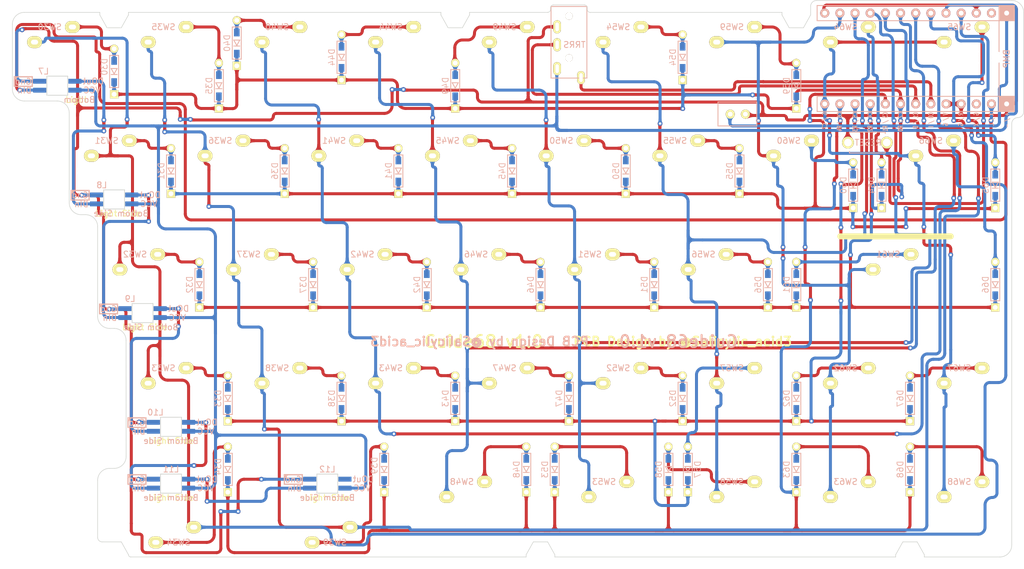
<source format=kicad_pcb>
(kicad_pcb (version 20211014) (generator pcbnew)
  (layers (0 "F.Cu" signal) (31 "B.Cu" signal) (34 "B.Paste" user) (35 "F.Paste" user) (36 "B.SilkS" user "B.Silkscreen") (37 "F.SilkS" user "F.Silkscreen") (38 "B.Mask" user) (39 "F.Mask" user) (44 "Edge.Cuts" user))
  (net 0 "")
  (net 1 "GND")
  (net 2 "VCC")
  (net 3 "Row0")
  (net 4 "Row1")
  (net 5 "Row2")
  (net 6 "Net-(D49-Pad2)")
  (net 7 "Row3")
  (net 8 "Net-(D58-Pad2)")
  (net 9 "Net-(D57-Pad2)")
  (net 10 "Row4")
  (net 11 "Net-(D56-Pad2)")
  (net 12 "Net-(D64-Pad2)")
  (net 13 "Net-(D55-Pad2)")
  (net 14 "Net-(D65-Pad2)")
  (net 15 "Net-(D54-Pad2)")
  (net 16 "Net-(D53-Pad2)")
  (net 17 "Net-(D52-Pad2)")
  (net 18 "Net-(D51-Pad2)")
  (net 19 "Net-(D66-Pad2)")
  (net 20 "Net-(D50-Pad2)")
  (net 21 "Net-(D48-Pad2)")
  (net 22 "Net-(D47-Pad2)")
  (net 23 "Net-(D46-Pad2)")
  (net 24 "Net-(D59-Pad2)")
  (net 25 "Net-(D61-Pad2)")
  (net 26 "Net-(D60-Pad2)")
  (net 27 "Net-(D62-Pad2)")
  (net 28 "Net-(D41-Pad2)")
  (net 29 "Net-(D42-Pad2)")
  (net 30 "Net-(D43-Pad2)")
  (net 31 "Net-(D44-Pad2)")
  (net 32 "Net-(D34-Pad2)")
  (net 33 "Net-(D45-Pad2)")
  (net 34 "Net-(D32-Pad2)")
  (net 35 "Net-(D67-Pad2)")
  (net 36 "Net-(D30-Pad2)")
  (net 37 "Net-(D31-Pad2)")
  (net 38 "Net-(D33-Pad2)")
  (net 39 "Net-(D35-Pad2)")
  (net 40 "Net-(D36-Pad2)")
  (net 41 "Net-(D37-Pad2)")
  (net 42 "Net-(D38-Pad2)")
  (net 43 "Net-(D39-Pad2)")
  (net 44 "Net-(D40-Pad2)")
  (net 45 "Net-(D68-Pad2)")
  (net 46 "Data_SCL")
  (net 47 "Bat+")
  (net 48 "Net-(LED7-Pad1)")
  (net 49 "LED")
  (net 50 "Net-(LED8-Pad1)")
  (net 51 "Net-(LED10-Pad3)")
  (net 52 "Net-(LED10-Pad1)")
  (net 53 "Net-(LED11-Pad1)")
  (net 55 "SDA")
  (net 56 "Net-(D63-Pad2)")
  (net 57 "Col0")
  (net 58 "Col1")
  (net 59 "Col2")
  (net 60 "Col3")
  (net 61 "Col4")
  (net 62 "Col5")
  (net 63 "Col6")
  (net 64 "Col7")
  (net 65 "Reset")
  (footprint "kbd_Parts:Diode_TH_SMD" (layer "F.Cu") (at 228.6 52.3875 90)
    (fp_text reference "D49")
    (fp_text value "D" hide)
  )
  (footprint "kbd_Parts:Diode_TH_SMD" (layer "F.Cu") (at 264.31875 116.68125 90)
    (fp_text reference "D58")
    (fp_text value "D" hide)
  )
  (footprint "kbd_Parts:Diode_TH_SMD" (layer "F.Cu") (at 267.58125 116.68125 90)
    (fp_text reference "D57")
    (fp_text value "D" hide)
  )
  (footprint "kbd_Parts:Diode_TH_SMD" (layer "F.Cu") (at 280.9875 85.725 90)
    (fp_text reference "D56")
    (fp_text value "D" hide)
  )
  (footprint "kbd_Parts:Diode_TH_SMD" (layer "F.Cu") (at 276.225 66.675 90)
    (fp_text reference "D55")
    (fp_text value "D" hide)
  )
  (footprint "kbd_Parts:Diode_TH_SMD" (layer "F.Cu") (at 266.7 47.625 90)
    (fp_text reference "D54")
    (fp_text value "D" hide)
  )
  (footprint "kbd_Parts:Diode_TH_SMD" (layer "F.Cu") (at 245.26875 116.68125 90)
    (fp_text reference "D53")
    (fp_text value "D" hide)
  )
  (footprint "kbd_Parts:Diode_TH_SMD" (layer "F.Cu") (at 266.7 104.775 90)
    (fp_text reference "D52")
    (fp_text value "D" hide)
  )
  (footprint "kbd_Parts:Diode_TH_SMD" (layer "F.Cu") (at 261.9375 85.725 90)
    (fp_text reference "D51")
    (fp_text value "D" hide)
  )
  (footprint "kbd_Parts:Diode_TH_SMD" (layer "F.Cu") (at 257.175 66.675 90)
    (fp_text reference "D50")
    (fp_text value "D" hide)
  )
  (footprint "kbd_Parts:Diode_TH_SMD" (layer "F.Cu") (at 240.50625 116.68125 90)
    (fp_text reference "D48")
    (fp_text value "D" hide)
  )
  (footprint "kbd_Parts:Diode_TH_SMD" (layer "F.Cu") (at 247.65 104.775 90)
    (fp_text reference "D47")
    (fp_text value "D" hide)
  )
  (footprint "kbd_Parts:Diode_TH_SMD" (layer "F.Cu") (at 242.8875 85.725 90)
    (fp_text reference "D46")
    (fp_text value "D" hide)
  )
  (footprint "kbd_Parts:Diode_TH_SMD" (layer "F.Cu") (at 285.75 52.3875 90)
    (fp_text reference "D59")
    (fp_text value "D" hide)
  )
  (footprint "kbd_Parts:Diode_TH_SMD" (layer "F.Cu") (at 285.75 85.725 90)
    (fp_text reference "D61")
    (fp_text value "D" hide)
  )
  (footprint "kbd_Parts:Diode_TH_SMD" (layer "F.Cu") (at 295.275 69.05625 90)
    (fp_text reference "D60")
    (fp_text value "D" hide)
  )
  (footprint "kbd_Parts:Diode_TH_SMD" (layer "F.Cu") (at 285.75 104.775 90)
    (fp_text reference "D62")
    (fp_text value "D" hide)
  )
  (footprint "kbd_Parts:Diode_TH_SMD" (layer "F.Cu") (at 219.075 66.675 90)
    (fp_text reference "D41")
    (fp_text value "D" hide)
  )
  (footprint "kbd_Parts:Diode_TH_SMD" (layer "F.Cu") (at 223.8375 85.725 90)
    (fp_text reference "D42")
    (fp_text value "D" hide)
  )
  (footprint "kbd_Parts:Diode_TH_SMD" (layer "F.Cu") (at 228.6 104.775 90)
    (fp_text reference "D43")
    (fp_text value "D" hide)
  )
  (footprint "kbd_Parts:Diode_TH_SMD" (layer "F.Cu") (at 209.55 47.625 90)
    (fp_text reference "D44")
    (fp_text value "D" hide)
  )
  (footprint "kbd_Parts:Diode_TH_SMD" (layer "F.Cu") (at 190.5 116.68125 90)
    (fp_text reference "D34")
    (fp_text value "D" hide)
  )
  (footprint "kbd_Parts:Diode_TH_SMD" (layer "F.Cu") (at 238.125 66.675 90)
    (fp_text reference "D45")
    (fp_text value "D" hide)
  )
  (footprint "kbd_Parts:Diode_TH_SMD" (layer "F.Cu") (at 185.7375 85.725 90)
    (fp_text reference "D32")
    (fp_text value "D" hide)
  )
  (footprint "kbd_Parts:Diode_TH_SMD" (layer "F.Cu") (at 171.45 50.00625 90)
    (fp_text reference "D30")
    (fp_text value "D" hide)
  )
  (footprint "kbd_Parts:Diode_TH_SMD" (layer "F.Cu") (at 180.975 66.675 90)
    (fp_text reference "D31")
    (fp_text value "D" hide)
  )
  (footprint "kbd_Parts:Diode_TH_SMD" (layer "F.Cu") (at 190.5 104.775 90)
    (fp_text reference "D33")
    (fp_text value "D" hide)
  )
  (footprint "kbd_Parts:Diode_TH_SMD" (layer "F.Cu") (at 189 52.3875 90)
    (fp_text reference "D35")
    (fp_text value "D" hide)
  )
  (footprint "kbd_Parts:Diode_TH_SMD" (layer "F.Cu") (at 200.025 66.675 90)
    (fp_text reference "D36")
    (fp_text value "D" hide)
  )
  (footprint "kbd_Parts:Diode_TH_SMD" (layer "F.Cu") (at 204.7875 85.725 90)
    (fp_text reference "D37")
    (fp_text value "D" hide)
  )
  (footprint "kbd_Parts:Diode_TH_SMD" (layer "F.Cu") (at 209.55 104.775 90)
    (fp_text reference "D38")
    (fp_text value "D" hide)
  )
  (footprint "kbd_Parts:Diode_TH_SMD" (layer "F.Cu") (at 216.69375 116.68125 90)
    (fp_text reference "D39")
    (fp_text value "D" hide)
  )
  (footprint "kbd_Parts:Diode_TH_SMD" (layer "F.Cu") (at 192 45.24375 90)
    (fp_text reference "D40")
    (fp_text value "D" hide)
  )
  (footprint "kbd_SW:CherryMX_Solder_1u" (layer "F.Cu") (at 195.2625 85.725)
    (fp_text reference "SW37")
    (fp_text value "SW_PUSH" hide)
  )
  (footprint "kbd_SW:CherryMX_Solder_1.5u" (layer "F.Cu") (at 309.5625 66.675)
    (fp_text reference "SW66")
    (fp_text value "SW_PUSH" hide)
  )
  (footprint "kbd_SW:CherryMX_Solder_1u" (layer "F.Cu") (at 314.325 123.825)
    (fp_text reference "SW68")
    (fp_text value "SW_PUSH" hide)
  )
  (footprint "kbd_SW:CherryMX_Solder_1u" (layer "F.Cu") (at 295.275 104.775)
    (fp_text reference "SW62")
    (fp_text value "SW_PUSH" hide)
  )
  (footprint "kbd_SW:CherryMX_Solder_1u" (layer "F.Cu") (at 276.225 47.625)
    (fp_text reference "SW59")
    (fp_text value "SW_PUSH" hide)
  )
  (footprint "kbd_SW:CherryMX_Solder_1u" (layer "F.Cu") (at 285.75 66.675)
    (fp_text reference "SW60")
    (fp_text value "SW_PUSH" hide)
  )
  (footprint "kbd_SW:CherryMX_Solder_1u" (layer "F.Cu") (at 295.275 47.625)
    (fp_text reference "SW64")
    (fp_text value "SW_PUSH" hide)
  )
  (footprint "kbd_SW:CherryMX_Solder_1u" (layer "F.Cu") (at 314.325 47.625)
    (fp_text reference "SW65")
    (fp_text value "SW_PUSH" hide)
  )
  (footprint "kbd_SW:CherryMX_Solder_1u" (layer "F.Cu") (at 180.975 104.775)
    (fp_text reference "SW33")
    (fp_text value "SW_PUSH" hide)
  )
  (footprint "kbd_SW:CherryMX_Solder_1.25u" (layer "F.Cu") (at 254.79375 123.825)
    (fp_text reference "SW53")
    (fp_text value "SW_PUSH" hide)
  )
  (footprint "kbd_SW:CherryMX_Solder_1u" (layer "F.Cu") (at 276.225 123.825)
    (fp_text reference "SW58")
    (fp_text value "SW_PUSH" hide)
  )
  (footprint "kbd_Parts:Diode_TH_SMD" (layer "F.Cu") (at 285.75 116.68125 90)
    (fp_text reference "D63")
    (fp_text value "D" hide)
  )
  (footprint "kbd_SW:CherryMX_Solder_1u" (layer "F.Cu") (at 238.125 47.625)
    (fp_text reference "SW49")
    (fp_text value "SW_PUSH" hide)
  )
  (footprint "kbd_SW:CherryMX_Solder_1u" (layer "F.Cu") (at 238.125 104.775)
    (fp_text reference "SW47")
    (fp_text value "SW_PUSH" hide)
  )
  (footprint "kbd_SW:CherryMX_Solder_1u" (layer "F.Cu") (at 233.3625 85.725)
    (fp_text reference "SW46")
    (fp_text value "SW_PUSH" hide)
  )
  (footprint "kbd_SW:CherryMX_Solder_1u" (layer "F.Cu") (at 228.6 66.675)
    (fp_text reference "SW45")
    (fp_text value "SW_PUSH" hide)
  )
  (footprint "kbd_SW:CherryMX_Solder_1u" (layer "F.Cu") (at 214.3125 85.725)
    (fp_text reference "SW42")
    (fp_text value "SW_PUSH" hide)
  )
  (footprint "kbd_SW:CherryMX_Solder_1u" (layer "F.Cu") (at 209.55 66.675)
    (fp_text reference "SW41")
    (fp_text value "SW_PUSH" hide)
  )
  (footprint "kbd_SW:CherryMX_Solder_1u" (layer "F.Cu") (at 200.025 47.625)
    (fp_text reference "SW40")
    (fp_text value "SW_PUSH" hide)
  )
  (footprint "kbd_SW:CherryMX_Solder_1.25u" (layer "F.Cu") (at 207.16875 123.825 180)
    (fp_text reference "SW39")
    (fp_text value "SW_PUSH" hide)
  )
  (footprint "kbd_SW:CherryMX_Solder_1.25u" (layer "F.Cu") (at 230.98125 123.825)
    (fp_text reference "SW48")
    (fp_text value "SW_PUSH" hide)
  )
  (footprint "kbd_SW:CherryMX_Solder_1u" (layer "F.Cu") (at 252.4125 85.725)
    (fp_text reference "SW51")
    (fp_text value "SW_PUSH" hide)
  )
  (footprint "kbd_SW:CherryMX_Solder_1u" (layer "F.Cu") (at 257.175 104.775)
    (fp_text reference "SW52")
    (fp_text value "SW_PUSH" hide)
  )
  (footprint "kbd_SW:CherryMX_Solder_1u" (layer "F.Cu") (at 266.7 66.675)
    (fp_text reference "SW55")
    (fp_text value "SW_PUSH" hide)
  )
  (footprint "kbd_SW:CherryMX_Solder_1u" (layer "F.Cu") (at 271.4625 85.725)
    (fp_text reference "SW56")
    (fp_text value "SW_PUSH" hide)
  )
  (footprint "kbd_SW:CherryMX_Solder_1u" (layer "F.Cu") (at 276.225 104.775)
    (fp_text reference "SW57")
    (fp_text value "SW_PUSH" hide)
  )
  (footprint "kbd_SW:CherryMX_Solder_2.25u_Rev" (layer "F.Cu") (at 302.41875 85.725)
    (fp_text reference "SW61")
    (fp_text value "SW_PUSH" hide)
  )
  (footprint "kbd_SW:CherryMX_Solder_1u" (layer "F.Cu") (at 180.975 47.625)
    (fp_text reference "SW35")
    (fp_text value "SW_PUSH" hide)
  )
  (footprint "kbd_SW:CherryMX_Solder_1u" (layer "F.Cu") (at 190.5 66.675)
    (fp_text reference "SW36")
    (fp_text value "SW_PUSH" hide)
  )
  (footprint "kbd_SW:CherryMX_Solder_1u" (layer "F.Cu") (at 247.65 66.675)
    (fp_text reference "SW50")
    (fp_text value "SW_PUSH" hide)
  )
  (footprint "kbd_SW:CherryMX_Solder_1.5u" (layer "F.Cu") (at 180.975 123.825 180)
    (fp_text reference "SW34")
    (fp_text value "SW_PUSH" hide)
  )
  (footprint "kbd_SW:CherryMX_Solder_1u" (layer "F.Cu") (at 257.175 47.625)
    (fp_text reference "SW54")
    (fp_text value "SW_PUSH" hide)
  )
  (footprint "kbd_SW:CherryMX_Solder_1u" (layer "F.Cu") (at 219.075 104.775)
    (fp_text reference "SW43")
    (fp_text value "SW_PUSH" hide)
  )
  (footprint "kbd_SW:CherryMX_Solder_1u" (layer "F.Cu") (at 200.025 104.775)
    (fp_text reference "SW38")
    (fp_text value "SW_PUSH" hide)
  )
  (footprint "kbd_Parts:LED_SK6812MINI-E_BL" (layer "F.Cu") (at 176.2125 90.4875)
    (fp_text reference "L9")
    (fp_text value "LED_SK6812MINI-E")
    (fp_line (start 1.75 1.6) (end -1.75 1.6) (layer "Edge.Cuts") (width 0.12))
    (fp_line (start 1.75 -1.6) (end 1.75 1.6) (layer "Edge.Cuts") (width 0.12))
    (fp_line (start -1.75 1.6) (end -1.75 -1.6) (layer "Edge.Cuts") (width 0.12))
    (fp_line (start -1.75 -1.6) (end 1.75 -1.6) (layer "Edge.Cuts") (width 0.12))
  )
  (footprint "kbd_SW:CherryMX_Solder_1u" (layer "F.Cu") (at 295.275 123.825)
    (fp_text reference "SW63")
    (fp_text value "SW_PUSH" hide)
  )
  (footprint "kbd_SW:CherryMX_Solder_1u" (layer "F.Cu") (at 161.925 47.625)
    (fp_text reference "SW30")
    (fp_text value "SW_PUSH" hide)
  )
  (footprint "kbd_SW:CherryMX_Solder_1u" (layer "F.Cu") (at 314.325 104.775)
    (fp_text reference "SW67")
    (fp_text value "SW_PUSH" hide)
  )
  (footprint "kbd_Parts:LED_SK6812MINI-E_BL" (layer "F.Cu") (at 180.975 119.0625)
    (fp_text reference "L11")
    (fp_text value "LED_SK6812MINI-E")
    (fp_line (start -1.75 -1.6) (end 1.75 -1.6) (layer "Edge.Cuts") (width 0.12))
    (fp_line (start 1.75 -1.6) (end 1.75 1.6) (layer "Edge.Cuts") (width 0.12))
    (fp_line (start -1.75 1.6) (end -1.75 -1.6) (layer "Edge.Cuts") (width 0.12))
    (fp_line (start 1.75 1.6) (end -1.75 1.6) (layer "Edge.Cuts") (width 0.12))
  )
  (footprint "kbd_Parts:ResetSW" (layer "F.Cu") (at 297.65625 61.9125)
    (fp_text reference "SW69" hide)
    (fp_text value "SW_PUSH")
  )
  (footprint "kbd_Parts:Diode_TH_SMD" (layer "F.Cu") (at 304.8 116.68125 90)
    (fp_text reference "D68")
    (fp_text value "D" hide)
  )
  (footprint "kbd_SW:CherryMX_Solder_1u" (layer "F.Cu") (at 219.075 47.625)
    (fp_text reference "SW44")
    (fp_text value "SW_PUSH" hide)
  )
  (footprint "kbd_Parts:Diode_TH_SMD" (layer "F.Cu") (at 304.8 104.775 90)
    (fp_text reference "D67")
    (fp_text value "D" hide)
  )
  (footprint "kbd_Parts:Diode_TH_SMD" (layer "F.Cu") (at 300.0375 69.05625 90)
    (fp_text reference "D64")
    (fp_text value "D" hide)
  )
  (footprint "kbd_Parts:LED_SK6812MINI-E_BL" (layer "F.Cu") (at 161.925 52.3875)
    (fp_text reference "L7")
    (fp_text value "LED_SK6812MINI-E")
    (fp_line (start -1.75 1.6) (end -1.75 -1.6) (layer "Edge.Cuts") (width 0.12))
    (fp_line (start -1.75 -1.6) (end 1.75 -1.6) (layer "Edge.Cuts") (width 0.12))
    (fp_line (start 1.75 -1.6) (end 1.75 1.6) (layer "Edge.Cuts") (width 0.12))
    (fp_line (start 1.75 1.6) (end -1.75 1.6) (layer "Edge.Cuts") (width 0.12))
  )
  (footprint "kbd_Parts:Diode_TH_SMD" (layer "F.Cu") (at 319.0875 85.725 90)
    (fp_text reference "D66")
    (fp_text value "D" hide)
  )
  (footprint "kbd_Parts:LED_SK6812MINI-E_BL" (layer "F.Cu") (at 171.45 71.4375)
    (fp_text reference "L8")
    (fp_text value "LED_SK6812MINI-E")
    (fp_line (start 1.75 1.6) (end -1.75 1.6) (layer "Edge.Cuts") (width 0.12))
    (fp_line (start -1.75 1.6) (end -1.75 -1.6) (layer "Edge.Cuts") (width 0.12))
    (fp_line (start -1.75 -1.6) (end 1.75 -1.6) (layer "Edge.Cuts") (width 0.12))
    (fp_line (start 1.75 -1.6) (end 1.75 1.6) (layer "Edge.Cuts") (width 0.12))
  )
  (footprint "kbd_Parts:TRRS_MJ-4PP-9" (layer "F.Cu") (at 247.675 45.225)
    (fp_text reference "J1")
    (fp_text value "MJ-4PP-9" hide)
  )
  (footprint "kbd_Parts:LED_SK6812MINI-E_BL" (layer "F.Cu") (at 180.975 109.5375)
    (fp_text reference "L10")
    (fp_text value "LED_SK6812MINI-E")
    (fp_line (start 1.75 1.6) (end -1.75 1.6) (layer "Edge.Cuts") (width 0.12))
    (fp_line (start 1.75 -1.6) (end 1.75 1.6) (layer "Edge.Cuts") (width 0.12))
    (fp_line (start -1.75 -1.6) (end 1.75 -1.6) (layer "Edge.Cuts") (width 0.12))
    (fp_line (start -1.75 1.6) (end -1.75 -1.6) (layer "Edge.Cuts") (width 0.12))
  )
  (footprint "kbd_Parts:LED_SK6812MINI-E_BL" (layer "F.Cu") (at 207.16875 119.0625)
    (fp_text reference "L12")
    (fp_text value "LED_SK6812MINI-E")
    (fp_line (start -1.75 1.6) (end -1.75 -1.6) (layer "Edge.Cuts") (width 0.12))
    (fp_line (start -1.75 -1.6) (end 1.75 -1.6) (layer "Edge.Cuts") (width 0.12))
    (fp_line (start 1.75 -1.6) (end 1.75 1.6) (layer "Edge.Cuts") (width 0.12))
    (fp_line (start 1.75 1.6) (end -1.75 1.6) (layer "Edge.Cuts") (width 0.12))
  )
  (footprint "kbd_SW:CherryMX_Solder_1u" (layer "F.Cu") (at 171.45 66.675)
    (fp_text reference "SW31")
    (fp_text value "SW_PUSH" hide)
  )
  (footprint "kbd_SW:CherryMX_Solder_1u" (layer "F.Cu") (at 176.2125 85.725)
    (fp_text reference "SW32")
    (fp_text value "SW_PUSH" hide)
  )
  (footprint "kbd_Parts:Diode_TH_SMD" (layer "F.Cu") (at 319.0875 69.05625 90)
    (fp_text reference "D65")
    (fp_text value "D" hide)
  )
  (footprint "kbd_Parts:Battery_BMP_2pin" (layer "F.Cu") (at 276.225 57.15 90)
    (fp_text reference "J2" hide)
    (fp_text value "Conn_01x02" hide)
  )
  (footprint "kbd_Parts:Micon_BMP_7sKB" (layer "B.Cu") (at 303.975 47.875 90)
    (fp_text reference "U1" hide)
    (fp_text value "BLEMicroPro" hide)
  )
  (gr_line (start 279.125 59.125) (end 279.125 55.125) (layer "B.SilkS") (width 0.15))
  (gr_line (start 272.625 59.125) (end 279.125 59.125) (layer "B.SilkS") (width 0.15))
  (gr_line (start 272.625 55.125) (end 272.625 59.125) (layer "B.SilkS") (width 0.15))
  (gr_line (start 279.125 55.125) (end 272.625 55.125) (layer "B.SilkS") (width 0.15))
  (gr_line (start 293.125 77.625) (end 311.625 77.625) (layer "F.SilkS") (width 1))
  (gr_arc (start 166.6875 74) (mid 168.101714 74.585786) (end 168.6875 76) (layer "Edge.Cuts") (width 0.1))
  (gr_arc (start 170.6875 93.05) (mid 169.273286 92.464214) (end 168.6875 91.05) (layer "Edge.Cuts") (width 0.1))
  (gr_arc (start 171.45 93.05) (mid 172.864214 93.635786) (end 173.45 95.05) (layer "Edge.Cuts") (width 0.1))
  (gr_arc (start 165.925 74) (mid 164.510786 73.414214) (end 163.925 72) (layer "Edge.Cuts") (width 0.1))
  (gr_arc (start 321.85 129.35) (mid 321.264214 130.764214) (end 319.85 131.35) (layer "Edge.Cuts") (width 0.1))
  (gr_arc (start 154.4 42.1) (mid 154.985786 40.685786) (end 156.4 40.1) (layer "Edge.Cuts") (width 0.1))
  (gr_arc (start 156.4 54.95) (mid 154.985786 54.364214) (end 154.4 52.95) (layer "Edge.Cuts") (width 0.1))
  (gr_arc (start 161.925 54.95) (mid 163.339214 55.535786) (end 163.925 56.95) (layer "Edge.Cuts") (width 0.1))
  (gr_line (start 168.6875 118.5) (end 168.6875 128.06875) (layer "Edge.Cuts") (width 0.1))
  (gr_arc (start 168.6875 118.5) (mid 169.273286 117.085786) (end 170.6875 116.5) (layer "Edge.Cuts") (width 0.1))
  (gr_line (start 156.4 54.95) (end 161.925 54.95) (layer "Edge.Cuts") (width 0.1))
  (gr_line (start 241.6875 128.81875) (end 244.0875 128.81875) (layer "Edge.Cuts") (width 0.1))
  (gr_line (start 165.925 74) (end 166.6875 74) (layer "Edge.Cuts") (width 0.1))
  (gr_line (start 244.0875 128.81875) (end 245.2875 130.96875) (layer "Edge.Cuts") (width 0.1))
  (gr_line (start 302.4 130.96875) (end 303.6 128.81875) (layer "Edge.Cuts") (width 0.1))
  (gr_line (start 163.925 56.95) (end 163.925 72) (layer "Edge.Cuts") (width 0.1))
  (gr_line (start 319.85 131.35) (end 307.2 131.35) (layer "Edge.Cuts") (width 0.1))
  (gr_line (start 229.8 42.675) (end 227.4 42.675) (layer "Edge.Cuts") (width 0.1))
  (gr_arc (start 250.225 38.85) (mid 250.578553 38.996447) (end 250.725 39.35) (layer "Edge.Cuts") (width 0.1))
  (gr_arc (start 174.24125 131.345) (mid 173.967684 131.237909) (end 173.85 130.96875) (layer "Edge.Cuts") (width 0.1))
  (gr_line (start 302.4 130.96875) (end 302.4 131.35) (layer "Edge.Cuts") (width 0.1))
  (gr_line (start 307.2 130.96875) (end 307.2 131.35) (layer "Edge.Cuts") (width 0.1))
  (gr_line (start 173.45 95.05) (end 173.4625 114.5) (layer "Edge.Cuts") (width 0.1))
  (gr_arc (start 323.85 56.735786) (mid 323.557112 57.442902) (end 322.85 57.735786) (layer "Edge.Cuts") (width 0.1))
  (gr_line (start 321.85 129.35) (end 321.85 58.735786) (layer "Edge.Cuts") (width 0.1))
  (gr_line (start 244.06875 40.1) (end 231 40.1) (layer "Edge.Cuts") (width 0.1))
  (gr_line (start 226.2 40.525) (end 226.2 40.1) (layer "Edge.Cuts") (width 0.1))
  (gr_line (start 245.2875 130.96875) (end 245.2875 131.35) (layer "Edge.Cuts") (width 0.1))
  (gr_arc (start 173.4625 114.5) (mid 172.876714 115.914214) (end 171.4625 116.5) (layer "Edge.Cuts") (width 0.1))
  (gr_line (start 240.4875 130.96875) (end 240.4875 131.35) (layer "Edge.Cuts") (width 0.1))
  (gr_arc (start 244.56875 39.35) (mid 244.715197 38.996447) (end 245.06875 38.85) (layer "Edge.Cuts") (width 0.1))
  (gr_line (start 240.4875 130.96875) (end 241.6875 128.81875) (layer "Edge.Cuts") (width 0.1))
  (gr_line (start 244.56875 39.6) (end 244.56875 39.35) (layer "Edge.Cuts") (width 0.1))
  (gr_line (start 286.95 42.675) (end 284.55 42.675) (layer "Edge.Cuts") (width 0.1))
  (gr_line (start 323.85 56.735786) (end 323.85 40.1) (layer "Edge.Cuts") (width 0.1))
  (gr_line (start 303.6 128.81875) (end 306 128.81875) (layer "Edge.Cuts") (width 0.1))
  (gr_line (start 240.4875 131.35) (end 174.24125 131.345) (layer "Edge.Cuts") (width 0.1))
  (gr_line (start 284.55 42.675) (end 283.35 40.525) (layer "Edge.Cuts") (width 0.1))
  (gr_line (start 302.4 131.35) (end 245.2875 131.35) (layer "Edge.Cuts") (width 0.1))
  (gr_line (start 169.05 40.525) (end 169.05 40.1) (layer "Edge.Cuts") (width 0.1))
  (gr_line (start 231 40.525) (end 229.8 42.675) (layer "Edge.Cuts") (width 0.1))
  (gr_line (start 251.225 40.1) (end 283.35 40.1) (layer "Edge.Cuts") (width 0.1))
  (gr_arc (start 251.225 40.1) (mid 250.871447 39.953553) (end 250.725 39.6) (layer "Edge.Cuts") (width 0.1))
  (gr_line (start 231 40.525) (end 231 40.1) (layer "Edge.Cuts") (width 0.1))
  (gr_line (start 170.25 42.675) (end 169.05 40.525) (layer "Edge.Cuts") (width 0.1))
  (gr_arc (start 288.15 39.1) (mid 288.442893 38.392893) (end 289.15 38.1) (layer "Edge.Cuts") (width 0.1))
  (gr_line (start 245.06875 38.85) (end 250.225 38.85) (layer "Edge.Cuts") (width 0.1))
  (gr_line (start 288.15 40.525) (end 286.95 42.675) (layer "Edge.Cuts") (width 0.1))
  (gr_line (start 168.6875 76) (end 168.6875 91.05) (layer "Edge.Cuts") (width 0.1))
  (gr_line (start 289.15 38.1) (end 321.85 38.1) (layer "Edge.Cuts") (width 0.1))
  (gr_arc (start 244.56875 39.6) (mid 244.422303 39.953553) (end 244.06875 40.1) (layer "Edge.Cuts") (width 0.1))
  (gr_line (start 172.65 128.81875) (end 173.85 130.96875) (layer "Edge.Cuts") (width 0.1))
  (gr_arc (start 321.85 58.735786) (mid 322.142898 58.028688) (end 322.85 57.735786) (layer "Edge.Cuts") (width 0.1))
  (gr_line (start 173.85 40.525) (end 172.65 42.675) (layer "Edge.Cuts") (width 0.1))
  (gr_line (start 226.2 40.1) (end 173.85 40.1) (layer "Edge.Cuts") (width 0.1))
  (gr_line (start 169.05 40.1) (end 156.4 40.1) (layer "Edge.Cuts") (width 0.1))
  (gr_line (start 283.35 40.1) (end 283.35 40.525) (layer "Edge.Cuts") (width 0.1))
  (gr_arc (start 321.85 38.1) (mid 323.264214 38.685786) (end 323.85 40.1) (layer "Edge.Cuts") (width 0.1))
  (gr_line (start 170.6875 93.05) (end 171.45 93.05) (layer "Edge.Cuts") (width 0.1))
  (gr_line (start 169.4375 128.81875) (end 172.65 128.81875) (layer "Edge.Cuts") (width 0.1))
  (gr_line (start 250.725 39.6) (end 250.725 39.35) (layer "Edge.Cuts") (width 0.1))
  (gr_line (start 172.65 42.675) (end 170.25 42.675) (layer "Edge.Cuts") (width 0.1))
  (gr_line (start 173.85 40.525) (end 173.85 40.1) (layer "Edge.Cuts") (width 0.1))
  (gr_arc (start 169.4375 128.81875) (mid 168.907152 128.599083) (end 168.6875 128.06875) (layer "Edge.Cuts") (width 0.1))
  (gr_line (start 288.15 39.1) (end 288.15 40.525) (layer "Edge.Cuts") (width 0.1))
  (gr_line (start 306 128.81875) (end 307.2 130.96875) (layer "Edge.Cuts") (width 0.1))
  (gr_line (start 154.4 42.1) (end 154.4 52.95) (layer "Edge.Cuts") (width 0.1))
  (gr_line (start 171.4625 116.5) (end 170.6875 116.5) (layer "Edge.Cuts") (width 0.1))
  (gr_line (start 227.4 42.675) (end 226.2 40.525) (layer "Edge.Cuts") (width 0.1))
  (gr_text "PCB Design by @Salicylic_acid3" (at 232.691072 95.25) (layer "B.SilkS") (effects (font (size 1.5 1.5) (thickness 0.3)) (justify mirror)))
  (gr_text "Guide68 v1.0" (at 266.028572 95.25) (layer "B.SilkS") (effects (font (size 2 2) (thickness 0.35)) (justify mirror)))
  (gr_text "PCB Design by @Salicylic_acid3" (at 266.7 95.25) (layer "F.SilkS") (effects (font (size 1.5 1.5) (thickness 0.3))))
  (gr_text "Guide68 v1.0" (at 233.3625 95.25) (layer "F.SilkS") (effects (font (size 2 2) (thickness 0.35))))
  (segment (start 164.725 65.625) (end 164.725 63.225) (width 0.5) (layer "F.Cu") (net 1))
  (segment (start 280.125 55.875) (end 280.125 56.625) (width 0.5) (layer "F.Cu") (net 1))
  (segment (start 278.875 57.375) (end 277.446 57.375) (width 0.5) (layer "F.Cu") (net 1))
  (segment (start 245.675 42.525) (end 244.225 42.525) (width 0.5) (layer "F.Cu") (net 1))
  (segment (start 174.325 117.725) (end 174.325 120.325) (width 0.5) (layer "F.Cu") (net 1))
  (segment (start 278.875 57.375) (end 279.375 57.375) (width 0.5) (layer "F.Cu") (net 1))
  (segment (start 315.913 40.2186) (end 315.913 39.587) (width 0.5) (layer "F.Cu") (net 1))
  (segment (start 166.425 56.125) (end 165.425 56.125) (width 0.5) (layer "F.Cu") (net 1))
  (segment (start 292.375 57.375) (end 287.625 57.375) (width 0.5) (layer "F.Cu") (net 1))
  (segment (start 165.325 45.725) (end 165.325 55.025) (width 0.5) (layer "F.Cu") (net 1))
  (segment (start 315.913 40.2186) (end 315.913 39.413) (width 0.5) (layer "F.Cu") (net 1))
  (segment (start 280.125 57.375) (end 278.875 57.375) (width 0.5) (layer "F.Cu") (net 1))
  (segment (start 175.525 108.825) (end 174.925 108.825) (width 0.5) (layer "F.Cu") (net 1))
  (segment (start 165.325 56.025) (end 165.325 55.025) (width 0.5) (layer "F.Cu") (net 1))
  (segment (start 168.125 70.725) (end 166.025 70.725) (width 0.5) (layer "F.Cu") (net 1))
  (segment (start 313.875 57.375) (end 310.875 57.375) (width 0.5) (layer "F.Cu") (net 1))
  (segment (start 240.825 53.225) (end 240.825 54.225) (width 0.5) (layer "F.Cu") (net 1))
  (segment (start 164.725 69.9755) (end 164.725 65.625) (width 0.5) (layer "F.Cu") (net 1))
  (segment (start 320.993 55.4386) (end 320.993 56.757) (width 0.5) (layer "F.Cu") (net 1))
  (segment (start 241.725 55.125) (end 239.525 55.125) (width 0.5) (layer "F.Cu") (net 1))
  (segment (start 170.625 56.125) (end 181.825 56.125) (width 0.5) (layer "F.Cu") (net 1))
  (segment (start 165.325 57.425) (end 165.325 57.225) (width 0.5) (layer "F.Cu") (net 1))
  (segment (start 231.625 53.125) (end 220.025 53.125) (width 0.5) (layer "F.Cu") (net 1))
  (segment (start 315.375 38.875) (end 316.625 38.875) (width 0.5) (layer "F.Cu") (net 1))
  (segment (start 192.225 119.325) (end 192.225 123.725) (width 0.5) (layer "F.Cu") (net 1))
  (segment (start 174.325 125.725) (end 174.325 126.925) (width 0.5) (layer "F.Cu") (net 1))
  (segment (start 290.375 39.375) (end 290.375 40.0806) (width 0.5) (layer "F.Cu") (net 1))
  (segment (start 168.825 73.525) (end 168.825 71.425) (width 0.5) (layer "F.Cu") (net 1))
  (segment (start 295.875 57.375) (end 292.375 57.375) (width 0.5) (layer "F.Cu") (net 1))
  (segment (start 243.375 43.375) (end 243.375 43.675) (width 0.5) (layer "F.Cu") (net 1))
  (segment (start 232.325 54.325) (end 232.325 53.825) (width 0.5) (layer "F.Cu") (net 1))
  (segment (start 292.375 57.375) (end 293.375 57.375) (width 0.5) (layer "F.Cu") (net 1))
  (segment (start 322.625 39.625) (end 322.625 54.875) (width 0.5) (layer "F.Cu") (net 1))
  (segment (start 320.375 57.375) (end 313.875 57.375) (width 0.5) (layer "F.Cu") (net 1))
  (segment (start 315.913 40.2186) (end 315.913 39.663) (width 0.5) (layer "F.Cu") (net 1))
  (segment (start 315.125 38.875) (end 315.375 38.875) (width 0.5) (layer "F.Cu") (net 1))
  (segment (start 315.125 38.875) (end 290.875 38.875) (width 0.5) (layer "F.Cu") (net 1))
  (segment (start 216.725 57.025) (end 198.625 57.025) (width 0.5) (layer "F.Cu") (net 1))
  (segment (start 165.325 62.625) (end 165.325 57.425) (width 0.5) (layer "F.Cu") (net 1))
  (segment (start 173.425 92.625) (end 173.425 90.425) (width 0.5) (layer "F.Cu") (net 1))
  (segment (start 189.325 129.925) (end 189.325 123.725) (width 0.5) (layer "F.Cu") (net 1))
  (segment (start 294.375 58.375) (end 294.375 59.375) (width 0.5) (layer "F.Cu") (net 1))
  (segment (start 240.825 44.925) (end 240.825 53.225) (width 0.5) (layer "F.Cu") (net 1))
  (segment (start 280.125 56.625) (end 280.125 57.375) (width 0.5) (layer "F.Cu") (net 1))
  (segment (start 283.625 57.375) (end 280.875 57.375) (width 0.5) (layer "F.Cu") (net 1))
  (segment (start 156.225 42.825) (end 159.825 42.825) (width 0.5) (layer "F.Cu") (net 1))
  (segment (start 286.875 58.125) (end 284.375 58.125) (width 0.5) (layer "F.Cu") (net 1))
  (segment (start 174.325 120.325) (end 174.325 125.725) (width 0.5) (layer "F.Cu") (net 1))
  (segment (start 174.825 118.325) (end 175.525 118.325) (width 0.5) (layer "F.Cu") (net 1))
  (segment (start 295.875 57.375) (end 295.375 57.375) (width 0.5) (layer "F.Cu") (net 1))
  (segment (start 320.993 55.4386) (end 322.0614 55.4386) (width 0.5) (layer "F.Cu") (net 1))
  (segment (start 310.875 57.375) (end 295.875 57.375) (width 0.5) (layer "F.Cu") (net 1))
  (segment (start 239.525 55.125) (end 233.125 55.125) (width 0.5) (layer "F.Cu") (net 1))
  (segment (start 313.373 55.4386) (end 313.373 56.873) (width 0.5) (layer "F.Cu") (net 1))
  (segment (start 174.925 127.525) (end 175.725 127.525) (width 0.5) (layer "F.Cu") (net 1))
  (segment (start 310.875 57.375) (end 312.871 57.375) (width 0.5) (layer "F.Cu") (net 1))
  (segment (start 313.373 55.4386) (end 310.833 55.4386) (width 0.5) (layer "F.Cu") (net 1))
  (segment (start 166.425 56.125) (end 170.625 56.125) (width 0.5) (layer "F.Cu") (net 1))
  (segment (start 174.325 110.225) (end 174.325 109.425) (width 0.5) (layer "F.Cu") (net 1))
  (segment (start 174.325 108.225) (end 174.325 93.525) (width 0.5) (layer "F.Cu") (net 1))
  (segment (start 160.525 43.525) (end 160.525 44.025) (width 0.5) (layer "F.Cu") (net 1))
  (segment (start 170.625 89.825) (end 170.225 89.825) (width 0.5) (layer "F.Cu") (net 1))
  (segment (start 165.325 57.425) (end 165.325 56.025) (width 0.5) (layer "F.Cu") (net 1))
  (segment (start 169.325 73.825) (end 169.125 73.825) (width 0.5) (layer "F.Cu") (net 1))
  (segment (start 176.825 130.625) (end 188.625 130.625) (width 0.5) (layer "F.Cu") (net 1))
  (segment (start 174.325 117.725) (end 174.325 117.825) (width 0.5) (layer "F.Cu") (net 1))
  (segment (start 280.875 57.375) (end 280.125 57.375) (width 0.5) (layer "F.Cu") (net 1))
  (segment (start 242.725 44.325) (end 241.425 44.325) (width 0.5) (layer "F.Cu") (net 1))
  (segment (start 182.525 56.825) (end 182.525 58.0245) (width 0.5) (layer "F.Cu") (net 1))
  (segment (start 176.125 127.925) (end 176.125 129.925) (width 0.5) (layer "F.Cu") (net 1))
  (segment (start 169.682499 89.282499) (end 169.682499 74.182499) (width 0.5) (layer "F.Cu") (net 1))
  (segment (start 166.025 70.725) (end 165.4745 70.725) (width 0.5) (layer "F.Cu") (net 1))
  (segment (start 174.325 120.325) (end 174.325 118.825) (width 0.5) (layer "F.Cu") (net 1))
  (segment (start 174.325 110.225) (end 174.325 117.725) (width 0.5) (layer "F.Cu") (net 1))
  (segment (start 172.825 89.825) (end 170.625 89.825) (width 0.5) (layer "F.Cu") (net 1))
  (segment (start 316.625 38.875) (end 321.875 38.875) (width 0.5) (layer "F.Cu") (net 1))
  (segment (start 174.325 108.225) (end 174.325 110.225) (width 0.5) (layer "F.Cu") (net 1))
  (segment (start 294.375 59.375) (end 294.375 61.88125) (width 0.5) (layer "F.Cu") (net 1))
  (segment (start 239.525 55.125) (end 239.925 55.125) (width 0.5) (layer "F.Cu") (net 1))
  (segment (start 196.125 118.325) (end 193.225 118.325) (width 0.5) (layer "F.Cu") (net 1))
  (segment (start 161.425 44.925) (end 164.525 44.925) (width 0.5) (layer "F.Cu") (net 1))
  (segment (start 240.825 53.225) (end 240.825 53.825) (width 0.5) (layer "F.Cu") (net 1))
  (segment (start 242.125 55.125) (end 241.725 55.125) (width 0.5) (layer "F.Cu") (net 1))
  (segment (start 242.125 55.125) (end 279.375 55.125) (width 0.5) (layer "F.Cu") (net 1))
  (segment (start 218.025 53.025) (end 218.025 55.725) (width 0.5) (layer "F.Cu") (net 1))
  (segment (start 197.525 58.125) (end 184.325 58.125) (width 0.5) (layer "F.Cu") (net 1))
  (via (at 170.625 89.825) (size 0.8) (drill 0.4) (layers "F.Cu" "B.Cu") (net 1))
  (via (at 175.525 118.325) (size 0.8) (drill 0.4) (layers "F.Cu" "B.Cu") (net 1))
  (via (at 175.625 108.725) (size 0.8) (drill 0.4) (layers "F.Cu" "B.Cu") (net 1))
  (via (at 192.225 123.725) (size 0.8) (drill 0.4) (layers "F.Cu" "B.Cu") (net 1))
  (via (at 219.925 53.025) (size 0.8) (drill 0.4) (layers "F.Cu" "B.Cu") (net 1))
  (via (at 189.325 123.725) (size 0.8) (drill 0.4) (layers "F.Cu" "B.Cu") (net 1))
  (via (at 182.5255 58.025) (size 0.8) (drill 0.4) (layers "F.Cu" "B.Cu") (net 1))
  (via (at 196.125 118.325) (size 0.8) (drill 0.4) (layers "F.Cu" "B.Cu") (net 1))
  (via (at 166.025 70.725) (size 0.8) (drill 0.4) (layers "F.Cu" "B.Cu") (net 1))
  (via (at 218.025 53.025) (size 0.8) (drill 0.4) (layers "F.Cu" "B.Cu") (net 1))
  (via (at 184.225 58.025) (size 0.8) (drill 0.4) (layers "F.Cu" "B.Cu") (net 1))
  (via (at 156.025 43.025) (size 0.8) (drill 0.4) (layers "F.Cu" "B.Cu") (net 1))
  (arc (start 184.325 58.125) (mid 184.254289 58.095711) (end 184.225 58.025) (width 0.5) (layer "F.Cu") (net 1))
  (arc (start 159.825 42.825) (mid 160.319975 43.030025) (end 160.525 43.525) (width 0.5) (layer "F.Cu") (net 1))
  (arc (start 165.425 56.125) (mid 165.354289 56.095711) (end 165.325 56.025) (width 0.5) (layer "F.Cu") (net 1))
  (arc (start 279.375 57.375) (mid 279.90533 57.15533) (end 280.125 56.625) (width 0.5) (layer "F.Cu") (net 1))
  (arc (start 174.325 93.525) (mid 174.207843 93.242157) (end 173.925 93.125) (width 0.5) (layer "F.Cu") (net 1))
  (arc (start 313.875 57.375) (mid 313.520032 57.227968) (end 313.373 56.873) (width 0.5) (layer "F.Cu") (net 1))
  (arc (start 243.375 43.675) (mid 243.184619 44.134619) (end 242.725 44.325) (width 0.5) (layer "F.Cu") (net 1))
  (arc (start 320.993 56.757) (mid 320.811992 57.193992) (end 320.375 57.375) (width 0.5) (layer "F.Cu") (net 1))
  (arc (start 164.725 63.225) (mid 164.812868 63.012868) (end 165.025 62.925) (width 0.5) (layer "F.Cu") (net 1))
  (arc (start 165.325 55.025) (mid 165.647183 55.802817) (end 166.425 56.125) (width 0.5) (layer "F.Cu") (net 1))
  (arc (start 295.375 57.375) (mid 294.667893 57.667893) (end 294.375 58.375) (width 0.5) (layer "F.Cu") (net 1))
  (arc (start 220.025 53.125) (mid 219.954289 53.095711) (end 219.925 53.025) (width 0.5) (layer "F.Cu") (net 1))
  (arc (start 165.325 57.225) (mid 165.647183 56.447183) (end 166.425 56.125) (width 0.5) (layer "F.Cu") (net 1))
  (arc (start 244.225 42.525) (mid 243.623959 42.773959) (end 243.375 43.375) (width 0.5) (layer "F.Cu") (net 1))
  (arc (start 175.725 127.525) (mid 176.007843 127.642157) (end 176.125 127.925) (width 0.5) (layer "F.Cu") (net 1))
  (arc (start 240.825 54.225) (mid 241.088604 54.861396) (end 241.725 55.125) (width 0.5) (layer "F.Cu") (net 1))
  (arc (start 293.375 57.375) (mid 294.082107 57.667893) (end 294.375 58.375) (width 0.5) (layer "F.Cu") (net 1))
  (arc (start 165.025 62.925) (mid 165.237132 62.837132) (end 165.325 62.625) (width 0.5) (layer "F.Cu") (net 1))
  (arc (start 322.0614 55.4386) (mid 322.459925 55.273525) (end 322.625 54.875) (width 0.5) (layer "F.Cu") (net 1))
  (arc (start 169.125 73.825) (mid 168.912868 73.737132) (end 168.825 73.525) (width 0.5) (layer "F.Cu") (net 1))
  (arc (start 284.125 57.875) (mid 283.978553 57.521447) (end 283.625 57.375) (width 0.5) (layer "F.Cu") (net 1))
  (arc (start 156.025 43.025) (mid 156.083579 42.883579) (end 156.225 42.825) (width 0.5) (layer "F.Cu") (net 1))
  (arc (start 284.375 58.125) (mid 284.198223 58.051777) (end 284.125 57.875) (width 0.5) (layer "F.Cu") (net 1))
  (arc (start 193.225 118.325) (mid 192.517893 118.617893) (end 192.225 119.325) (width 0.5) (layer "F.Cu") (net 1))
  (arc (start 174.325 118.825) (mid 174.471447 118.471447) (end 174.825 118.325) (width 0.5) (layer "F.Cu") (net 1))
  (arc (start 160.525 44.025) (mid 160.788604 44.661396) (end 161.425 44.925) (width 0.5) (layer "F.Cu") (net 1))
  (arc (start 164.525 44.925) (mid 165.090685 45.159315) (end 165.325 45.725) (width 0.5) (layer "F.Cu") (net 1))
  (arc (start 175.625 108.725) (mid 175.595711 108.795711) (end 175.525 108.825) (width 0.5) (layer "F.Cu") (net 1))
  (arc (start 315.913 39.413) (mid 315.755423 39.032577) (end 315.375 38.875) (width 0.5) (layer "F.Cu") (net 1))
  (arc (start 173.425 90.425) (mid 173.249264 90.000736) (end 172.825 89.825) (width 0.5) (layer "F.Cu") (net 1))
  (arc (start 315.913 39.663) (mid 315.6822 39.1058) (end 315.125 38.875) (width 0.5) (layer "F.Cu") (net 1))
  (arc (start 198.125 57.525) (mid 197.949264 57.949264) (end 197.525 58.125) (width 0.5) (layer "F.Cu") (net 1))
  (arc (start 290.875 38.875) (mid 290.521447 39.021447) (end 290.375 39.375) (width 0.5) (layer "F.Cu") (net 1))
  (arc (start 174.325 117.825) (mid 174.471447 118.178553) (end 174.825 118.325) (width 0.5) (layer "F.Cu") (net 1))
  (arc (start 174.925 108.825) (mid 174.500736 108.649264) (end 174.325 108.225) (width 0.5) (layer "F.Cu") (net 1))
  (arc (start 280.875 57.375) (mid 280.34467 57.15533) (end 280.125 56.625) (width 0.5) (layer "F.Cu") (net 1))
  (arc (start 239.925 55.125) (mid 240.561396 54.861396) (end 240.825 54.225) (width 0.5) (layer "F.Cu") (net 1))
  (arc (start 165.4745 70.725) (mid 164.944523 70.505477) (end 164.725 69.9755) (width 0.5) (layer "F.Cu") (net 1))
  (arc (start 312.871 57.375) (mid 313.225968 57.227968) (end 313.373 56.873) (width 0.5) (layer "F.Cu") (net 1))
  (arc (start 233.125 55.125) (mid 232.559315 54.890685) (end 232.325 54.325) (width 0.5) (layer "F.Cu") (net 1))
  (arc (start 279.375 55.125) (mid 279.90533 55.34467) (end 280.125 55.875) (width 0.5) (layer "F.Cu") (net 1))
  (arc (start 198.625 57.025) (mid 198.271447 57.171447) (end 198.125 57.525) (width 0.5) (layer "F.Cu") (net 1))
  (arc (start 290.375 40.0806) (mid 290.415419 40.178181) (end 290.513 40.2186) (width 0.5) (layer "F.Cu") (net 1))
  (arc (start 287.125 57.875) (mid 287.051777 58.051777) (end 286.875 58.125) (width 0.5) (layer "F.Cu") (net 1))
  (arc (start 174.325 126.925) (mid 174.500736 127.349264) (end 174.925 127.525) (width 0.5) (layer "F.Cu") (net 1))
  (arc (start 169.682499 74.182499) (mid 169.57779 73.929709) (end 169.325 73.825) (width 0.5) (layer "F.Cu") (net 1))
  (arc (start 287.625 57.375) (mid 287.271447 57.521447) (end 287.125 57.875) (width 0.5) (layer "F.Cu") (net 1))
  (arc (start 173.925 93.125) (mid 173.571447 92.978553) (end 173.425 92.625) (width 0.5) (layer "F.Cu") (net 1))
  (arc (start 176.125 129.925) (mid 176.330025 130.419975) (end 176.825 130.625) (width 0.5) (layer "F.Cu") (net 1))
  (arc (start 218.025 55.725) (mid 217.644239 56.644239) (end 216.725 57.025) (width 0.5) (layer "F.Cu") (net 1))
  (arc (start 277.446 57.375) (mid 277.286901 57.309099) (end 277.221 57.15) (width 0.5) (layer "F.Cu") (net 1))
  (arc (start 188.625 130.625) (mid 189.119975 130.419975) (end 189.325 129.925) (width 0.5) (layer "F.Cu") (net 1))
  (arc (start 168.825 71.425) (mid 168.619975 70.930025) (end 168.125 70.725) (width 0.5) (layer "F.Cu") (net 1))
  (arc (start 321.875 38.875) (mid 322.40533 39.09467) (end 322.625 39.625) (width 0.5) (layer "F.Cu") (net 1))
  (arc (start 182.525 58.0245) (mid 182.525146 58.024854) (end 182.5255 58.025) (width 0.5) (layer "F.Cu") (net 1))
  (arc (start 170.225 89.825) (mid 169.841394 89.666105) (end 169.682499 89.282499) (width 0.5) (layer "F.Cu") (net 1))
  (arc (start 241.425 44.325) (mid 241.000736 44.500736) (end 240.825 44.925) (width 0.5) (layer "F.Cu") (net 1))
  (arc (start 181.825 56.125) (mid 182.319975 56.330025) (end 182.525 56.825) (width 0.5) (layer "F.Cu") (net 1))
  (arc (start 315.913 39.587) (mid 316.12154 39.08354) (end 316.625 38.875) (width 0.5) (layer "F.Cu") (net 1))
  (arc (start 174.325 109.425) (mid 174.500736 109.000736) (end 174.925 108.825) (width 0.5) (layer "F.Cu") (net 1))
  (arc (start 294.375 61.88125) (mid 294.384153 61.903347) (end 294.40625 61.9125) (width 0.5) (layer "F.Cu") (net 1))
  (arc (start 232.325 53.825) (mid 232.119975 53.330025) (end 231.625 53.125) (width 0.5) (layer "F.Cu") (net 1))
  (segment (start 175.525 118.325) (end 178.3625 118.325) (width 0.5) (layer "B.Cu") (net 1))
  (segment (start 196.125 118.325) (end 204.55625 118.325) (width 0.5) (layer "B.Cu") (net 1))
  (segment (start 178.375 108.7875) (end 175.6875 108.7875) (width 0.5) (layer "B.Cu") (net 1))
  (segment (start 155.125 43.554869) (end 155.125 50.725) (width 0.5) (layer "B.Cu") (net 1))
  (segment (start 170.625 89.825) (end 173.525 89.825) (width 0.5) (layer "B.Cu") (net 1))
  (segment (start 219.925 53.025) (end 218.025 53.025) (width 0.5) (layer "B.Cu") (net 1))
  (segment (start 156.025 51.625) (end 159.3125 51.625) (width 0.5) (layer "B.Cu") (net 1))
  (segment (start 189.325 123.725) (end 192.225 123.725) (width 0.5) (layer "B.Cu") (net 1))
  (segment (start 156.025 43.025) (end 155.654869 43.025) (width 0.5) (layer "B.Cu") (net 1))
  (segment (start 184.225 58.025) (end 182.5255 58.025) (width 0.5) (layer "B.Cu") (net 1))
  (segment (start 168.85 70.6875) (end 166.0625 70.6875) (width 0.5) (layer "B.Cu") (net 1))
  (arc (start 173.525 89.825) (mid 173.586872 89.799372) (end 173.6125 89.7375) (width 0.5) (layer "B.Cu") (net 1))
  (arc (start 155.654869 43.025) (mid 155.280195 43.180195) (end 155.125 43.554869) (width 0.5) (layer "B.Cu") (net 1))
  (arc (start 178.3625 118.325) (mid 178.371339 118.321339) (end 178.375 118.3125) (width 0.5) (layer "B.Cu") (net 1))
  (arc (start 204.55625 118.325) (mid 204.565089 118.321339) (end 204.56875 118.3125) (width 0.5) (layer "B.Cu") (net 1))
  (arc (start 175.6875 108.7875) (mid 175.643306 108.769194) (end 175.625 108.725) (width 0.5) (layer "B.Cu") (net 1))
  (arc (start 159.3125 51.625) (mid 159.321339 51.628661) (end 159.325 51.6375) (width 0.5) (layer "B.Cu") (net 1))
  (arc (start 155.125 50.725) (mid 155.388604 51.361396) (end 156.025 51.625) (width 0.5) (layer "B.Cu") (net 1))
  (arc (start 166.0625 70.6875) (mid 166.035983 70.698483) (end 166.025 70.725) (width 0.5) (layer "B.Cu") (net 1))
  (segment (start 188.439411 112.610589) (end 188.439411 111.739411) (width 0.5) (layer "B.Cu") (net 2))
  (segment (start 319.875 59.875) (end 247.375 59.875) (width 0.5) (layer "B.Cu") (net 2))
  (segment (start 188.439411 111.639411) (end 188.439411 111.064411) (width 0.5) (layer "B.Cu") (net 2))
  (segment (start 188.425 109.525) (end 188.425 110.025) (width 0.5) (layer "B.Cu") (net 2))
  (segment (start 188.439411 110.939411) (end 188.439411 111.639411) (width 0.5) (layer "B.Cu") (net 2))
  (segment (start 167.625 53.125) (end 164.5375 53.125) (width 0.5) (layer "B.Cu") (net 2))
  (segment (start 178.875 71.375) (end 178.875 72.075) (width 0.5) (layer "B.Cu") (net 2))
  (segment (start 247.375 59.875) (end 245.975 59.875) (width 0.5) (layer "B.Cu") (net 2))
  (segment (start 320.875 58.375) (end 320.875 57.875) (width 0.5) (layer "B.Cu") (net 2))
  (segment (start 177.625 59.125) (end 178.125 59.125) (width 0.5) (layer "B.Cu") (net 2))
  (segment (start 174.05 72.1875) (end 178.0625 72.1875) (width 0.5) (layer "B.Cu") (net 2))
  (segment (start 187.3625 110.2875) (end 188.1625 110.2875) (width 0.5) (layer "B.Cu") (net 2))
  (segment (start 245.625 59.525) (end 245.625 59.125) (width 0.5) (layer "B.Cu") (net 2))
  (segment (start 178.875 73.875) (end 178.875 73) (width 0.5) (layer "B.Cu") (net 2))
  (segment (start 187.3625 110.2875) (end 187.6625 110.2875) (width 0.5) (layer "B.Cu") (net 2))
  (segment (start 180.625 59.125) (end 179.625 59.125) (width 0.5) (layer "B.Cu") (net 2))
  (segment (start 310.833 39.667) (end 310.833 40.2186) (width 0.5) (layer "B.Cu") (net 2))
  (segment (start 188.439411 112.610589) (end 188.439411 118.560589) (width 0.5) (layer "B.Cu") (net 2))
  (segment (start 245.625 57.875) (end 245.625 57.525) (width 0.5) (layer "B.Cu") (net 2))
  (segment (start 178.875 59.875) (end 178.875 71.375) (width 0.5) (layer "B.Cu") (net 2))
  (segment (start 247.375 59.875) (end 246.375 59.875) (width 0.5) (layer "B.Cu") (net 2))
  (segment (start 245.625 57.525) (end 245.625 58.325) (width 0.5) (layer "B.Cu") (net 2))
  (segment (start 188.425 110.025) (end 188.425 110.925) (width 0.5) (layer "B.Cu") (net 2))
  (segment (start 245.225 59.125) (end 244.825 59.125) (width 0.5) (layer "B.Cu") (net 2))
  (segment (start 213.625 111.875) (end 213.625 119.125) (width 0.5) (layer "B.Cu") (net 2))
  (segment (start 320.875 57.875) (end 320.875 58.875) (width 0.5) (layer "B.Cu") (net 2))
  (segment (start 188.425 109.525) (end 188.425 110.125) (width 0.5) (layer "B.Cu") (net 2))
  (segment (start 177.625 59.125) (end 169.125 59.125) (width 0.5) (layer "B.Cu") (net 2))
  (segment (start 189.239411 110.939411) (end 212.689411 110.939411) (width 0.5) (layer "B.Cu") (net 2))
  (segment (start 244.825 59.125) (end 180.625 59.125) (width 0.5) (layer "B.Cu") (net 2))
  (segment (start 321.875 38.875) (end 311.625 38.875) (width 0.5) (layer "B.Cu") (net 2))
  (segment (start 180.625 59.125) (end 178.875 59.125) (width 0.5) (layer "B.Cu") (net 2))
  (segment (start 178.875 59.125) (end 177.625 59.125) (width 0.5) (layer "B.Cu") (net 2))
  (segment (start 183.575 119.8125) (end 187.1875 119.8125) (width 0.5) (layer "B.Cu") (net 2))
  (segment (start 188.425 90.525) (end 188.425 93.925) (width 0.5) (layer "B.Cu") (net 2))
  (segment (start 180.125 76.375) (end 187.075 76.375) (width 0.5) (layer "B.Cu") (net 2))
  (segment (start 178.8125 91.2375) (end 187.7125 91.2375) (width 0.5) (layer "B.Cu") (net 2))
  (segment (start 178.0625 72.1875) (end 178.7625 72.1875) (width 0.5) (layer "B.Cu") (net 2))
  (segment (start 188.439411 110.939411) (end 189.239411 110.939411) (width 0.5) (layer "B.Cu") (net 2))
  (segment (start 321.625 57.125) (end 322.125 57.125) (width 0.5) (layer "B.Cu") (net 2))
  (segment (start 168.375 58.375) (end 168.375 53.875) (width 0.5) (layer "B.Cu") (net 2))
  (segment (start 245.625 59.125) (end 245.625 57.875) (width 0.5) (layer "B.Cu") (net 2))
  (segment (start 188.439411 111.639411) (end 188.439411 112.610589) (width 0.5) (layer "B.Cu") (net 2))
  (segment (start 209.76875 119.8125) (end 212.9375 119.8125) (width 0.5) (layer "B.Cu") (net 2))
  (segment (start 245.625 57.525) (end 245.625 49.575) (width 0.5) (layer "B.Cu") (net 2))
  (segment (start 178.875 59.125) (end 178.875 59.875) (width 0.5) (layer "B.Cu") (net 2))
  (segment (start 245.625 59.125) (end 244.825 59.125) (width 0.5) (layer "B.Cu") (net 2))
  (segment (start 178.875 72.075) (end 178.875 73.875) (width 0.5) (layer "B.Cu") (net 2))
  (segment (start 188.425 77.725) (end 188.425 90.525) (width 0.5) (layer "B.Cu") (net 2))
  (segment (start 188.425 93.925) (end 188.425 109.525) (width 0.5) (layer "B.Cu") (net 2))
  (segment (start 178.875 73.875) (end 178.875 75.125) (width 0.5) (layer "B.Cu") (net 2))
  (segment (start 183.575 110.2875) (end 187.3625 110.2875) (width 0.5) (layer "B.Cu") (net 2))
  (segment (start 322.625 56.625) (end 322.625 39.625) (width 0.5) (layer "B.Cu") (net 2))
  (segment (start 188.425 93.925) (end 188.425 91.95) (width 0.5) (layer "B.Cu") (net 2))
  (arc (start 164.5375 53.125) (mid 164.528661 53.128661) (end 164.525 53.1375) (width 0.5) (layer "B.Cu") (net 2))
  (arc (start 178.875 75.125) (mid 179.241117 76.008883) (end 180.125 76.375) (width 0.5) (layer "B.Cu") (net 2))
  (arc (start 322.125 57.125) (mid 322.478553 56.978553) (end 322.625 56.625) (width 0.5) (layer "B.Cu") (net 2))
  (arc (start 246.375 59.875) (mid 245.84467 59.65533) (end 245.625 59.125) (width 0.5) (layer "B.Cu") (net 2))
  (arc (start 188.425 91.95) (mid 188.216314 91.446186) (end 187.7125 91.2375) (width 0.5) (layer "B.Cu") (net 2))
  (arc (start 187.1875 119.8125) (mid 188.072735 119.445824) (end 188.439411 118.560589) (width 0.5) (layer "B.Cu") (net 2))
  (arc (start 178.7625 72.1875) (mid 178.84205 72.15455) (end 178.875 72.075) (width 0.5) (layer "B.Cu") (net 2))
  (arc (start 178.0625 72.1875) (mid 178.637024 71.949524) (end 178.875 71.375) (width 0.5) (layer "B.Cu") (net 2))
  (arc (start 245.625 49.575) (mid 245.639645 49.539645) (end 245.675 49.525) (width 0.5) (layer "B.Cu") (net 2))
  (arc (start 188.1625 110.2875) (mid 188.348116 110.210616) (end 188.425 110.025) (width 0.5) (layer "B.Cu") (net 2))
  (arc (start 311.625 38.875) (mid 311.064971 39.106971) (end 310.833 39.667) (width 0.5) (layer "B.Cu") (net 2))
  (arc (start 178.125 59.125) (mid 178.65533 59.34467) (end 178.875 59.875) (width 0.5) (layer "B.Cu") (net 2))
  (arc (start 188.425 110.925) (mid 188.429221 110.93519) (end 188.439411 110.939411) (width 0.5) (layer "B.Cu") (net 2))
  (arc (start 320.875 57.875) (mid 321.09467 57.34467) (end 321.625 57.125) (width 0.5) (layer "B.Cu") (net 2))
  (arc (start 188.439411 111.064411) (mid 188.211859 110.515052) (end 187.6625 110.2875) (width 0.5) (layer "B.Cu") (net 2))
  (arc (start 187.075 76.375) (mid 188.029594 76.770406) (end 188.425 77.725) (width 0.5) (layer "B.Cu") (net 2))
  (arc (start 179.625 59.125) (mid 179.09467 59.34467) (end 178.875 59.875) (width 0.5) (layer "B.Cu") (net 2))
  (arc (start 187.7125 91.2375) (mid 188.216314 91.028814) (end 188.425 90.525) (width 0.5) (layer "B.Cu") (net 2))
  (arc (start 188.439411 111.739411) (mid 188.673726 111.173726) (end 189.239411 110.939411) (width 0.5) (layer "B.Cu") (net 2))
  (arc (start 188.425 110.125) (mid 188.663535 110.700876) (end 189.239411 110.939411) (width 0.5) (layer "B.Cu") (net 2))
  (arc (start 212.689411 110.939411) (mid 213.350972 111.213439) (end 213.625 111.875) (width 0.5) (layer "B.Cu") (net 2))
  (arc (start 245.625 59.525) (mid 245.507843 59.242157) (end 245.225 59.125) (width 0.5) (layer "B.Cu") (net 2))
  (arc (start 187.6625 110.2875) (mid 188.201669 110.064169) (end 188.425 109.525) (width 0.5) (layer "B.Cu") (net 2))
  (arc (start 322.625 39.625) (mid 322.40533 39.09467) (end 321.875 38.875) (width 0.5) (layer "B.Cu") (net 2))
  (arc (start 245.625 58.325) (mid 245.390685 58.890685) (end 244.825 59.125) (width 0.5) (layer "B.Cu") (net 2))
  (arc (start 320.875 58.875) (mid 320.582107 59.582107) (end 319.875 59.875) (width 0.5) (layer "B.Cu") (net 2))
  (arc (start 212.9375 119.8125) (mid 213.423636 119.611136) (end 213.625 119.125) (width 0.5) (layer "B.Cu") (net 2))
  (arc (start 169.125 59.125) (mid 168.59467 58.90533) (end 168.375 58.375) (width 0.5) (layer "B.Cu") (net 2))
  (arc (start 178.875 73) (mid 178.637024 72.425476) (end 178.0625 72.1875) (width 0.5) (layer "B.Cu") (net 2))
  (arc (start 168.375 53.875) (mid 168.15533 53.34467) (end 167.625 53.125) (width 0.5) (layer "B.Cu") (net 2))
  (arc (start 245.975 59.875) (mid 245.727513 59.772487) (end 245.625 59.525) (width 0.5) (layer "B.Cu") (net 2))
  (segment (start 192 49.05375) (end 192 53.05) (width 0.5) (layer "F.Cu") (net 3))
  (segment (start 185.125 55.225) (end 185.125 54.625) (width 0.5) (layer "F.Cu") (net 3))
  (segment (start 303.225 58.2245) (end 303.225 58.825) (width 0.5) (layer "F.Cu") (net 3))
  (segment (start 281.025 54.625) (end 281.025 55.525) (width 0.5) (layer "F.Cu") (net 3))
  (segment (start 303.213 55.4386) (end 303.213 53.913) (width 0.5) (layer "F.Cu") (net 3))
  (segment (start 191.325 56.225) (end 189.0275 56.225) (width 0.5) (layer "F.Cu") (net 3))
  (segment (start 302.825 65.045982) (end 302.825 67.925) (width 0.5) (layer "F.Cu") (net 3))
  (segment (start 218.925 54.825) (end 218.925 52.425) (width 0.5) (layer "F.Cu") (net 3))
  (segment (start 303.418389 70.318389) (end 303.418389 71.014623) (width 0.5) (layer "F.Cu") (net 3))
  (segment (start 192 53.05) (end 192 55.55) (width 0.5) (layer "F.Cu") (net 3))
  (segment (start 192.025 50.725) (end 192.025 49.07875) (width 0.5) (layer "F.Cu") (net 3))
  (segment (start 228.6 56.1975) (end 266.6975 56.1975) (width 0.5) (layer "F.Cu") (net 3))
  (segment (start 171.45 53.81625) (end 184.31625 53.81625) (width 0.5) (layer "F.Cu") (net 3))
  (segment (start 192 53.05) (end 192 52.17) (width 0.5) (layer "F.Cu") (net 3))
  (segment (start 303.225 58.2245) (end 303.225 64.125) (width 0.5) (layer "F.Cu") (net 3))
  (segment (start 285.75 56.1975) (end 281.6975 56.1975) (width 0.5) (layer "F.Cu") (net 3))
  (segment (start 285.725 53.825) (end 285.725 56.1725) (width 0.5) (layer "F.Cu") (net 3))
  (segment (start 217.925 51.425) (end 209.56 51.425) (width 0.5) (layer "F.Cu") (net 3))
  (segment (start 302.825 67.925) (end 302.825 69.725) (width 0.5) (layer "F.Cu") (net 3))
  (segment (start 278.425 53.925) (end 280.325 53.925) (width 0.5) (layer "F.Cu") (net 3))
  (segment (start 302.425 53.125) (end 286.425 53.125) (width 0.5) (layer "F.Cu") (net 3))
  (segment (start 302.929032 64.94195) (end 302.825 65.045982) (width 0.5) (layer "F.Cu") (net 3))
  (segment (start 189 56.1975) (end 186.0975 56.1975) (width 0.5) (layer "F.Cu") (net 3))
  (segment (start 303.225 64.125) (end 303.225 64.645982) (width 0.5) (layer "F.Cu") (net 3))
  (segment (start 228.6 56.1975) (end 220.2975 56.1975) (width 0.5) (layer "F.Cu") (net 3))
  (segment (start 209.55 51.435) (end 192.735 51.435) (width 0.5) (layer "F.Cu") (net 3))
  (segment (start 303.225 64.645982) (end 302.929032 64.94195) (width 0.5) (layer "F.Cu") (net 3))
  (via (at 303.418389 71.014623) (size 0.8) (drill 0.4) (layers "F.Cu" "B.Cu") (net 3))
  (via (at 278.425 53.925) (size 0.8) (drill 0.4) (layers "F.Cu" "B.Cu") (net 3))
  (via (at 303.225 58.2245) (size 0.8) (drill 0.4) (layers "F.Cu" "B.Cu") (net 3))
  (via (at 266.725 56.225) (size 0.8) (drill 0.4) (layers "F.Cu" "B.Cu") (net 3))
  (arc (start 286.425 53.125) (mid 285.930025 53.330025) (end 285.725 53.825) (width 0.5) (layer "F.Cu") (net 3))
  (arc (start 189.0275 56.225) (mid 189.008055 56.216945) (end 189 56.1975) (width 0.5) (layer "F.Cu") (net 3))
  (arc (start 186.0975 56.1975) (mid 185.409839 55.912661) (end 185.125 55.225) (width 0.5) (layer "F.Cu") (net 3))
  (arc (start 281.6975 56.1975) (mid 281.221971 56.000529) (end 281.025 55.525) (width 0.5) (layer "F.Cu") (net 3))
  (arc (start 303.213 53.913) (mid 302.9822 53.3558) (end 302.425 53.125) (width 0.5) (layer "F.Cu") (net 3))
  (arc (start 192.025 49.07875) (mid 192.017678 49.061072) (end 192 49.05375) (width 0.5) (layer "F.Cu") (net 3))
  (arc (start 266.6975 56.1975) (mid 266.716945 56.205555) (end 266.725 56.225) (width 0.5) (layer "F.Cu") (net 3))
  (arc (start 285.725 56.1725) (mid 285.732322 56.190178) (end 285.75 56.1975) (width 0.5) (layer "F.Cu") (net 3))
  (arc (start 280.325 53.925) (mid 280.819975 54.130025) (end 281.025 54.625) (width 0.5) (layer "F.Cu") (net 3))
  (arc (start 302.825 69.725) (mid 302.912868 69.937132) (end 303.125 70.025) (width 0.5) (layer "F.Cu") (net 3))
  (arc (start 192 55.55) (mid 191.802297 56.027297) (end 191.325 56.225) (width 0.5) (layer "F.Cu") (net 3))
  (arc (start 192.735 51.435) (mid 192.232954 51.227046) (end 192.025 50.725) (width 0.5) (layer "F.Cu") (net 3))
  (arc (start 209.56 51.425) (mid 209.552929 51.427929) (end 209.55 51.435) (width 0.5) (layer "F.Cu") (net 3))
  (arc (start 218.925 52.425) (mid 218.632107 51.717893) (end 217.925 51.425) (width 0.5) (layer "F.Cu") (net 3))
  (arc (start 192 52.17) (mid 192.215277 51.650277) (end 192.735 51.435) (width 0.5) (layer "F.Cu") (net 3))
  (arc (start 184.31625 53.81625) (mid 184.888123 54.053127) (end 185.125 54.625) (width 0.5) (layer "F.Cu") (net 3))
  (arc (start 303.125 70.025) (mid 303.332457 70.110932) (end 303.418389 70.318389) (width 0.5) (layer "F.Cu") (net 3))
  (arc (start 220.2975 56.1975) (mid 219.326996 55.795504) (end 218.925 54.825) (width 0.5) (layer "F.Cu") (net 3))
  (segment (start 267.925 53.925) (end 278.425 53.925) (width 0.5) (layer "B.Cu") (net 3))
  (segment (start 266.725 54.725) (end 266.725 54.625) (width 0.5) (layer "B.Cu") (net 3))
  (segment (start 300.0375 70.83125) (end 300.0375 72.86625) (width 0.5) (layer "B.Cu") (net 3))
  (segment (start 267.925 53.925) (end 267.425 53.925) (width 0.5) (layer "B.Cu") (net 3))
  (segment (start 285.75 56.1975) (end 285.75 54.1625) (width 0.5) (layer "B.Cu") (net 3))
  (segment (start 192 47.01875) (end 192 49.05375) (width 0.5) (layer "B.Cu") (net 3))
  (segment (start 303.125 68.925) (end 299.125 68.925) (width 0.5) (layer "B.Cu") (net 3))
  (segment (start 209.55 49.4) (end 209.55 51.435) (width 0.5) (layer "B.Cu") (net 3))
  (segment (start 171.45 53.81625) (end 171.45 51.78125) (width 0.5) (layer "B.Cu") (net 3))
  (segment (start 266.725 53.925) (end 266.725 53.225) (width 0.5) (layer "B.Cu") (net 3))
  (segment (start 189 54.1625) (end 189 56.1975) (width 0.5) (layer "B.Cu") (net 3))
  (segment (start 303.213 55.4386) (end 303.213 58.2125) (width 0.5) (layer "B.Cu") (net 3))
  (segment (start 266.725 54.725) (end 266.725 53.925) (width 0.5) (layer "B.Cu") (net 3))
  (segment (start 266.725 53.225) (end 266.725 51.46) (width 0.5) (layer "B.Cu") (net 3))
  (segment (start 266.725 53.925) (end 267.925 53.925) (width 0.5) (layer "B.Cu") (net 3))
  (segment (start 266.7 51.435) (end 266.7 49.4) (width 0.5) (layer "B.Cu") (net 3))
  (segment (start 303.418389 71.014623) (end 303.418389 69.218389) (width 0.5) (layer "B.Cu") (net 3))
  (segment (start 298.525 69.525) (end 298.525 72.525) (width 0.5) (layer "B.Cu") (net 3))
  (segment (start 298.925 72.925) (end 299.97875 72.925) (width 0.5) (layer "B.Cu") (net 3))
  (segment (start 266.725 56.225) (end 266.725 54.725) (width 0.5) (layer "B.Cu") (net 3))
  (segment (start 228.6 56.1975) (end 228.6 54.1625) (width 0.5) (layer "B.Cu") (net 3))
  (arc (start 266.725 54.625) (mid 266.930025 54.130025) (end 267.425 53.925) (width 0.5) (layer "B.Cu") (net 3))
  (arc (start 303.213 58.2125) (mid 303.216515 58.220985) (end 303.225 58.2245) (width 0.5) (layer "B.Cu") (net 3))
  (arc (start 299.97875 72.925) (mid 300.020293 72.907793) (end 300.0375 72.86625) (width 0.5) (layer "B.Cu") (net 3))
  (arc (start 298.525 72.525) (mid 298.642157 72.807843) (end 298.925 72.925) (width 0.5) (layer "B.Cu") (net 3))
  (arc (start 267.425 53.925) (mid 266.930025 53.719975) (end 266.725 53.225) (width 0.5) (layer "B.Cu") (net 3))
  (arc (start 299.125 68.925) (mid 298.700736 69.100736) (end 298.525 69.525) (width 0.5) (layer "B.Cu") (net 3))
  (arc (start 266.725 51.46) (mid 266.717678 51.442322) (end 266.7 51.435) (width 0.5) (layer "B.Cu") (net 3))
  (arc (start 303.418389 69.218389) (mid 303.332457 69.010932) (end 303.125 68.925) (width 0.5) (layer "B.Cu") (net 3))
  (segment (start 288.025 54.725) (end 288.025 56.325) (width 0.5) (layer "F.Cu") (net 4))
  (segment (start 276.225 70.485) (end 281.585 70.485) (width 0.5) (layer "F.Cu") (net 4))
  (segment (start 293.425 72.925) (end 289.825 72.925) (width 0.5) (layer "F.Cu") (net 4))
  (segment (start 288.925 64.925) (end 288.925 72.025) (width 0.5) (layer "F.Cu") (net 4))
  (segment (start 287.125 72.925) (end 283.325 72.925) (width 0.5) (layer "F.Cu") (net 4))
  (segment (start 290.325 58.825) (end 290.325 63.525) (width 0.5) (layer "F.Cu") (net 4))
  (segment (start 288.025 58.2245) (end 289.7245 58.2245) (width 0.5) (layer "F.Cu") (net 4))
  (segment (start 304.125 76.025) (end 295.225 76.025) (width 0.5) (layer "F.Cu") (net 4))
  (segment (start 276.225 70.485) (end 257.175 70.485) (width 0.5) (layer "F.Cu") (net 4))
  (segment (start 300.673 55.4386) (end 300.673 54.373) (width 0.5) (layer "F.Cu") (net 4))
  (segment (start 289.825 72.925) (end 287.125 72.925) (width 0.5) (layer "F.Cu") (net 4))
  (segment (start 318.97925 72.9745) (end 304.125 72.9745) (width 0.5) (layer "F.Cu") (net 4))
  (segment (start 300.125 53.825) (end 288.925 53.825) (width 0.5) (layer "F.Cu") (net 4))
  (segment (start 282.625 71.525) (end 282.625 72.225) (width 0.5) (layer "F.Cu") (net 4))
  (segment (start 293.425 72.925) (end 295.21625 72.925) (width 0.5) (layer "F.Cu") (net 4))
  (segment (start 219.075 70.485) (end 200.025 70.485) (width 0.5) (layer "F.Cu") (net 4))
  (segment (start 238.125 70.485) (end 219.075 70.485) (width 0.5) (layer "F.Cu") (net 4))
  (segment (start 257.175 70.485) (end 238.125 70.485) (width 0.5) (layer "F.Cu") (net 4))
  (segment (start 287.125 72.925) (end 288.025 72.925) (width 0.5) (layer "F.Cu") (net 4))
  (via (at 295.225 76.025) (size 0.8) (drill 0.4) (layers "F.Cu" "B.Cu") (net 4))
  (via (at 288.025 58.2245) (size 0.8) (drill 0.4) (layers "F.Cu" "B.Cu") (net 4))
  (via (at 304.125 72.9745) (size 0.8) (drill 0.4) (layers "F.Cu" "B.Cu") (net 4))
  (via (at 288.025 56.325) (size 0.8) (drill 0.4) (layers "F.Cu" "B.Cu") (net 4))
  (via (at 304.125 76.025) (size 0.8) (drill 0.4) (layers "F.Cu" "B.Cu") (net 4))
  (arc (start 288.025 72.925) (mid 288.661396 72.661396) (end 288.925 72.025) (width 0.5) (layer "F.Cu") (net 4))
  (arc (start 289.7245 58.2245) (mid 290.149118 58.400382) (end 290.325 58.825) (width 0.5) (layer "F.Cu") (net 4))
  (arc (start 300.673 54.373) (mid 300.512495 53.985505) (end 300.125 53.825) (width 0.5) (layer "F.Cu") (net 4))
  (arc (start 289.625 64.225) (mid 289.130025 64.430025) (end 288.925 64.925) (width 0.5) (layer "F.Cu") (net 4))
  (arc (start 319.0875 72.86625) (mid 319.055794 72.942794) (end 318.97925 72.9745) (width 0.5) (layer "F.Cu") (net 4))
  (arc (start 288.925 72.025) (mid 289.188604 72.661396) (end 289.825 72.925) (width 0.5) (layer "F.Cu") (net 4))
  (arc (start 290.325 63.525) (mid 290.119975 64.019975) (end 289.625 64.225) (width 0.5) (layer "F.Cu") (net 4))
  (arc (start 295.21625 72.925) (mid 295.257793 72.907793) (end 295.275 72.86625) (width 0.5) (layer "F.Cu") (net 4))
  (arc (start 282.625 72.225) (mid 282.830025 72.719975) (end 283.325 72.925) (width 0.5) (layer "F.Cu") (net 4))
  (arc (start 288.925 53.825) (mid 288.288604 54.088604) (end 288.025 54.725) (width 0.5) (layer "F.Cu") (net 4))
  (arc (start 281.585 70.485) (mid 282.320391 70.789609) (end 282.625 71.525) (width 0.5) (layer "F.Cu") (net 4))
  (segment (start 257.175 70.485) (end 257.175 68.45) (width 0.5) (layer "B.Cu") (net 4))
  (segment (start 200.025 70.485) (end 180.975 70.485) (width 0.5) (layer "B.Cu") (net 4))
  (segment (start 180.975 70.485) (end 180.975 68.45) (width 0.5) (layer "B.Cu") (net 4))
  (segment (start 276.225 70.485) (end 276.225 68.45) (width 0.5) (layer "B.Cu") (net 4))
  (segment (start 304.125 76.025) (end 304.125 72.9745) (width 0.5) (layer "B.Cu") (net 4))
  (segment (start 200.025 68.45) (end 200.025 70.485) (width 0.5) (layer "B.Cu") (net 4))
  (segment (start 288.025 56.325) (end 288.025 58.2245) (width 0.5) (layer "B.Cu") (net 4))
  (segment (start 238.125 68.45) (end 238.125 70.485) (width 0.5) (layer "B.Cu") (net 4))
  (segment (start 219.075 70.485) (end 219.075 68.45) (width 0.5) (layer "B.Cu") (net 4))
  (segment (start 295.275 70.83125) (end 295.275 72.86625) (width 0.5) (layer "B.Cu") (net 4))
  (segment (start 295.225 76.025) (end 295.225 72.91625) (width 0.5) (layer "B.Cu") (net 4))
  (segment (start 319.0875 70.83125) (end 319.0875 72.86625) (width 0.5) (layer "B.Cu") (net 4))
  (arc (start 295.225 72.91625) (mid 295.239645 72.880895) (end 295.275 72.86625) (width 0.5) (layer "B.Cu") (net 4))
  (segment (start 280.9875 89.535) (end 261.9375 89.535) (width 0.5) (layer "F.Cu") (net 5))
  (segment (start 293.925 89.525) (end 294.025 89.525) (width 0.5) (layer "F.Cu") (net 5))
  (segment (start 204.7875 89.535) (end 185.7375 89.535) (width 0.5) (layer "F.Cu") (net 5))
  (segment (start 294.825 89.525) (end 293.925 89.525) (width 0.5) (layer "F.Cu") (net 5))
  (segment (start 285.75 89.535) (end 280.9875 89.535) (width 0.5) (layer "F.Cu") (net 5))
  (segment (start 298.325 60.225) (end 298.325 68.825) (width 0.5) (layer "F.Cu") (net 5))
  (segment (start 298.325 68.825) (end 298.325 69.725) (width 0.5) (layer "F.Cu") (net 5))
  (segment (start 294.825 89.525) (end 295.625 89.525) (width 0.5) (layer "F.Cu") (net 5))
  (segment (start 223.8375 89.535) (end 204.7875 89.535) (width 0.5) (layer "F.Cu") (net 5))
  (segment (start 293.925 89.525) (end 285.76 89.525) (width 0.5) (layer "F.Cu") (net 5))
  (segment (start 294.825 80.725) (end 294.825 88.725) (width 0.5) (layer "F.Cu") (net 5))
  (segment (start 295.625 89.525) (end 319.0775 89.525) (width 0.5) (layer "F.Cu") (net 5))
  (segment (start 261.9375 89.535) (end 242.8875 89.535) (width 0.5) (layer "F.Cu") (net 5))
  (segment (start 298.325 68.825) (end 298.325 73.925) (width 0.5) (layer "F.Cu") (net 5))
  (segment (start 298.325 58.725) (end 298.325 60.225) (width 0.5) (layer "F.Cu") (net 5))
  (segment (start 298.125 58.225) (end 298.125 58.525) (width 0.5) (layer "F.Cu") (net 5))
  (segment (start 242.8875 89.535) (end 223.8375 89.535) (width 0.5) (layer "F.Cu") (net 5))
  (via (at 294.825 80.725) (size 0.8) (drill 0.4) (layers "F.Cu" "B.Cu") (net 5))
  (via (at 298.325 73.925) (size 0.8) (drill 0.4) (layers "F.Cu" "B.Cu") (net 5))
  (via (at 298.125 58.225) (size 0.8) (drill 0.4) (layers "F.Cu" "B.Cu") (net 5))
  (arc (start 298.225 58.625) (mid 298.295711 58.654289) (end 298.325 58.725) (width 0.5) (layer "F.Cu") (net 5))
  (arc (start 294.825 88.725) (mid 295.059315 89.290685) (end 295.625 89.525) (width 0.5) (layer "F.Cu") (net 5))
  (arc (start 294.025 89.525) (mid 294.590685 89.290685) (end 294.825 88.725) (width 0.5) (layer "F.Cu") (net 5))
  (arc (start 319.0775 89.525) (mid 319.084571 89.527929) (end 319.0875 89.535) (width 0.5) (layer "F.Cu") (net 5))
  (arc (start 298.125 58.525) (mid 298.154289 58.595711) (end 298.225 58.625) (width 0.5) (layer "F.Cu") (net 5))
  (arc (start 285.76 89.525) (mid 285.752929 89.527929) (end 285.75 89.535) (width 0.5) (layer "F.Cu") (net 5))
  (segment (start 294.825 79.025) (end 294.825 80.725) (width 0.5) (layer "B.Cu") (net 5))
  (segment (start 298.325 73.925) (end 298.325 77.825) (width 0.5) (layer "B.Cu") (net 5))
  (segment (start 261.9375 89.535) (end 261.9375 87.5) (width 0.5) (layer "B.Cu") (net 5))
  (segment (start 298.133 55.4386) (end 298.133 58.217) (width 0.5) (layer "B.Cu") (net 5))
  (segment (start 297.825 78.325) (end 295.525 78.325) (width 0.5) (layer "B.Cu") (net 5))
  (segment (start 223.8375 87.5) (end 223.8375 89.535) (width 0.5) (layer "B.Cu") (net 5))
  (segment (start 185.7375 89.535) (end 185.7375 87.5) (width 0.5) (layer "B.Cu") (net 5))
  (segment (start 319.0875 87.5) (end 319.0875 89.535) (width 0.5) (layer "B.Cu") (net 5))
  (segment (start 204.7875 89.535) (end 204.7875 87.5) (width 0.5) (layer "B.Cu") (net 5))
  (segment (start 285.75 87.5) (end 285.75 89.535) (width 0.5) (layer "B.Cu") (net 5))
  (segment (start 280.9875 89.535) (end 280.9875 87.5) (width 0.5) (layer "B.Cu") (net 5))
  (segment (start 242.8875 89.535) (end 242.8875 87.5) (width 0.5) (layer "B.Cu") (net 5))
  (arc (start 295.525 78.325) (mid 295.030025 78.530025) (end 294.825 79.025) (width 0.5) (layer "B.Cu") (net 5))
  (arc (start 298.133 58.217) (mid 298.130657 58.222657) (end 298.125 58.225) (width 0.5) (layer "B.Cu") (net 5))
  (arc (start 298.325 77.825) (mid 298.178553 78.178553) (end 297.825 78.325) (width 0.5) (layer "B.Cu") (net 5))
  (segment (start 230.725 44.725) (end 229.825 44.725) (width 0.5) (layer "F.Cu") (net 6))
  (segment (start 240.665 42.545) (end 232.905 42.545) (width 0.5) (layer "F.Cu") (net 6))
  (segment (start 228.525 46.025) (end 228.525 48.5025) (width 0.5) (layer "F.Cu") (net 6))
  (arc (start 232.905 42.545) (mid 232.141325 42.861325) (end 231.825 43.625) (width 0.5) (layer "F.Cu") (net 6))
  (arc (start 229.825 44.725) (mid 228.905761 45.105761) (end 228.525 46.025) (width 0.5) (layer "F.Cu") (net 6))
  (arc (start 231.825 43.625) (mid 231.502817 44.402817) (end 230.725 44.725) (width 0.5) (layer "F.Cu") (net 6))
  (arc (start 228.525 48.5025) (mid 228.546967 48.555533) (end 228.6 48.5775) (width 0.5) (layer "F.Cu") (net 6))
  (segment (start 228.6 50.6125) (end 228.6 48.5775) (width 0.5) (layer "B.Cu") (net 6))
  (segment (start 209.55 108.585) (end 190.5 108.585) (width 0.5) (layer "F.Cu") (net 7))
  (segment (start 285.75 108.585) (end 266.7 108.585) (width 0.5) (layer "F.Cu") (net 7))
  (segment (start 261.765 108.585) (end 261.985 108.585) (width 0.5) (layer "F.Cu") (net 7))
  (segment (start 228.6 108.585) (end 209.55 108.585) (width 0.5) (layer "F.Cu") (net 7))
  (segment (start 263.885 108.585) (end 262.665 108.585) (width 0.5) (layer "F.Cu") (net 7))
  (segment (start 296.725 60.525) (end 296.725 62.225) (width 0.5) (layer "F.Cu") (net 7))
  (segment (start 285.75 108.585) (end 288.285 108.585) (width 0.5) (layer "F.Cu") (net 7))
  (segment (start 247.65 108.585) (end 228.6 108.585) (width 0.5) (layer "F.Cu") (net 7))
  (segment (start 266.7 108.585) (end 263.885 108.585) (width 0.5) (layer "F.Cu") (net 7))
  (segment (start 295.525 58.2245) (end 295.525 59.325) (width 0.5) (layer "F.Cu") (net 7))
  (segment (start 293.225 76.125) (end 293.225 88.425) (width 0.5) (layer "F.Cu") (net 7))
  (segment (start 263.885 108.585) (end 263.265 108.585) (width 0.5) (layer "F.Cu") (net 7))
  (segment (start 296.725 62.225) (end 296.725 68.125) (width 0.5) (layer "F.Cu") (net 7))
  (segment (start 262.665 108.585) (end 262.065 108.585) (width 0.5) (layer "F.Cu") (net 7))
  (segment (start 288.285 108.585) (end 304.8 108.585) (width 0.5) (layer "F.Cu") (net 7))
  (segment (start 295.925 68.925) (end 293.325 68.925) (width 0.5) (layer "F.Cu") (net 7))
  (segment (start 261.765 108.585) (end 247.65 108.585) (width 0.5) (layer "F.Cu") (net 7))
  (segment (start 262.065 108.585) (end 261.765 108.585) (width 0.5) (layer "F.Cu") (net 7))
  (via (at 293.225 88.425) (size 0.8) (drill 0.4) (layers "F.Cu" "B.Cu") (net 7))
  (via (at 288.285 108.585) (size 0.8) (drill 0.4) (layers "F.Cu" "B.Cu") (net 7))
  (via (at 293.225 68.825) (size 0.8) (drill 0.4) (layers "F.Cu" "B.Cu") (net 7))
  (via (at 262.065 108.585) (size 0.8) (drill 0.4) (layers "F.Cu" "B.Cu") (net 7))
  (via (at 295.525 58.2245) (size 0.8) (drill 0.4) (layers "F.Cu" "B.Cu") (net 7))
  (via (at 293.225 76.125) (size 0.8) (drill 0.4) (layers "F.Cu" "B.Cu") (net 7))
  (arc (start 296.725 68.125) (mid 296.490685 68.690685) (end 295.925 68.925) (width 0.5) (layer "F.Cu") (net 7))
  (arc (start 295.925 59.725) (mid 296.490685 59.959315) (end 296.725 60.525) (width 0.5) (layer "F.Cu") (net 7))
  (arc (start 285.81 108.525) (mid 285.767574 108.542574) (end 285.75 108.585) (width 0.5) (layer "F.Cu") (net 7))
  (arc (start 295.525 59.325) (mid 295.642157 59.607843) (end 295.925 59.725) (width 0.5) (layer "F.Cu") (net 7))
  (arc (start 293.325 68.925) (mid 293.254289 68.895711) (end 293.225 68.825) (width 0.5) (layer "F.Cu") (net 7))
  (segment (start 266.7 106.55) (end 266.7 108.585) (width 0.5) (layer "B.Cu") (net 7))
  (segment (start 295.593 55.4386) (end 295.593 58.1565) (width 0.5) (layer "B.Cu") (net 7))
  (segment (start 304.8 106.55) (end 304.8 108.585) (width 0.5) (layer "B.Cu") (net 7))
  (segment (start 247.65 108.585) (end 247.65 106.55) (width 0.5) (layer "B.Cu") (net 7))
  (segment (start 293.225 68.825) (end 293.225 76.125) (width 0.5) (layer "B.Cu") (net 7))
  (segment (start 262.065 108.585) (end 262.065 121.465) (width 0.5) (layer "B.Cu") (net 7))
  (segment (start 285.75 108.585) (end 285.75 106.55) (width 0.5) (layer "B.Cu") (net 7))
  (segment (start 267.58125 120.49125) (end 267.58125 122.16875) (width 0.5) (layer "B.Cu") (net 7))
  (segment (start 267.025 122.725) (end 263.325 122.725) (width 0.5) (layer "B.Cu") (net 7))
  (segment (start 209.55 108.585) (end 209.55 106.55) (width 0.5) (layer "B.Cu") (net 7))
  (segment (start 293.225 90.225) (end 293.225 90.625) (width 0.5) (layer "B.Cu") (net 7))
  (segment (start 288.225 98.725) (end 288.225 108.525) (width 0.5) (layer "B.Cu") (net 7))
  (segment (start 228.6 108.585) (end 228.6 106.55) (width 0.5) (layer "B.Cu") (net 7))
  (segment (start 190.5 108.585) (end 190.5 106.55) (width 0.5) (layer "B.Cu") (net 7))
  (segment (start 293.225 90.225) (end 293.225 96.825) (width 0.5) (layer "B.Cu") (net 7))
  (segment (start 293.225 88.425) (end 293.225 90.225) (width 0.5) (layer "B.Cu") (net 7))
  (segment (start 292.025 98.025) (end 288.925 98.025) (width 0.5) (layer "B.Cu") (net 7))
  (segment (start 267.58125 118.45625) (end 267.58125 120.49125) (width 0.5) (layer "B.Cu") (net 7))
  (arc (start 288.925 98.025) (mid 288.430025 98.230025) (end 288.225 98.725) (width 0.5) (layer "B.Cu") (net 7))
  (arc (start 293.225 96.825) (mid 292.873528 97.673528) (end 292.025 98.025) (width 0.5) (layer "B.Cu") (net 7))
  (arc (start 288.225 108.525) (mid 288.242574 108.567426) (end 288.285 108.585) (width 0.5) (layer "B.Cu") (net 7))
  (arc (start 262.065 121.465) (mid 262.434045 122.355955) (end 263.325 122.725) (width 0.5) (layer "B.Cu") (net 7))
  (arc (start 295.593 58.1565) (mid 295.573083 58.204583) (end 295.525 58.2245) (width 0.5) (layer "B.Cu") (net 7))
  (arc (start 267.58125 122.16875) (mid 267.418328 122.562078) (end 267.025 122.725) (width 0.5) (layer "B.Cu") (net 7))
  (segment (start 270.725 116.725) (end 265.025 116.725) (width 0.5) (layer "F.Cu") (net 8))
  (segment (start 264.325 116.025) (end 264.325 112.8775) (width 0.5) (layer "F.Cu") (net 8))
  (segment (start 278.765 118.745) (end 272.345 118.745) (width 0.5) (layer "F.Cu") (net 8))
  (segment (start 271.525 117.925) (end 271.525 117.525) (width 0.5) (layer "F.Cu") (net 8))
  (arc (start 265.025 116.725) (mid 264.530025 116.519975) (end 264.325 116.025) (width 0.5) (layer "F.Cu") (net 8))
  (arc (start 271.525 117.525) (mid 271.290685 116.959315) (end 270.725 116.725) (width 0.5) (layer "F.Cu") (net 8))
  (arc (start 264.325 112.8775) (mid 264.323169 112.873081) (end 264.31875 112.87125) (width 0.5) (layer "F.Cu") (net 8))
  (arc (start 272.345 118.745) (mid 271.765172 118.504828) (end 271.525 117.925) (width 0.5) (layer "F.Cu") (net 8))
  (segment (start 264.31875 112.87125) (end 264.31875 114.90625) (width 0.5) (layer "B.Cu") (net 8))
  (segment (start 268.325 110.525) (end 268.2375 110.525) (width 0.5) (layer "B.Cu") (net 9))
  (segment (start 269.025 100.825) (end 269.025 109.825) (width 0.5) (layer "B.Cu") (net 9))
  (segment (start 278.765 99.695) (end 270.155 99.695) (width 0.5) (layer "B.Cu") (net 9))
  (segment (start 267.58125 112.87125) (end 267.58125 114.90625) (width 0.5) (layer "B.Cu") (net 9))
  (segment (start 267.58125 111.18125) (end 267.58125 112.87125) (width 0.5) (layer "B.Cu") (net 9))
  (arc (start 268.2375 110.525) (mid 267.773461 110.717211) (end 267.58125 111.18125) (width 0.5) (layer "B.Cu") (net 9))
  (arc (start 269.025 109.825) (mid 268.819975 110.319975) (end 268.325 110.525) (width 0.5) (layer "B.Cu") (net 9))
  (arc (start 270.155 99.695) (mid 269.355969 100.025969) (end 269.025 100.825) (width 0.5) (layer "B.Cu") (net 9))
  (segment (start 288.125 86.125) (end 288.125 88.325) (width 0.5) (layer "F.Cu") (net 10))
  (segment (start 190.5 120.49125) (end 190.5 129.5) (width 0.5) (layer "F.Cu") (net 10))
  (segment (start 246.125 126.925) (end 243.525 126.925) (width 0.5) (layer "F.Cu") (net 10))
  (segment (start 215.425 126.925) (end 214.725 126.925) (width 0.5) (layer "F.Cu") (net 10))
  (segment (start 292.125 68.025) (end 292.125 68.825) (width 0.5) (layer "F.Cu") (net 10))
  (segment (start 292.525 60.025) (end 292.525 60.925) (width 0.5) (layer "F.Cu") (net 10))
  (segment (start 303.825 126.925) (end 286.725 126.925) (width 0.5) (layer "F.Cu") (net 10))
  (segment (start 214.125 127.525) (end 214.125 129.925) (width 0.5) (layer "F.Cu") (net 10))
  (segment (start 217.825 126.925) (end 217.5625 126.925) (width 0.5) (layer "F.Cu") (net 10))
  (segment (start 262.125 126.925) (end 246.125 126.925) (width 0.5) (layer "F.Cu") (net 10))
  (segment (start 239.325 126.925) (end 239.5875 126.925) (width 0.5) (layer "F.Cu") (net 10))
  (segment (start 283.625 126.925) (end 284.775 126.925) (width 0.5) (layer "F.Cu") (net 10))
  (segment (start 262.125 126.925) (end 263.4125 126.925) (width 0.5) (layer "F.Cu") (net 10))
  (segment (start 191.625 130.625) (end 213.425 130.625) (width 0.5) (layer "F.Cu") (net 10))
  (segment (start 293.125 58.2245) (end 293.125 59.425) (width 0.5) (layer "F.Cu") (net 10))
  (segment (start 241.425 126.925) (end 239.325 126.925) (width 0.5) (layer "F.Cu") (net 10))
  (segment (start 283.625 126.925) (end 265.225 126.925) (width 0.5) (layer "F.Cu") (net 10))
  (segment (start 239.325 126.925) (end 218.225 126.925) (width 0.5) (layer "F.Cu") (net 10))
  (segment (start 304.8 120.49125) (end 304.8 125.95) (width 0.5) (layer "F.Cu") (net 10))
  (segment (start 287.225 79.425) (end 287.225 85.225) (width 0.5) (layer "F.Cu") (net 10))
  (segment (start 264.31875 120.49125) (end 264.31875 126.01875) (width 0.5) (layer "F.Cu") (net 10))
  (segment (start 216.69375 120.49125) (end 216.69375 126.05625) (width 0.5) (layer "F.Cu") (net 10))
  (segment (start 240.50625 120.49125) (end 240.50625 126.00625) (width 0.5) (layer "F.Cu") (net 10))
  (segment (start 243.525 126.925) (end 241.425 126.925) (width 0.5) (layer "F.Cu") (net 10))
  (segment (start 243.525 126.925) (end 244.4125 126.925) (width 0.5) (layer "F.Cu") (net 10))
  (segment (start 215.825 126.925) (end 215.425 126.925) (width 0.5) (layer "F.Cu") (net 10))
  (segment (start 285.75 120.49125) (end 285.75 125.95) (width 0.5) (layer "F.Cu") (net 10))
  (segment (start 245.26875 120.49125) (end 245.26875 126.06875) (width 0.5) (layer "F.Cu") (net 10))
  (segment (start 265.225 126.925) (end 262.125 126.925) (width 0.5) (layer "F.Cu") (net 10))
  (segment (start 217.825 126.925) (end 215.825 126.925) (width 0.5) (layer "F.Cu") (net 10))
  (segment (start 286.725 126.925) (end 283.625 126.925) (width 0.5) (layer "F.Cu") (net 10))
  (segment (start 218.225 126.925) (end 217.825 126.925) (width 0.5) (layer "F.Cu") (net 10))
  (segment (start 292.525 60.925) (end 292.525 67.625) (width 0.5) (layer "F.Cu") (net 10))
  (via (at 287.225 79.425) (size 0.8) (drill 0.4) (layers "F.Cu" "B.Cu") (net 10))
  (via (at 288.125 88.325) (size 0.8) (drill 0.4) (layers "F.Cu" "B.Cu") (net 10))
  (via (at 292.125 68.825) (size 0.8) (drill 0.4) (layers "F.Cu" "B.Cu") (net 10))
  (via (at 293.125 58.2245) (size 0.8) (drill 0.4) (layers "F.Cu" "B.Cu") (net 10))
  (arc (start 292.825 59.725) (mid 292.612868 59.812868) (end 292.525 60.025) (width 0.5) (layer "F.Cu") (net 10))
  (arc (start 292.525 67.625) (mid 292.466421 67.766421) (end 292.325 67.825) (width 0.5) (layer "F.Cu") (net 10))
  (arc (start 214.725 126.925) (mid 214.300736 127.100736) (end 214.125 127.525) (width 0.5) (layer "F.Cu") (net 10))
  (arc (start 190.5 129.5) (mid 190.829505 130.295495) (end 191.625 130.625) (width 0.5) (layer "F.Cu") (net 10))
  (arc (start 287.625 85.625) (mid 287.978553 85.771447) (end 288.125 86.125) (width 0.5) (layer "F.Cu") (net 10))
  (arc (start 245.26875 126.06875) (mid 245.51954 126.67421) (end 246.125 126.925) (width 0.5) (layer "F.Cu") (net 10))
  (arc (start 217.5625 126.925) (mid 216.948201 126.670549) (end 216.69375 126.05625) (width 0.5) (layer "F.Cu") (net 10))
  (arc (start 285.75 125.95) (mid 286.035571 126.639429) (end 286.725 126.925) (width 0.5) (layer "F.Cu") (net 10))
  (arc (start 213.425 130.625) (mid 213.919975 130.419975) (end 214.125 129.925) (width 0.5) (layer "F.Cu") (net 10))
  (arc (start 304.8 125.95) (mid 304.514429 126.639429) (end 303.825 126.925) (width 0.5) (layer "F.Cu") (net 10))
  (arc (start 293.125 59.425) (mid 293.037132 59.637132) (end 292.825 59.725) (width 0.5) (layer "F.Cu") (net 10))
  (arc (start 240.50625 126.00625) (mid 240.775346 126.655904) (end 241.425 126.925) (width 0.5) (layer "F.Cu") (net 10))
  (arc (start 244.4125 126.925) (mid 245.01796 126.67421) (end 245.26875 126.06875) (width 0.5) (layer "F.Cu") (net 10))
  (arc (start 292.325 67.825) (mid 292.183579 67.883579) (end 292.125 68.025) (width 0.5) (layer "F.Cu") (net 10))
  (arc (start 287.225 85.225) (mid 287.342157 85.507843) (end 287.625 85.625) (width 0.5) (layer "F.Cu") (net 10))
  (arc (start 284.775 126.925) (mid 285.464429 126.639429) (end 285.75 125.95) (width 0.5) (layer "F.Cu") (net 10))
  (arc (start 216.69375 126.05625) (mid 216.439299 126.670549) (end 215.825 126.925) (width 0.5) (layer "F.Cu") (net 10))
  (arc (start 263.4125 126.925) (mid 264.053316 126.659566) (end 264.31875 126.01875) (width 0.5) (layer "F.Cu") (net 10))
  (arc (start 239.5875 126.925) (mid 240.237154 126.655904) (end 240.50625 126.00625) (width 0.5) (layer "F.Cu") (net 10))
  (arc (start 264.31875 126.01875) (mid 264.584184 126.659566) (end 265.225 126.925) (width 0.5) (layer "F.Cu") (net 10))
  (segment (start 304.8 118.45625) (end 304.8 120.49125) (width 0.5) (layer "B.Cu") (net 10))
  (segment (start 216.69375 120.49125) (end 216.69375 118.45625) (width 0.5) (layer "B.Cu") (net 10))
  (segment (start 291.425 73.025) (end 288.225 73.025) (width 0.5) (layer "B.Cu") (net 10))
  (segment (start 292.125 68.825) (end 292.125 72.325) (width 0.5) (layer "B.Cu") (net 10))
  (segment (start 285.75 120.49125) (end 284.19125 120.49125) (width 0.5) (layer "B.Cu") (net 10))
  (segment (start 288.125 88.325) (end 288.125 95.125) (width 0.5) (layer "B.Cu") (net 10))
  (segment (start 287.125 96.125) (end 284.125 96.125) (width 0.5) (layer "B.Cu") (net 10))
  (segment (start 245.26875 118.45625) (end 245.26875 120.49125) (width 0.5) (layer "B.Cu") (net 10))
  (segment (start 287.225 74.025) (end 287.225 79.425) (width 0.5) (layer "B.Cu") (net 10))
  (segment (start 293.053 55.4386) (end 293.053 58.1525) (width 0.5) (layer "B.Cu") (net 10))
  (segment (start 283.225 97.025) (end 283.225 119.525) (width 0.5) (layer "B.Cu") (net 10))
  (segment (start 190.5 120.49125) (end 190.5 118.45625) (width 0.5) (layer "B.Cu") (net 10))
  (segment (start 285.75 120.49125) (end 285.75 118.45625) (width 0.5) (layer "B.Cu") (net 10))
  (segment (start 240.50625 118.45625) (end 240.50625 120.49125) (width 0.5) (layer "B.Cu") (net 10))
  (segment (start 264.31875 118.45625) (end 264.31875 120.49125) (width 0.5) (layer "B.Cu") (net 10))
  (arc (start 288.225 73.025) (mid 287.517893 73.317893) (end 287.225 74.025) (width 0.5) (layer "B.Cu") (net 10))
  (arc (start 284.125 96.125) (mid 283.488604 96.388604) (end 283.225 97.025) (width 0.5) (layer "B.Cu") (net 10))
  (arc (start 288.125 95.125) (mid 287.832107 95.832107) (end 287.125 96.125) (width 0.5) (layer "B.Cu") (net 10))
  (arc (start 293.053 58.1525) (mid 293.074088 58.203412) (end 293.125 58.2245) (width 0.5) (layer "B.Cu") (net 10))
  (arc (start 284.19125 120.49125) (mid 283.508008 120.208242) (end 283.225 119.525) (width 0.5) (layer "B.Cu") (net 10))
  (arc (start 292.125 72.325) (mid 291.919975 72.819975) (end 291.425 73.025) (width 0.5) (layer "B.Cu") (net 10))
  (segment (start 278.615 81.915) (end 280.9875 81.915) (width 0.5) (layer "F.Cu") (net 11))
  (segment (start 274.0025 80.645) (end 277.345 80.645) (width 0.5) (layer "F.Cu") (net 11))
  (arc (start 277.345 80.645) (mid 277.755122 80.814878) (end 277.925 81.225) (width 0.5) (layer "F.Cu") (net 11))
  (arc (start 277.925 81.225) (mid 278.127096 81.712904) (end 278.615 81.915) (width 0.5) (layer "F.Cu") (net 11))
  (segment (start 280.9875 83.95) (end 280.9875 81.915) (width 0.5) (layer "B.Cu") (net 11))
  (segment (start 299.525 58.2245) (end 299.525 60.425) (width 0.5) (layer "F.Cu") (net 12))
  (segment (start 300.0375 64.1375) (end 300.0375 65.24625) (width 0.5) (layer "F.Cu") (net 12))
  (segment (start 299.125 60.825) (end 299.125 63.225) (width 0.5) (layer "F.Cu") (net 12))
  (via (at 299.525 58.2245) (size 0.8) (drill 0.4) (layers "F.Cu" "B.Cu") (net 12))
  (arc (start 299.525 60.425) (mid 299.466421 60.566421) (end 299.325 60.625) (width 0.5) (layer "F.Cu") (net 12))
  (arc (start 299.325 60.625) (mid 299.183579 60.683579) (end 299.125 60.825) (width 0.5) (layer "F.Cu") (net 12))
  (arc (start 299.625 63.725) (mid 299.916682 63.845818) (end 300.0375 64.1375) (width 0.5) (layer "F.Cu") (net 12))
  (arc (start 299.125 63.225) (mid 299.271447 63.578553) (end 299.625 63.725) (width 0.5) (layer "F.Cu") (net 12))
  (segment (start 299.461 51.961) (end 299.461 58.1605) (width 0.5) (layer "B.Cu") (net 12))
  (segment (start 299.325 51.825) (end 299.461 51.961) (width 0.5) (layer "B.Cu") (net 12))
  (segment (start 300.0375 67.28125) (end 300.0375 65.24625) (width 0.5) (layer "B.Cu") (net 12))
  (segment (start 298.625 44.625) (end 298.625 45.225) (width 0.5) (layer "B.Cu") (net 12))
  (segment (start 298.625 45.225) (end 298.625 50.325) (width 0.5) (layer "B.Cu") (net 12))
  (segment (start 299.325 51.025) (end 299.325 51.825) (width 0.5) (layer "B.Cu") (net 12))
  (segment (start 297.815 42.545) (end 297.815 43.815) (width 0.5) (layer "B.Cu") (net 12))
  (arc (start 298.925 50.625) (mid 299.207843 50.742157) (end 299.325 51.025) (width 0.5) (layer "B.Cu") (net 12))
  (arc (start 297.815 43.815) (mid 297.905797 44.034203) (end 298.125 44.125) (width 0.5) (layer "B.Cu") (net 12))
  (arc (start 298.625 50.325) (mid 298.712868 50.537132) (end 298.925 50.625) (width 0.5) (layer "B.Cu") (net 12))
  (arc (start 298.125 44.125) (mid 298.478553 44.271447) (end 298.625 44.625) (width 0.5) (layer "B.Cu") (net 12))
  (arc (start 299.461 58.1605) (mid 299.479745 58.205755) (end 299.525 58.2245) (width 0.5) (layer "B.Cu") (net 12))
  (segment (start 269.24 61.595) (end 271.995 61.595) (width 0.5) (layer "F.Cu") (net 13))
  (segment (start 273.265 62.865) (end 276.225 62.865) (width 0.5) (layer "F.Cu") (net 13))
  (arc (start 272.625 62.225) (mid 272.812452 62.677548) (end 273.265 62.865) (width 0.5) (layer "F.Cu") (net 13))
  (arc (start 271.995 61.595) (mid 272.440477 61.779523) (end 272.625 62.225) (width 0.5) (layer "F.Cu") (net 13))
  (segment (start 276.225 64.9) (end 276.225 62.865) (width 0.5) (layer "B.Cu") (net 13))
  (segment (start 316.125 59.125) (end 316.125 60.574) (width 0.5) (layer "F.Cu") (net 14))
  (segment (start 314.625 58.2245) (end 315.2245 58.2245) (width 0.5) (layer "F.Cu") (net 14))
  (segment (start 316.865 42.545) (end 316.865 51.865) (width 0.5) (layer "F.Cu") (net 14))
  (via (at 316.2755 60.7245) (size 0.8) (drill 0.4) (layers "F.Cu" "B.Cu") (net 14))
  (via (at 314.625 58.2245) (size 0.8) (drill 0.4) (layers "F.Cu" "B.Cu") (net 14))
  (via (at 316.875 51.875) (size 0.8) (drill 0.4) (layers "F.Cu" "B.Cu") (net 14))
  (arc (start 315.2245 58.2245) (mid 315.86125 58.48825) (end 316.125 59.125) (width 0.5) (layer "F.Cu") (net 14))
  (arc (start 316.125 60.574) (mid 316.16908 60.68042) (end 316.2755 60.7245) (width 0.5) (layer "F.Cu") (net 14))
  (arc (start 316.865 51.865) (mid 316.867929 51.872071) (end 316.875 51.875) (width 0.5) (layer "F.Cu") (net 14))
  (segment (start 314.625 52.625) (end 314.625 58.2245) (width 0.5) (layer "B.Cu") (net 14))
  (segment (start 316.2755 60.7245) (end 318.4745 60.7245) (width 0.5) (layer "B.Cu") (net 14))
  (segment (start 319.0875 67.28125) (end 319.0875 65.24625) (width 0.5) (layer "B.Cu") (net 14))
  (segment (start 319.0875 65.24625) (end 319.0875 61.3375) (width 0.5) (layer "B.Cu") (net 14))
  (segment (start 316.875 51.875) (end 315.375 51.875) (width 0.5) (layer "B.Cu") (net 14))
  (arc (start 315.375 51.875) (mid 314.84467 52.09467) (end 314.625 52.625) (width 0.5) (layer "B.Cu") (net 14))
  (arc (start 319.0875 61.3375) (mid 318.907956 60.904044) (end 318.4745 60.7245) (width 0.5) (layer "B.Cu") (net 14))
  (segment (start 259.715 42.545) (end 262.645 42.545) (width 0.5) (layer "F.Cu") (net 15))
  (segment (start 263.915 43.815) (end 266.7 43.815) (width 0.5) (layer "F.Cu") (net 15))
  (arc (start 263.225 43.125) (mid 263.427096 43.612904) (end 263.915 43.815) (width 0.5) (layer "F.Cu") (net 15))
  (arc (start 262.645 42.545) (mid 263.055122 42.714878) (end 263.225 43.125) (width 0.5) (layer "F.Cu") (net 15))
  (segment (start 266.7 45.85) (end 266.7 43.815) (width 0.5) (layer "B.Cu") (net 15))
  (segment (start 245.26875 112.87125) (end 256.27125 112.87125) (width 0.5) (layer "F.Cu") (net 16))
  (segment (start 257.325 113.925) (end 257.325 118.73625) (width 0.5) (layer "F.Cu") (net 16))
  (arc (start 256.27125 112.87125) (mid 257.016364 113.179886) (end 257.325 113.925) (width 0.5) (layer "F.Cu") (net 16))
  (arc (start 257.325 118.73625) (mid 257.327563 118.742437) (end 257.33375 118.745) (width 0.5) (layer "F.Cu") (net 16))
  (segment (start 245.26875 114.90625) (end 245.26875 112.87125) (width 0.5) (layer "B.Cu") (net 16))
  (segment (start 259.715 99.695) (end 262.595 99.695) (width 0.5) (layer "F.Cu") (net 17))
  (segment (start 263.865 100.965) (end 266.7 100.965) (width 0.5) (layer "F.Cu") (net 17))
  (arc (start 263.125 100.225) (mid 263.341741 100.748259) (end 263.865 100.965) (width 0.5) (layer "F.Cu") (net 17))
  (arc (start 262.595 99.695) (mid 262.969767 99.850233) (end 263.125 100.225) (width 0.5) (layer "F.Cu") (net 17))
  (segment (start 266.7 103) (end 266.7 100.965) (width 0.5) (layer "B.Cu") (net 17))
  (segment (start 254.9525 80.645) (end 258.345 80.645) (width 0.5) (layer "F.Cu") (net 18))
  (segment (start 259.615 81.915) (end 261.9375 81.915) (width 0.5) (layer "F.Cu") (net 18))
  (arc (start 258.345 80.645) (mid 258.825833 80.844167) (end 259.025 81.325) (width 0.5) (layer "F.Cu") (net 18))
  (arc (start 259.025 81.325) (mid 259.197807 81.742193) (end 259.615 81.915) (width 0.5) (layer "F.Cu") (net 18))
  (segment (start 261.9375 83.95) (end 261.9375 81.915) (width 0.5) (layer "B.Cu") (net 18))
  (segment (start 312.1025 61.595) (end 312.1025 63.6025) (width 0.5) (layer "B.Cu") (net 19))
  (segment (start 312.725 64.225) (end 312.725 68.725) (width 0.5) (layer "B.Cu") (net 19))
  (segment (start 319.0875 81.915) (end 319.0875 77.3875) (width 0.5) (layer "B.Cu") (net 19))
  (segment (start 317.325 70.125) (end 317.325 76.025) (width 0.5) (layer "B.Cu") (net 19))
  (segment (start 319.0875 83.95) (end 319.0875 81.915) (width 0.5) (layer "B.Cu") (net 19))
  (segment (start 318.025 76.725) (end 318.425 76.725) (width 0.5) (layer "B.Cu") (net 19))
  (segment (start 313.325 69.325) (end 316.525 69.325) (width 0.5) (layer "B.Cu") (net 19))
  (arc (start 316.525 69.325) (mid 317.090685 69.559315) (end 317.325 70.125) (width 0.5) (layer "B.Cu") (net 19))
  (arc (start 312.425 63.925) (mid 312.637132 64.012868) (end 312.725 64.225) (width 0.5) (layer "B.Cu") (net 19))
  (arc (start 312.725 68.725) (mid 312.900736 69.149264) (end 313.325 69.325) (width 0.5) (layer "B.Cu") (net 19))
  (arc (start 319.0875 77.3875) (mid 318.893458 76.919042) (end 318.425 76.725) (width 0.5) (layer "B.Cu") (net 19))
  (arc (start 312.1025 63.6025) (mid 312.196958 63.830542) (end 312.425 63.925) (width 0.5) (layer "B.Cu") (net 19))
  (arc (start 317.325 76.025) (mid 317.530025 76.519975) (end 318.025 76.725) (width 0.5) (layer "B.Cu") (net 19))
  (segment (start 253.965 62.865) (end 257.175 62.865) (width 0.5) (layer "F.Cu") (net 20))
  (segment (start 250.19 61.595) (end 252.695 61.595) (width 0.5) (layer "F.Cu") (net 20))
  (arc (start 252.695 61.595) (mid 253.281899 61.838101) (end 253.525 62.425) (width 0.5) (layer "F.Cu") (net 20))
  (arc (start 253.525 62.425) (mid 253.653873 62.736127) (end 253.965 62.865) (width 0.5) (layer "F.Cu") (net 20))
  (segment (start 257.175 62.865) (end 257.175 64.9) (width 0.5) (layer "B.Cu") (net 20))
  (segment (start 240.50625 112.87125) (end 234.57875 112.87125) (width 0.5) (layer "F.Cu") (net 21))
  (segment (start 233.52125 118.745) (end 233.52125 113.92875) (width 0.5) (layer "F.Cu") (net 21))
  (arc (start 234.57875 112.87125) (mid 233.830985 113.180985) (end 233.52125 113.92875) (width 0.5) (layer "F.Cu") (net 21))
  (segment (start 240.50625 112.87125) (end 240.50625 114.90625) (width 0.5) (layer "B.Cu") (net 21))
  (segment (start 240.665 99.695) (end 243.895 99.695) (width 0.5) (layer "F.Cu") (net 22))
  (segment (start 245.165 100.965) (end 247.65 100.965) (width 0.5) (layer "F.Cu") (net 22))
  (arc (start 244.525 100.325) (mid 244.712452 100.777548) (end 245.165 100.965) (width 0.5) (layer "F.Cu") (net 22))
  (arc (start 243.895 99.695) (mid 244.340477 99.879523) (end 244.525 100.325) (width 0.5) (layer "F.Cu") (net 22))
  (segment (start 247.65 103) (end 247.65 100.965) (width 0.5) (layer "B.Cu") (net 22))
  (segment (start 240.315 81.915) (end 242.8875 81.915) (width 0.5) (layer "F.Cu") (net 23))
  (segment (start 235.9025 80.645) (end 239.045 80.645) (width 0.5) (layer "F.Cu") (net 23))
  (arc (start 239.045 80.645) (mid 239.525833 80.844167) (end 239.725 81.325) (width 0.5) (layer "F.Cu") (net 23))
  (arc (start 239.725 81.325) (mid 239.897807 81.742193) (end 240.315 81.915) (width 0.5) (layer "F.Cu") (net 23))
  (segment (start 242.8875 83.95) (end 242.8875 81.915) (width 0.5) (layer "B.Cu") (net 23))
  (segment (start 278.765 42.545) (end 281.645 42.545) (width 0.5) (layer "F.Cu") (net 24))
  (segment (start 283.825 48.725) (end 285.6025 48.725) (width 0.5) (layer "F.Cu") (net 24))
  (segment (start 283.025 43.925) (end 283.025 47.925) (width 0.5) (layer "F.Cu") (net 24))
  (arc (start 281.645 42.545) (mid 282.620807 42.949193) (end 283.025 43.925) (width 0.5) (layer "F.Cu") (net 24))
  (arc (start 283.025 47.925) (mid 283.259315 48.490685) (end 283.825 48.725) (width 0.5) (layer "F.Cu") (net 24))
  (arc (start 285.6025 48.725) (mid 285.706798 48.681798) (end 285.75 48.5775) (width 0.5) (layer "F.Cu") (net 24))
  (segment (start 285.75 50.6125) (end 285.75 48.5775) (width 0.5) (layer "B.Cu") (net 24))
  (segment (start 285.75 83.95) (end 285.75 81.915) (width 0.5) (layer "B.Cu") (net 25))
  (segment (start 285.75 81.915) (end 295.735 81.915) (width 0.5) (layer "B.Cu") (net 25))
  (segment (start 297.005 80.645) (end 304.95875 80.645) (width 0.5) (layer "B.Cu") (net 25))
  (arc (start 295.735 81.915) (mid 296.152193 81.742193) (end 296.325 81.325) (width 0.5) (layer "B.Cu") (net 25))
  (arc (start 296.325 81.325) (mid 296.524167 80.844167) (end 297.005 80.645) (width 0.5) (layer "B.Cu") (net 25))
  (segment (start 288.29 61.595) (end 288.29 64.29) (width 0.5) (layer "B.Cu") (net 26))
  (segment (start 288.925 64.925) (end 292.225 64.925) (width 0.5) (layer "B.Cu") (net 26))
  (segment (start 292.54625 65.24625) (end 295.275 65.24625) (width 0.5) (layer "B.Cu") (net 26))
  (segment (start 295.275 65.24625) (end 295.275 67.28125) (width 0.5) (layer "B.Cu") (net 26))
  (arc (start 288.29 64.29) (mid 288.475987 64.739013) (end 288.925 64.925) (width 0.5) (layer "B.Cu") (net 26))
  (arc (start 292.325 65.025) (mid 292.389803 65.181447) (end 292.54625 65.24625) (width 0.5) (layer "B.Cu") (net 26))
  (arc (start 292.225 64.925) (mid 292.295711 64.954289) (end 292.325 65.025) (width 0.5) (layer "B.Cu") (net 26))
  (segment (start 288.785 100.965) (end 285.75 100.965) (width 0.5) (layer "F.Cu") (net 27))
  (segment (start 297.815 99.695) (end 290.055 99.695) (width 0.5) (layer "F.Cu") (net 27))
  (arc (start 289.425 100.325) (mid 289.237548 100.777548) (end 288.785 100.965) (width 0.5) (layer "F.Cu") (net 27))
  (arc (start 290.055 99.695) (mid 289.609523 99.879523) (end 289.425 100.325) (width 0.5) (layer "F.Cu") (net 27))
  (segment (start 285.75 103) (end 285.75 100.965) (width 0.5) (layer "B.Cu") (net 27))
  (segment (start 216.165 62.865) (end 219.075 62.865) (width 0.5) (layer "F.Cu") (net 28))
  (segment (start 212.09 61.595) (end 214.895 61.595) (width 0.5) (layer "F.Cu") (net 28))
  (arc (start 215.525 62.225) (mid 215.712452 62.677548) (end 216.165 62.865) (width 0.5) (layer "F.Cu") (net 28))
  (arc (start 214.895 61.595) (mid 215.340477 61.779523) (end 215.525 62.225) (width 0.5) (layer "F.Cu") (net 28))
  (segment (start 219.075 64.9) (end 219.075 62.865) (width 0.5) (layer "B.Cu") (net 28))
  (segment (start 221.515 81.915) (end 223.8375 81.915) (width 0.5) (layer "F.Cu") (net 29))
  (segment (start 216.8525 80.645) (end 220.245 80.645) (width 0.5) (layer "F.Cu") (net 29))
  (arc (start 220.825 81.225) (mid 221.027096 81.712904) (end 221.515 81.915) (width 0.5) (layer "F.Cu") (net 29))
  (arc (start 220.245 80.645) (mid 220.655122 80.814878) (end 220.825 81.225) (width 0.5) (layer "F.Cu") (net 29))
  (segment (start 223.8375 83.95) (end 223.8375 81.915) (width 0.5) (layer "B.Cu") (net 29))
  (segment (start 226.265 100.965) (end 228.6 100.965) (width 0.5) (layer "F.Cu") (net 30))
  (segment (start 221.615 99.695) (end 224.995 99.695) (width 0.5) (layer "F.Cu") (net 30))
  (arc (start 225.625 100.325) (mid 225.812452 100.777548) (end 226.265 100.965) (width 0.5) (layer "F.Cu") (net 30))
  (arc (start 224.995 99.695) (mid 225.440477 99.879523) (end 225.625 100.325) (width 0.5) (layer "F.Cu") (net 30))
  (segment (start 228.6 103) (end 228.6 100.965) (width 0.5) (layer "B.Cu") (net 30))
  (segment (start 221.615 42.545) (end 213.705 42.545) (width 0.5) (layer "F.Cu") (net 31))
  (segment (start 212.435 43.815) (end 209.55 43.815) (width 0.5) (layer "F.Cu") (net 31))
  (arc (start 213.705 42.545) (mid 213.224167 42.744167) (end 213.025 43.225) (width 0.5) (layer "F.Cu") (net 31))
  (arc (start 213.025 43.225) (mid 212.852193 43.642193) (end 212.435 43.815) (width 0.5) (layer "F.Cu") (net 31))
  (segment (start 209.55 45.85) (end 209.55 43.815) (width 0.5) (layer "B.Cu") (net 31))
  (segment (start 188.225 127.625) (end 188.225 114.025) (width 0.5) (layer "F.Cu") (net 32))
  (segment (start 189.325 112.925) (end 190.44625 112.925) (width 0.5) (layer "F.Cu") (net 32))
  (segment (start 178.435 128.905) (end 186.945 128.905) (width 0.5) (layer "F.Cu") (net 32))
  (arc (start 188.225 114.025) (mid 188.547183 113.247183) (end 189.325 112.925) (width 0.5) (layer "F.Cu") (net 32))
  (arc (start 186.945 128.905) (mid 187.850097 128.530097) (end 188.225 127.625) (width 0.5) (layer "F.Cu") (net 32))
  (arc (start 190.44625 112.925) (mid 190.484257 112.909257) (end 190.5 112.87125) (width 0.5) (layer "F.Cu") (net 32))
  (segment (start 190.5 114.90625) (end 190.5 112.87125) (width 0.5) (layer "B.Cu") (net 32))
  (segment (start 231.14 61.595) (end 233.895 61.595) (width 0.5) (layer "F.Cu") (net 33))
  (segment (start 235.165 62.865) (end 238.125 62.865) (width 0.5) (layer "F.Cu") (net 33))
  (arc (start 233.895 61.595) (mid 234.411188 61.808812) (end 234.625 62.325) (width 0.5) (layer "F.Cu") (net 33))
  (arc (start 234.625 62.325) (mid 234.783162 62.706838) (end 235.165 62.865) (width 0.5) (layer "F.Cu") (net 33))
  (segment (start 238.125 64.9) (end 238.125 62.865) (width 0.5) (layer "B.Cu") (net 33))
  (segment (start 178.7525 80.645) (end 181.545 80.645) (width 0.5) (layer "F.Cu") (net 34))
  (segment (start 182.815 81.915) (end 185.7375 81.915) (width 0.5) (layer "F.Cu") (net 34))
  (arc (start 181.545 80.645) (mid 181.955122 80.814878) (end 182.125 81.225) (width 0.5) (layer "F.Cu") (net 34))
  (arc (start 182.125 81.225) (mid 182.327096 81.712904) (end 182.815 81.915) (width 0.5) (layer "F.Cu") (net 34))
  (segment (start 185.7375 83.95) (end 185.7375 81.915) (width 0.5) (layer "B.Cu") (net 34))
  (segment (start 316.865 99.695) (end 308.655 99.695) (width 0.5) (layer "F.Cu") (net 35))
  (segment (start 307.385 100.965) (end 304.8 100.965) (width 0.5) (layer "F.Cu") (net 35))
  (arc (start 308.125 100.225) (mid 307.908259 100.748259) (end 307.385 100.965) (width 0.5) (layer "F.Cu") (net 35))
  (arc (start 308.655 99.695) (mid 308.280233 99.850233) (end 308.125 100.225) (width 0.5) (layer "F.Cu") (net 35))
  (segment (start 304.8 103) (end 304.8 100.965) (width 0.5) (layer "B.Cu") (net 35))
  (segment (start 164.465 42.545) (end 168.445 42.545) (width 0.5) (layer "F.Cu") (net 36))
  (segment (start 169.325 43.425) (end 169.325 45.525) (width 0.5) (layer "F.Cu") (net 36))
  (segment (start 169.99625 46.19625) (end 171.45 46.19625) (width 0.5) (layer "F.Cu") (net 36))
  (arc (start 169.325 45.525) (mid 169.521605 45.999645) (end 169.99625 46.19625) (width 0.5) (layer "F.Cu") (net 36))
  (arc (start 168.445 42.545) (mid 169.067254 42.802746) (end 169.325 43.425) (width 0.5) (layer "F.Cu") (net 36))
  (segment (start 171.45 48.23125) (end 171.45 46.19625) (width 0.5) (layer "B.Cu") (net 36))
  (segment (start 173.99 61.595) (end 176.495 61.595) (width 0.5) (layer "F.Cu") (net 37))
  (segment (start 177.765 62.865) (end 180.975 62.865) (width 0.5) (layer "F.Cu") (net 37))
  (arc (start 177.225 62.325) (mid 177.383162 62.706838) (end 177.765 62.865) (width 0.5) (layer "F.Cu") (net 37))
  (arc (start 176.495 61.595) (mid 177.011188 61.808812) (end 177.225 62.325) (width 0.5) (layer "F.Cu") (net 37))
  (segment (start 180.975 64.9) (end 180.975 62.865) (width 0.5) (layer "B.Cu") (net 37))
  (segment (start 187.265 100.965) (end 190.5 100.965) (width 0.5) (layer "F.Cu") (net 38))
  (segment (start 183.515 99.695) (end 185.995 99.695) (width 0.5) (layer "F.Cu") (net 38))
  (arc (start 186.725 100.425) (mid 186.883162 100.806838) (end 187.265 100.965) (width 0.5) (layer "F.Cu") (net 38))
  (arc (start 185.995 99.695) (mid 186.511188 99.908812) (end 186.725 100.425) (width 0.5) (layer "F.Cu") (net 38))
  (segment (start 190.5 103) (end 190.5 100.965) (width 0.5) (layer "B.Cu") (net 38))
  (segment (start 189 48.5775) (end 189 43.5) (width 0.5) (layer "F.Cu") (net 39))
  (segment (start 183.515 42.545) (end 188.045 42.545) (width 0.5) (layer "F.Cu") (net 39))
  (arc (start 189 43.5) (mid 188.720287 42.824713) (end 188.045 42.545) (width 0.5) (layer "F.Cu") (net 39))
  (segment (start 189 50.6125) (end 189 48.5775) (width 0.5) (layer "B.Cu") (net 39))
  (segment (start 197.965 62.865) (end 200.025 62.865) (width 0.5) (layer "F.Cu") (net 40))
  (segment (start 193.04 61.595) (end 196.695 61.595) (width 0.5) (layer "F.Cu") (net 40))
  (arc (start 197.325 62.225) (mid 197.512452 62.677548) (end 197.965 62.865) (width 0.5) (layer "F.Cu") (net 40))
  (arc (start 196.695 61.595) (mid 197.140477 61.779523) (end 197.325 62.225) (width 0.5) (layer "F.Cu") (net 40))
  (segment (start 200.025 64.9) (end 200.025 62.865) (width 0.5) (layer "B.Cu") (net 40))
  (segment (start 197.8025 80.645) (end 200.945 80.645) (width 0.5) (layer "F.Cu") (net 41))
  (segment (start 202.215 81.915) (end 204.7875 81.915) (width 0.5) (layer "F.Cu") (net 41))
  (arc (start 201.425 81.125) (mid 201.656386 81.683614) (end 202.215 81.915) (width 0.5) (layer "F.Cu") (net 41))
  (arc (start 200.945 80.645) (mid 201.284411 80.785589) (end 201.425 81.125) (width 0.5) (layer "F.Cu") (net 41))
  (segment (start 204.7875 83.95) (end 204.7875 81.915) (width 0.5) (layer "B.Cu") (net 41))
  (segment (start 202.565 99.695) (end 205.795 99.695) (width 0.5) (layer "F.Cu") (net 42))
  (segment (start 207.065 100.965) (end 209.55 100.965) (width 0.5) (layer "F.Cu") (net 42))
  (arc (start 206.425 100.325) (mid 206.612452 100.777548) (end 207.065 100.965) (width 0.5) (layer "F.Cu") (net 42))
  (arc (start 205.795 99.695) (mid 206.240477 99.879523) (end 206.425 100.325) (width 0.5) (layer "F.Cu") (net 42))
  (segment (start 209.55 103) (end 209.55 100.965) (width 0.5) (layer "B.Cu") (net 42))
  (segment (start 213.225 128.125) (end 213.225 126.325) (width 0.5) (layer "F.Cu") (net 43))
  (segment (start 204.62875 128.905) (end 212.445 128.905) (width 0.5) (layer "F.Cu") (net 43))
  (segment (start 216.69375 112.87125) (end 215.27875 112.87125) (width 0.5) (layer "F.Cu") (net 43))
  (segment (start 214.425 113.725) (end 214.425 125.125) (width 0.5) (layer "F.Cu") (net 43))
  (arc (start 215.27875 112.87125) (mid 214.675058 113.121308) (end 214.425 113.725) (width 0.5) (layer "F.Cu") (net 43))
  (arc (start 214.425 125.125) (mid 214.278553 125.478553) (end 213.925 125.625) (width 0.5) (layer "F.Cu") (net 43))
  (arc (start 213.225 126.325) (mid 213.430025 125.830025) (end 213.925 125.625) (width 0.5) (layer "F.Cu") (net 43))
  (arc (start 212.445 128.905) (mid 212.996543 128.676543) (end 213.225 128.125) (width 0.5) (layer "F.Cu") (net 43))
  (segment (start 216.69375 114.90625) (end 216.69375 112.87125) (width 0.5) (layer "B.Cu") (net 43))
  (segment (start 202.565 42.545) (end 197.045 42.545) (width 0.5) (layer "F.Cu") (net 44))
  (segment (start 195.93375 41.43375) (end 192 41.43375) (width 0.5) (layer "F.Cu") (net 44))
  (arc (start 197.045 42.545) (mid 196.748015 42.421985) (end 196.625 42.125) (width 0.5) (layer "F.Cu") (net 44))
  (arc (start 196.625 42.125) (mid 196.422538 41.636212) (end 195.93375 41.43375) (width 0.5) (layer "F.Cu") (net 44))
  (segment (start 192 43.46875) (end 192 41.43375) (width 0.5) (layer "B.Cu") (net 44))
  (segment (start 304.8 112.87125) (end 315.97125 112.87125) (width 0.5) (layer "F.Cu") (net 45))
  (segment (start 316.865 118.745) (end 316.865 113.765) (width 0.5) (layer "F.Cu") (net 45))
  (arc (start 315.97125 112.87125) (mid 316.603227 113.133023) (end 316.865 113.765) (width 0.5) (layer "F.Cu") (net 45))
  (segment (start 304.8 114.90625) (end 304.8 112.87125) (width 0.5) (layer "B.Cu") (net 45))
  (segment (start 242.225 53.825) (end 275.725 53.825) (width 0.5) (layer "F.Cu") (net 46))
  (segment (start 241.525 46.425) (end 241.525 53.125) (width 0.5) (layer "F.Cu") (net 46))
  (segment (start 276.225 53.325) (end 276.225 52.825) (width 0.5) (layer "F.Cu") (net 46))
  (segment (start 245.675 45.525) (end 242.425 45.525) (width 0.5) (layer "F.Cu") (net 46))
  (segment (start 280.625 52.425) (end 305.125 52.425) (width 0.5) (layer "F.Cu") (net 46))
  (segment (start 305.753 53.053) (end 305.753 55.4386) (width 0.5) (layer "F.Cu") (net 46))
  (segment (start 276.625 52.425) (end 280.625 52.425) (width 0.5) (layer "F.Cu") (net 46))
  (arc (start 276.225 52.825) (mid 276.342157 52.542157) (end 276.625 52.425) (width 0.5) (layer "F.Cu") (net 46))
  (arc (start 242.425 45.525) (mid 241.788604 45.788604) (end 241.525 46.425) (width 0.5) (layer "F.Cu") (net 46))
  (arc (start 305.125 52.425) (mid 305.569063 52.608937) (end 305.753 53.053) (width 0.5) (layer "F.Cu") (net 46))
  (arc (start 275.725 53.825) (mid 276.078553 53.678553) (end 276.225 53.325) (width 0.5) (layer "F.Cu") (net 46))
  (arc (start 241.525 53.125) (mid 241.730025 53.619975) (end 242.225 53.825) (width 0.5) (layer "F.Cu") (net 46))
  (segment (start 319.781 57.031) (end 319.781 58.469) (width 0.5) (layer "B.Cu") (net 47))
  (segment (start 320.993 51.757) (end 320.993 40.2186) (width 0.5) (layer "B.Cu") (net 47))
  (segment (start 274.625 58.625) (end 274.625 57.206) (width 0.5) (layer "B.Cu") (net 47))
  (segment (start 319.125 59.125) (end 275.125 59.125) (width 0.5) (layer "B.Cu") (net 47))
  (segment (start 319.781 57.031) (end 319.781 52.969) (width 0.5) (layer "B.Cu") (net 47))
  (segment (start 319.781 57.969) (end 319.781 57.031) (width 0.5) (layer "B.Cu") (net 47))
  (arc (start 320.375 52.375) (mid 320.811992 52.193992) (end 320.993 51.757) (width 0.5) (layer "B.Cu") (net 47))
  (arc (start 275.125 59.125) (mid 274.771447 58.978553) (end 274.625 58.625) (width 0.5) (layer "B.Cu") (net 47))
  (arc (start 319.781 58.469) (mid 319.588862 58.932862) (end 319.125 59.125) (width 0.5) (layer "B.Cu") (net 47))
  (arc (start 319.781 52.969) (mid 319.954979 52.548979) (end 320.375 52.375) (width 0.5) (layer "B.Cu") (net 47))
  (arc (start 274.625 57.206) (mid 274.641402 57.166402) (end 274.681 57.15) (width 0.5) (layer "B.Cu") (net 47))
  (segment (start 169.725 58.125) (end 169.725 59.9745) (width 0.5) (layer "F.Cu") (net 48))
  (via (at 169.725 58.125) (size 0.8) (drill 0.4) (layers "F.Cu" "B.Cu") (net 48))
  (via (at 169.725 59.9745) (size 0.8) (drill 0.4) (layers "F.Cu" "B.Cu") (net 48))
  (segment (start 164.625 60.825) (end 164.625 71.525) (width 0.5) (layer "B.Cu") (net 48))
  (segment (start 168.85 72.1875) (end 165.2875 72.1875) (width 0.5) (layer "B.Cu") (net 48))
  (segment (start 169.725 52.525) (end 169.725 58.125) (width 0.5) (layer "B.Cu") (net 48))
  (segment (start 164.525 51.6375) (end 168.8375 51.6375) (width 0.5) (layer "B.Cu") (net 48))
  (segment (start 169.725 59.9745) (end 165.4755 59.9745) (width 0.5) (layer "B.Cu") (net 48))
  (arc (start 165.4755 59.9745) (mid 164.874106 60.223606) (end 164.625 60.825) (width 0.5) (layer "B.Cu") (net 48))
  (arc (start 168.8375 51.6375) (mid 169.465057 51.897443) (end 169.725 52.525) (width 0.5) (layer "B.Cu") (net 48))
  (arc (start 165.2875 72.1875) (mid 164.819042 71.993458) (end 164.625 71.525) (width 0.5) (layer "B.Cu") (net 48))
  (segment (start 155.125 52.625) (end 155.125 43.125) (width 0.5) (layer "F.Cu") (net 49))
  (segment (start 169.025 47.125) (end 169.025 54.225) (width 0.5) (layer "F.Cu") (net 49))
  (segment (start 156.125 42.125) (end 160.625 42.125) (width 0.5) (layer "F.Cu") (net 49))
  (segment (start 320.875 73.875) (end 320.875 62.375) (width 0.5) (layer "F.Cu") (net 49))
  (segment (start 161.375 42.875) (end 161.375 43.375) (width 0.5) (layer "F.Cu") (net 49))
  (segment (start 162.225 44.225) (end 168.025 44.225) (width 0.5) (layer "F.Cu") (net 49))
  (segment (start 183.375 56.375) (end 183.375 73.875) (width 0.5) (layer "F.Cu") (net 49))
  (segment (start 170.175 55.375) (end 182.375 55.375) (width 0.5) (layer "F.Cu") (net 49))
  (segment (start 318.375 61.375) (end 318.375 58.2245) (width 0.5) (layer "F.Cu") (net 49))
  (segment (start 184.375 74.875) (end 319.875 74.875) (width 0.5) (layer "F.Cu") (net 49))
  (segment (start 168.425 44.625) (end 168.425 46.525) (width 0.5) (layer "F.Cu") (net 49))
  (segment (start 320.375 61.875) (end 318.875 61.875) (width 0.5) (layer "F.Cu") (net 49))
  (via (at 155.625 53.125) (size 0.8) (drill 0.4) (layers "F.Cu" "B.Cu") (net 49))
  (via (at 318.375 58.2245) (size 0.8) (drill 0.4) (layers "F.Cu" "B.Cu") (net 49))
  (arc (start 160.625 42.125) (mid 161.15533 42.34467) (end 161.375 42.875) (width 0.5) (layer "F.Cu") (net 49))
  (arc (start 155.625 53.125) (mid 155.271447 52.978553) (end 155.125 52.625) (width 0.5) (layer "F.Cu") (net 49))
  (arc (start 318.875 61.875) (mid 318.521447 61.728553) (end 318.375 61.375) (width 0.5) (layer "F.Cu") (net 49))
  (arc (start 320.875 62.375) (mid 320.728553 62.021447) (end 320.375 61.875) (width 0.5) (layer "F.Cu") (net 49))
  (arc (start 168.025 44.225) (mid 168.307843 44.342157) (end 168.425 44.625) (width 0.5) (layer "F.Cu") (net 49))
  (arc (start 155.125 43.125) (mid 155.417893 42.417893) (end 156.125 42.125) (width 0.5) (layer "F.Cu") (net 49))
  (arc (start 182.375 55.375) (mid 183.082107 55.667893) (end 183.375 56.375) (width 0.5) (layer "F.Cu") (net 49))
  (arc (start 168.425 46.525) (mid 168.483579 46.666421) (end 168.625 46.725) (width 0.5) (layer "F.Cu") (net 49))
  (arc (start 161.375 43.375) (mid 161.623959 43.976041) (end 162.225 44.225) (width 0.5) (layer "F.Cu") (net 49))
  (arc (start 168.625 46.725) (mid 168.907843 46.842157) (end 169.025 47.125) (width 0.5) (layer "F.Cu") (net 49))
  (arc (start 319.875 74.875) (mid 320.582107 74.582107) (end 320.875 73.875) (width 0.5) (layer "F.Cu") (net 49))
  (arc (start 169.025 54.225) (mid 169.361827 55.038173) (end 170.175 55.375) (width 0.5) (layer "F.Cu") (net 49))
  (arc (start 183.375 73.875) (mid 183.667893 74.582107) (end 184.375 74.875) (width 0.5) (layer "F.Cu") (net 49))
  (segment (start 155.625 53.125) (end 159.3125 53.125) (width 0.5) (layer "B.Cu") (net 49))
  (segment (start 318.453 55.4386) (end 318.453 58.1465) (width 0.5) (layer "B.Cu") (net 49))
  (arc (start 318.453 58.1465) (mid 318.430154 58.201654) (end 318.375 58.2245) (width 0.5) (layer "B.Cu") (net 49))
  (arc (start 159.3125 53.125) (mid 159.321339 53.128661) (end 159.325 53.1375) (width 0.5) (layer "B.Cu") (net 49))
  (segment (start 177.225 70.725) (end 177.225 75.125) (width 0.5) (layer "F.Cu") (net 50))
  (via (at 177.225 75.125) (size 0.8) (drill 0.4) (layers "F.Cu" "B.Cu") (net 50))
  (via (at 177.225 70.725) (size 0.8) (drill 0.4) (layers "F.Cu" "B.Cu") (net 50))
  (segment (start 174.05 70.6875) (end 177.1875 70.6875) (width 0.5) (layer "B.Cu") (net 50))
  (segment (start 177.225 75.125) (end 170.739998 75.125) (width 0.5) (layer "B.Cu") (net 50))
  (segment (start 169.682499 76.182499) (end 169.682499 90.482499) (width 0.5) (layer "B.Cu") (net 50))
  (segment (start 170.425 91.225) (end 173.6 91.225) (width 0.5) (layer "B.Cu") (net 50))
  (arc (start 170.739998 75.125) (mid 169.992233 75.434734) (end 169.682499 76.182499) (width 0.5) (layer "B.Cu") (net 50))
  (arc (start 173.6 91.225) (mid 173.608839 91.228661) (end 173.6125 91.2375) (width 0.5) (layer "B.Cu") (net 50))
  (arc (start 169.682499 90.482499) (mid 169.899973 91.007526) (end 170.425 91.225) (width 0.5) (layer "B.Cu") (net 50))
  (arc (start 177.1875 70.6875) (mid 177.214017 70.698483) (end 177.225 70.725) (width 0.5) (layer "B.Cu") (net 50))
  (segment (start 182.225 89.725) (end 182.225 92.725) (width 0.5) (layer "F.Cu") (net 51))
  (via (at 182.225 89.725) (size 0.8) (drill 0.4) (layers "F.Cu" "B.Cu") (net 51))
  (via (at 182.225 92.725) (size 0.8) (drill 0.4) (layers "F.Cu" "B.Cu") (net 51))
  (segment (start 182.225 93.725) (end 182.225 92.725) (width 0.5) (layer "B.Cu") (net 51))
  (segment (start 178.375 110.2875) (end 175.1875 110.2875) (width 0.5) (layer "B.Cu") (net 51))
  (segment (start 178.8125 89.7375) (end 182.2125 89.7375) (width 0.5) (layer "B.Cu") (net 51))
  (segment (start 174.325 109.425) (end 174.325 95.625) (width 0.5) (layer "B.Cu") (net 51))
  (segment (start 175.225 94.725) (end 181.225 94.725) (width 0.5) (layer "B.Cu") (net 51))
  (arc (start 181.225 94.725) (mid 181.932107 94.432107) (end 182.225 93.725) (width 0.5) (layer "B.Cu") (net 51))
  (arc (start 174.325 95.625) (mid 174.588604 94.988604) (end 175.225 94.725) (width 0.5) (layer "B.Cu") (net 51))
  (arc (start 182.2125 89.7375) (mid 182.221339 89.733839) (end 182.225 89.725) (width 0.5) (layer "B.Cu") (net 51))
  (arc (start 175.1875 110.2875) (mid 174.57762 110.03488) (end 174.325 109.425) (width 0.5) (layer "B.Cu") (net 51))
  (segment (start 186.125 116.025) (end 184.825 116.025) (width 0.5) (layer "F.Cu") (net 52))
  (segment (start 186.825 108.825) (end 186.825 115.325) (width 0.5) (layer "F.Cu") (net 52))
  (via (at 184.825 116.025) (size 0.8) (drill 0.4) (layers "F.Cu" "B.Cu") (net 52))
  (via (at 186.825 108.825) (size 0.8) (drill 0.4) (layers "F.Cu" "B.Cu") (net 52))
  (arc (start 186.825 115.325) (mid 186.619975 115.819975) (end 186.125 116.025) (width 0.5) (layer "F.Cu") (net 52))
  (segment (start 183.575 108.7875) (end 186.7875 108.7875) (width 0.5) (layer "B.Cu") (net 52))
  (segment (start 184.825 116.025) (end 175.025 116.025) (width 0.5) (layer "B.Cu") (net 52))
  (segment (start 174.925 119.825) (end 178.3625 119.825) (width 0.5) (layer "B.Cu") (net 52))
  (segment (start 174.325 116.725) (end 174.325 119.225) (width 0.5) (layer "B.Cu") (net 52))
  (arc (start 186.7875 108.7875) (mid 186.814017 108.798483) (end 186.825 108.825) (width 0.5) (layer "B.Cu") (net 52))
  (arc (start 178.3625 119.825) (mid 178.371339 119.821339) (end 178.375 119.8125) (width 0.5) (layer "B.Cu") (net 52))
  (arc (start 174.325 119.225) (mid 174.500736 119.649264) (end 174.925 119.825) (width 0.5) (layer "B.Cu") (net 52))
  (arc (start 175.025 116.025) (mid 174.530025 116.230025) (end 174.325 116.725) (width 0.5) (layer "B.Cu") (net 52))
  (segment (start 187.025 118.325) (end 187.025 122.025) (width 0.5) (layer "F.Cu") (net 53))
  (via (at 187.025 122.025) (size 0.8) (drill 0.4) (layers "F.Cu" "B.Cu") (net 53))
  (via (at 187.025 118.325) (size 0.8) (drill 0.4) (layers "F.Cu" "B.Cu") (net 53))
  (segment (start 187.025 122.025) (end 196.025 122.025) (width 0.5) (layer "B.Cu") (net 53))
  (segment (start 196.925 121.125) (end 196.925 120.625) (width 0.5) (layer "B.Cu") (net 53))
  (segment (start 183.575 118.3125) (end 187.0125 118.3125) (width 0.5) (layer "B.Cu") (net 53))
  (segment (start 197.725 119.825) (end 204.55625 119.825) (width 0.5) (layer "B.Cu") (net 53))
  (arc (start 204.55625 119.825) (mid 204.565089 119.821339) (end 204.56875 119.8125) (width 0.5) (layer "B.Cu") (net 53))
  (arc (start 196.025 122.025) (mid 196.661396 121.761396) (end 196.925 121.125) (width 0.5) (layer "B.Cu") (net 53))
  (arc (start 187.0125 118.3125) (mid 187.021339 118.316161) (end 187.025 118.325) (width 0.5) (layer "B.Cu") (net 53))
  (arc (start 196.925 120.625) (mid 197.159315 120.059315) (end 197.725 119.825) (width 0.5) (layer "B.Cu") (net 53))
  (segment (start 249.675 52.575) (end 249.675 51.025) (width 0.5) (layer "F.Cu") (net 55))
  (segment (start 308.293 55.4386) (end 308.293 52.393) (width 0.5) (layer "F.Cu") (net 55))
  (segment (start 275.425 52.225) (end 275.425 52.525) (width 0.5) (layer "F.Cu") (net 55))
  (segment (start 274.825 53.125) (end 250.225 53.125) (width 0.5) (layer "F.Cu") (net 55))
  (segment (start 280.215493 51.715493) (end 275.934507 51.715493) (width 0.5) (layer "F.Cu") (net 55))
  (segment (start 280.225 51.725) (end 280.215493 51.715493) (width 0.5) (layer "F.Cu") (net 55))
  (segment (start 307.625 51.725) (end 280.225 51.725) (width 0.5) (layer "F.Cu") (net 55))
  (arc (start 308.293 52.393) (mid 308.097347 51.920653) (end 307.625 51.725) (width 0.5) (layer "F.Cu") (net 55))
  (arc (start 275.425 52.525) (mid 275.249264 52.949264) (end 274.825 53.125) (width 0.5) (layer "F.Cu") (net 55))
  (arc (start 275.934507 51.715493) (mid 275.574231 51.864724) (end 275.425 52.225) (width 0.5) (layer "F.Cu") (net 55))
  (arc (start 250.225 53.125) (mid 249.836091 52.963909) (end 249.675 52.575) (width 0.5) (layer "F.Cu") (net 55))
  (segment (start 285.75 112.87125) (end 296.27125 112.87125) (width 0.5) (layer "F.Cu") (net 56))
  (segment (start 297.825 114.425) (end 297.825 118.735) (width 0.5) (layer "F.Cu") (net 56))
  (arc (start 297.825 118.735) (mid 297.822071 118.742071) (end 297.815 118.745) (width 0.5) (layer "F.Cu") (net 56))
  (arc (start 296.27125 112.87125) (mid 297.369917 113.326333) (end 297.825 114.425) (width 0.5) (layer "F.Cu") (net 56))
  (segment (start 285.75 114.90625) (end 285.75 112.87125) (width 0.5) (layer "B.Cu") (net 56))
  (segment (start 167.64 64.135) (end 170.115 64.135) (width 0.5) (layer "F.Cu") (net 57))
  (segment (start 179.125 97.725) (end 179.125 96.725) (width 0.5) (layer "F.Cu") (net 57))
  (segment (start 172.115 64.135) (end 173.935 64.135) (width 0.5) (layer "F.Cu") (net 57))
  (segment (start 180.425 101.725) (end 182.825 101.725) (width 0.5) (layer "F.Cu") (net 57))
  (segment (start 177.165 102.235) (end 177.165 96.785) (width 0.5) (layer "F.Cu") (net 57))
  (segment (start 172.4025 83.185) (end 172.4025 79.3475) (width 0.5) (layer "F.Cu") (net 57))
  (segment (start 315.125 59.725) (end 315.125 60.7245) (width 0.5) (layer "F.Cu") (net 57))
  (segment (start 174.525 79.725) (end 174.525 81.625) (width 0.5) (layer "F.Cu") (net 57))
  (segment (start 170.115 64.135) (end 172.115 64.135) (width 0.5) (layer "F.Cu") (net 57))
  (segment (start 314.325 59.325) (end 314.725 59.325) (width 0.5) (layer "F.Cu") (net 57))
  (segment (start 312.125 58.2245) (end 313.2245 58.2245) (width 0.5) (layer "F.Cu") (net 57))
  (segment (start 183.925 102.825) (end 183.925 125.505) (width 0.5) (layer "F.Cu") (net 57))
  (segment (start 173.625 58.025) (end 173.625 58.825) (width 0.5) (layer "F.Cu") (net 57))
  (segment (start 174.525 64.725) (end 174.525 77.925) (width 0.5) (layer "F.Cu") (net 57))
  (segment (start 179.125 95.125) (end 179.125 97.725) (width 0.5) (layer "F.Cu") (net 57))
  (segment (start 178.325 95.925) (end 178.025 95.925) (width 0.5) (layer "F.Cu") (net 57))
  (segment (start 175.625 82.725) (end 178.225 82.725) (width 0.5) (layer "F.Cu") (net 57))
  (segment (start 173.825 78.625) (end 173.125 78.625) (width 0.5) (layer "F.Cu") (net 57))
  (segment (start 172.115 64.135) (end 171.535 64.135) (width 0.5) (layer "F.Cu") (net 57))
  (segment (start 179.125 83.625) (end 179.125 95.125) (width 0.5) (layer "F.Cu") (net 57))
  (segment (start 174.525 77.925) (end 174.525 79.725) (width 0.5) (layer "F.Cu") (net 57))
  (segment (start 173.125 59.325) (end 171.425 59.325) (width 0.5) (layer "F.Cu") (net 57))
  (segment (start 170.825 59.925) (end 170.825 63.425) (width 0.5) (layer "F.Cu") (net 57))
  (segment (start 179.125 97.725) (end 179.125 100.425) (width 0.5) (layer "F.Cu") (net 57))
  (segment (start 174.525 79.725) (end 174.525 79.325) (width 0.5) (layer "F.Cu") (net 57))
  (via (at 312.125 58.2245) (size 0.8) (drill 0.4) (layers "F.Cu" "B.Cu") (net 57))
  (via (at 315.125 60.7245) (size 0.8) (drill 0.4) (layers "F.Cu" "B.Cu") (net 57))
  (via (at 173.625 58.025) (size 0.8) (drill 0.4) (layers "F.Cu" "B.Cu") (net 57))
  (arc (start 179.125 96.725) (mid 178.890685 96.159315) (end 178.325 95.925) (width 0.5) (layer "F.Cu") (net 57))
  (arc (start 179.125 100.425) (mid 179.505761 101.344239) (end 180.425 101.725) (width 0.5) (layer "F.Cu") (net 57))
  (arc (start 172.4025 79.3475) (mid 172.614115 78.836615) (end 173.125 78.625) (width 0.5) (layer "F.Cu") (net 57))
  (arc (start 171.535 64.135) (mid 171.032954 63.927046) (end 170.825 63.425) (width 0.5) (layer "F.Cu") (net 57))
  (arc (start 182.825 101.725) (mid 183.602817 102.047183) (end 183.925 102.825) (width 0.5) (layer "F.Cu") (net 57))
  (arc (start 170.115 64.135) (mid 170.617046 63.927046) (end 170.825 63.425) (width 0.5) (layer "F.Cu") (net 57))
  (arc (start 177.165 96.785) (mid 177.416888 96.176888) (end 178.025 95.925) (width 0.5) (layer "F.Cu") (net 57))
  (arc (start 183.925 125.505) (mid 184.176888 126.113112) (end 184.785 126.365) (width 0.5) (layer "F.Cu") (net 57))
  (arc (start 174.525 81.625) (mid 174.847183 82.402817) (end 175.625 82.725) (width 0.5) (layer "F.Cu") (net 57))
  (arc (start 173.935 64.135) (mid 174.352193 64.307807) (end 174.525 64.725) (width 0.5) (layer "F.Cu") (net 57))
  (arc (start 313.2245 58.2245) (mid 313.649118 58.400382) (end 313.825 58.825) (width 0.5) (layer "F.Cu") (net 57))
  (arc (start 313.825 58.825) (mid 313.971447 59.178553) (end 314.325 59.325) (width 0.5) (layer "F.Cu") (net 57))
  (arc (start 171.425 59.325) (mid 171.000736 59.500736) (end 170.825 59.925) (width 0.5) (layer "F.Cu") (net 57))
  (arc (start 179.125 95.125) (mid 178.890685 95.690685) (end 178.325 95.925) (width 0.5) (layer "F.Cu") (net 57))
  (arc (start 178.225 82.725) (mid 178.861396 82.988604) (end 179.125 83.625) (width 0.5) (layer "F.Cu") (net 57))
  (arc (start 174.525 79.325) (mid 174.319975 78.830025) (end 173.825 78.625) (width 0.5) (layer "F.Cu") (net 57))
  (arc (start 174.525 77.925) (mid 174.319975 78.419975) (end 173.825 78.625) (width 0.5) (layer "F.Cu") (net 57))
  (arc (start 314.725 59.325) (mid 315.007843 59.442157) (end 315.125 59.725) (width 0.5) (layer "F.Cu") (net 57))
  (arc (start 173.625 58.825) (mid 173.478553 59.178553) (end 173.125 59.325) (width 0.5) (layer "F.Cu") (net 57))
  (segment (start 319.375 116.125) (end 319.375 120.625) (width 0.5) (layer "B.Cu") (net 57))
  (segment (start 167.925 44.425) (end 172.825 44.425) (width 0.5) (layer "B.Cu") (net 57))
  (segment (start 318.125 115.125) (end 318.375 115.125) (width 0.5) (layer "B.Cu") (net 57))
  (segment (start 317.375 122.625) (end 317.375 126.375) (width 0.5) (layer "B.Cu") (net 57))
  (segment (start 308.293 42.293) (end 308.293 40.2186) (width 0.5) (layer "B.Cu") (net 57))
  (segment (start 317.125 46.375) (end 317.125 45.625) (width 0.5) (layer "B.Cu") (net 57))
  (segment (start 312.875 50.875) (end 316.375 50.875) (width 0.5) (layer "B.Cu") (net 57))
  (segment (start 158.115 45.085) (end 159.465 45.085) (width 0.5) (layer "B.Cu") (net 57))
  (segment (start 167.925 44.425) (end 168.225 44.425) (width 0.5) (layer "B.Cu") (net 57))
  (segment (start 160.125 44.425) (end 161.925 44.425) (width 0.5) (layer "B.Cu") (net 57))
  (segment (start 318.325 68.925) (end 319.825 68.925) (width 0.5) (layer "B.Cu") (net 57))
  (segment (start 312.125 58.2245) (end 312.125 51.625) (width 0.5) (layer "B.Cu") (net 57))
  (segment (start 315.825 61.925) (end 316.925 61.925) (width 0.5) (layer "B.Cu") (net 57))
  (segment (start 317.625 62.625) (end 317.625 68.225) (width 0.5) (layer "B.Cu") (net 57))
  (segment (start 317.375 102.875) (end 317.375 114.375) (width 0.5) (layer "B.Cu") (net 57))
  (segment (start 319.625 102.125) (end 318.125 102.125) (width 0.5) (layer "B.Cu") (net 57))
  (segment (start 316.375 44.875) (end 313.375 44.875) (width 0.5) (layer "B.Cu") (net 57))
  (segment (start 317.125 50.125) (end 317.125 46.375) (width 0.5) (layer "B.Cu") (net 57))
  (segment (start 315.125 60.7245) (end 315.125 61.225) (width 0.5) (layer "B.Cu") (net 57))
  (segment (start 312.625 44.125) (end 312.625 43.375) (width 0.5) (layer "B.Cu") (net 57))
  (segment (start 206.165 126.365) (end 184.785 126.365) (width 0.5) (layer "B.Cu") (net 57))
  (segment (start 173.625 45.225) (end 173.625 58.025) (width 0.5) (layer "B.Cu") (net 57))
  (segment (start 312.125 42.875) (end 308.875 42.875) (width 0.5) (layer "B.Cu") (net 57))
  (segment (start 161.925 44.425) (end 167.925 44.425) (width 0.5) (layer "B.Cu") (net 57))
  (segment (start 320.855001 69.955001) (end 320.855001 100.894999) (width 0.5) (layer "B.Cu") (net 57))
  (segment (start 213.125 129.325) (end 209.125 129.325) (width 0.5) (layer "B.Cu") (net 57))
  (segment (start 316.225 127.525) (end 214.925 127.525) (width 0.5) (layer "B.Cu") (net 57))
  (arc (start 209.125 129.325) (mid 208.205761 128.944239) (end 207.825 128.025) (width 0.5) (layer "B.Cu") (net 57))
  (arc (start 317.375 114.375) (mid 317.59467 114.90533) (end 318.125 115.125) (width 0.5) (layer "B.Cu") (net 57))
  (arc (start 172.825 44.425) (mid 173.390685 44.659315) (end 173.625 45.225) (width 0.5) (layer "B.Cu") (net 57))
  (arc (start 318.125 102.125) (mid 317.59467 102.34467) (end 317.375 102.875) (width 0.5) (layer "B.Cu") (net 57))
  (arc (start 312.625 43.375) (mid 312.478553 43.021447) (end 312.125 42.875) (width 0.5) (layer "B.Cu") (net 57))
  (arc (start 319.825 68.925) (mid 320.553321 69.22668) (end 320.855001 69.955001) (width 0.5) (layer "B.Cu") (net 57))
  (arc (start 317.625 68.225) (mid 317.830025 68.719975) (end 318.325 68.925) (width 0.5) (layer "B.Cu") (net 57))
  (arc (start 315.125 61.225) (mid 315.330025 61.719975) (end 315.825 61.925) (width 0.5) (layer "B.Cu") (net 57))
  (arc (start 312.125 51.625) (mid 312.34467 51.09467) (end 312.875 50.875) (width 0.5) (layer "B.Cu") (net 57))
  (arc (start 320.855001 100.894999) (mid 320.494742 101.764741) (end 319.625 102.125) (width 0.5) (layer "B.Cu") (net 57))
  (arc (start 214.925 127.525) (mid 214.217893 127.817893) (end 213.925 128.525) (width 0.5) (layer "B.Cu") (net 57))
  (arc (start 213.925 128.525) (mid 213.690685 129.090685) (end 213.125 129.325) (width 0.5) (layer "B.Cu") (net 57))
  (arc (start 317.375 126.375) (mid 317.038173 127.188173) (end 316.225 127.525) (width 0.5) (layer "B.Cu") (net 57))
  (arc (start 317.125 45.625) (mid 316.90533 45.09467) (end 316.375 44.875) (width 0.5) (layer "B.Cu") (net 57))
  (arc (start 318.375 115.125) (mid 319.082107 115.417893) (end 319.375 116.125) (width 0.5) (layer "B.Cu") (net 57))
  (arc (start 316.375 50.875) (mid 316.90533 50.65533) (end 317.125 50.125) (width 0.5) (layer "B.Cu") (net 57))
  (arc (start 318.625 121.375) (mid 317.741117 121.741117) (end 317.375 122.625) (width 0.5) (layer "B.Cu") (net 57))
  (arc (start 316.925 61.925) (mid 317.419975 62.130025) (end 317.625 62.625) (width 0.5) (layer "B.Cu") (net 57))
  (arc (start 308.875 42.875) (mid 308.463464 42.704536) (end 308.293 42.293) (width 0.5) (layer "B.Cu") (net 57))
  (arc (start 159.465 45.085) (mid 159.790269 44.950269) (end 159.925 44.625) (width 0.5) (layer "B.Cu") (net 57))
  (arc (start 313.375 44.875) (mid 312.84467 44.65533) (end 312.625 44.125) (width 0.5) (layer "B.Cu") (net 57))
  (arc (start 319.375 120.625) (mid 319.15533 121.15533) (end 318.625 121.375) (width 0.5) (layer "B.Cu") (net 57))
  (arc (start 159.925 44.625) (mid 159.983579 44.483579) (end 160.125 44.425) (width 0.5) (layer "B.Cu") (net 57))
  (arc (start 207.825 128.025) (mid 207.338797 126.851203) (end 206.165 126.365) (width 0.5) (layer "B.Cu") (net 57))
  (segment (start 309.625 58.2755) (end 309.625 58.925) (width 0.5) (layer "F.Cu") (net 58))
  (segment (start 310.225 59.525) (end 312.725 59.525) (width 0.5) (layer "F.Cu") (net 58))
  (segment (start 210.97875 126.365) (end 200.265 126.365) (width 0.5) (layer "F.Cu") (net 58))
  (segment (start 314.125 60.925) (end 314.125 62.725) (width 0.5) (layer "F.Cu") (net 58))
  (segment (start 316.27058 71.2755) (end 316.27058 64.57058) (width 0.5) (layer "F.Cu") (net 58))
  (segment (start 187.325 66.525) (end 187.325 72.625) (width 0.5) (layer "F.Cu") (net 58))
  (segment (start 199.125 125.225) (end 199.125 110.325) (width 0.5) (layer "F.Cu") (net 58))
  (segment (start 179.925 60.125) (end 179.925 58.125) (width 0.5) (layer "F.Cu") (net 58))
  (segment (start 198.725 109.925) (end 196.625 109.925) (width 0.5) (layer "F.Cu") (net 58))
  (segment (start 187.325 65.825) (end 187.325 66.525) (width 0.5) (layer "F.Cu") (net 58))
  (segment (start 314.775 63.375) (end 315.075 63.375) (width 0.5) (layer "F.Cu") (net 58))
  (segment (start 186.69 64.135) (end 186.69 65.19) (width 0.5) (layer "F.Cu") (net 58))
  (via (at 309.625 58.2755) (size 0.8) (drill 0.4) (layers "F.Cu" "B.Cu") (net 58))
  (via (at 316.27058 71.2755) (size 0.8) (drill 0.4) (layers "F.Cu" "B.Cu") (net 58))
  (via (at 196.625 109.925) (size 0.8) (drill 0.4) (layers "F.Cu" "B.Cu") (net 58))
  (via (at 179.925 58.125) (size 0.8) (drill 0.4) (layers "F.Cu" "B.Cu") (net 58))
  (via (at 187.325 72.625) (size 0.8) (drill 0.4) (layers "F.Cu" "B.Cu") (net 58))
  (via (at 179.925 60.125) (size 0.8) (drill 0.4) (layers "F.Cu" "B.Cu") (net 58))
  (arc (start 312.725 59.525) (mid 313.714949 59.935051) (end 314.125 60.925) (width 0.5) (layer "F.Cu") (net 58))
  (arc (start 187.025 65.525) (mid 187.237132 65.612868) (end 187.325 65.825) (width 0.5) (layer "F.Cu") (net 58))
  (arc (start 316.27058 64.57058) (mid 315.920403 63.725177) (end 315.075 63.375) (width 0.5) (layer "F.Cu") (net 58))
  (arc (start 200.265 126.365) (mid 199.458898 126.031102) (end 199.125 125.225) (width 0.5) (layer "F.Cu") (net 58))
  (arc (start 186.69 65.19) (mid 186.788119 65.426881) (end 187.025 65.525) (width 0.5) (layer "F.Cu") (net 58))
  (arc (start 309.625 58.925) (mid 309.800736 59.349264) (end 310.225 59.525) (width 0.5) (layer "F.Cu") (net 58))
  (arc (start 314.125 62.725) (mid 314.315381 63.184619) (end 314.775 63.375) (width 0.5) (layer "F.Cu") (net 58))
  (arc (start 199.125 110.325) (mid 199.007843 110.042157) (end 198.725 109.925) (width 0.5) (layer "F.Cu") (net 58))
  (segment (start 196.215 102.235) (end 196.215 93.415) (width 0.5) (layer "B.Cu") (net 58))
  (segment (start 179.925 58.125) (end 179.925 52.025) (width 0.5) (layer "B.Cu") (net 58))
  (segment (start 192.325 92.125) (end 192.325 85.425) (width 0.5) (layer "B.Cu") (net 58))
  (segment (start 309.625 98.225) (end 308.725 98.225) (width 0.5) (layer "B.Cu") (net 58))
  (segment (start 196.215 102.235) (end 196.215 103.715) (width 0.5) (layer "B.Cu") (net 58))
  (segment (start 220.765 126.365) (end 210.97875 126.365) (width 0.5) (layer "B.Cu") (net 58))
  (segment (start 177.165 46.365) (end 177.165 45.085) (width 0.5) (layer "B.Cu") (net 58))
  (segment (start 177.725 50.425) (end 177.725 46.925) (width 0.5) (layer "B.Cu") (net 58))
  (segment (start 315.525 74.225) (end 311.025 74.225) (width 0.5) (layer "B.Cu") (net 58))
  (segment (start 316.27058 71.2755) (end 316.27058 73.47942) (width 0.5) (layer "B.Cu") (net 58))
  (segment (start 306.825 126.825) (end 221.225 126.825) (width 0.5) (layer "B.Cu") (net 58))
  (segment (start 185.825 60.125) (end 179.925 60.125) (width 0.5) (layer "B.Cu") (net 58))
  (segment (start 186.69 64.135) (end 186.69 60.99) (width 0.5) (layer "B.Cu") (net 58))
  (segment (start 305.753 48.003) (end 305.753 40.2186) (width 0.5) (layer "B.Cu") (net 58))
  (segment (start 307.625 99.325) (end 307.625 126.025) (width 0.5) (layer "B.Cu") (net 58))
  (segment (start 191.4525 83.185) (end 191.4525 73.4525) (width 0.5) (layer "B.Cu") (net 58))
  (segment (start 195.625 92.825) (end 193.025 92.825) (width 0.5) (layer "B.Cu") (net 58))
  (segment (start 179.025 51.125) (end 178.425 51.125) (width 0.5) (layer "B.Cu") (net 58))
  (segment (start 187.325 72.625) (end 190.625 72.625) (width 0.5) (layer "B.Cu") (net 58))
  (segment (start 309.621 58.2715) (end 309.621 50.121) (width 0.5) (layer "B.Cu") (net 58))
  (segment (start 308.625 49.125) (end 306.875 49.125) (width 0.5) (layer "B.Cu") (net 58))
  (segment (start 196.625 104.125) (end 196.625 109.925) (width 0.5) (layer "B.Cu") (net 58))
  (segment (start 191.4525 84.5525) (end 191.4525 83.185) (width 0.5) (layer "B.Cu") (net 58))
  (segment (start 310.625 74.625) (end 310.625 97.225) (width 0.5) (layer "B.Cu") (net 58))
  (arc (start 193.025 92.825) (mid 192.530025 92.619975) (end 192.325 92.125) (width 0.5) (layer "B.Cu") (net 58))
  (arc (start 178.425 51.125) (mid 177.930025 50.919975) (end 177.725 50.425) (width 0.5) (layer "B.Cu") (net 58))
  (arc (start 310.625 97.225) (mid 310.332107 97.932107) (end 309.625 98.225) (width 0.5) (layer "B.Cu") (net 58))
  (arc (start 196.325 103.825) (mid 196.537132 103.912868) (end 196.625 104.125) (width 0.5) (layer "B.Cu") (net 58))
  (arc (start 316.27058 73.47942) (mid 316.052205 74.006625) (end 315.525 74.225) (width 0.5) (layer "B.Cu") (net 58))
  (arc (start 196.215 93.415) (mid 196.042193 92.997807) (end 195.625 92.825) (width 0.5) (layer "B.Cu") (net 58))
  (arc (start 191.4525 73.4525) (mid 191.210131 72.867369) (end 190.625 72.625) (width 0.5) (layer "B.Cu") (net 58))
  (arc (start 177.425 46.625) (mid 177.241152 46.548848) (end 177.165 46.365) (width 0.5) (layer "B.Cu") (net 58))
  (arc (start 191.925 85.025) (mid 191.590892 84.886608) (end 191.4525 84.5525) (width 0.5) (layer "B.Cu") (net 58))
  (arc (start 308.725 98.225) (mid 307.947183 98.547183) (end 307.625 99.325) (width 0.5) (layer "B.Cu") (net 58))
  (arc (start 186.69 60.99) (mid 186.436647 60.378353) (end 185.825 60.125) (width 0.5) (layer "B.Cu") (net 58))
  (arc (start 307.625 126.025) (mid 307.390685 126.590685) (end 306.825 126.825) (width 0.5) (layer "B.Cu") (net 58))
  (arc (start 309.621 50.121) (mid 309.329278 49.416722) (end 308.625 49.125) (width 0.5) (layer "B.Cu") (net 58))
  (arc (start 196.215 103.715) (mid 196.247218 103.792782) (end 196.325 103.825) (width 0.5) (layer "B.Cu") (net 58))
  (arc (start 192.325 85.425) (mid 192.207843 85.142157) (end 191.925 85.025) (width 0.5) (layer "B.Cu") (net 58))
  (arc (start 221.025 126.625) (mid 220.948848 126.441152) (end 220.765 126.365) (width 0.5) (layer "B.Cu") (net 58))
  (arc (start 306.875 49.125) (mid 306.081626 48.796374) (end 305.753 48.003) (width 0.5) (layer "B.Cu") (net 58))
  (arc (start 311.025 74.225) (mid 310.742157 74.342157) (end 310.625 74.625) (width 0.5) (layer "B.Cu") (net 58))
  (arc (start 179.925 52.025) (mid 179.661396 51.388604) (end 179.025 51.125) (width 0.5) (layer "B.Cu") (net 58))
  (arc (start 309.625 58.2755) (mid 309.622172 58.274328) (end 309.621 58.2715) (width 0.5) (layer "B.Cu") (net 58))
  (arc (start 177.725 46.925) (mid 177.637132 46.712868) (end 177.425 46.625) (width 0.5) (layer "B.Cu") (net 58))
  (arc (start 221.225 126.825) (mid 221.083579 126.766421) (end 221.025 126.625) (width 0.5) (layer "B.Cu") (net 58))
  (segment (start 205.74 64.135) (end 205.74 58.04) (width 0.5) (layer "F.Cu") (net 59))
  (segment (start 302.625 110.725) (end 218.325 110.725) (width 0.5) (layer "F.Cu") (net 59))
  (segment (start 313.125 64.125) (end 313.125 71.225) (width 0.5) (layer "F.Cu") (net 59))
  (segment (start 308.875 61.125) (end 308.875 62.075) (width 0.5) (layer "F.Cu") (net 59))
  (segment (start 307.125 58.2245) (end 307.125 59.375) (width 0.5) (layer "F.Cu") (net 59))
  (segment (start 308.875 61.125) (end 308.875 62.125) (width 0.5) (layer "F.Cu") (net 59))
  (segment (start 310.125 63.325) (end 312.325 63.325) (width 0.5) (layer "F.Cu") (net 59))
  (via (at 302.625 110.725) (size 0.8) (drill 0.4) (layers "F.Cu" "B.Cu") (net 59))
  (via (at 307.125 58.2245) (size 0.8) (drill 0.4) (layers "F.Cu" "B.Cu") (net 59))
  (via (at 218.325 110.725) (size 0.8) (drill 0.4) (layers "F.Cu" "B.Cu") (net 59))
  (via (at 205.725 58.025) (size 0.8) (drill 0.4) (layers "F.Cu" "B.Cu") (net 59))
  (via (at 313.125 71.225) (size 0.8) (drill 0.4) (layers "F.Cu" "B.Cu") (net 59))
  (arc (start 205.74 58.04) (mid 205.735607 58.029393) (end 205.725 58.025) (width 0.5) (layer "F.Cu") (net 59))
  (arc (start 308.875 62.075) (mid 309.241117 62.958883) (end 310.125 63.325) (width 0.5) (layer "F.Cu") (net 59))
  (arc (start 307.875 60.125) (mid 308.582107 60.417893) (end 308.875 61.125) (width 0.5) (layer "F.Cu") (net 59))
  (arc (start 312.325 63.325) (mid 312.890685 63.559315) (end 313.125 64.125) (width 0.5) (layer "F.Cu") (net 59))
  (arc (start 307.125 59.375) (mid 307.34467 59.90533) (end 307.875 60.125) (width 0.5) (layer "F.Cu") (net 59))
  (segment (start 218.325 110.725) (end 217.125 110.725) (width 0.5) (layer "B.Cu") (net 59))
  (segment (start 309.825 74.025) (end 309.825 96.625) (width 0.5) (layer "B.Cu") (net 59))
  (segment (start 307.081 58.1805) (end 307.081 51.081) (width 0.5) (layer "B.Cu") (net 59))
  (segment (start 196.215 46.415) (end 196.215 45.085) (width 0.5) (layer "B.Cu") (net 59))
  (segment (start 312.425 73.325) (end 310.525 73.325) (width 0.5) (layer "B.Cu") (net 59))
  (segment (start 303.213 40.2186) (end 303.213 41.463) (width 0.5) (layer "B.Cu") (net 59))
  (segment (start 305.025 110.725) (end 302.625 110.725) (width 0.5) (layer "B.Cu") (net 59))
  (segment (start 210.5025 84.8025) (end 210.5025 83.185) (width 0.5) (layer "B.Cu") (net 59))
  (segment (start 215.265 102.235) (end 215.265 95.465) (width 0.5) (layer "B.Cu") (net 59))
  (segment (start 205.725 58.025) (end 205.725 56.525) (width 0.5) (layer "B.Cu") (net 59))
  (segment (start 306.825 98.225) (end 306.825 108.925) (width 0.5) (layer "B.Cu") (net 59))
  (segment (start 309.125 97.325) (end 307.725 97.325) (width 0.5) (layer "B.Cu") (net 59))
  (segment (start 204.825 55.625) (end 197.925 55.625) (width 0.5) (layer "B.Cu") (net 59))
  (segment (start 305.875 49.875) (end 305.625 49.875) (width 0.5) (layer "B.Cu") (net 59))
  (segment (start 205.74 65.64) (end 205.74 64.135) (width 0.5) (layer "B.Cu") (net 59))
  (segment (start 303.875 42.125) (end 304.375 42.125) (width 0.5) (layer "B.Cu") (net 59))
  (segment (start 196.825 54.525) (end 196.825 47.025) (width 0.5) (layer "B.Cu") (net 59))
  (segment (start 313.125 71.225) (end 313.125 72.625) (width 0.5) (layer "B.Cu") (net 59))
  (segment (start 210.925 93.625) (end 210.925 85.225) (width 0.5) (layer "B.Cu") (net 59))
  (segment (start 210.5025 83.185) (end 210.5025 76.1025) (width 0.5) (layer "B.Cu") (net 59))
  (segment (start 215.925 109.525) (end 215.925 103.925) (width 0.5) (layer "B.Cu") (net 59))
  (segment (start 215.265 103.265) (end 215.265 102.235) (width 0.5) (layer "B.Cu") (net 59))
  (segment (start 214.425 94.625) (end 211.925 94.625) (width 0.5) (layer "B.Cu") (net 59))
  (segment (start 209.725 75.325) (end 207.025 75.325) (width 0.5) (layer "B.Cu") (net 59))
  (segment (start 206.325 74.625) (end 206.325 66.225) (width 0.5) (layer "B.Cu") (net 59))
  (segment (start 304.875 42.625) (end 304.875 49.125) (width 0.5) (layer "B.Cu") (net 59))
  (arc (start 307.725 97.325) (mid 307.088604 97.588604) (end 306.825 98.225) (width 0.5) (layer "B.Cu") (net 59))
  (arc (start 304.875 49.125) (mid 305.09467 49.65533) (end 305.625 49.875) (width 0.5) (layer "B.Cu") (net 59))
  (arc (start 307.081 51.081) (mid 306.727771 50.228229) (end 305.875 49.875) (width 0.5) (layer "B.Cu") (net 59))
  (arc (start 196.825 47.025) (mid 196.737132 46.812868) (end 196.525 46.725) (width 0.5) (layer "B.Cu") (net 59))
  (arc (start 206.325 66.225) (mid 206.207843 65.942157) (end 205.925 65.825) (width 0.5) (layer "B.Cu") (net 59))
  (arc (start 306.825 108.925) (mid 306.297792 110.197792) (end 305.025 110.725) (width 0.5) (layer "B.Cu") (net 59))
  (arc (start 304.375 42.125) (mid 304.728553 42.271447) (end 304.875 42.625) (width 0.5) (layer "B.Cu") (net 59))
  (arc (start 205.925 65.825) (mid 205.794185 65.770815) (end 205.74 65.64) (width 0.5) (layer "B.Cu") (net 59))
  (arc (start 215.265 95.465) (mid 215.01897 94.87103) (end 214.425 94.625) (width 0.5) (layer "B.Cu") (net 59))
  (arc (start 205.725 56.525) (mid 205.461396 55.888604) (end 204.825 55.625) (width 0.5) (layer "B.Cu") (net 59))
  (arc (start 210.925 85.225) (mid 210.837132 85.012868) (end 210.625 84.925) (width 0.5) (layer "B.Cu") (net 59))
  (arc (start 307.125 58.2245) (mid 307.093887 58.211613) (end 307.081 58.1805) (width 0.5) (layer "B.Cu") (net 59))
  (arc (start 197.925 55.625) (mid 197.147183 55.302817) (end 196.825 54.525) (width 0.5) (layer "B.Cu") (net 59))
  (arc (start 215.925 103.925) (mid 215.866421 103.783579) (end 215.725 103.725) (width 0.5) (layer "B.Cu") (net 59))
  (arc (start 217.125 110.725) (mid 216.276472 110.373528) (end 215.925 109.525) (width 0.5) (layer "B.Cu") (net 59))
  (arc (start 210.5025 76.1025) (mid 210.274776 75.552724) (end 209.725 75.325) (width 0.5) (layer "B.Cu") (net 59))
  (arc (start 207.025 75.325) (mid 206.530025 75.119975) (end 206.325 74.625) (width 0.5) (layer "B.Cu") (net 59))
  (arc (start 309.825 96.625) (mid 309.619975 97.119975) (end 309.125 97.325) (width 0.5) (layer "B.Cu") (net 59))
  (arc (start 310.525 73.325) (mid 310.030025 73.530025) (end 309.825 74.025) (width 0.5) (layer "B.Cu") (net 59))
  (arc (start 313.125 72.625) (mid 312.919975 73.119975) (end 312.425 73.325) (width 0.5) (layer "B.Cu") (net 59))
  (arc (start 196.525 46.725) (mid 196.305797 46.634203) (end 196.215 46.415) (width 0.5) (layer "B.Cu") (net 59))
  (arc (start 303.213 41.463) (mid 303.406895 41.931105) (end 303.875 42.125) (width 0.5) (layer "B.Cu") (net 59))
  (arc (start 211.925 94.625) (mid 211.217893 94.332107) (end 210.925 93.625) (width 0.5) (layer "B.Cu") (net 59))
  (arc (start 210.625 84.925) (mid 210.538379 84.889121) (end 210.5025 84.8025) (width 0.5) (layer "B.Cu") (net 59))
  (arc (start 215.725 103.725) (mid 215.399731 103.590269) (end 215.265 103.265) (width 0.5) (layer "B.Cu") (net 59))
  (segment (start 312.225 64.825) (end 312.225 71.125497) (width 0.5) (layer "F.Cu") (net 60))
  (segment (start 308.125 61.625) (end 308.125 63.125) (width 0.5) (layer "F.Cu") (net 60))
  (segment (start 306.525 61.025) (end 307.525 61.025) (width 0.5) (layer "F.Cu") (net 60))
  (segment (start 224.79 64.135) (end 224.79 57.76) (width 0.5) (layer "F.Cu") (net 60))
  (segment (start 236.125 96.325) (end 230.625 96.325) (width 0.5) (layer "F.Cu") (net 60))
  (segment (start 304.875 96.325) (end 236.125 96.325) (width 0.5) (layer "F.Cu") (net 60))
  (segment (start 309.025 64.025) (end 311.425 64.025) (width 0.5) (layer "F.Cu") (net 60))
  (segment (start 236.125 96.325) (end 235.225 96.325) (width 0.5) (layer "F.Cu") (net 60))
  (segment (start 304.375 58.2755) (end 305.5755 58.2755) (width 0.5) (layer "F.Cu") (net 60))
  (segment (start 306.125 58.825) (end 306.125 60.625) (width 0.5) (layer "F.Cu") (net 60))
  (via (at 304.375 58.2755) (size 0.8) (drill 0.4) (layers "F.Cu" "B.Cu") (net 60))
  (via (at 230.625 96.325) (size 0.8) (drill 0.4) (layers "F.Cu" "B.Cu") (net 60))
  (via (at 304.875 96.325) (size 0.8) (drill 0.4) (layers "F.Cu" "B.Cu") (net 60))
  (via (at 224.825 57.725) (size 0.8) (drill 0.4) (layers "F.Cu" "B.Cu") (net 60))
  (via (at 312.125497 71.225) (size 0.8) (drill 0.4) (layers "F.Cu" "B.Cu") (net 60))
  (arc (start 305.5755 58.2755) (mid 305.964055 58.436445) (end 306.125 58.825) (width 0.5) (layer "F.Cu") (net 60))
  (arc (start 306.125 60.625) (mid 306.242157 60.907843) (end 306.525 61.025) (width 0.5) (layer "F.Cu") (net 60))
  (arc (start 312.225 71.125497) (mid 312.195856 71.195856) (end 312.125497 71.225) (width 0.5) (layer "F.Cu") (net 60))
  (arc (start 224.79 57.76) (mid 224.800251 57.735251) (end 224.825 57.725) (width 0.5) (layer "F.Cu") (net 60))
  (arc (start 308.125 63.125) (mid 308.388604 63.761396) (end 309.025 64.025) (width 0.5) (layer "F.Cu") (net 60))
  (arc (start 307.525 61.025) (mid 307.949264 61.200736) (end 308.125 61.625) (width 0.5) (layer "F.Cu") (net 60))
  (arc (start 311.425 64.025) (mid 311.990685 64.259315) (end 312.225 64.825) (width 0.5) (layer "F.Cu") (net 60))
  (segment (start 230.625 96.325) (end 230.625 85.725) (width 0.5) (layer "B.Cu") (net 60))
  (segment (start 215.265 46.565) (end 215.265 45.085) (width 0.5) (layer "B.Cu") (net 60))
  (segment (start 224.825 57.725) (end 224.825 56.225) (width 0.5) (layer "B.Cu") (net 60))
  (segment (start 225.325 74.325) (end 225.325 66.325) (width 0.5) (layer "B.Cu") (net 60))
  (segment (start 304.425 54.196009) (end 304.425 58.2255) (width 0.5) (layer "B.Cu") (net 60))
  (segment (start 304.375 54.146009) (end 304.425 54.196009) (width 0.5) (layer "B.Cu") (net 60))
  (segment (start 305.875 95.625) (end 305.875 84.125) (width 0.5) (layer "B.Cu") (net 60))
  (segment (start 304.875 96.325) (end 305.175 96.325) (width 0.5) (layer "B.Cu") (net 60))
  (segment (start 301.375 43.125) (end 303.375 43.125) (width 0.5) (layer "B.Cu") (net 60))
  (segment (start 224.125 55.525) (end 217.025 55.525) (width 0.5) (layer "B.Cu") (net 60))
  (segment (start 228.725 75.225) (end 226.225 75.225) (width 0.5) (layer "B.Cu") (net 60))
  (segment (start 227.17125 121.285) (end 227.17125 114.47875) (width 0.5) (layer "B.Cu") (net 60))
  (segment (start 306.375 83.625) (end 308.375 83.625) (width 0.5) (layer "B.Cu") (net 60))
  (segment (start 231.425 102.225) (end 234.305 102.225) (width 0.5) (layer "B.Cu") (net 60))
  (segment (start 300.673 40.2186) (end 300.673 42.423) (width 0.5) (layer "B.Cu") (net 60))
  (segment (start 312.125497 71.225) (end 312.125497 71.924503) (width 0.5) (layer "B.Cu") (net 60))
  (segment (start 230.625 112.525) (end 230.625 103.625) (width 0.5) (layer "B.Cu") (net 60))
  (segment (start 224.79 65.79) (end 224.79 64.135) (width 0.5) (layer "B.Cu") (net 60))
  (segment (start 215.925 54.425) (end 215.925 47.225) (width 0.5) (layer "B.Cu") (net 60))
  (segment (start 230.625 103.625) (end 230.625 99.825) (width 0.5) (layer "B.Cu") (net 60))
  (segment (start 304.375 51.625) (end 304.375 54.146009) (width 0.5) (layer "B.Cu") (net 60))
  (segment (start 229.5525 84.6525) (end 229.5525 83.185) (width 0.5) (layer "B.Cu") (net 60))
  (segment (start 228.125 113.525) (end 229.625 113.525) (width 0.5) (layer "B.Cu") (net 60))
  (segment (start 230.625 99.825) (end 230.625 96.325) (width 0.5) (layer "B.Cu") (net 60))
  (segment (start 304.125 43.875) (end 304.125 51.375) (width 0.5) (layer "B.Cu") (net 60))
  (segment (start 311.425 72.625) (end 309.625 72.625) (width 0.5) (layer "B.Cu") (net 60))
  (segment (start 309.025 82.975) (end 309.025 81.475) (width 0.5) (layer "B.Cu") (net 60))
  (segment (start 230.625 99.825) (end 230.625 101.425) (width 0.5) (layer "B.Cu") (net 60))
  (segment (start 309.025 73.225) (end 309.025 81.475) (width 0.5) (layer "B.Cu") (net 60))
  (segment (start 230.625 103.625) (end 230.625 103.025) (width 0.5) (layer "B.Cu") (net 60))
  (segment (start 229.5525 83.185) (end 229.5525 76.0525) (width 0.5) (layer "B.Cu") (net 60))
  (arc (start 230.625 101.425) (mid 230.859315 101.990685) (end 231.425 102.225) (width 0.5) (layer "B.Cu") (net 60))
  (arc (start 312.125497 71.924503) (mid 311.920326 72.419829) (end 311.425 72.625) (width 0.5) (layer "B.Cu") (net 60))
  (arc (start 304.425 58.2255) (mid 304.410355 58.260855) (end 304.375 58.2755) (width 0.5) (layer "B.Cu") (net 60))
  (arc (start 229.625 113.525) (mid 230.332107 113.232107) (end 230.625 112.525) (width 0.5) (layer "B.Cu") (net 60))
  (arc (start 225.325 66.325) (mid 225.237132 66.112868) (end 225.025 66.025) (width 0.5) (layer "B.Cu") (net 60))
  (arc (start 226.225 75.225) (mid 225.588604 74.961396) (end 225.325 74.325) (width 0.5) (layer "B.Cu") (net 60))
  (arc (start 305.175 96.325) (mid 305.669975 96.119975) (end 305.875 95.625) (width 0.5) (layer "B.Cu") (net 60))
  (arc (start 230.625 103.025) (mid 230.859315 102.459315) (end 231.425 102.225) (width 0.5) (layer "B.Cu") (net 60))
  (arc (start 309.625 72.625) (mid 309.200736 72.800736) (end 309.025 73.225) (width 0.5) (layer "B.Cu") (net 60))
  (arc (start 229.5525 76.0525) (mid 229.310131 75.467369) (end 228.725 75.225) (width 0.5) (layer "B.Cu") (net 60))
  (arc (start 308.375 83.625) (mid 308.834619 83.434619) (end 309.025 82.975) (width 0.5) (layer "B.Cu") (net 60))
  (arc (start 234.305 102.225) (mid 234.312071 102.227929) (end 234.315 102.235) (width 0.5) (layer "B.Cu") (net 60))
  (arc (start 227.17125 114.47875) (mid 227.450597 113.804347) (end 228.125 113.525) (width 0.5) (layer "B.Cu") (net 60))
  (arc (start 300.673 42.423) (mid 300.878611 42.919389) (end 301.375 43.125) (width 0.5) (layer "B.Cu") (net 60))
  (arc (start 304.125 51.375) (mid 304.198223 51.551777) (end 304.375 51.625) (width 0.5) (layer "B.Cu") (net 60))
  (arc (start 230.625 85.725) (mid 230.449264 85.300736) (end 230.025 85.125) (width 0.5) (layer "B.Cu") (net 60))
  (arc (start 225.025 66.025) (mid 224.85883 65.95617) (end 224.79 65.79) (width 0.5) (layer "B.Cu") (net 60))
  (arc (start 224.825 56.225) (mid 224.619975 55.730025) (end 224.125 55.525) (width 0.5) (layer "B.Cu") (net 60))
  (arc (start 215.525 46.825) (mid 215.341152 46.748848) (end 215.265 46.565) (width 0.5) (layer "B.Cu") (net 60))
  (arc (start 303.375 43.125) (mid 303.90533 43.34467) (end 304.125 43.875) (width 0.5) (layer "B.Cu") (net 60))
  (arc (start 305.875 84.125) (mid 306.021447 83.771447) (end 306.375 83.625) (width 0.5) (layer "B.Cu") (net 60))
  (arc (start 217.025 55.525) (mid 216.247183 55.202817) (end 215.925 54.425) (width 0.5) (layer "B.Cu") (net 60))
  (arc (start 215.925 47.225) (mid 215.807843 46.942157) (end 215.525 46.825) (width 0.5) (layer "B.Cu") (net 60))
  (arc (start 230.025 85.125) (mid 229.690892 84.986608) (end 229.5525 84.6525) (width 0.5) (layer "B.Cu") (net 60))
  (segment (start 302.125 58.2245) (end 302.125 59.525) (width 0.5) (layer "F.Cu") (net 61))
  (segment (start 302.125 64.625) (end 302.125 70.825) (width 0.5) (layer "F.Cu") (net 61))
  (segment (start 304.125 95.425) (end 249.425 95.425) (width 0.5) (layer "F.Cu") (net 61))
  (segment (start 243.84 64.135) (end 243.84 58.14) (width 0.5) (layer "F.Cu") (net 61))
  (segment (start 302.425 59.825) (end 302.425 64.325) (width 0.5) (layer "F.Cu") (net 61))
  (via (at 304.125 95.425) (size 0.8) (drill 0.4) (layers "F.Cu" "B.Cu") (net 61))
  (via (at 302.425 71.125) (size 0.8) (drill 0.4) (layers "F.Cu" "B.Cu") (net 61))
  (via (at 243.825 58.125) (size 0.8) (drill 0.4) (layers "F.Cu" "B.Cu") (net 61))
  (via (at 249.425 95.425) (size 0.8) (drill 0.4) (layers "F.Cu" "B.Cu") (net 61))
  (via (at 302.125 58.2245) (size 0.8) (drill 0.4) (layers "F.Cu" "B.Cu") (net 61))
  (arc (start 302.425 64.325) (mid 302.337132 64.537132) (end 302.125 64.625) (width 0.5) (layer "F.Cu") (net 61))
  (arc (start 302.125 59.525) (mid 302.212868 59.737132) (end 302.425 59.825) (width 0.5) (layer "F.Cu") (net 61))
  (arc (start 243.84 58.14) (mid 243.835607 58.129393) (end 243.825 58.125) (width 0.5) (layer "F.Cu") (net 61))
  (arc (start 302.125 70.825) (mid 302.212868 71.037132) (end 302.425 71.125) (width 0.5) (layer "F.Cu") (net 61))
  (segment (start 243.825 58.125) (end 243.825 54.325) (width 0.5) (layer "B.Cu") (net 61))
  (segment (start 298.133 40.2186) (end 298.2186 40.2186) (width 0.5) (layer "B.Cu") (net 61))
  (segment (start 249.425 103.825) (end 249.425 103.045) (width 0.5) (layer "B.Cu") (net 61))
  (segment (start 249.425 93.325) (end 249.425 85.325) (width 0.5) (layer "B.Cu") (net 61))
  (segment (start 242.625 53.125) (end 235.625 53.125) (width 0.5) (layer "B.Cu") (net 61))
  (segment (start 234.925 52.425) (end 234.925 47.225) (width 0.5) (layer "B.Cu") (net 61))
  (segment (start 307.325 82.925) (end 305.825 82.925) (width 0.5) (layer "B.Cu") (net 61))
  (segment (start 303.025 77.325) (end 307.425 77.325) (width 0.5) (layer "B.Cu") (net 61))
  (segment (start 243.84 65.74) (end 243.84 64.135) (width 0.5) (layer "B.Cu") (net 61))
  (segment (start 248.6025 83.185) (end 248.6025 73.5025) (width 0.5) (layer "B.Cu") (net 61))
  (segment (start 249.425 95.425) (end 249.425 101.425) (width 0.5) (layer "B.Cu") (net 61))
  (segment (start 308.125 78.025) (end 308.125 82.125) (width 0.5) (layer "B.Cu") (net 61))
  (segment (start 300.375 43.875) (end 300.875 43.875) (width 0.5) (layer "B.Cu") (net 61))
  (segment (start 301.976612 44.976612) (end 301.976612 58.076112) (width 0.5) (layer "B.Cu") (net 61))
  (segment (start 253.365 102.235) (end 250.235 102.235) (width 0.5) (layer "B.Cu") (net 61))
  (segment (start 299.875 41.875) (end 299.875 43.375) (width 0.5) (layer "B.Cu") (net 61))
  (segment (start 302.425 71.125) (end 302.425 76.725) (width 0.5) (layer "B.Cu") (net 61))
  (segment (start 304.675 95.425) (end 304.125 95.425) (width 0.5) (layer "B.Cu") (net 61))
  (segment (start 301.875 44.875) (end 301.976612 44.976612) (width 0.5) (layer "B.Cu") (net 61))
  (segment (start 244.325 71.625) (end 244.325 66.225) (width 0.5) (layer "B.Cu") (net 61))
  (segment (start 247.625 72.525) (end 245.225 72.525) (width 0.5) (layer "B.Cu") (net 61))
  (segment (start 249.425 93.325) (end 249.425 95.425) (width 0.5) (layer "B.Cu") (net 61))
  (segment (start 248.6025 84.5025) (end 248.6025 83.185) (width 0.5) (layer "B.Cu") (net 61))
  (segment (start 249.425 103.825) (end 249.425 114.425) (width 0.5) (layer "B.Cu") (net 61))
  (segment (start 305.125 83.625) (end 305.125 94.975) (width 0.5) (layer "B.Cu") (net 61))
  (segment (start 234.315 46.615) (end 234.315 45.085) (width 0.5) (layer "B.Cu") (net 61))
  (segment (start 250.98375 121.285) (end 250.98375 115.98375) (width 0.5) (layer "B.Cu") (net 61))
  (segment (start 249.425 101.425) (end 249.425 103.825) (width 0.5) (layer "B.Cu") (net 61))
  (arc (start 299.875 43.375) (mid 300.021447 43.728553) (end 300.375 43.875) (width 0.5) (layer "B.Cu") (net 61))
  (arc (start 305.125 94.975) (mid 304.993198 95.293198) (end 304.675 95.425) (width 0.5) (layer "B.Cu") (net 61))
  (arc (start 234.925 47.225) (mid 234.807843 46.942157) (end 234.525 46.825) (width 0.5) (layer "B.Cu") (net 61))
  (arc (start 248.6025 73.5025) (mid 248.316197 72.811303) (end 247.625 72.525) (width 0.5) (layer "B.Cu") (net 61))
  (arc (start 249.425 114.425) (mid 249.659315 114.990685) (end 250.225 115.225) (width 0.5) (layer "B.Cu") (net 61))
  (arc (start 302.425 76.725) (mid 302.600736 77.149264) (end 303.025 77.325) (width 0.5) (layer "B.Cu") (net 61))
  (arc (start 249.425 103.045) (mid 249.662244 102.472244) (end 250.235 102.235) (width 0.5) (layer "B.Cu") (net 61))
  (arc (start 250.98375 115.98375) (mid 250.761517 115.447233) (end 250.225 115.225) (width 0.5) (layer "B.Cu") (net 61))
  (arc (start 307.425 77.325) (mid 307.919975 77.530025) (end 308.125 78.025) (width 0.5) (layer "B.Cu") (net 61))
  (arc (start 250.235 102.235) (mid 249.662244 101.997756) (end 249.425 101.425) (width 0.5) (layer "B.Cu") (net 61))
  (arc (start 301.976612 58.076112) (mid 302.020074 58.181038) (end 302.125 58.2245) (width 0.5) (layer "B.Cu") (net 61))
  (arc (start 249.425 85.325) (mid 249.307843 85.042157) (end 249.025 84.925) (width 0.5) (layer "B.Cu") (net 61))
  (arc (start 249.025 84.925) (mid 248.726247 84.801253) (end 248.6025 84.5025) (width 0.5) (layer "B.Cu") (net 61))
  (arc (start 300.875 43.875) (mid 301.582107 44.167893) (end 301.875 44.875) (width 0.5) (layer "B.Cu") (net 61))
  (arc (start 245.225 72.525) (mid 244.588604 72.261396) (end 244.325 71.625) (width 0.5) (layer "B.Cu") (net 61))
  (arc (start 234.525 46.825) (mid 234.376508 46.763492) (end 234.315 46.615) (width 0.5) (layer "B.Cu") (net 61))
  (arc (start 243.825 54.325) (mid 243.473528 53.476472) (end 242.625 53.125) (width 0.5) (layer "B.Cu") (net 61))
  (arc (start 244.025 65.925) (mid 243.894185 65.870815) (end 243.84 65.74) (width 0.5) (layer "B.Cu") (net 61))
  (arc (start 244.325 66.225) (mid 244.237132 66.012868) (end 244.025 65.925) (width 0.5) (layer "B.Cu") (net 61))
  (arc (start 298.2186 40.2186) (mid 299.389852 40.703748) (end 299.875 41.875) (width 0.5) (layer "B.Cu") (net 61))
  (arc (start 305.825 82.925) (mid 305.330025 83.130025) (end 305.125 83.625) (width 0.5) (layer "B.Cu") (net 61))
  (arc (start 235.625 53.125) (mid 235.130025 52.919975) (end 234.925 52.425) (width 0.5) (layer "B.Cu") (net 61))
  (arc (start 308.125 82.125) (mid 307.890685 82.690685) (end 307.325 82.925) (width 0.5) (layer "B.Cu") (net 61))
  (segment (start 297.525 59.625) (end 297.525 60.025) (width 0.5) (layer "F.Cu") (net 62))
  (segment (start 272.415 102.235) (end 272.415 97.335) (width 0.5) (layer "F.Cu") (net 62))
  (segment (start 297.525 60.025) (end 297.525 68.925) (width 0.5) (layer "F.Cu") (net 62))
  (segment (start 296.825 58.2245) (end 296.825 58.925) (width 0.5) (layer "F.Cu") (net 62))
  (segment (start 297.525 68.925) (end 297.525 73.525) (width 0.5) (layer "F.Cu") (net 62))
  (segment (start 262.89 64.135) (end 262.89 58.76) (width 0.5) (layer "F.Cu") (net 62))
  (via (at 262.925 58.725) (size 0.8) (drill 0.4) (layers "F.Cu" "B.Cu") (net 62))
  (via (at 297.225 73.825) (size 0.8) (drill 0.4) (layers "F.Cu" "B.Cu") (net 62))
  (via (at 272.425 97.325) (size 0.8) (drill 0.4) (layers "F.Cu" "B.Cu") (net 62))
  (via (at 296.825 58.2245) (size 0.8) (drill 0.4) (layers "F.Cu" "B.Cu") (net 62))
  (arc (start 296.825 58.925) (mid 296.912868 59.137132) (end 297.125 59.225) (width 0.5) (layer "F.Cu") (net 62))
  (arc (start 297.125 59.225) (mid 297.407843 59.342157) (end 297.525 59.625) (width 0.5) (layer "F.Cu") (net 62))
  (arc (start 262.89 58.76) (mid 262.900251 58.735251) (end 262.925 58.725) (width 0.5) (layer "F.Cu") (net 62))
  (arc (start 272.415 97.335) (mid 272.417929 97.327929) (end 272.425 97.325) (width 0.5) (layer "F.Cu") (net 62))
  (arc (start 297.525 73.525) (mid 297.437132 73.737132) (end 297.225 73.825) (width 0.5) (layer "F.Cu") (net 62))
  (segment (start 273.125 105.125) (end 273.125 104.225) (width 0.5) (layer "B.Cu") (net 62))
  (segment (start 262.925 58.725) (end 262.925 52.725) (width 0.5) (layer "B.Cu") (net 62))
  (segment (start 254.225 51.125) (end 254.225 47.425) (width 0.5) (layer "B.Cu") (net 62))
  (segment (start 253.365 46.565) (end 253.365 45.085) (width 0.5) (layer "B.Cu") (net 62))
  (segment (start 262.89 65.49) (end 262.89 64.135) (width 0.5) (layer "B.Cu") (net 62))
  (segment (start 272.415 118.835) (end 272.415 106.335) (width 0.5) (layer "B.Cu") (net 62))
  (segment (start 296.825 54.325) (end 296.825 58.2245) (width 0.5) (layer "B.Cu") (net 62))
  (segment (start 271.725 88.625) (end 268.825 88.625) (width 0.5) (layer "B.Cu") (net 62))
  (segment (start 273.125 105.625) (end 273.125 105.125) (width 0.5) (layer "B.Cu") (net 62))
  (segment (start 294.025 78.125) (end 294.025 79.525) (width 0.5) (layer "B.Cu") (net 62))
  (segment (start 297.225 73.825) (end 297.225 77.025) (width 0.5) (layer "B.Cu") (net 62))
  (segment (start 267.625 76.625) (end 267.625 71.825) (width 0.5) (layer "B.Cu") (net 62))
  (segment (start 272.415 103.515) (end 272.415 102.235) (width 0.5) (layer "B.Cu") (net 62))
  (segment (start 267.625 76.625) (end 267.625 77.325) (width 0.5) (layer "B.Cu") (net 62))
  (segment (start 266.425 70.625) (end 264.325 70.625) (width 0.5) (layer "B.Cu") (net 62))
  (segment (start 272.415 118.835) (end 272.415 121.285) (width 0.5) (layer "B.Cu") (net 62))
  (segment (start 296.225 44.525) (end 296.725 44.525) (width 0.5) (layer "B.Cu") (net 62))
  (segment (start 267.6525 84.6525) (end 267.6525 83.185) (width 0.5) (layer "B.Cu") (net 62))
  (segment (start 267.625 79.725) (end 267.625 78.825) (width 0.5) (layer "B.Cu") (net 62))
  (segment (start 267.625 80.925) (end 267.625 83.1575) (width 0.5) (layer "B.Cu") (net 62))
  (segment (start 297.825 45.625) (end 297.825 50.525) (width 0.5) (layer "B.Cu") (net 62))
  (segment (start 296.825 51.525) (end 296.825 54.325) (width 0.5) (layer "B.Cu") (net 62))
  (segment (start 268.525 78.225) (end 268.225 78.225) (width 0.5) (layer "B.Cu") (net 62))
  (segment (start 293.225 80.325) (end 282.025 80.325) (width 0.5) (layer "B.Cu") (net 62))
  (segment (start 267.625 79.725) (end 267.625 77.625) (width 0.5) (layer "B.Cu") (net 62))
  (segment (start 270.025 78.225) (end 268.525 78.225) (width 0.5) (layer "B.Cu") (net 62))
  (segment (start 279.925 78.225) (end 270.025 78.225) (width 0.5) (layer "B.Cu") (net 62))
  (segment (start 263.425 69.725) (end 263.425 66.025) (width 0.5) (layer "B.Cu") (net 62))
  (segment (start 295.593 40.2186) (end 295.593 43.893) (width 0.5) (layer "B.Cu") (net 62))
  (segment (start 268.125 87.925) (end 268.125 85.125) (width 0.5) (layer "B.Cu") (net 62))
  (segment (start 267.625 80.925) (end 267.625 79.725) (width 0.5) (layer "B.Cu") (net 62))
  (segment (start 272.425 97.325) (end 272.425 89.325) (width 0.5) (layer "B.Cu") (net 62))
  (segment (start 296.725 77.525) (end 294.625 77.525) (width 0.5) (layer "B.Cu") (net 62))
  (segment (start 272.415 117.035) (end 272.415 118.835) (width 0.5) (layer "B.Cu") (net 62))
  (segment (start 267.625 77.625) (end 267.625 76.625) (width 0.5) (layer "B.Cu") (net 62))
  (segment (start 261.925 51.725) (end 254.825 51.725) (width 0.5) (layer "B.Cu") (net 62))
  (segment (start 267.625 79.725) (end 267.625 79.125) (width 0.5) (layer "B.Cu") (net 62))
  (arc (start 272.625 106.125) (mid 272.978553 105.978553) (end 273.125 105.625) (width 0.5) (layer "B.Cu") (net 62))
  (arc (start 281.025 79.325) (mid 280.702817 78.547183) (end 279.925 78.225) (width 0.5) (layer "B.Cu") (net 62))
  (arc (start 267.625 78.825) (mid 267.800736 78.400736) (end 268.225 78.225) (width 0.5) (layer "B.Cu") (net 62))
  (arc (start 268.825 88.625) (mid 268.330025 88.419975) (end 268.125 87.925) (width 0.5) (layer "B.Cu") (net 62))
  (arc (start 297.025 51.325) (mid 296.883579 51.383579) (end 296.825 51.525) (width 0.5) (layer "B.Cu") (net 62))
  (arc (start 272.725 103.825) (mid 272.505797 103.734203) (end 272.415 103.515) (width 0.5) (layer "B.Cu") (net 62))
  (arc (start 272.415 106.335) (mid 272.476508 106.186508) (end 272.625 106.125) (width 0.5) (layer "B.Cu") (net 62))
  (arc (start 267.625 71.825) (mid 267.273528 70.976472) (end 266.425 70.625) (width 0.5) (layer "B.Cu") (net 62))
  (arc (start 273.125 104.225) (mid 273.007843 103.942157) (end 272.725 103.825) (width 0.5) (layer "B.Cu") (net 62))
  (arc (start 267.625 83.1575) (mid 267.633055 83.176945) (end 267.6525 83.185) (width 0.5) (layer "B.Cu") (net 62))
  (arc (start 296.725 44.525) (mid 297.502817 44.847183) (end 297.825 45.625) (width 0.5) (layer "B.Cu") (net 62))
  (arc (start 294.025 79.525) (mid 293.790685 80.090685) (end 293.225 80.325) (width 0.5) (layer "B.Cu") (net 62))
  (arc (start 268.225 78.225) (mid 267.800736 78.049264) (end 267.625 77.625) (width 0.5) (layer "B.Cu") (net 62))
  (arc (start 267.625 79.125) (mid 267.888604 78.488604) (end 268.525 78.225) (width 0.5) (layer "B.Cu") (net 62))
  (arc (start 297.825 50.525) (mid 297.590685 51.090685) (end 297.025 51.325) (width 0.5) (layer "B.Cu") (net 62))
  (arc (start 282.025 80.325) (mid 281.317893 80.032107) (end 281.025 79.325) (width 0.5) (layer "B.Cu") (net 62))
  (arc (start 272.425 89.325) (mid 272.219975 88.830025) (end 271.725 88.625) (width 0.5) (layer "B.Cu") (net 62))
  (arc (start 268.125 85.125) (mid 268.066421 84.983579) (end 267.925 84.925) (width 0.5) (layer "B.Cu") (net 62))
  (arc (start 254.225 47.425) (mid 254.078553 47.071447) (end 253.725 46.925) (width 0.5) (layer "B.Cu") (net 62))
  (arc (start 267.925 84.925) (mid 267.732313 84.845187) (end 267.6525 84.6525) (width 0.5) (layer "B.Cu") (net 62))
  (arc (start 294.625 77.525) (mid 294.200736 77.700736) (end 294.025 78.125) (width 0.5) (layer "B.Cu") (net 62))
  (arc (start 264.325 70.625) (mid 263.688604 70.361396) (end 263.425 69.725) (width 0.5) (layer "B.Cu") (net 62))
  (arc (start 267.625 77.325) (mid 267.888604 77.961396) (end 268.525 78.225) (width 0.5) (layer "B.Cu") (net 62))
  (arc (start 262.925 52.725) (mid 262.632107 52.017893) (end 261.925 51.725) (width 0.5) (layer "B.Cu") (net 62))
  (arc (start 263.425 66.025) (mid 263.337132 65.812868) (end 263.125 65.725) (width 0.5) (layer "B.Cu") (net 62))
  (arc (start 295.593 43.893) (mid 295.778109 44.339891) (end 296.225 44.525) (width 0.5) (layer "B.Cu") (net 62))
  (arc (start 253.725 46.925) (mid 253.470442 46.819558) (end 253.365 46.565) (width 0.5) (layer "B.Cu") (net 62))
  (arc (start 297.225 77.025) (mid 297.078553 77.378553) (end 296.725 77.525) (width 0.5) (layer "B.Cu") (net 62))
  (arc (start 254.825 51.725) (mid 254.400736 51.549264) (end 254.225 51.125) (width 0.5) (layer "B.Cu") (net 62))
  (arc (start 263.125 65.725) (mid 262.95883 65.65617) (end 262.89 65.49) (width 0.5) (layer "B.Cu") (net 62))
  (segment (start 283.525 81.325) (end 283.525 79.425) (width 0.5) (layer "F.Cu") (net 63))
  (segment (start 280.225 64.125) (end 281.93 64.125) (width 0.5) (layer "F.Cu") (net 63))
  (segment (start 279.425 58.2245) (end 279.425 63.325) (width 0.5) (layer "F.Cu") (net 63))
  (via (at 283.525 81.325) (size 0.8) (drill 0.4) (layers "F.Cu" "B.Cu") (net 63))
  (via (at 279.425 58.2245) (size 0.8) (drill 0.4) (layers "F.Cu" "B.Cu") (net 63))
  (via (at 283.525 79.425) (size 0.8) (drill 0.4) (layers "F.Cu" "B.Cu") (net 63))
  (arc (start 281.93 64.125) (mid 281.937071 64.127929) (end 281.94 64.135) (width 0.5) (layer "F.Cu") (net 63))
  (arc (start 279.425 63.325) (mid 279.659315 63.890685) (end 280.225 64.125) (width 0.5) (layer "F.Cu") (net 63))
  (segment (start 278.285 45.085) (end 278.705 45.085) (width 0.5) (layer "B.Cu") (net 63))
  (segment (start 291.465 102.235) (end 291.465 99.685) (width 0.5) (layer "B.Cu") (net 63))
  (segment (start 278.285 45.085) (end 272.415 45.085) (width 0.5) (layer "B.Cu") (net 63))
  (segment (start 292.125 99.025) (end 294.025 99.025) (width 0.5) (layer "B.Cu") (net 63))
  (segment (start 283.525 79.425) (end 283.525 69.825) (width 0.5) (layer "B.Cu") (net 63))
  (segment (start 291.465 103.765) (end 291.465 102.235) (width 0.5) (layer "B.Cu") (net 63))
  (segment (start 279.385 45.085) (end 279.385 45.765) (width 0.5) (layer "B.Cu") (net 63))
  (segment (start 279.385 45.765) (end 279.385 58.1845) (width 0.5) (layer "B.Cu") (net 63))
  (segment (start 281.94 65.64) (end 281.94 64.135) (width 0.5) (layer "B.Cu") (net 63))
  (segment (start 294.025 85.825) (end 284.025 85.825) (width 0.5) (layer "B.Cu") (net 63))
  (segment (start 294.625 88.125) (end 294.625 86.425) (width 0.5) (layer "B.Cu") (net 63))
  (segment (start 294.625 84.625) (end 294.625 84.025) (width 0.5) (layer "B.Cu") (net 63))
  (segment (start 281.465 45.085) (end 280.065 45.085) (width 0.5) (layer "B.Cu") (net 63))
  (segment (start 291.925 42.725) (end 289.425 42.725) (width 0.5) (layer "B.Cu") (net 63))
  (segment (start 283.525 85.325) (end 283.525 81.325) (width 0.5) (layer "B.Cu") (net 63))
  (segment (start 294.625 88.125) (end 294.625 84.625) (width 0.5) (layer "B.Cu") (net 63))
  (segment (start 294.625 84.625) (end 294.625 85.225) (width 0.5) (layer "B.Cu") (net 63))
  (segment (start 282.625 68.925) (end 282.625 66.325) (width 0.5) (layer "B.Cu") (net 63))
  (segment (start 287.065 45.085) (end 281.465 45.085) (width 0.5) (layer "B.Cu") (net 63))
  (segment (start 298.60875 83.185) (end 295.465 83.185) (width 0.5) (layer "B.Cu") (net 63))
  (segment (start 293.053 40.2186) (end 293.053 41.597) (width 0.5) (layer "B.Cu") (net 63))
  (segment (start 294.625 98.425) (end 294.625 88.125) (width 0.5) (layer "B.Cu") (net 63))
  (segment (start 281.465 45.085) (end 279.385 45.085) (width 0.5) (layer "B.Cu") (net 63))
  (segment (start 291.465 121.285) (end 291.465 106.285) (width 0.5) (layer "B.Cu") (net 63))
  (segment (start 279.385 45.085) (end 278.285 45.085) (width 0.5) (layer "B.Cu") (net 63))
  (segment (start 291.825 105.925) (end 291.825 104.125) (width 0.5) (layer "B.Cu") (net 63))
  (arc (start 282.325 66.025) (mid 282.052764 65.912236) (end 281.94 65.64) (width 0.5) (layer "B.Cu") (net 63))
  (arc (start 283.525 69.825) (mid 283.349264 69.400736) (end 282.925 69.225) (width 0.5) (layer "B.Cu") (net 63))
  (arc (start 278.705 45.085) (mid 279.185833 45.284167) (end 279.385 45.765) (width 0.5) (layer "B.Cu") (net 63))
  (arc (start 282.625 66.325) (mid 282.537132 66.112868) (end 282.325 66.025) (width 0.5) (layer "B.Cu") (net 63))
  (arc (start 288.625 43.525) (mid 288.168087 44.628087) (end 287.065 45.085) (width 0.5) (layer "B.Cu") (net 63))
  (arc (start 291.465 99.685) (mid 291.65831 99.21831) (end 292.125 99.025) (width 0.5) (layer "B.Cu") (net 63))
  (arc (start 294.625 86.425) (mid 294.449264 86.000736) (end 294.025 85.825) (width 0.5) (layer "B.Cu") (net 63))
  (arc (start 291.625 103.925) (mid 291.511863 103.878137) (end 291.465 103.765) (width 0.5) (layer "B.Cu") (net 63))
  (arc (start 282.925 69.225) (mid 282.712868 69.137132) (end 282.625 68.925) (width 0.5) (layer "B.Cu") (net 63))
  (arc (start 289.425 42.725) (mid 288.859315 42.959315) (end 288.625 43.525) (width 0.5) (layer "B.Cu") (net 63))
  (arc (start 293.053 41.597) (mid 292.722616 42.394616) (end 291.925 42.725) (width 0.5) (layer "B.Cu") (net 63))
  (arc (start 284.025 85.825) (mid 283.671447 85.678553) (end 283.525 85.325) (width 0.5) (layer "B.Cu") (net 63))
  (arc (start 279.385 58.1845) (mid 279.396716 58.212784) (end 279.425 58.2245) (width 0.5) (layer "B.Cu") (net 63))
  (arc (start 291.625 106.125) (mid 291.766421 106.066421) (end 291.825 105.925) (width 0.5) (layer "B.Cu") (net 63))
  (arc (start 291.465 106.285) (mid 291.511863 106.171863) (end 291.625 106.125) (width 0.5) (layer "B.Cu") (net 63))
  (arc (start 295.465 83.185) (mid 294.87103 83.43103) (end 294.625 84.025) (width 0.5) (layer "B.Cu") (net 63))
  (arc (start 280.065 45.085) (mid 279.584167 45.284167) (end 279.385 45.765) (width 0.5) (layer "B.Cu") (net 63))
  (arc (start 294.025 99.025) (mid 294.449264 98.849264) (end 294.625 98.425) (width 0.5) (layer "B.Cu") (net 63))
  (arc (start 294.625 85.225) (mid 294.449264 85.649264) (end 294.025 85.825) (width 0.5) (layer "B.Cu") (net 63))
  (arc (start 291.825 104.125) (mid 291.766421 103.983579) (end 291.625 103.925) (width 0.5) (layer "B.Cu") (net 63))
  (segment (start 291.325 60.7245) (end 291.325 58.2245) (width 0.5) (layer "F.Cu") (net 64))
  (segment (start 307.125 78.625) (end 307.125 76.025) (width 0.5) (layer "F.Cu") (net 64))
  (segment (start 311.025 79.125) (end 307.625 79.125) (width 0.5) (layer "F.Cu") (net 64))
  (segment (start 310.515 45.085) (end 291.465 45.085) (width 0.5) (layer "F.Cu") (net 64))
  (segment (start 311.625 79.725) (end 311.625 80.725) (width 0.5) (layer "F.Cu") (net 64))
  (via (at 291.325 58.2245) (size 0.8) (drill 0.4) (layers "F.Cu" "B.Cu") (net 64))
  (via (at 311.625 80.725) (size 0.8) (drill 0.4) (layers "F.Cu" "B.Cu") (net 64))
  (via (at 307.125 76.025) (size 0.8) (drill 0.4) (layers "F.Cu" "B.Cu") (net 64))
  (via (at 291.325 60.7245) (size 0.8) (drill 0.4) (layers "F.Cu" "B.Cu") (net 64))
  (arc (start 307.625 79.125) (mid 307.271447 78.978553) (end 307.125 78.625) (width 0.5) (layer "F.Cu") (net 64))
  (arc (start 311.625 79.725) (mid 311.449264 79.300736) (end 311.025 79.125) (width 0.5) (layer "F.Cu") (net 64))
  (segment (start 306.325 68.325) (end 306.325 66.025) (width 0.5) (layer "B.Cu") (net 64))
  (segment (start 302.725 63.725) (end 300.225 63.725) (width 0.5) (layer "B.Cu") (net 64))
  (segment (start 290.525 57.625) (end 290.525 55.4506) (width 0.5) (layer "B.Cu") (net 64))
  (segment (start 311.625 96.625) (end 311.625 80.725) (width 0.5) (layer "B.Cu") (net 64))
  (segment (start 311.625 98.625) (end 311.625 96.625) (width 0.5) (layer "B.Cu") (net 64))
  (segment (start 305.7525 64.135) (end 303.135 64.135) (width 0.5) (layer "B.Cu") (net 64))
  (segment (start 291.465 46.265) (end 291.465 45.085) (width 0.5) (layer "B.Cu") (net 64))
  (segment (start 310.515 102.235) (end 310.515 99.735) (width 0.5) (layer "B.Cu") (net 64))
  (segment (start 305.7525 65.4525) (end 305.7525 64.135) (width 0.5) (layer "B.Cu") (net 64))
  (segment (start 310.515 103.815) (end 310.515 102.235) (width 0.5) (layer "B.Cu") (net 64))
  (segment (start 290.513 55.4386) (end 290.513 51.437) (width 0.5) (layer "B.Cu") (net 64))
  (segment (start 291.325 63.225) (end 291.325 60.7245) (width 0.5) (layer "B.Cu") (net 64))
  (segment (start 310.515 121.285) (end 310.515 106.335) (width 0.5) (layer "B.Cu") (net 64))
  (segment (start 292.025 49.925) (end 292.025 46.825) (width 0.5) (layer "B.Cu") (net 64))
  (segment (start 300.225 63.725) (end 291.825 63.725) (width 0.5) (layer "B.Cu") (net 64))
  (segment (start 310.825 106.025) (end 310.825 104.125) (width 0.5) (layer "B.Cu") (net 64))
  (segment (start 291.325 58.2245) (end 291.1245 58.2245) (width 0.5) (layer "B.Cu") (net 64))
  (segment (start 307.125 76.025) (end 307.125 69.125) (width 0.5) (layer "B.Cu") (net 64))
  (arc (start 310.515 106.335) (mid 310.547218 106.257218) (end 310.625 106.225) (width 0.5) (layer "B.Cu") (net 64))
  (arc (start 302.925 63.925) (mid 302.866421 63.783579) (end 302.725 63.725) (width 0.5) (layer "B.Cu") (net 64))
  (arc (start 291.625 46.425) (mid 291.511863 46.378137) (end 291.465 46.265) (width 0.5) (layer "B.Cu") (net 64))
  (arc (start 303.135 64.135) (mid 302.986508 64.073492) (end 302.925 63.925) (width 0.5) (layer "B.Cu") (net 64))
  (arc (start 310.825 104.125) (mid 310.766421 103.983579) (end 310.625 103.925) (width 0.5) (layer "B.Cu") (net 64))
  (arc (start 311.125 99.125) (mid 311.478553 98.978553) (end 311.625 98.625) (width 0.5) (layer "B.Cu") (net 64))
  (arc (start 306.325 66.025) (mid 306.237132 65.812868) (end 306.025 65.725) (width 0.5) (layer "B.Cu") (net 64))
  (arc (start 291.525 50.425) (mid 291.878553 50.278553) (end 292.025 49.925) (width 0.5) (layer "B.Cu") (net 64))
  (arc (start 306.025 65.725) (mid 305.832313 65.645187) (end 305.7525 65.4525) (width 0.5) (layer "B.Cu") (net 64))
  (arc (start 291.825 63.725) (mid 291.471447 63.578553) (end 291.325 63.225) (width 0.5) (layer "B.Cu") (net 64))
  (arc (start 310.515 99.735) (mid 310.693665 99.303665) (end 311.125 99.125) (width 0.5) (layer "B.Cu") (net 64))
  (arc (start 291.1245 58.2245) (mid 290.700589 58.048911) (end 290.525 57.625) (width 0.5) (layer "B.Cu") (net 64))
  (arc (start 310.625 103.925) (mid 310.547218 103.892782) (end 310.515 103.815) (width 0.5) (layer "B.Cu") (net 64))
  (arc (start 292.025 46.825) (mid 291.907843 46.542157) (end 291.625 46.425) (width 0.5) (layer "B.Cu") (net 64))
  (arc (start 290.513 51.437) (mid 290.809408 50.721408) (end 291.525 50.425) (width 0.5) (layer "B.Cu") (net 64))
  (arc (start 307.125 69.125) (mid 307.007843 68.842157) (end 306.725 68.725) (width 0.5) (layer "B.Cu") (net 64))
  (arc (start 306.725 68.725) (mid 306.442157 68.607843) (end 306.325 68.325) (width 0.5) (layer "B.Cu") (net 64))
  (arc (start 290.525 55.4506) (mid 290.521485 55.442115) (end 290.513 55.4386) (width 0.5) (layer "B.Cu") (net 64))
  (arc (start 310.625 106.225) (mid 310.766421 106.166421) (end 310.825 106.025) (width 0.5) (layer "B.Cu") (net 64))
  (segment (start 316.375 72.125) (end 301.925 72.125) (width 0.5) (layer "F.Cu") (net 65))
  (segment (start 300.875 63.875) (end 300.875 61.94375) (width 0.5) (layer "F.Cu") (net 65))
  (segment (start 301.425 71.625) (end 301.425 64.425) (width 0.5) (layer "F.Cu") (net 65))
  (segment (start 317.125 58.2245) (end 317.125 71.375) (width 0.5) (layer "F.Cu") (net 65))
  (via (at 317.125 58.2245) (size 0.8) (drill 0.4) (layers "F.Cu" "B.Cu") (net 65))
  (arc (start 301.925 72.125) (mid 301.571447 71.978553) (end 301.425 71.625) (width 0.5) (layer "F.Cu") (net 65))
  (arc (start 300.875 61.94375) (mid 300.884153 61.921653) (end 300.90625 61.9125) (width 0.5) (layer "F.Cu") (net 65))
  (arc (start 317.125 71.375) (mid 316.90533 71.90533) (end 316.375 72.125) (width 0.5) (layer "F.Cu") (net 65))
  (arc (start 301.025 64.025) (mid 300.918934 63.981066) (end 300.875 63.875) (width 0.5) (layer "F.Cu") (net 65))
  (arc (start 301.425 64.425) (mid 301.307843 64.142157) (end 301.025 64.025) (width 0.5) (layer "F.Cu") (net 65))
  (segment (start 314.125 44.125) (end 316.875 44.125) (width 0.5) (layer "B.Cu") (net 65))
  (segment (start 317.125 53.625) (end 317.125 58.2245) (width 0.5) (layer "B.Cu") (net 65))
  (segment (start 317.875 45.125) (end 317.875 52.875) (width 0.5) (layer "B.Cu") (net 65))
  (segment (start 313.373 40.2186) (end 313.373 43.373) (width 0.5) (layer "B.Cu") (net 65))
  (arc (start 316.875 44.125) (mid 317.582107 44.417893) (end 317.875 45.125) (width 0.5) (layer "B.Cu") (net 65))
  (arc (start 313.373 43.373) (mid 313.593256 43.904744) (end 314.125 44.125) (width 0.5) (layer "B.Cu") (net 65))
  (arc (start 317.625 53.125) (mid 317.271447 53.271447) (end 317.125 53.625) (width 0.5) (layer "B.Cu") (net 65))
  (arc (start 317.875 52.875) (mid 317.801777 53.051777) (end 317.625 53.125) (width 0.5) (layer "B.Cu") (net 65))
  (zone (net 10) (net_name "Row4") (layer "F.Cu") (priority 16962) (connect_pads yes (clearance 0)) (min_thickness 0.0254) (fill yes (thermal_gap 0.508) (thermal_bridge_width 0.508))
    (polygon (pts (xy 264.56875 121.87975) (xy 264.573647 121.721662) (xy 264.587846 121.588424) (xy 264.610606 121.474857) (xy 264.641185 121.375784) (xy 264.678844 121.286026) (xy 264.722841 121.200405) (xy 264.772436 121.113742) (xy 264.826888 121.020858) (xy 264.885456 120.916577) (xy 264.9474 120.795719) (xy 264.31875 120.142) (xy 263.6901 120.795719) (xy 263.752043 120.916577) (xy 263.810611 121.020858) (xy 263.865063 121.113742) (xy 263.914658 121.200405) (xy 263.958655 121.286026) (xy 263.996314 121.375784) (xy 264.026893 121.474857) (xy 264.049653 121.588424) (xy 264.063852 121.721662) (xy 264.06875 121.87975)))
  )
  (zone (net 5) (net_name "Row2") (layer "F.Cu") (priority 16962) (connect_pads yes (clearance 0)) (min_thickness 0.0254) (fill yes (thermal_gap 0.508) (thermal_bridge_width 0.508))
    (polygon (pts (xy 298.075 73.135) (xy 298.074618 73.222651) (xy 298.073155 73.29929) (xy 298.070131 73.366873) (xy 298.065066 73.427354) (xy 298.057482 73.482691) (xy 298.0469 73.534838) (xy 298.032839 73.585751) (xy 298.014822 73.637386) (xy 297.992368 73.691699) (xy 297.965 73.750645) (xy 298.325 74.125) (xy 298.685 73.750645) (xy 298.657631 73.691699) (xy 298.635177 73.637386) (xy 298.61716 73.585751) (xy 298.603099 73.534838) (xy 298.592517 73.482691) (xy 298.584933 73.427354) (xy 298.579868 73.366873) (xy 298.576844 73.29929) (xy 298.575381 73.222651) (xy 298.575 73.135)))
  )
  (zone (net 24) (net_name "Net-(D59-Pad2)") (layer "F.Cu") (priority 16962) (connect_pads yes (clearance 0)) (min_thickness 0.0254) (fill yes (thermal_gap 0.508) (thermal_bridge_width 0.508))
    (polygon (pts (xy 284.364 48.975) (xy 284.536435 48.97948) (xy 284.682015 48.992181) (xy 284.80661 49.011987) (xy 284.916088 49.037785) (xy 285.016319 49.068461) (xy 285.113172 49.102901) (xy 285.212515 49.139992) (xy 285.320218 49.17862) (xy 285.442149 49.217671) (xy 285.584179 49.256031) (xy 286.091479 48.504238) (xy 285.320433 48.026707) (xy 285.222474 48.105893) (xy 285.136651 48.178627) (xy 285.058607 48.244466) (xy 284.983982 48.302966) (xy 284.908419 48.353683) (xy 284.82756 48.396174) (xy 284.737047 48.429995) (xy 284.632521 48.454702) (xy 284.509625 48.469851) (xy 284.364 48.475)))
  )
  (zone (net 61) (net_name "Col4") (layer "F.Cu") (priority 16962) (connect_pads yes (clearance 0)) (min_thickness 0.0254) (fill yes (thermal_gap 0.508) (thermal_bridge_width 0.508))
    (polygon (pts (xy 302.375 59.0145) (xy 302.375381 58.926848) (xy 302.376844 58.850209) (xy 302.379868 58.782626) (xy 302.384933 58.722145) (xy 302.392517 58.666808) (xy 302.403099 58.614661) (xy 302.41716 58.563748) (xy 302.435177 58.512113) (xy 302.457631 58.4578) (xy 302.485 58.398855) (xy 302.125 58.0245) (xy 301.765 58.398855) (xy 301.792368 58.4578) (xy 301.814822 58.512113) (xy 301.832839 58.563748) (xy 301.8469 58.614661) (xy 301.857482 58.666808) (xy 301.865066 58.722145) (xy 301.870131 58.782626) (xy 301.873155 58.850209) (xy 301.874618 58.926848) (xy 301.875 59.0145)))
  )
  (zone (net 7) (net_name "Row3") (layer "F.Cu") (priority 16962) (connect_pads yes (clearance 0)) (min_thickness 0.0254) (fill yes (thermal_gap 0.508) (thermal_bridge_width 0.508))
    (polygon (pts (xy 287.495 108.835) (xy 287.582651 108.835381) (xy 287.65929 108.836844) (xy 287.726873 108.839868) (xy 287.787354 108.844933) (xy 287.842691 108.852517) (xy 287.894838 108.863099) (xy 287.945751 108.87716) (xy 287.997386 108.895177) (xy 288.051699 108.917631) (xy 288.110645 108.945) (xy 288.485 108.585) (xy 288.110645 108.225) (xy 288.051699 108.252368) (xy 287.997386 108.274822) (xy 287.945751 108.292839) (xy 287.894838 108.3069) (xy 287.842691 108.317482) (xy 287.787354 108.325066) (xy 287.726873 108.330131) (xy 287.65929 108.333155) (xy 287.582651 108.334618) (xy 287.495 108.335)))
  )
  (zone (net 29) (net_name "Net-(D42-Pad2)") (layer "F.Cu") (priority 16962) (connect_pads yes (clearance 0)) (min_thickness 0.0254) (fill yes (thermal_gap 0.508) (thermal_bridge_width 0.508))
    (polygon (pts (xy 218.8425 80.395) (xy 218.612048 80.385391) (xy 218.420506 80.357946) (xy 218.259534 80.314737) (xy 218.120797 80.257838) (xy 217.995956 80.189321) (xy 217.876674 80.111257) (xy 217.754613 80.025721) (xy 217.621437 79.934784) (xy 217.468808 79.84052) (xy 217.288389 79.745) (xy 216.3525 80.645) (xy 217.288389 81.545) (xy 217.468808 81.449479) (xy 217.621437 81.355215) (xy 217.754613 81.264278) (xy 217.876674 81.178742) (xy 217.995956 81.100678) (xy 218.120797 81.032161) (xy 218.259534 80.975262) (xy 218.420506 80.932053) (xy 218.612048 80.904608) (xy 218.8425 80.895)))
  )
  (zone (net 23) (net_name "Net-(D46-Pad2)") (layer "F.Cu") (priority 16962) (connect_pads yes (clearance 0)) (min_thickness 0.0254) (fill yes (thermal_gap 0.508) (thermal_bridge_width 0.508))
    (polygon (pts (xy 237.8925 80.395) (xy 237.662048 80.385391) (xy 237.470506 80.357946) (xy 237.309534 80.314737) (xy 237.170797 80.257838) (xy 237.045956 80.189321) (xy 236.926674 80.111257) (xy 236.804613 80.025721) (xy 236.671437 79.934784) (xy 236.518808 79.84052) (xy 236.338389 79.745) (xy 235.4025 80.645) (xy 236.338389 81.545) (xy 236.518808 81.449479) (xy 236.671437 81.355215) (xy 236.804613 81.264278) (xy 236.926674 81.178742) (xy 237.045956 81.100678) (xy 237.170797 81.032161) (xy 237.309534 80.975262) (xy 237.470506 80.932053) (xy 237.662048 80.904608) (xy 237.8925 80.895)))
  )
  (zone (net 7) (net_name "Row3") (layer "F.Cu") (priority 16962) (connect_pads yes (clearance 0)) (min_thickness 0.0254) (fill yes (thermal_gap 0.508) (thermal_bridge_width 0.508))
    (polygon (pts (xy 265.3115 108.835) (xy 265.469587 108.839897) (xy 265.602825 108.854096) (xy 265.716392 108.876856) (xy 265.815465 108.907435) (xy 265.905223 108.945094) (xy 265.990844 108.989091) (xy 266.077507 109.038686) (xy 266.170391 109.093138) (xy 266.274672 109.151706) (xy 266.395531 109.21365) (xy 267.04925 108.585) (xy 266.395531 107.95635) (xy 266.274672 108.018293) (xy 266.170391 108.076861) (xy 266.077507 108.131313) (xy 265.990844 108.180908) (xy 265.905223 108.224905) (xy 265.815465 108.262564) (xy 265.716392 108.293143) (xy 265.602825 108.315903) (xy 265.469587 108.330102) (xy 265.3115 108.335)))
  )
  (zone (net 3) (net_name "Row0") (layer "F.Cu") (priority 16962) (connect_pads yes (clearance 0)) (min_thickness 0.0254) (fill yes (thermal_gap 0.508) (thermal_bridge_width 0.508))
    (polygon (pts (xy 227.2115 56.4475) (xy 227.369587 56.452397) (xy 227.502825 56.466596) (xy 227.616392 56.489356) (xy 227.715465 56.519935) (xy 227.805223 56.557594) (xy 227.890844 56.601591) (xy 227.977507 56.651186) (xy 228.070391 56.705638) (xy 228.174672 56.764206) (xy 228.295531 56.82615) (xy 228.94925 56.1975) (xy 228.295531 55.56885) (xy 228.174672 55.630793) (xy 228.070391 55.689361) (xy 227.977507 55.743813) (xy 227.890844 55.793408) (xy 227.805223 55.837405) (xy 227.715465 55.875064) (xy 227.616392 55.905643) (xy 227.502825 55.928403) (xy 227.369587 55.942602) (xy 227.2115 55.9475)))
  )
  (zone (net 48) (net_name "Net-(LED7-Pad1)") (layer "F.Cu") (priority 16962) (connect_pads yes (clearance 0)) (min_thickness 0.0254) (fill yes (thermal_gap 0.508) (thermal_bridge_width 0.508))
    (polygon (pts (xy 169.975 58.915) (xy 169.975381 58.827348) (xy 169.976844 58.750709) (xy 169.979868 58.683126) (xy 169.984933 58.622645) (xy 169.992517 58.567308) (xy 170.003099 58.515161) (xy 170.01716 58.464248) (xy 170.035177 58.412613) (xy 170.057631 58.3583) (xy 170.085 58.299355) (xy 169.725 57.925) (xy 169.365 58.299355) (xy 169.392368 58.3583) (xy 169.414822 58.412613) (xy 169.432839 58.464248) (xy 169.4469 58.515161) (xy 169.457482 58.567308) (xy 169.465066 58.622645) (xy 169.470131 58.683126) (xy 169.473155 58.750709) (xy 169.474618 58.827348) (xy 169.475 58.915)))
  )
  (zone (net 1) (net_name "GND") (layer "F.Cu") (priority 16962) (connect_pads yes (clearance 0)) (min_thickness 0.0254) (fill yes (thermal_gap 0.508) (thermal_bridge_width 0.508))
    (polygon (pts (xy 185.015 57.875) (xy 184.936995 57.874189) (xy 184.868235 57.871428) (xy 184.80732 57.86622) (xy 184.752856 57.858069) (xy 184.703445 57.846479) (xy 184.657691 57.830954) (xy 184.614196 57.810999) (xy 184.571565 57.786116) (xy 184.528401 57.755811) (xy 184.483307 57.719587) (xy 184.031268 57.975325) (xy 184.304477 58.417024) (xy 184.376916 58.403246) (xy 184.442424 58.392741) (xy 184.503485 58.385078) (xy 184.562582 58.37983) (xy 184.622198 58.376566) (xy 184.684818 58.374858) (xy 184.752924 58.374276) (xy 184.829001 58.374392) (xy 184.915531 58.374776) (xy 185.015 58.375)))
  )
  (zone (net 7) (net_name "Row3") (layer "F.Cu") (priority 16962) (connect_pads yes (clearance 0)) (min_thickness 0.0254) (fill yes (thermal_gap 0.508) (thermal_bridge_width 0.508))
    (polygon (pts (xy 289.075 108.335) (xy 288.987348 108.334618) (xy 288.910709 108.333155) (xy 288.843126 108.330131) (xy 288.782645 108.325066) (xy 288.727308 108.317482) (xy 288.675161 108.3069) (xy 288.624248 108.292839) (xy 288.572613 108.274822) (xy 288.5183 108.252368) (xy 288.459355 108.225) (xy 288.085 108.585) (xy 288.459355 108.945) (xy 288.5183 108.917631) (xy 288.572613 108.895177) (xy 288.624248 108.87716) (xy 288.675161 108.863099) (xy 288.727308 108.852517) (xy 288.782645 108.844933) (xy 288.843126 108.839868) (xy 288.910709 108.836844) (xy 288.987348 108.835381) (xy 289.075 108.835)))
  )
  (zone (net 57) (net_name "Col0") (layer "F.Cu") (priority 16962) (connect_pads yes (clearance 0)) (min_thickness 0.0254) (fill yes (thermal_gap 0.508) (thermal_bridge_width 0.508))
    (polygon (pts (xy 172.1525 81.195) (xy 172.142891 81.425451) (xy 172.115446 81.616993) (xy 172.072237 81.777965) (xy 172.015338 81.916702) (xy 171.946821 82.041543) (xy 171.868757 82.160825) (xy 171.783221 82.282886) (xy 171.692284 82.416062) (xy 171.59802 82.568691) (xy 171.5025 82.749111) (xy 172.4025 83.685) (xy 173.3025 82.749111) (xy 173.206979 82.568691) (xy 173.112715 82.416062) (xy 173.021778 82.282886) (xy 172.936242 82.160825) (xy 172.858178 82.041543) (xy 172.789661 81.916702) (xy 172.732762 81.777965) (xy 172.689553 81.616993) (xy 172.662108 81.425451) (xy 172.6525 81.195)))
  )
  (zone (net 58) (net_name "Col1") (layer "F.Cu") (priority 16962) (connect_pads yes (clearance 0)) (min_thickness 0.0254) (fill yes (thermal_gap 0.508) (thermal_bridge_width 0.508))
    (polygon (pts (xy 180.175 58.915) (xy 180.175381 58.827348) (xy 180.176844 58.750709) (xy 180.179868 58.683126) (xy 180.184933 58.622645) (xy 180.192517 58.567308) (xy 180.203099 58.515161) (xy 180.21716 58.464248) (xy 180.235177 58.412613) (xy 180.257631 58.3583) (xy 180.285 58.299355) (xy 179.925 57.925) (xy 179.565 58.299355) (xy 179.592368 58.3583) (xy 179.614822 58.412613) (xy 179.632839 58.464248) (xy 179.6469 58.515161) (xy 179.657482 58.567308) (xy 179.665066 58.622645) (xy 179.670131 58.683126) (xy 179.673155 58.750709) (xy 179.674618 58.827348) (xy 179.675 58.915)))
  )
  (zone (net 5) (net_name "Row2") (layer "F.Cu") (priority 16962) (connect_pads yes (clearance 0)) (min_thickness 0.0254) (fill yes (thermal_gap 0.508) (thermal_bridge_width 0.508))
    (polygon (pts (xy 225.226 89.285) (xy 225.067912 89.280102) (xy 224.934674 89.265903) (xy 224.821107 89.243143) (xy 224.722034 89.212564) (xy 224.632276 89.174905) (xy 224.546655 89.130908) (xy 224.459992 89.081313) (xy 224.367108 89.026861) (xy 224.262827 88.968293) (xy 224.141969 88.90635) (xy 223.48825 89.535) (xy 224.141969 90.16365) (xy 224.262827 90.101706) (xy 224.367108 90.043138) (xy 224.459992 89.988686) (xy 224.546655 89.939091) (xy 224.632276 89.895094) (xy 224.722034 89.857435) (xy 224.821107 89.826856) (xy 224.934674 89.804096) (xy 225.067912 89.789897) (xy 225.226 89.785)))
  )
  (zone (net 49) (net_name "LED") (layer "F.Cu") (priority 16962) (connect_pads yes (clearance 0)) (min_thickness 0.0254) (fill yes (thermal_gap 0.508) (thermal_bridge_width 0.508))
    (polygon (pts (xy 318.625 59.0145) (xy 318.625381 58.926848) (xy 318.626844 58.850209) (xy 318.629868 58.782626) (xy 318.634933 58.722145) (xy 318.642517 58.666808) (xy 318.653099 58.614661) (xy 318.66716 58.563748) (xy 318.685177 58.512113) (xy 318.707631 58.4578) (xy 318.735 58.398855) (xy 318.375 58.0245) (xy 318.015 58.398855) (xy 318.042368 58.4578) (xy 318.064822 58.512113) (xy 318.082839 58.563748) (xy 318.0969 58.614661) (xy 318.107482 58.666808) (xy 318.115066 58.722145) (xy 318.120131 58.782626) (xy 318.123155 58.850209) (xy 318.124618 58.926848) (xy 318.125 59.0145)))
  )
  (zone (net 22) (net_name "Net-(D47-Pad2)") (layer "F.Cu") (priority 16962) (connect_pads yes (clearance 0)) (min_thickness 0.0254) (fill yes (thermal_gap 0.508) (thermal_bridge_width 0.508))
    (polygon (pts (xy 242.655 99.445) (xy 242.424548 99.435391) (xy 242.233006 99.407946) (xy 242.072034 99.364737) (xy 241.933297 99.307838) (xy 241.808456 99.239321) (xy 241.689174 99.161257) (xy 241.567113 99.075721) (xy 241.433937 98.984784) (xy 241.281308 98.89052) (xy 241.100889 98.795) (xy 240.165 99.695) (xy 241.100889 100.595) (xy 241.281308 100.499479) (xy 241.433937 100.405215) (xy 241.567113 100.314278) (xy 241.689174 100.228742) (xy 241.808456 100.150678) (xy 241.933297 100.082161) (xy 242.072034 100.025262) (xy 242.233006 99.982053) (xy 242.424548 99.954608) (xy 242.655 99.945)))
  )
  (zone (net 58) (net_name "Col1") (layer "F.Cu") (priority 16962) (connect_pads yes (clearance 0)) (min_thickness 0.0254) (fill yes (thermal_gap 0.508) (thermal_bridge_width 0.508))
    (polygon (pts (xy 186.94 65.18) (xy 186.940943 65.166195) (xy 186.943512 65.153039) (xy 186.947317 65.140716) (xy 186.951967 65.12941) (xy 186.957071 65.119308) (xy 186.96224 65.110592) (xy 186.967083 65.103449) (xy 186.971209 65.098064) (xy 186.974228 65.09462) (xy 186.97575 65.093304) (xy 186.69 63.635) (xy 186.40425 65.093304) (xy 186.405771 65.09462) (xy 186.40879 65.098064) (xy 186.412916 65.103449) (xy 186.417759 65.110592) (xy 186.422928 65.119308) (xy 186.428032 65.12941) (xy 186.432682 65.140716) (xy 186.436487 65.153039) (xy 186.439056 65.166195) (xy 186.44 65.18)))
  )
  (zone (net 1) (net_name "GND") (layer "F.Cu") (priority 16962) (connect_pads yes (clearance 0)) (min_thickness 0.0254) (fill yes (thermal_gap 0.508) (thermal_bridge_width 0.508))
    (polygon (pts (xy 156.775 42.575) (xy 156.670114 42.5764) (xy 156.579138 42.5802) (xy 156.499348 42.585799) (xy 156.428016 42.5926) (xy 156.362416 42.6) (xy 156.299823 42.6074) (xy 156.237511 42.6142) (xy 156.172754 42.6198) (xy 156.102825 42.6236) (xy 156.025 42.625) (xy 155.851352 43.124227) (xy 156.354993 43.251062) (xy 156.383537 43.212656) (xy 156.413052 43.179851) (xy 156.444296 43.15228) (xy 156.478024 43.129575) (xy 156.514995 43.11137) (xy 156.555967 43.097298) (xy 156.601695 43.086992) (xy 156.652939 43.080085) (xy 156.710454 43.07621) (xy 156.775 43.075)))
  )
  (zone (net 15) (net_name "Net-(D54-Pad2)") (layer "F.Cu") (priority 16962) (connect_pads yes (clearance 0)) (min_thickness 0.0254) (fill yes (thermal_gap 0.508) (thermal_bridge_width 0.508))
    (polygon (pts (xy 261.705 42.295) (xy 261.474548 42.285391) (xy 261.283006 42.257946) (xy 261.122034 42.214737) (xy 260.983297 42.157838) (xy 260.858456 42.089321) (xy 260.739174 42.011257) (xy 260.617113 41.925721) (xy 260.483937 41.834784) (xy 260.331308 41.74052) (xy 260.150889 41.645) (xy 259.215 42.545) (xy 260.150889 43.445) (xy 260.331308 43.349479) (xy 260.483937 43.255215) (xy 260.617113 43.164278) (xy 260.739174 43.078742) (xy 260.858456 43.000678) (xy 260.983297 42.932161) (xy 261.122034 42.875262) (xy 261.283006 42.832053) (xy 261.474548 42.804608) (xy 261.705 42.795)))
  )
  (zone (net 39) (net_name "Net-(D35-Pad2)") (layer "F.Cu") (priority 16962) (connect_pads yes (clearance 0)) (min_thickness 0.0254) (fill yes (thermal_gap 0.508) (thermal_bridge_width 0.508))
    (polygon (pts (xy 185.505 42.295) (xy 185.274548 42.285391) (xy 185.083006 42.257946) (xy 184.922034 42.214737) (xy 184.783297 42.157838) (xy 184.658456 42.089321) (xy 184.539174 42.011257) (xy 184.417113 41.925721) (xy 184.283937 41.834784) (xy 184.131308 41.74052) (xy 183.950889 41.645) (xy 183.015 42.545) (xy 183.950889 43.445) (xy 184.131308 43.349479) (xy 184.283937 43.255215) (xy 184.417113 43.164278) (xy 184.539174 43.078742) (xy 184.658456 43.000678) (xy 184.783297 42.932161) (xy 184.922034 42.875262) (xy 185.083006 42.832053) (xy 185.274548 42.804608) (xy 185.505 42.795)))
  )
  (zone (net 33) (net_name "Net-(D45-Pad2)") (layer "F.Cu") (priority 16962) (connect_pads yes (clearance 0)) (min_thickness 0.0254) (fill yes (thermal_gap 0.508) (thermal_bridge_width 0.508))
    (polygon (pts (xy 233.13 61.345) (xy 232.899548 61.335391) (xy 232.708006 61.307946) (xy 232.547034 61.264737) (xy 232.408297 61.207838) (xy 232.283456 61.139321) (xy 232.164174 61.061257) (xy 232.042113 60.975721) (xy 231.908937 60.884784) (xy 231.756308 60.79052) (xy 231.575889 60.695) (xy 230.64 61.595) (xy 231.575889 62.495) (xy 231.756308 62.399479) (xy 231.908937 62.305215) (xy 232.042113 62.214278) (xy 232.164174 62.128742) (xy 232.283456 62.050678) (xy 232.408297 61.982161) (xy 232.547034 61.925262) (xy 232.708006 61.882053) (xy 232.899548 61.854608) (xy 233.13 61.845)))
  )
  (zone (net 1) (net_name "GND") (layer "F.Cu") (priority 16962) (connect_pads yes (clearance 0)) (min_thickness 0.0254) (fill yes (thermal_gap 0.508) (thermal_bridge_width 0.508))
    (polygon (pts (xy 195.335 118.575) (xy 195.422651 118.575381) (xy 195.49929 118.576844) (xy 195.566873 118.579868) (xy 195.627354 118.584933) (xy 195.682691 118.592517) (xy 195.734838 118.603099) (xy 195.785751 118.61716) (xy 195.837386 118.635177) (xy 195.891699 118.657631) (xy 195.950645 118.685) (xy 196.325 118.325) (xy 195.950645 117.965) (xy 195.891699 117.992368) (xy 195.837386 118.014822) (xy 195.785751 118.032839) (xy 195.734838 118.0469) (xy 195.682691 118.057482) (xy 195.627354 118.065066) (xy 195.566873 118.070131) (xy 195.49929 118.073155) (xy 195.422651 118.074618) (xy 195.335 118.075)))
  )
  (zone (net 63) (net_name "Col6") (layer "F.Cu") (priority 16962) (connect_pads yes (clearance 0)) (min_thickness 0.0254) (fill yes (thermal_gap 0.508) (thermal_bridge_width 0.508))
    (polygon (pts (xy 280.225 64.375) (xy 280.381726 64.381525) (xy 280.519927 64.400281) (xy 280.641893 64.430035) (xy 280.749914 64.469554) (xy 280.846283 64.517606) (xy 280.933289 64.572958) (xy 281.013224 64.634378) (xy 281.088378 64.700633) (xy 281.161042 64.770491) (xy 281.233508 64.84272) (xy 282.439975 64.139999) (xy 281.247803 63.413293) (xy 281.173337 63.484703) (xy 281.098939 63.553727) (xy 281.022263 63.619157) (xy 280.940968 63.679783) (xy 280.852712 63.734397) (xy 280.75515 63.781792) (xy 280.645941 63.820757) (xy 280.522741 63.850086) (xy 280.383208 63.86857) (xy 280.225 63.875)))
  )
  (zone (net 63) (net_name "Col6") (layer "F.Cu") (priority 16962) (connect_pads yes (clearance 0)) (min_thickness 0.0254) (fill yes (thermal_gap 0.508) (thermal_bridge_width 0.508))
    (polygon (pts (xy 283.275 80.535) (xy 283.274618 80.622651) (xy 283.273155 80.69929) (xy 283.270131 80.766873) (xy 283.265066 80.827354) (xy 283.257482 80.882691) (xy 283.2469 80.934838) (xy 283.232839 80.985751) (xy 283.214822 81.037386) (xy 283.192368 81.091699) (xy 283.165 81.150645) (xy 283.525 81.525) (xy 283.885 81.150645) (xy 283.857631 81.091699) (xy 283.835177 81.037386) (xy 283.81716 80.985751) (xy 283.803099 80.934838) (xy 283.792517 80.882691) (xy 283.784933 80.827354) (xy 283.779868 80.766873) (xy 283.776844 80.69929) (xy 283.775381 80.622651) (xy 283.775 80.535)))
  )
  (zone (net 50) (net_name "Net-(LED8-Pad1)") (layer "F.Cu") (priority 16962) (connect_pads yes (clearance 0)) (min_thickness 0.0254) (fill yes (thermal_gap 0.508) (thermal_bridge_width 0.508))
    (polygon (pts (xy 176.975 74.335) (xy 176.974618 74.422651) (xy 176.973155 74.49929) (xy 176.970131 74.566873) (xy 176.965066 74.627354) (xy 176.957482 74.682691) (xy 176.9469 74.734838) (xy 176.932839 74.785751) (xy 176.914822 74.837386) (xy 176.892368 74.891699) (xy 176.865 74.950645) (xy 177.225 75.325) (xy 177.585 74.950645) (xy 177.557631 74.891699) (xy 177.535177 74.837386) (xy 177.51716 74.785751) (xy 177.503099 74.734838) (xy 177.492517 74.682691) (xy 177.484933 74.627354) (xy 177.479868 74.566873) (xy 177.476844 74.49929) (xy 177.475381 74.422651) (xy 177.475 74.335)))
  )
  (zone (net 5) (net_name "Row2") (layer "F.Cu") (priority 16962) (connect_pads yes (clearance 0)) (min_thickness 0.0254) (fill yes (thermal_gap 0.508) (thermal_bridge_width 0.508))
    (polygon (pts (xy 222.449 89.785) (xy 222.607087 89.789897) (xy 222.740325 89.804096) (xy 222.853892 89.826856) (xy 222.952965 89.857435) (xy 223.042723 89.895094) (xy 223.128344 89.939091) (xy 223.215007 89.988686) (xy 223.307891 90.043138) (xy 223.412172 90.101706) (xy 223.533031 90.16365) (xy 224.18675 89.535) (xy 223.533031 88.90635) (xy 223.412172 88.968293) (xy 223.307891 89.026861) (xy 223.215007 89.081313) (xy 223.128344 89.130908) (xy 223.042723 89.174905) (xy 222.952965 89.212564) (xy 222.853892 89.243143) (xy 222.740325 89.265903) (xy 222.607087 89.280102) (xy 222.449 89.285)))
  )
  (zone (net 64) (net_name "Col7") (layer "F.Cu") (priority 16962) (connect_pads yes (clearance 0)) (min_thickness 0.0254) (fill yes (thermal_gap 0.508) (thermal_bridge_width 0.508))
    (polygon (pts (xy 308.525 45.335) (xy 308.755451 45.344608) (xy 308.946993 45.372053) (xy 309.107965 45.415262) (xy 309.246702 45.472161) (xy 309.371543 45.540678) (xy 309.490825 45.618742) (xy 309.612886 45.704278) (xy 309.746062 45.795215) (xy 309.898691 45.889479) (xy 310.079111 45.985) (xy 311.015 45.085) (xy 310.079111 44.185) (xy 309.898691 44.28052) (xy 309.746062 44.374784) (xy 309.612886 44.465721) (xy 309.490825 44.551257) (xy 309.371543 44.629321) (xy 309.246702 44.697838) (xy 309.107965 44.754737) (xy 308.946993 44.797946) (xy 308.755451 44.825391) (xy 308.525 44.835)))
  )
  (zone (net 58) (net_name "Col1") (layer "F.Cu") (priority 16962) (connect_pads yes (clearance 0)) (min_thickness 0.0254) (fill yes (thermal_gap 0.508) (thermal_bridge_width 0.508))
    (polygon (pts (xy 187.075 71.835) (xy 187.074618 71.922651) (xy 187.073155 71.99929) (xy 187.070131 72.066873) (xy 187.065066 72.127354) (xy 187.057482 72.182691) (xy 187.0469 72.234838) (xy 187.032839 72.285751) (xy 187.014822 72.337386) (xy 186.992368 72.391699) (xy 186.965 72.450645) (xy 187.325 72.825) (xy 187.685 72.450645) (xy 187.657631 72.391699) (xy 187.635177 72.337386) (xy 187.61716 72.285751) (xy 187.603099 72.234838) (xy 187.592517 72.182691) (xy 187.584933 72.127354) (xy 187.579868 72.066873) (xy 187.576844 71.99929) (xy 187.575381 71.922651) (xy 187.575 71.835)))
  )
  (zone (net 5) (net_name "Row2") (layer "F.Cu") (priority 16962) (connect_pads yes (clearance 0)) (min_thickness 0.0254) (fill yes (thermal_gap 0.508) (thermal_bridge_width 0.508))
    (polygon (pts (xy 203.399 89.785) (xy 203.557087 89.789897) (xy 203.690325 89.804096) (xy 203.803892 89.826856) (xy 203.902965 89.857435) (xy 203.992723 89.895094) (xy 204.078344 89.939091) (xy 204.165007 89.988686) (xy 204.257891 90.043138) (xy 204.362172 90.101706) (xy 204.483031 90.16365) (xy 205.13675 89.535) (xy 204.483031 88.90635) (xy 204.362172 88.968293) (xy 204.257891 89.026861) (xy 204.165007 89.081313) (xy 204.078344 89.130908) (xy 203.992723 89.174905) (xy 203.902965 89.212564) (xy 203.803892 89.243143) (xy 203.690325 89.265903) (xy 203.557087 89.280102) (xy 203.399 89.285)))
  )
  (zone (net 1) (net_name "GND") (layer "F.Cu") (priority 16962) (connect_pads yes (clearance 0)) (min_thickness 0.0254) (fill yes (thermal_gap 0.508) (thermal_bridge_width 0.508))
    (polygon (pts (xy 244.385 42.775) (xy 244.531296 42.779151) (xy 244.655011 42.791249) (xy 244.760809 42.810759) (xy 244.853358 42.837147) (xy 244.937322 42.869879) (xy 245.017366 42.908421) (xy 245.098158 42.952238) (xy 245.184363 43.000797) (xy 245.280645 43.053562) (xy 245.391672 43.11) (xy 246 42.525) (xy 245.391672 41.94) (xy 245.280645 41.996437) (xy 245.184363 42.049202) (xy 245.098158 42.097761) (xy 245.017366 42.141578) (xy 244.937322 42.18012) (xy 244.853358 42.212852) (xy 244.760809 42.23924) (xy 244.655011 42.25875) (xy 244.531296 42.270848) (xy 244.385 42.275)))
  )
  (zone (net 1) (net_name "GND") (layer "F.Cu") (priority 16962) (connect_pads yes (clearance 0)) (min_thickness 0.0254) (fill yes (thermal_gap 0.508) (thermal_bridge_width 0.508))
    (polygon (pts (xy 312.355 55.1886) (xy 312.180829 55.182744) (xy 312.034556 55.165843) (xy 311.910317 55.138894) (xy 311.802249 55.102897) (xy 311.70449 55.05885) (xy 311.611178 55.00775) (xy 311.516451 54.950597) (xy 311.414445 54.888388) (xy 311.299298 54.822123) (xy 311.165148 54.7528) (xy 310.452 55.4386) (xy 311.165148 56.1244) (xy 311.299298 56.055076) (xy 311.414445 55.988811) (xy 311.516451 55.926602) (xy 311.611178 55.869449) (xy 311.70449 55.818349) (xy 311.802249 55.774302) (xy 311.910317 55.738305) (xy 312.034556 55.711356) (xy 312.180829 55.694455) (xy 312.355 55.6886)))
  )
  (zone (net 60) (net_name "Col3") (layer "F.Cu") (priority 16962) (connect_pads yes (clearance 0)) (min_thickness 0.0254) (fill yes (thermal_gap 0.508) (thermal_bridge_width 0.508))
    (polygon (pts (xy 224.54 62.145) (xy 224.530391 62.375451) (xy 224.502946 62.566993) (xy 224.459737 62.727965) (xy 224.402838 62.866702) (xy 224.334321 62.991543) (xy 224.256257 63.110825) (xy 224.170721 63.232886) (xy 224.079784 63.366062) (xy 223.98552 63.518691) (xy 223.89 63.699111) (xy 224.79 64.635) (xy 225.69 63.699111) (xy 225.594479 63.518691) (xy 225.500215 63.366062) (xy 225.409278 63.232886) (xy 225.323742 63.110825) (xy 225.245678 62.991543) (xy 225.177161 62.866702) (xy 225.120262 62.727965) (xy 225.077053 62.566993) (xy 225.049608 62.375451) (xy 225.04 62.145)))
  )
  (zone (net 7) (net_name "Row3") (layer "F.Cu") (priority 16962) (connect_pads yes (clearance 0)) (min_thickness 0.0254) (fill yes (thermal_gap 0.508) (thermal_bridge_width 0.508))
    (polygon (pts (xy 262.865 108.335) (xy 262.77596 108.334661) (xy 262.698091 108.333306) (xy 262.629409 108.330428) (xy 262.567934 108.325519) (xy 262.51168 108.318072) (xy 262.458667 108.307579) (xy 262.40691 108.293533) (xy 262.354428 108.275426) (xy 262.299237 108.252751) (xy 262.239355 108.225) (xy 261.865 108.585) (xy 262.239355 108.945) (xy 262.299237 108.917248) (xy 262.354428 108.894573) (xy 262.40691 108.876466) (xy 262.458667 108.86242) (xy 262.51168 108.851927) (xy 262.567934 108.84448) (xy 262.629409 108.839571) (xy 262.698091 108.836693) (xy 262.77596 108.835338) (xy 262.865 108.835)))
  )
  (zone (net 20) (net_name "Net-(D50-Pad2)") (layer "F.Cu") (priority 16962) (connect_pads yes (clearance 0)) (min_thickness 0.0254) (fill yes (thermal_gap 0.508) (thermal_bridge_width 0.508))
    (polygon (pts (xy 255.7865 63.115) (xy 255.944587 63.119897) (xy 256.077825 63.134096) (xy 256.191392 63.156856) (xy 256.290465 63.187435) (xy 256.380223 63.225094) (xy 256.465844 63.269091) (xy 256.552507 63.318686) (xy 256.645391 63.373138) (xy 256.749672 63.431706) (xy 256.870531 63.49365) (xy 257.52425 62.865) (xy 256.870531 62.23635) (xy 256.749672 62.298293) (xy 256.645391 62.356861) (xy 256.552507 62.411313) (xy 256.465844 62.460908) (xy 256.380223 62.504905) (xy 256.290465 62.542564) (xy 256.191392 62.573143) (xy 256.077825 62.595903) (xy 255.944587 62.610102) (xy 255.7865 62.615)))
  )
  (zone (net 36) (net_name "Net-(D30-Pad2)") (layer "F.Cu") (priority 16962) (connect_pads yes (clearance 0)) (min_thickness 0.0254) (fill yes (thermal_gap 0.508) (thermal_bridge_width 0.508))
    (polygon (pts (xy 170.0615 46.44625) (xy 170.219587 46.451147) (xy 170.352825 46.465346) (xy 170.466392 46.488106) (xy 170.565465 46.518685) (xy 170.655223 46.556344) (xy 170.740844 46.600341) (xy 170.827507 46.649936) (xy 170.920391 46.704388) (xy 171.024672 46.762956) (xy 171.145531 46.8249) (xy 171.79925 46.19625) (xy 171.145531 45.5676) (xy 171.024672 45.629543) (xy 170.920391 45.688111) (xy 170.827507 45.742563) (xy 170.740844 45.792158) (xy 170.655223 45.836155) (xy 170.565465 45.873814) (xy 170.466392 45.904393) (xy 170.352825 45.927153) (xy 170.219587 45.941352) (xy 170.0615 45.94625)))
  )
  (zone (net 4) (net_name "Row1") (layer "F.Cu") (priority 16962) (connect_pads yes (clearance 0)) (min_thickness 0.0254) (fill yes (thermal_gap 0.508) (thermal_bridge_width 0.508))
    (polygon (pts (xy 293.87775 73.175) (xy 294.04253 73.179713) (xy 294.181504 73.193283) (xy 294.300171 73.214857) (xy 294.40403 73.243579) (xy 294.498584 73.278596) (xy 294.589332 73.319053) (xy 294.681774 73.364096) (xy 294.781411 73.41287) (xy 294.893744 73.464523) (xy 295.024272 73.518199) (xy 295.623022 72.836989) (xy 294.918932 72.26532) (xy 294.806143 72.335297) (xy 294.708321 72.400381) (xy 294.620576 72.459989) (xy 294.538016 72.513538) (xy 294.455754 72.560447) (xy 294.368899 72.600133) (xy 294.27256 72.632014) (xy 294.161849 72.655506) (xy 294.031876 72.670029) (xy 293.87775 72.675)))
  )
  (zone (net 33) (net_name "Net-(D45-Pad2)") (layer "F.Cu") (priority 16962) (connect_pads yes (clearance 0)) (min_thickness 0.0254) (fill yes (thermal_gap 0.508) (thermal_bridge_width 0.508))
    (polygon (pts (xy 236.7365 63.115) (xy 236.894587 63.119897) (xy 237.027825 63.134096) (xy 237.141392 63.156856) (xy 237.240465 63.187435) (xy 237.330223 63.225094) (xy 237.415844 63.269091) (xy 237.502507 63.318686) (xy 237.595391 63.373138) (xy 237.699672 63.431706) (xy 237.820531 63.49365) (xy 238.47425 62.865) (xy 237.820531 62.23635) (xy 237.699672 62.298293) (xy 237.595391 62.356861) (xy 237.502507 62.411313) (xy 237.415844 62.460908) (xy 237.330223 62.504905) (xy 237.240465 62.542564) (xy 237.141392 62.573143) (xy 237.027825 62.595903) (xy 236.894587 62.610102) (xy 236.7365 62.615)))
  )
  (zone (net 3) (net_name "Row0") (layer "F.Cu") (priority 16962) (connect_pads yes (clearance 0)) (min_thickness 0.0254) (fill yes (thermal_gap 0.508) (thermal_bridge_width 0.508))
    (polygon (pts (xy 208.1615 51.685) (xy 208.319587 51.689897) (xy 208.452825 51.704096) (xy 208.566392 51.726856) (xy 208.665465 51.757435) (xy 208.755223 51.795094) (xy 208.840844 51.839091) (xy 208.927507 51.888686) (xy 209.020391 51.943138) (xy 209.124672 52.001706) (xy 209.245531 52.06365) (xy 209.89925 51.435) (xy 209.245531 50.80635) (xy 209.124672 50.868293) (xy 209.020391 50.926861) (xy 208.927507 50.981313) (xy 208.840844 51.030908) (xy 208.755223 51.074905) (xy 208.665465 51.112564) (xy 208.566392 51.143143) (xy 208.452825 51.165903) (xy 208.319587 51.180102) (xy 208.1615 51.185)))
  )
  (zone (net 44) (net_name "Net-(D40-Pad2)") (layer "F.Cu") (priority 16962) (connect_pads yes (clearance 0)) (min_thickness 0.0254) (fill yes (thermal_gap 0.508) (thermal_bridge_width 0.508))
    (polygon (pts (xy 200.575 42.795) (xy 200.805451 42.804608) (xy 200.996993 42.832053) (xy 201.157965 42.875262) (xy 201.296702 42.932161) (xy 201.421543 43.000678) (xy 201.540825 43.078742) (xy 201.662886 43.164278) (xy 201.796062 43.255215) (xy 201.948691 43.349479) (xy 202.129111 43.445) (xy 203.065 42.545) (xy 202.129111 41.645) (xy 201.948691 41.74052) (xy 201.796062 41.834784) (xy 201.662886 41.925721) (xy 201.540825 42.011257) (xy 201.421543 42.089321) (xy 201.296702 42.157838) (xy 201.157965 42.214737) (xy 200.996993 42.257946) (xy 200.805451 42.285391) (xy 200.575 42.295)))
  )
  (zone (net 44) (net_name "Net-(D40-Pad2)") (layer "F.Cu") (priority 16962) (connect_pads yes (clearance 0)) (min_thickness 0.0254) (fill yes (thermal_gap 0.508) (thermal_bridge_width 0.508))
    (polygon (pts (xy 193.3885 41.18375) (xy 193.230412 41.178852) (xy 193.097174 41.164653) (xy 192.983607 41.141893) (xy 192.884534 41.111314) (xy 192.794776 41.073655) (xy 192.709155 41.029658) (xy 192.622492 40.980063) (xy 192.529608 40.925611) (xy 192.425327 40.867043) (xy 192.304469 40.8051) (xy 191.65075 41.43375) (xy 192.304469 42.0624) (xy 192.425327 42.000456) (xy 192.529608 41.941888) (xy 192.622492 41.887436) (xy 192.709155 41.837841) (xy 192.794776 41.793844) (xy 192.884534 41.756185) (xy 192.983607 41.725606) (xy 193.097174 41.702846) (xy 193.230412 41.688647) (xy 193.3885 41.68375)))
  )
  (zone (net 43) (net_name "Net-(D39-Pad2)") (layer "F.Cu") (priority 16962) (connect_pads yes (clearance 0)) (min_thickness 0.0254) (fill yes (thermal_gap 0.508) (thermal_bridge_width 0.508))
    (polygon (pts (xy 215.30525 113.12125) (xy 215.463337 113.126147) (xy 215.596575 113.140346) (xy 215.710142 113.163106) (xy 215.809215 113.193685) (xy 215.898973 113.231344) (xy 215.984594 113.275341) (xy 216.071257 113.324936) (xy 216.164141 113.379388) (xy 216.268422 113.437956) (xy 216.389281 113.4999) (xy 217.043 112.87125) (xy 216.389281 112.2426) (xy 216.268422 112.304543) (xy 216.164141 112.363111) (xy 216.071257 112.417563) (xy 215.984594 112.467158) (xy 215.898973 112.511155) (xy 215.809215 112.548814) (xy 215.710142 112.579393) (xy 215.596575 112.602153) (xy 215.463337 112.616352) (xy 215.30525 112.62125)))
  )
  (zone (net 50) (net_name "Net-(LED8-Pad1)") (layer "F.Cu") (priority 16962) (connect_pads yes (clearance 0)) (min_thickness 0.0254) (fill yes (thermal_gap 0.508) (thermal_bridge_width 0.508))
    (polygon (pts (xy 177.475 71.515) (xy 177.475381 71.427348) (xy 177.476844 71.350709) (xy 177.479868 71.283126) (xy 177.484933 71.222645) (xy 177.492517 71.167308) (xy 177.503099 71.115161) (xy 177.51716 71.064248) (xy 177.535177 71.012613) (xy 177.557631 70.9583) (xy 177.585 70.899355) (xy 177.225 70.525) (xy 176.865 70.899355) (xy 176.892368 70.9583) (xy 176.914822 71.012613) (xy 176.932839 71.064248) (xy 176.9469 71.115161) (xy 176.957482 71.167308) (xy 176.965066 71.222645) (xy 176.970131 71.283126) (xy 176.973155 71.350709) (xy 176.974618 71.427348) (xy 176.975 71.515)))
  )
  (zone (net 64) (net_name "Col7") (layer "F.Cu") (priority 16962) (connect_pads yes (clearance 0)) (min_thickness 0.0254) (fill yes (thermal_gap 0.508) (thermal_bridge_width 0.508))
    (polygon (pts (xy 293.455 44.835) (xy 293.224548 44.825391) (xy 293.033006 44.797946) (xy 292.872034 44.754737) (xy 292.733297 44.697838) (xy 292.608456 44.629321) (xy 292.489174 44.551257) (xy 292.367113 44.465721) (xy 292.233937 44.374784) (xy 292.081308 44.28052) (xy 291.900889 44.185) (xy 290.965 45.085) (xy 291.900889 45.985) (xy 292.081308 45.889479) (xy 292.233937 45.795215) (xy 292.367113 45.704278) (xy 292.489174 45.618742) (xy 292.608456 45.540678) (xy 292.733297 45.472161) (xy 292.872034 45.415262) (xy 293.033006 45.372053) (xy 293.224548 45.344608) (xy 293.455 45.335)))
  )
  (zone (net 55) (net_name "SDA") (layer "F.Cu") (priority 16962) (connect_pads yes (clearance 0)) (min_thickness 0.0254) (fill yes (thermal_gap 0.508) (thermal_bridge_width 0.508))
    (polygon (pts (xy 308.043 53.9166) (xy 308.037144 54.09077) (xy 308.020243 54.237043) (xy 307.993294 54.361282) (xy 307.957297 54.46935) (xy 307.91325 54.567109) (xy 307.86215 54.660421) (xy 307.804997 54.755148) (xy 307.742788 54.857154) (xy 307.676523 54.972301) (xy 307.6072 55.106452) (xy 308.293 55.8196) (xy 308.9788 55.106452) (xy 308.909476 54.972301) (xy 308.843211 54.857154) (xy 308.781002 54.755148) (xy 308.723849 54.660421) (xy 308.672749 54.567109) (xy 308.628702 54.46935) (xy 308.592705 54.361282) (xy 308.565756 54.237043) (xy 308.548855 54.09077) (xy 308.543 53.9166)))
  )
  (zone (net 27) (net_name "Net-(D62-Pad2)") (layer "F.Cu") (priority 16962) (connect_pads yes (clearance 0)) (min_thickness 0.0254) (fill yes (thermal_gap 0.508) (thermal_bridge_width 0.508))
    (polygon (pts (xy 295.825 99.945) (xy 296.055451 99.954608) (xy 296.246993 99.982053) (xy 296.407965 100.025262) (xy 296.546702 100.082161) (xy 296.671543 100.150678) (xy 296.790825 100.228742) (xy 296.912886 100.314278) (xy 297.046062 100.405215) (xy 297.198691 100.499479) (xy 297.379111 100.595) (xy 298.315 99.695) (xy 297.379111 98.795) (xy 297.198691 98.89052) (xy 297.046062 98.984784) (xy 296.912886 99.075721) (xy 296.790825 99.161257) (xy 296.671543 99.239321) (xy 296.546702 99.307838) (xy 296.407965 99.364737) (xy 296.246993 99.407946) (xy 296.055451 99.435391) (xy 295.825 99.445)))
  )
  (zone (net 1) (net_name "GND") (layer "F.Cu") (priority 16962) (connect_pads yes (clearance 0)) (min_thickness 0.0254) (fill yes (thermal_gap 0.508) (thermal_bridge_width 0.508))
    (polygon (pts (xy 313.623 56.863) (xy 313.627632 56.714458) (xy 313.641159 56.586207) (xy 313.663026 56.47472) (xy 313.692677 56.376467) (xy 313.729558 56.28792) (xy 313.773113 56.20555) (xy 313.822788 56.12583) (xy 313.878027 56.045231) (xy 313.938276 55.960224) (xy 314.00298 55.867281) (xy 313.373 55.0576) (xy 312.74302 55.867281) (xy 312.807723 55.960224) (xy 312.867972 56.045231) (xy 312.923211 56.12583) (xy 312.972886 56.20555) (xy 313.016441 56.28792) (xy 313.053322 56.376467) (xy 313.082973 56.47472) (xy 313.10484 56.586207) (xy 313.118367 56.714458) (xy 313.123 56.863)))
  )
  (zone (net 16) (net_name "Net-(D53-Pad2)") (layer "F.Cu") (priority 16962) (connect_pads yes (clearance 0)) (min_thickness 0.0254) (fill yes (thermal_gap 0.508) (thermal_bridge_width 0.508))
    (polygon (pts (xy 246.65725 112.62125) (xy 246.499162 112.616352) (xy 246.365924 112.602153) (xy 246.252357 112.579393) (xy 246.153284 112.548814) (xy 246.063526 112.511155) (xy 245.977905 112.467158) (xy 245.891242 112.417563) (xy 245.798358 112.363111) (xy 245.694077 112.304543) (xy 245.573219 112.2426) (xy 244.9195 112.87125) (xy 245.573219 113.4999) (xy 245.694077 113.437956) (xy 245.798358 113.379388) (xy 245.891242 113.324936) (xy 245.977905 113.275341) (xy 246.063526 113.231344) (xy 246.153284 113.193685) (xy 246.252357 113.163106) (xy 246.365924 113.140346) (xy 246.499162 113.126147) (xy 246.65725 113.12125)))
  )
  (zone (net 1) (net_name "GND") (layer "F.Cu") (priority 16962) (connect_pads yes (clearance 0)) (min_thickness 0.0254) (fill yes (thermal_gap 0.508) (thermal_bridge_width 0.508))
    (polygon (pts (xy 290.125 39.375) (xy 290.124339 39.406175) (xy 290.122511 39.436372) (xy 290.119744 39.465091) (xy 290.116267 39.491829) (xy 290.11231 39.516085) (xy 290.108102 39.537357) (xy 290.103871 39.555144) (xy 290.099847 39.568943) (xy 290.096259 39.578255) (xy 290.093337 39.582576) (xy 290.581242 40.593438) (xy 290.681579 39.475482) (xy 290.678688 39.473928) (xy 290.67363 39.470098) (xy 290.666986 39.464137) (xy 290.65934 39.45619) (xy 290.651273 39.446405) (xy 290.643367 39.434926) (xy 290.636204 39.4219) (xy 290.630368 39.407473) (xy 290.626439 39.391791) (xy 290.625 39.375)))
  )
  (zone (net 5) (net_name "Row2") (layer "F.Cu") (priority 16962) (connect_pads yes (clearance 0)) (min_thickness 0.0254) (fill yes (thermal_gap 0.508) (thermal_bridge_width 0.508))
    (polygon (pts (xy 282.376 89.285) (xy 282.217912 89.280102) (xy 282.084674 89.265903) (xy 281.971107 89.243143) (xy 281.872034 89.212564) (xy 281.782276 89.174905) (xy 281.696655 89.130908) (xy 281.609992 89.081313) (xy 281.517108 89.026861) (xy 281.412827 88.968293) (xy 281.291969 88.90635) (xy 280.63825 89.535) (xy 281.291969 90.16365) (xy 281.412827 90.101706) (xy 281.517108 90.043138) (xy 281.609992 89.988686) (xy 281.696655 89.939091) (xy 281.782276 89.895094) (xy 281.872034 89.857435) (xy 281.971107 89.826856) (xy 282.084674 89.804096) (xy 282.217912 89.789897) (xy 282.376 89.785)))
  )
  (zone (net 58) (net_name "Col1") (layer "F.Cu") (priority 16962) (connect_pads yes (clearance 0)) (min_thickness 0.0254) (fill yes (thermal_gap 0.508) (thermal_bridge_width 0.508))
    (polygon (pts (xy 309.875 58.915) (xy 309.875414 58.85682) (xy 309.876778 58.803221) (xy 309.879274 58.754019) (xy 309.883081 58.70903) (xy 309.888381 58.668073) (xy 309.895355 58.630963) (xy 309.904184 58.597518) (xy 309.915049 58.567554) (xy 309.928131 58.540888) (xy 309.943612 58.517338) (xy 309.625 58.0755) (xy 309.306388 58.517338) (xy 309.321868 58.540888) (xy 309.33495 58.567554) (xy 309.345815 58.597518) (xy 309.354644 58.630963) (xy 309.361618 58.668073) (xy 309.366918 58.70903) (xy 309.370725 58.754019) (xy 309.373221 58.803221) (xy 309.374585 58.85682) (xy 309.375 58.915)))
  )
  (zone (net 36) (net_name "Net-(D30-Pad2)") (layer "F.Cu") (priority 16962) (connect_pads yes (clearance 0)) (min_thickness 0.0254) (fill yes (thermal_gap 0.508) (thermal_bridge_width 0.508))
    (polygon (pts (xy 166.455 42.295) (xy 166.224548 42.285391) (xy 166.033006 42.257946) (xy 165.872034 42.214737) (xy 165.733297 42.157838) (xy 165.608456 42.089321) (xy 165.489174 42.011257) (xy 165.367113 41.925721) (xy 165.233937 41.834784) (xy 165.081308 41.74052) (xy 164.900889 41.645) (xy 163.965 42.545) (xy 164.900889 43.445) (xy 165.081308 43.349479) (xy 165.233937 43.255215) (xy 165.367113 43.164278) (xy 165.489174 43.078742) (xy 165.608456 43.000678) (xy 165.733297 42.932161) (xy 165.872034 42.875262) (xy 166.033006 42.832053) (xy 166.224548 42.804608) (xy 166.455 42.795)))
  )
  (zone (net 42) (net_name "Net-(D38-Pad2)") (layer "F.Cu") (priority 16962) (connect_pads yes (clearance 0)) (min_thickness 0.0254) (fill yes (thermal_gap 0.508) (thermal_bridge_width 0.508))
    (polygon (pts (xy 208.1615 101.215) (xy 208.319587 101.219897) (xy 208.452825 101.234096) (xy 208.566392 101.256856) (xy 208.665465 101.287435) (xy 208.755223 101.325094) (xy 208.840844 101.369091) (xy 208.927507 101.418686) (xy 209.020391 101.473138) (xy 209.124672 101.531706) (xy 209.245531 101.59365) (xy 209.89925 100.965) (xy 209.245531 100.33635) (xy 209.124672 100.398293) (xy 209.020391 100.456861) (xy 208.927507 100.511313) (xy 208.840844 100.560908) (xy 208.755223 100.604905) (xy 208.665465 100.642564) (xy 208.566392 100.673143) (xy 208.452825 100.695903) (xy 208.319587 100.710102) (xy 208.1615 100.715)))
  )
  (zone (net 4) (net_name "Row1") (layer "F.Cu") (priority 16962) (connect_pads yes (clearance 0)) (min_thickness 0.0254) (fill yes (thermal_gap 0.508) (thermal_bridge_width 0.508))
    (polygon (pts (xy 303.335 76.275) (xy 303.422651 76.275381) (xy 303.49929 76.276844) (xy 303.566873 76.279868) (xy 303.627354 76.284933) (xy 303.682691 76.292517) (xy 303.734838 76.303099) (xy 303.785751 76.31716) (xy 303.837386 76.335177) (xy 303.891699 76.357631) (xy 303.950645 76.385) (xy 304.325 76.025) (xy 303.950645 75.665) (xy 303.891699 75.692368) (xy 303.837386 75.714822) (xy 303.785751 75.732839) (xy 303.734838 75.7469) (xy 303.682691 75.757482) (xy 303.627354 75.765066) (xy 303.566873 75.770131) (xy 303.49929 75.773155) (xy 303.422651 75.774618) (xy 303.335 75.775)))
  )
  (zone (net 7) (net_name "Row3") (layer "F.Cu") (priority 16962) (connect_pads yes (clearance 0)) (min_thickness 0.0254) (fill yes (thermal_gap 0.508) (thermal_bridge_width 0.508))
    (polygon (pts (xy 284.3615 108.835) (xy 284.519587 108.839897) (xy 284.652825 108.854096) (xy 284.766392 108.876856) (xy 284.865465 108.907435) (xy 284.955223 108.945094) (xy 285.040844 108.989091) (xy 285.127507 109.038686) (xy 285.220391 109.093138) (xy 285.324672 109.151706) (xy 285.445531 109.21365) (xy 286.09925 108.585) (xy 285.445531 107.95635) (xy 285.324672 108.018293) (xy 285.220391 108.076861) (xy 285.127507 108.131313) (xy 285.040844 108.180908) (xy 284.955223 108.224905) (xy 284.865465 108.262564) (xy 284.766392 108.293143) (xy 284.652825 108.315903) (xy 284.519587 108.330102) (xy 284.3615 108.335)))
  )
  (zone (net 10) (net_name "Row4") (layer "F.Cu") (priority 16962) (connect_pads yes (clearance 0)) (min_thickness 0.0254) (fill yes (thermal_gap 0.508) (thermal_bridge_width 0.508))
    (polygon (pts (xy 190.75 121.87975) (xy 190.754897 121.721662) (xy 190.769096 121.588424) (xy 190.791856 121.474857) (xy 190.822435 121.375784) (xy 190.860094 121.286026) (xy 190.904091 121.200405) (xy 190.953686 121.113742) (xy 191.008138 121.020858) (xy 191.066706 120.916577) (xy 191.12865 120.795719) (xy 190.5 120.142) (xy 189.87135 120.795719) (xy 189.933293 120.916577) (xy 189.991861 121.020858) (xy 190.046313 121.113742) (xy 190.095908 121.200405) (xy 190.139905 121.286026) (xy 190.177564 121.375784) (xy 190.208143 121.474857) (xy 190.230903 121.588424) (xy 190.245102 121.721662) (xy 190.25 121.87975)))
  )
  (zone (net 4) (net_name "Row1") (layer "F.Cu") (priority 16962) (connect_pads yes (clearance 0)) (min_thickness 0.0254) (fill yes (thermal_gap 0.508) (thermal_bridge_width 0.508))
    (polygon (pts (xy 220.4635 70.235) (xy 220.305412 70.230102) (xy 220.172174 70.215903) (xy 220.058607 70.193143) (xy 219.959534 70.162564) (xy 219.869776 70.124905) (xy 219.784155 70.080908) (xy 219.697492 70.031313) (xy 219.604608 69.976861) (xy 219.500327 69.918293) (xy 219.379469 69.85635) (xy 218.72575 70.485) (xy 219.379469 71.11365) (xy 219.500327 71.051706) (xy 219.604608 70.993138) (xy 219.697492 70.938686) (xy 219.784155 70.889091) (xy 219.869776 70.845094) (xy 219.959534 70.807435) (xy 220.058607 70.776856) (xy 220.172174 70.754096) (xy 220.305412 70.739897) (xy 220.4635 70.735)))
  )
  (zone (net 3) (net_name "Row0") (layer "F.Cu") (priority 16962) (connect_pads yes (clearance 0)) (min_thickness 0.0254) (fill yes (thermal_gap 0.508) (thermal_bridge_width 0.508))
    (polygon (pts (xy 190.406 55.975) (xy 190.248 55.970123) (xy 190.114734 55.955911) (xy 190.001116 55.932988) (xy 189.902058 55.90198) (xy 189.812476 55.863511) (xy 189.727281 55.818208) (xy 189.641388 55.766695) (xy 189.54971 55.709597) (xy 189.447161 55.64754) (xy 189.328656 55.58115) (xy 188.651014 56.183936) (xy 189.279822 56.837501) (xy 189.406577 56.778734) (xy 189.51587 56.722975) (xy 189.613071 56.670971) (xy 189.70355 56.623471) (xy 189.792678 56.581225) (xy 189.885824 56.54498) (xy 189.98836 56.515487) (xy 190.105654 56.493493) (xy 190.243077 56.479748) (xy 190.406 56.475)))
  )
  (zone (net 3) (net_name "Row0") (layer "F.Cu") (priority 16962) (connect_pads yes (clearance 0)) (min_thickness 0.0254) (fill yes (thermal_gap 0.508) (thermal_bridge_width 0.508))
    (polygon (pts (xy 192.25 50.44225) (xy 192.254897 50.284162) (xy 192.269096 50.150924) (xy 192.291856 50.037357) (xy 192.322435 49.938284) (xy 192.360094 49.848526) (xy 192.404091 49.762905) (xy 192.453686 49.676242) (xy 192.508138 49.583358) (xy 192.566706 49.479077) (xy 192.62865 49.358219) (xy 192 48.7045) (xy 191.37135 49.358219) (xy 191.433293 49.479077) (xy 191.491861 49.583358) (xy 191.546313 49.676242) (xy 191.595908 49.762905) (xy 191.639905 49.848526) (xy 191.677564 49.938284) (xy 191.708143 50.037357) (xy 191.730903 50.150924) (xy 191.745102 50.284162) (xy 191.75 50.44225)))
  )
  (zone (net 38) (net_name "Net-(D33-Pad2)") (layer "F.Cu") (priority 16962) (connect_pads yes (clearance 0)) (min_thickness 0.0254) (fill yes (thermal_gap 0.508) (thermal_bridge_width 0.508))
    (polygon (pts (xy 185.505 99.445) (xy 185.274548 99.435391) (xy 185.083006 99.407946) (xy 184.922034 99.364737) (xy 184.783297 99.307838) (xy 184.658456 99.239321) (xy 184.539174 99.161257) (xy 184.417113 99.075721) (xy 184.283937 98.984784) (xy 184.131308 98.89052) (xy 183.950889 98.795) (xy 183.015 99.695) (xy 183.950889 100.595) (xy 184.131308 100.499479) (xy 184.283937 100.405215) (xy 184.417113 100.314278) (xy 184.539174 100.228742) (xy 184.658456 100.150678) (xy 184.783297 100.082161) (xy 184.922034 100.025262) (xy 185.083006 99.982053) (xy 185.274548 99.954608) (xy 185.505 99.945)))
  )
  (zone (net 21) (net_name "Net-(D48-Pad2)") (layer "F.Cu") (priority 16962) (connect_pads yes (clearance 0)) (min_thickness 0.0254) (fill yes (thermal_gap 0.508) (thermal_bridge_width 0.508))
    (polygon (pts (xy 239.11775 113.12125) (xy 239.275837 113.126147) (xy 239.409075 113.140346) (xy 239.522642 113.163106) (xy 239.621715 113.193685) (xy 239.711473 113.231344) (xy 239.797094 113.275341) (xy 239.883757 113.324936) (xy 239.976641 113.379388) (xy 240.080922 113.437956) (xy 240.201781 113.4999) (xy 240.8555 112.87125) (xy 240.201781 112.2426) (xy 240.080922 112.304543) (xy 239.976641 112.363111) (xy 239.883757 112.417563) (xy 239.797094 112.467158) (xy 239.711473 112.511155) (xy 239.621715 112.548814) (xy 239.522642 112.579393) (xy 239.409075 112.602153) (xy 239.275837 112.616352) (xy 239.11775 112.62125)))
  )
  (zone (net 3) (net_name "Row0") (layer "F.Cu") (priority 16962) (connect_pads yes (clearance 0)) (min_thickness 0.0254) (fill yes (thermal_gap 0.508) (thermal_bridge_width 0.508))
    (polygon (pts (xy 172.8385 53.56625) (xy 172.680412 53.561352) (xy 172.547174 53.547153) (xy 172.433607 53.524393) (xy 172.334534 53.493814) (xy 172.244776 53.456155) (xy 172.159155 53.412158) (xy 172.072492 53.362563) (xy 171.979608 53.308111) (xy 171.875327 53.249543) (xy 171.754469 53.1876) (xy 171.10075 53.81625) (xy 171.754469 54.4449) (xy 171.875327 54.382956) (xy 171.979608 54.324388) (xy 172.072492 54.269936) (xy 172.159155 54.220341) (xy 172.244776 54.176344) (xy 172.334534 54.138685) (xy 172.433607 54.108106) (xy 172.547174 54.085346) (xy 172.680412 54.071147) (xy 172.8385 54.06625)))
  )
  (zone (net 1) (net_name "GND") (layer "F.Cu") (priority 16962) (connect_pads yes (clearance 0)) (min_thickness 0.0254) (fill yes (thermal_gap 0.508) (thermal_bridge_width 0.508))
    (polygon (pts (xy 165.4845 70.975) (xy 165.523993 70.97547) (xy 165.561386 70.976857) (xy 165.596396 70.979122) (xy 165.628739 70.982228) (xy 165.658133 70.986136) (xy 165.684295 70.990808) (xy 165.706943 70.996207) (xy 165.725793 71.002295) (xy 165.740562 71.009034) (xy 165.750969 71.016387) (xy 166.225 70.725) (xy 165.750969 70.433613) (xy 165.740562 70.440965) (xy 165.725793 70.447704) (xy 165.706943 70.453792) (xy 165.684295 70.459191) (xy 165.658133 70.463863) (xy 165.628739 70.467771) (xy 165.596396 70.470877) (xy 165.561386 70.473142) (xy 165.523993 70.474529) (xy 165.4845 70.475)))
  )
  (zone (net 60) (net_name "Col3") (layer "F.Cu") (priority 16962) (connect_pads yes (clearance 0)) (min_thickness 0.0254) (fill yes (thermal_gap 0.508) (thermal_bridge_width 0.508))
    (polygon (pts (xy 231.415 96.075) (xy 231.327348 96.074618) (xy 231.250709 96.073155) (xy 231.183126 96.070131) (xy 231.122645 96.065066) (xy 231.067308 96.057482) (xy 231.015161 96.0469) (xy 230.964248 96.032839) (xy 230.912613 96.014822) (xy 230.8583 95.992368) (xy 230.799355 95.965) (xy 230.425 96.325) (xy 230.799355 96.685) (xy 230.8583 96.657631) (xy 230.912613 96.635177) (xy 230.964248 96.61716) (xy 231.015161 96.603099) (xy 231.067308 96.592517) (xy 231.122645 96.584933) (xy 231.183126 96.579868) (xy 231.250709 96.576844) (xy 231.327348 96.575381) (xy 231.415 96.575)))
  )
  (zone (net 4) (net_name "Row1") (layer "F.Cu") (priority 16962) (connect_pads yes (clearance 0)) (min_thickness 0.0254) (fill yes (thermal_gap 0.508) (thermal_bridge_width 0.508))
    (polygon (pts (xy 201.4135 70.235) (xy 201.255412 70.230102) (xy 201.122174 70.215903) (xy 201.008607 70.193143) (xy 200.909534 70.162564) (xy 200.819776 70.124905) (xy 200.734155 70.080908) (xy 200.647492 70.031313) (xy 200.554608 69.976861) (xy 200.450327 69.918293) (xy 200.329469 69.85635) (xy 199.67575 70.485) (xy 200.329469 71.11365) (xy 200.450327 71.051706) (xy 200.554608 70.993138) (xy 200.647492 70.938686) (xy 200.734155 70.889091) (xy 200.819776 70.845094) (xy 200.909534 70.807435) (xy 201.008607 70.776856) (xy 201.122174 70.754096) (xy 201.255412 70.739897) (xy 201.4135 70.735)))
  )
  (zone (net 11) (net_name "Net-(D56-Pad2)") (layer "F.Cu") (priority 16962) (connect_pads yes (clearance 0)) (min_thickness 0.0254) (fill yes (thermal_gap 0.508) (thermal_bridge_width 0.508))
    (polygon (pts (xy 275.9925 80.395) (xy 275.762048 80.385391) (xy 275.570506 80.357946) (xy 275.409534 80.314737) (xy 275.270797 80.257838) (xy 275.145956 80.189321) (xy 275.026674 80.111257) (xy 274.904613 80.025721) (xy 274.771437 79.934784) (xy 274.618808 79.84052) (xy 274.438389 79.745) (xy 273.5025 80.645) (xy 274.438389 81.545) (xy 274.618808 81.449479) (xy 274.771437 81.355215) (xy 274.904613 81.264278) (xy 275.026674 81.178742) (xy 275.145956 81.100678) (xy 275.270797 81.032161) (xy 275.409534 80.975262) (xy 275.570506 80.932053) (xy 275.762048 80.904608) (xy 275.9925 80.895)))
  )
  (zone (net 7) (net_name "Row3") (layer "F.Cu") (priority 16962) (connect_pads yes (clearance 0)) (min_thickness 0.0254) (fill yes (thermal_gap 0.508) (thermal_bridge_width 0.508))
    (polygon (pts (xy 293.475 76.915) (xy 293.475381 76.827348) (xy 293.476844 76.750709) (xy 293.479868 76.683126) (xy 293.484933 76.622645) (xy 293.492517 76.567308) (xy 293.503099 76.515161) (xy 293.51716 76.464248) (xy 293.535177 76.412613) (xy 293.557631 76.3583) (xy 293.585 76.299355) (xy 293.225 75.925) (xy 292.865 76.299355) (xy 292.892368 76.3583) (xy 292.914822 76.412613) (xy 292.932839 76.464248) (xy 292.9469 76.515161) (xy 292.957482 76.567308) (xy 292.965066 76.622645) (xy 292.970131 76.683126) (xy 292.973155 76.750709) (xy 292.974618 76.827348) (xy 292.975 76.915)))
  )
  (zone (net 59) (net_name "Col2") (layer "F.Cu") (priority 16962) (connect_pads yes (clearance 0)) (min_thickness 0.0254) (fill yes (thermal_gap 0.508) (thermal_bridge_width 0.508))
    (polygon (pts (xy 219.115 110.475) (xy 219.027348 110.474618) (xy 218.950709 110.473155) (xy 218.883126 110.470131) (xy 218.822645 110.465066) (xy 218.767308 110.457482) (xy 218.715161 110.4469) (xy 218.664248 110.432839) (xy 218.612613 110.414822) (xy 218.5583 110.392368) (xy 218.499355 110.365) (xy 218.125 110.725) (xy 218.499355 111.085) (xy 218.5583 111.057631) (xy 218.612613 111.035177) (xy 218.664248 111.01716) (xy 218.715161 111.003099) (xy 218.767308 110.992517) (xy 218.822645 110.984933) (xy 218.883126 110.979868) (xy 218.950709 110.976844) (xy 219.027348 110.975381) (xy 219.115 110.975)))
  )
  (zone (net 11) (net_name "Net-(D56-Pad2)") (layer "F.Cu") (priority 16962) (connect_pads yes (clearance 0)) (min_thickness 0.0254) (fill yes (thermal_gap 0.508) (thermal_bridge_width 0.508))
    (polygon (pts (xy 279.599 82.165) (xy 279.757087 82.169897) (xy 279.890325 82.184096) (xy 280.003892 82.206856) (xy 280.102965 82.237435) (xy 280.192723 82.275094) (xy 280.278344 82.319091) (xy 280.365007 82.368686) (xy 280.457891 82.423138) (xy 280.562172 82.481706) (xy 280.683031 82.54365) (xy 281.33675 81.915) (xy 280.683031 81.28635) (xy 280.562172 81.348293) (xy 280.457891 81.406861) (xy 280.365007 81.461313) (xy 280.278344 81.510908) (xy 280.192723 81.554905) (xy 280.102965 81.592564) (xy 280.003892 81.623143) (xy 279.890325 81.645903) (xy 279.757087 81.660102) (xy 279.599 81.665)))
  )
  (zone (net 57) (net_name "Col0") (layer "F.Cu") (priority 16962) (connect_pads yes (clearance 0)) (min_thickness 0.0254) (fill yes (thermal_gap 0.508) (thermal_bridge_width 0.508))
    (polygon (pts (xy 314.875 59.9345) (xy 314.874618 60.022151) (xy 314.873155 60.09879) (xy 314.870131 60.166373) (xy 314.865066 60.226854) (xy 314.857482 60.282191) (xy 314.8469 60.334338) (xy 314.832839 60.385251) (xy 314.814822 60.436886) (xy 314.792368 60.491199) (xy 314.765 60.550145) (xy 315.125 60.9245) (xy 315.485 60.550145) (xy 315.457631 60.491199) (xy 315.435177 60.436886) (xy 315.41716 60.385251) (xy 315.403099 60.334338) (xy 315.392517 60.282191) (xy 315.384933 60.226854) (xy 315.379868 60.166373) (xy 315.376844 60.09879) (xy 315.375381 60.022151) (xy 315.375 59.9345)))
  )
  (zone (net 7) (net_name "Row3") (layer "F.Cu") (priority 16962) (connect_pads yes (clearance 0)) (min_thickness 0.0254) (fill yes (thermal_gap 0.508) (thermal_bridge_width 0.508))
    (polygon (pts (xy 303.4115 108.835) (xy 303.569587 108.839897) (xy 303.702825 108.854096) (xy 303.816392 108.876856) (xy 303.915465 108.907435) (xy 304.005223 108.945094) (xy 304.090844 108.989091) (xy 304.177507 109.038686) (xy 304.270391 109.093138) (xy 304.374672 109.151706) (xy 304.495531 109.21365) (xy 305.14925 108.585) (xy 304.495531 107.95635) (xy 304.374672 108.018293) (xy 304.270391 108.076861) (xy 304.177507 108.131313) (xy 304.090844 108.180908) (xy 304.005223 108.224905) (xy 303.915465 108.262564) (xy 303.816392 108.293143) (xy 303.702825 108.315903) (xy 303.569587 108.330102) (xy 303.4115 108.335)))
  )
  (zone (net 58) (net_name "Col1") (layer "F.Cu") (priority 16962) (connect_pads yes (clearance 0)) (min_thickness 0.0254) (fill yes (thermal_gap 0.508) (thermal_bridge_width 0.508))
    (polygon (pts (xy 179.675 59.335) (xy 179.674618 59.422651) (xy 179.673155 59.49929) (xy 179.670131 59.566873) (xy 179.665066 59.627354) (xy 179.657482 59.682691) (xy 179.6469 59.734838) (xy 179.632839 59.785751) (xy 179.614822 59.837386) (xy 179.592368 59.891699) (xy 179.565 59.950645) (xy 179.925 60.325) (xy 180.285 59.950645) (xy 180.257631 59.891699) (xy 180.235177 59.837386) (xy 180.21716 59.785751) (xy 180.203099 59.734838) (xy 180.192517 59.682691) (xy 180.184933 59.627354) (xy 180.179868 59.566873) (xy 180.176844 59.49929) (xy 180.175381 59.422651) (xy 180.175 59.335)))
  )
  (zone (net 57) (net_name "Col0") (layer "F.Cu") (priority 16962) (connect_pads yes (clearance 0)) (min_thickness 0.0254) (fill yes (thermal_gap 0.508) (thermal_bridge_width 0.508))
    (polygon (pts (xy 312.915 57.9745) (xy 312.827348 57.974118) (xy 312.750709 57.972655) (xy 312.683126 57.969631) (xy 312.622645 57.964566) (xy 312.567308 57.956982) (xy 312.515161 57.9464) (xy 312.464248 57.932339) (xy 312.412613 57.914322) (xy 312.3583 57.891868) (xy 312.299355 57.8645) (xy 311.925 58.2245) (xy 312.299355 58.5845) (xy 312.3583 58.557131) (xy 312.412613 58.534677) (xy 312.464248 58.51666) (xy 312.515161 58.502599) (xy 312.567308 58.492017) (xy 312.622645 58.484433) (xy 312.683126 58.479368) (xy 312.750709 58.476344) (xy 312.827348 58.474881) (xy 312.915 58.4745)))
  )
  (zone (net 10) (net_name "Row4") (layer "F.Cu") (priority 16962) (connect_pads yes (clearance 0)) (min_thickness 0.0254) (fill yes (thermal_gap 0.508) (thermal_bridge_width 0.508))
    (polygon (pts (xy 287.875 87.535) (xy 287.874618 87.622651) (xy 287.873155 87.69929) (xy 287.870131 87.766873) (xy 287.865066 87.827354) (xy 287.857482 87.882691) (xy 287.8469 87.934838) (xy 287.832839 87.985751) (xy 287.814822 88.037386) (xy 287.792368 88.091699) (xy 287.765 88.150645) (xy 288.125 88.525) (xy 288.485 88.150645) (xy 288.457631 88.091699) (xy 288.435177 88.037386) (xy 288.41716 87.985751) (xy 288.403099 87.934838) (xy 288.392517 87.882691) (xy 288.384933 87.827354) (xy 288.379868 87.766873) (xy 288.376844 87.69929) (xy 288.375381 87.622651) (xy 288.375 87.535)))
  )
  (zone (net 17) (net_name "Net-(D52-Pad2)") (layer "F.Cu") (priority 16962) (connect_pads yes (clearance 0)) (min_thickness 0.0254) (fill yes (thermal_gap 0.508) (thermal_bridge_width 0.508))
    (polygon (pts (xy 261.705 99.445) (xy 261.474548 99.435391) (xy 261.283006 99.407946) (xy 261.122034 99.364737) (xy 260.983297 99.307838) (xy 260.858456 99.239321) (xy 260.739174 99.161257) (xy 260.617113 99.075721) (xy 260.483937 98.984784) (xy 260.331308 98.89052) (xy 260.150889 98.795) (xy 259.215 99.695) (xy 260.150889 100.595) (xy 260.331308 100.499479) (xy 260.483937 100.405215) (xy 260.617113 100.314278) (xy 260.739174 100.228742) (xy 260.858456 100.150678) (xy 260.983297 100.082161) (xy 261.122034 100.025262) (xy 261.283006 99.982053) (xy 261.474548 99.954608) (xy 261.705 99.945)))
  )
  (zone (net 17) (net_name "Net-(D52-Pad2)") (layer "F.Cu") (priority 16962) (connect_pads yes (clearance 0)) (min_thickness 0.0254) (fill yes (thermal_gap 0.508) (thermal_bridge_width 0.508))
    (polygon (pts (xy 265.3115 101.215) (xy 265.469587 101.219897) (xy 265.602825 101.234096) (xy 265.716392 101.256856) (xy 265.815465 101.287435) (xy 265.905223 101.325094) (xy 265.990844 101.369091) (xy 266.077507 101.418686) (xy 266.170391 101.473138) (xy 266.274672 101.531706) (xy 266.395531 101.59365) (xy 267.04925 100.965) (xy 266.395531 100.33635) (xy 266.274672 100.398293) (xy 266.170391 100.456861) (xy 266.077507 100.511313) (xy 265.990844 100.560908) (xy 265.905223 100.604905) (xy 265.815465 100.642564) (xy 265.716392 100.673143) (xy 265.602825 100.695903) (xy 265.469587 100.710102) (xy 265.3115 100.715)))
  )
  (zone (net 51) (net_name "Net-(LED10-Pad3)") (layer "F.Cu") (priority 16962) (connect_pads yes (clearance 0)) (min_thickness 0.0254) (fill yes (thermal_gap 0.508) (thermal_bridge_width 0.508))
    (polygon (pts (xy 182.475 90.515) (xy 182.475381 90.427348) (xy 182.476844 90.350709) (xy 182.479868 90.283126) (xy 182.484933 90.222645) (xy 182.492517 90.167308) (xy 182.503099 90.115161) (xy 182.51716 90.064248) (xy 182.535177 90.012613) (xy 182.557631 89.9583) (xy 182.585 89.899355) (xy 182.225 89.525) (xy 181.865 89.899355) (xy 181.892368 89.9583) (xy 181.914822 90.012613) (xy 181.932839 90.064248) (xy 181.9469 90.115161) (xy 181.957482 90.167308) (xy 181.965066 90.222645) (xy 181.970131 90.283126) (xy 181.973155 90.350709) (xy 181.974618 90.427348) (xy 181.975 90.515)))
  )
  (zone (net 1) (net_name "GND") (layer "F.Cu") (priority 16962) (connect_pads yes (clearance 0)) (min_thickness 0.0254) (fill yes (thermal_gap 0.508) (thermal_bridge_width 0.508))
    (polygon (pts (xy 220.715 52.875) (xy 220.636995 52.874189) (xy 220.568235 52.871428) (xy 220.50732 52.86622) (xy 220.452856 52.858069) (xy 220.403445 52.846479) (xy 220.357691 52.830954) (xy 220.314196 52.810999) (xy 220.271565 52.786116) (xy 220.228401 52.755811) (xy 220.183307 52.719587) (xy 219.731268 52.975325) (xy 220.004477 53.417024) (xy 220.076916 53.403246) (xy 220.142424 53.392741) (xy 220.203485 53.385078) (xy 220.262582 53.37983) (xy 220.322198 53.376566) (xy 220.384818 53.374858) (xy 220.452924 53.374276) (xy 220.529001 53.374392) (xy 220.615531 53.374776) (xy 220.715 53.375)))
  )
  (zone (net 1) (net_name "GND") (layer "F.Cu") (priority 16962) (connect_pads yes (clearance 0)) (min_thickness 0.0254) (fill yes (thermal_gap 0.508) (thermal_bridge_width 0.508))
    (polygon (pts (xy 278.718 57.125) (xy 278.564556 57.118773) (xy 278.435588 57.10049) (xy 278.326548 57.070744) (xy 278.23289 57.030129) (xy 278.150067 56.97924) (xy 278.073533 56.91867) (xy 277.99874 56.849013) (xy 277.921142 56.770863) (xy 277.836191 56.684815) (xy 277.739343 56.591463) (xy 276.856688 57.038476) (xy 277.337856 57.902986) (xy 277.501368 57.872874) (xy 277.641171 57.838791) (xy 277.76403 57.802419) (xy 277.876712 57.76544) (xy 277.985983 57.729536) (xy 278.098609 57.696388) (xy 278.221358 57.667678) (xy 278.360995 57.645089) (xy 278.524286 57.630302) (xy 278.718 57.625)))
  )
  (zone (net 4) (net_name "Row1") (layer "F.Cu") (priority 16962) (connect_pads yes (clearance 0)) (min_thickness 0.0254) (fill yes (thermal_gap 0.508) (thermal_bridge_width 0.508))
    (polygon (pts (xy 287.775 55.535) (xy 287.774618 55.622651) (xy 287.773155 55.69929) (xy 287.770131 55.766873) (xy 287.765066 55.827354) (xy 287.757482 55.882691) (xy 287.7469 55.934838) (xy 287.732839 55.985751) (xy 287.714822 56.037386) (xy 287.692368 56.091699) (xy 287.665 56.150645) (xy 288.025 56.525) (xy 288.385 56.150645) (xy 288.357631 56.091699) (xy 288.335177 56.037386) (xy 288.31716 55.985751) (xy 288.303099 55.934838) (xy 288.292517 55.882691) (xy 288.284933 55.827354) (xy 288.279868 55.766873) (xy 288.276844 55.69929) (xy 288.275381 55.622651) (xy 288.275 55.535)))
  )
  (zone (net 59) (net_name "Col2") (layer "F.Cu") (priority 16962) (connect_pads yes (clearance 0)) (min_thickness 0.0254) (fill yes (thermal_gap 0.508) (thermal_bridge_width 0.508))
    (polygon (pts (xy 205.99 58.83) (xy 205.990237 58.738658) (xy 205.991293 58.658843) (xy 205.993684 58.588478) (xy 205.997927 58.525484) (xy 206.004539 58.467782) (xy 206.014035 58.413294) (xy 206.026934 58.359941) (xy 206.043751 58.305646) (xy 206.065002 58.248329) (xy 206.091206 58.185912) (xy 205.717598 57.825138) (xy 205.3717 58.21256) (xy 205.401277 58.270836) (xy 205.425508 58.32478) (xy 205.444919 58.376305) (xy 205.460035 58.427325) (xy 205.471382 58.479754) (xy 205.479487 58.535505) (xy 205.484875 58.596491) (xy 205.488073 58.664627) (xy 205.489605 58.741825) (xy 205.49 58.83)))
  )
  (zone (net 3) (net_name "Row0") (layer "F.Cu") (priority 16962) (connect_pads yes (clearance 0)) (min_thickness 0.0254) (fill yes (thermal_gap 0.508) (thermal_bridge_width 0.508))
    (polygon (pts (xy 187.6115 56.4475) (xy 187.769587 56.452397) (xy 187.902825 56.466596) (xy 188.016392 56.489356) (xy 188.115465 56.519935) (xy 188.205223 56.557594) (xy 188.290844 56.601591) (xy 188.377507 56.651186) (xy 188.470391 56.705638) (xy 188.574672 56.764206) (xy 188.695531 56.82615) (xy 189.34925 56.1975) (xy 188.695531 55.56885) (xy 188.574672 55.630793) (xy 188.470391 55.689361) (xy 188.377507 55.743813) (xy 188.290844 55.793408) (xy 188.205223 55.837405) (xy 188.115465 55.875064) (xy 188.016392 55.905643) (xy 187.902825 55.928403) (xy 187.769587 55.942602) (xy 187.6115 55.9475)))
  )
  (zone (net 62) (net_name "Col5") (layer "F.Cu") (priority 16962) (connect_pads yes (clearance 0)) (min_thickness 0.0254) (fill yes (thermal_gap 0.508) (thermal_bridge_width 0.508))
    (polygon (pts (xy 272.665 98.125) (xy 272.665388 98.03702) (xy 272.666894 97.960026) (xy 272.670029 97.89209) (xy 272.675304 97.831286) (xy 272.683231 97.775686) (xy 272.69432 97.723362) (xy 272.709084 97.672389) (xy 272.728032 97.620839) (xy 272.751677 97.566784) (xy 272.78053 97.508298) (xy 272.429998 97.125063) (xy 272.060755 97.490304) (xy 272.087357 97.551578) (xy 272.109022 97.607906) (xy 272.126253 97.661324) (xy 272.139553 97.713872) (xy 272.149426 97.767586) (xy 272.156375 97.824506) (xy 272.160903 97.886669) (xy 272.163514 97.956114) (xy 272.164712 98.034878) (xy 272.165 98.125)))
  )
  (zone (net 3) (net_name "Row0") (layer "F.Cu") (priority 16962) (connect_pads yes (clearance 0)) (min_thickness 0.0254) (fill yes (thermal_gap 0.508) (thermal_bridge_width 0.508))
    (polygon (pts (xy 285.475 54.794) (xy 285.470232 54.956368) (xy 285.45643 55.093309) (xy 285.434345 55.210172) (xy 285.404728 55.312309) (xy 285.368332 55.405069) (xy 285.325907 55.493804) (xy 285.278206 55.583864) (xy 285.225979 55.6806) (xy 285.169978 55.789362) (xy 285.110955 55.915501) (xy 285.762376 56.54653) (xy 286.367465 55.870944) (xy 286.301507 55.752327) (xy 286.239784 55.649715) (xy 286.182934 55.558016) (xy 286.131595 55.47214) (xy 286.086404 55.386993) (xy 286.047999 55.297485) (xy 286.017019 55.198523) (xy 285.9941 55.085016) (xy 285.979881 54.951872) (xy 285.975 54.794)))
  )
  (zone (net 31) (net_name "Net-(D44-Pad2)") (layer "F.Cu") (priority 16962) (connect_pads yes (clearance 0)) (min_thickness 0.0254) (fill yes (thermal_gap 0.508) (thermal_bridge_width 0.508))
    (polygon (pts (xy 219.625 42.795) (xy 219.855451 42.804608) (xy 220.046993 42.832053) (xy 220.207965 42.875262) (xy 220.346702 42.932161) (xy 220.471543 43.000678) (xy 220.590825 43.078742) (xy 220.712886 43.164278) (xy 220.846062 43.255215) (xy 220.998691 43.349479) (xy 221.179111 43.445) (xy 222.115 42.545) (xy 221.179111 41.645) (xy 220.998691 41.74052) (xy 220.846062 41.834784) (xy 220.712886 41.925721) (xy 220.590825 42.011257) (xy 220.471543 42.089321) (xy 220.346702 42.157838) (xy 220.207965 42.214737) (xy 220.046993 42.257946) (xy 219.855451 42.285391) (xy 219.625 42.295)))
  )
  (zone (net 41) (net_name "Net-(D37-Pad2)") (layer "F.Cu") (priority 16962) (connect_pads yes (clearance 0)) (min_thickness 0.0254) (fill yes (thermal_gap 0.508) (thermal_bridge_width 0.508))
    (polygon (pts (xy 199.7925 80.395) (xy 199.562048 80.385391) (xy 199.370506 80.357946) (xy 199.209534 80.314737) (xy 199.070797 80.257838) (xy 198.945956 80.189321) (xy 198.826674 80.111257) (xy 198.704613 80.025721) (xy 198.571437 79.934784) (xy 198.418808 79.84052) (xy 198.238389 79.745) (xy 197.3025 80.645) (xy 198.238389 81.545) (xy 198.418808 81.449479) (xy 198.571437 81.355215) (xy 198.704613 81.264278) (xy 198.826674 81.178742) (xy 198.945956 81.100678) (xy 199.070797 81.032161) (xy 199.209534 80.975262) (xy 199.370506 80.932053) (xy 199.562048 80.904608) (xy 199.7925 80.895)))
  )
  (zone (net 1) (net_name "GND") (layer "F.Cu") (priority 16962) (connect_pads yes (clearance 0)) (min_thickness 0.0254) (fill yes (thermal_gap 0.508) (thermal_bridge_width 0.508))
    (polygon (pts (xy 174.835 118.575) (xy 174.902858 118.575349) (xy 174.964387 118.576611) (xy 175.020201 118.579099) (xy 175.070917 118.583133) (xy 175.11715 118.589027) (xy 175.159517 118.597099) (xy 175.198634 118.607666) (xy 175.235116 118.621044) (xy 175.269579 118.637549) (xy 175.302641 118.6575) (xy 175.725 118.325) (xy 175.302641 117.9925) (xy 175.269579 118.01245) (xy 175.235116 118.028955) (xy 175.198634 118.042333) (xy 175.159517 118.0529) (xy 175.11715 118.060972) (xy 175.070917 118.066866) (xy 175.020201 118.0709) (xy 174.964387 118.073388) (xy 174.902858 118.07465) (xy 174.835 118.075)))
  )
  (zone (net 7) (net_name "Row3") (layer "F.Cu") (priority 16962) (connect_pads yes (clearance 0)) (min_thickness 0.0254) (fill yes (thermal_gap 0.508) (thermal_bridge_width 0.508))
    (polygon (pts (xy 295.775 59.0145) (xy 295.775381 58.926848) (xy 295.776844 58.850209) (xy 295.779868 58.782626) (xy 295.784933 58.722145) (xy 295.792517 58.666808) (xy 295.803099 58.614661) (xy 295.81716 58.563748) (xy 295.835177 58.512113) (xy 295.857631 58.4578) (xy 295.885 58.398855) (xy 295.525 58.0245) (xy 295.165 58.398855) (xy 295.192368 58.4578) (xy 295.214822 58.512113) (xy 295.232839 58.563748) (xy 295.2469 58.614661) (xy 295.257482 58.666808) (xy 295.265066 58.722145) (xy 295.270131 58.782626) (xy 295.273155 58.850209) (xy 295.274618 58.926848) (xy 295.275 59.0145)))
  )
  (zone (net 35) (net_name "Net-(D67-Pad2)") (layer "F.Cu") (priority 16962) (connect_pads yes (clearance 0)) (min_thickness 0.0254) (fill yes (thermal_gap 0.508) (thermal_bridge_width 0.508))
    (polygon (pts (xy 314.875 99.945) (xy 315.105451 99.954608) (xy 315.296993 99.982053) (xy 315.457965 100.025262) (xy 315.596702 100.082161) (xy 315.721543 100.150678) (xy 315.840825 100.228742) (xy 315.962886 100.314278) (xy 316.096062 100.405215) (xy 316.248691 100.499479) (xy 316.429111 100.595) (xy 317.365 99.695) (xy 316.429111 98.795) (xy 316.248691 98.89052) (xy 316.096062 98.984784) (xy 315.962886 99.075721) (xy 315.840825 99.161257) (xy 315.721543 99.239321) (xy 315.596702 99.307838) (xy 315.457965 99.364737) (xy 315.296993 99.407946) (xy 315.105451 99.435391) (xy 314.875 99.445)))
  )
  (zone (net 18) (net_name "Net-(D51-Pad2)") (layer "F.Cu") (priority 16962) (connect_pads yes (clearance 0)) (min_thickness 0.0254) (fill yes (thermal_gap 0.508) (thermal_bridge_width 0.508))
    (polygon (pts (xy 260.549 82.165) (xy 260.707087 82.169897) (xy 260.840325 82.184096) (xy 260.953892 82.206856) (xy 261.052965 82.237435) (xy 261.142723 82.275094) (xy 261.228344 82.319091) (xy 261.315007 82.368686) (xy 261.407891 82.423138) (xy 261.512172 82.481706) (xy 261.633031 82.54365) (xy 262.28675 81.915) (xy 261.633031 81.28635) (xy 261.512172 81.348293) (xy 261.407891 81.406861) (xy 261.315007 81.461313) (xy 261.228344 81.510908) (xy 261.142723 81.554905) (xy 261.052965 81.592564) (xy 260.953892 81.623143) (xy 260.840325 81.645903) (xy 260.707087 81.660102) (xy 260.549 81.665)))
  )
  (zone (net 31) (net_name "Net-(D44-Pad2)") (layer "F.Cu") (priority 16962) (connect_pads yes (clearance 0)) (min_thickness 0.0254) (fill yes (thermal_gap 0.508) (thermal_bridge_width 0.508))
    (polygon (pts (xy 210.9385 43.565) (xy 210.780412 43.560102) (xy 210.647174 43.545903) (xy 210.533607 43.523143) (xy 210.434534 43.492564) (xy 210.344776 43.454905) (xy 210.259155 43.410908) (xy 210.172492 43.361313) (xy 210.079608 43.306861) (xy 209.975327 43.248293) (xy 209.854469 43.18635) (xy 209.20075 43.815) (xy 209.854469 44.44365) (xy 209.975327 44.381706) (xy 210.079608 44.323138) (xy 210.172492 44.268686) (xy 210.259155 44.219091) (xy 210.344776 44.175094) (xy 210.434534 44.137435) (xy 210.533607 44.106856) (xy 210.647174 44.084096) (xy 210.780412 44.069897) (xy 210.9385 44.065)))
  )
  (zone (net 8) (net_name "Net-(D58-Pad2)") (layer "F.Cu") (priority 16962) (connect_pads yes (clearance 0)) (min_thickness 0.0254) (fill yes (thermal_gap 0.508) (thermal_bridge_width 0.508))
    (polygon (pts (xy 264.575 114.266) (xy 264.579855 114.106507) (xy 264.593929 113.972048) (xy 264.616488 113.857393) (xy 264.646793 113.757313) (xy 264.684111 113.666579) (xy 264.727703 113.579962) (xy 264.776835 113.49223) (xy 264.83077 113.398156) (xy 264.888773 113.29251) (xy 264.950107 113.170063) (xy 264.315616 112.522015) (xy 263.692859 113.181349) (xy 263.755929 113.301895) (xy 263.815359 113.405987) (xy 263.870443 113.498787) (xy 263.920475 113.58546) (xy 263.964747 113.671169) (xy 264.002554 113.761078) (xy 264.033189 113.860352) (xy 264.055946 113.974155) (xy 264.070118 114.107649) (xy 264.075 114.266)))
  )
  (zone (net 5) (net_name "Row2") (layer "F.Cu") (priority 16962) (connect_pads yes (clearance 0)) (min_thickness 0.0254) (fill yes (thermal_gap 0.508) (thermal_bridge_width 0.508))
    (polygon (pts (xy 287.1485 89.275) (xy 286.988167 89.270171) (xy 286.852979 89.256173) (xy 286.737674 89.23374) (xy 286.636993 89.203604) (xy 286.545675 89.166498) (xy 286.458462 89.123154) (xy 286.370094 89.074306) (xy 286.27531 89.020687) (xy 286.168851 88.963029) (xy 286.045458 88.902066) (xy 285.400786 89.539988) (xy 286.063417 90.159236) (xy 286.183782 90.095496) (xy 286.287765 90.035551) (xy 286.380521 89.980089) (xy 286.467204 89.929795) (xy 286.552971 89.885356) (xy 286.642976 89.847458) (xy 286.742377 89.816787) (xy 286.856327 89.794029) (xy 286.989983 89.779871) (xy 287.1485 89.775)))
  )
  (zone (net 64) (net_name "Col7") (layer "F.Cu") (priority 16962) (connect_pads yes (clearance 0)) (min_thickness 0.0254) (fill yes (thermal_gap 0.508) (thermal_bridge_width 0.508))
    (polygon (pts (xy 307.375 76.815) (xy 307.375381 76.727348) (xy 307.376844 76.650709) (xy 307.379868 76.583126) (xy 307.384933 76.522645) (xy 307.392517 76.467308) (xy 307.403099 76.415161) (xy 307.41716 76.364248) (xy 307.435177 76.312613) (xy 307.457631 76.2583) (xy 307.485 76.199355) (xy 307.125 75.825) (xy 306.765 76.199355) (xy 306.792368 76.2583) (xy 306.814822 76.312613) (xy 306.832839 76.364248) (xy 306.8469 76.415161) (xy 306.857482 76.467308) (xy 306.865066 76.522645) (xy 306.870131 76.583126) (xy 306.873155 76.650709) (xy 306.874618 76.727348) (xy 306.875 76.815)))
  )
  (zone (net 61) (net_name "Col4") (layer "F.Cu") (priority 16962) (connect_pads yes (clearance 0)) (min_thickness 0.0254) (fill yes (thermal_gap 0.508) (thermal_bridge_width 0.508))
    (polygon (pts (xy 250.215 95.175) (xy 250.127348 95.174618) (xy 250.050709 95.173155) (xy 249.983126 95.170131) (xy 249.922645 95.165066) (xy 249.867308 95.157482) (xy 249.815161 95.1469) (xy 249.764248 95.132839) (xy 249.712613 95.114822) (xy 249.6583 95.092368) (xy 249.599355 95.065) (xy 249.225 95.425) (xy 249.599355 95.785) (xy 249.6583 95.757631) (xy 249.712613 95.735177) (xy 249.764248 95.71716) (xy 249.815161 95.703099) (xy 249.867308 95.692517) (xy 249.922645 95.684933) (xy 249.983126 95.679868) (xy 250.050709 95.676844) (xy 250.127348 95.675381) (xy 250.215 95.675)))
  )
  (zone (net 45) (net_name "Net-(D68-Pad2)") (layer "F.Cu") (priority 16962) (connect_pads yes (clearance 0)) (min_thickness 0.0254) (fill yes (thermal_gap 0.508) (thermal_bridge_width 0.508))
    (polygon (pts (xy 316.615 116.755) (xy 316.605391 116.985451) (xy 316.577946 117.176993) (xy 316.534737 117.337965) (xy 316.477838 117.476702) (xy 316.409321 117.601543) (xy 316.331257 117.720825) (xy 316.245721 117.842886) (xy 316.154784 117.976062) (xy 316.06052 118.128691) (xy 315.965 118.309111) (xy 316.865 119.245) (xy 317.765 118.309111) (xy 317.669479 118.128691) (xy 317.575215 117.976062) (xy 317.484278 117.842886) (xy 317.398742 117.720825) (xy 317.320678 117.601543) (xy 317.252161 117.476702) (xy 317.195262 117.337965) (xy 317.152053 117.176993) (xy 317.124608 116.985451) (xy 317.115 116.755)))
  )
  (zone (net 5) (net_name "Row2") (layer "F.Cu") (priority 16962) (connect_pads yes (clearance 0)) (min_thickness 0.0254) (fill yes (thermal_gap 0.508) (thermal_bridge_width 0.508))
    (polygon (pts (xy 241.499 89.785) (xy 241.657087 89.789897) (xy 241.790325 89.804096) (xy 241.903892 89.826856) (xy 242.002965 89.857435) (xy 242.092723 89.895094) (xy 242.178344 89.939091) (xy 242.265007 89.988686) (xy 242.357891 90.043138) (xy 242.462172 90.101706) (xy 242.583031 90.16365) (xy 243.23675 89.535) (xy 242.583031 88.90635) (xy 242.462172 88.968293) (xy 242.357891 89.026861) (xy 242.265007 89.081313) (xy 242.178344 89.130908) (xy 242.092723 89.174905) (xy 242.002965 89.212564) (xy 241.903892 89.243143) (xy 241.790325 89.265903) (xy 241.657087 89.280102) (xy 241.499 89.285)))
  )
  (zone (net 3) (net_name "Row0") (layer "F.Cu") (priority 16962) (connect_pads yes (clearance 0)) (min_thickness 0.0254) (fill yes (thermal_gap 0.508) (thermal_bridge_width 0.508))
    (polygon (pts (xy 302.963 53.923) (xy 302.957262 54.095373) (xy 302.940678 54.240419) (xy 302.914193 54.363819) (xy 302.878751 54.471258) (xy 302.835295 54.56842) (xy 302.78477 54.660989) (xy 302.72812 54.754647) (xy 302.666289 54.855079) (xy 302.600221 54.967968) (xy 302.530861 55.098999) (xy 303.213 55.8196) (xy 303.895139 55.098999) (xy 303.825778 54.967968) (xy 303.75971 54.855079) (xy 303.697879 54.754647) (xy 303.641229 54.660989) (xy 303.590704 54.56842) (xy 303.547248 54.471258) (xy 303.511806 54.363819) (xy 303.485321 54.240419) (xy 303.468737 54.095373) (xy 303.463 53.923)))
  )
  (zone (net 10) (net_name "Row4") (layer "F.Cu") (priority 16962) (connect_pads yes (clearance 0)) (min_thickness 0.0254) (fill yes (thermal_gap 0.508) (thermal_bridge_width 0.508))
    (polygon (pts (xy 305.05 121.87975) (xy 305.054897 121.721662) (xy 305.069096 121.588424) (xy 305.091856 121.474857) (xy 305.122435 121.375784) (xy 305.160094 121.286026) (xy 305.204091 121.200405) (xy 305.253686 121.113742) (xy 305.308138 121.020858) (xy 305.366706 120.916577) (xy 305.42865 120.795719) (xy 304.8 120.142) (xy 304.17135 120.795719) (xy 304.233293 120.916577) (xy 304.291861 121.020858) (xy 304.346313 121.113742) (xy 304.395908 121.200405) (xy 304.439905 121.286026) (xy 304.477564 121.375784) (xy 304.508143 121.474857) (xy 304.530903 121.588424) (xy 304.545102 121.721662) (xy 304.55 121.87975)))
  )
  (zone (net 5) (net_name "Row2") (layer "F.Cu") (priority 16962) (connect_pads yes (clearance 0)) (min_thickness 0.0254) (fill yes (thermal_gap 0.508) (thermal_bridge_width 0.508))
    (polygon (pts (xy 284.3615 89.785) (xy 284.519587 89.789897) (xy 284.652825 89.804096) (xy 284.766392 89.826856) (xy 284.865465 89.857435) (xy 284.955223 89.895094) (xy 285.040844 89.939091) (xy 285.127507 89.988686) (xy 285.220391 90.043138) (xy 285.324672 90.101706) (xy 285.445531 90.16365) (xy 286.09925 89.535) (xy 285.445531 88.90635) (xy 285.324672 88.968293) (xy 285.220391 89.026861) (xy 285.127507 89.081313) (xy 285.040844 89.130908) (xy 284.955223 89.174905) (xy 284.865465 89.212564) (xy 284.766392 89.243143) (xy 284.652825 89.265903) (xy 284.519587 89.280102) (xy 284.3615 89.285)))
  )
  (zone (net 4) (net_name "Row1") (layer "F.Cu") (priority 16962) (connect_pads yes (clearance 0)) (min_thickness 0.0254) (fill yes (thermal_gap 0.508) (thermal_bridge_width 0.508))
    (polygon (pts (xy 300.423 54.383) (xy 300.419949 54.448545) (xy 300.411401 54.509436) (xy 300.398262 54.565449) (xy 300.38144 54.61636) (xy 300.361842 54.661947) (xy 300.340374 54.701985) (xy 300.317943 54.73625) (xy 300.295456 54.76452) (xy 300.27382 54.78657) (xy 300.253942 54.802178) (xy 300.673 55.8196) (xy 301.092058 54.802178) (xy 301.072179 54.78657) (xy 301.050543 54.76452) (xy 301.028056 54.73625) (xy 301.005625 54.701985) (xy 300.984157 54.661947) (xy 300.964559 54.61636) (xy 300.947737 54.565449) (xy 300.934598 54.509436) (xy 300.92605 54.448545) (xy 300.923 54.383)))
  )
  (zone (net 39) (net_name "Net-(D35-Pad2)") (layer "F.Cu") (priority 16962) (connect_pads yes (clearance 0)) (min_thickness 0.0254) (fill yes (thermal_gap 0.508) (thermal_bridge_width 0.508))
    (polygon (pts (xy 188.75 47.189) (xy 188.745102 47.347087) (xy 188.730903 47.480325) (xy 188.708143 47.593892) (xy 188.677564 47.692965) (xy 188.639905 47.782723) (xy 188.595908 47.868344) (xy 188.546313 47.955007) (xy 188.491861 48.047891) (xy 188.433293 48.152172) (xy 188.37135 48.273031) (xy 189 48.92675) (xy 189.62865 48.273031) (xy 189.566706 48.152172) (xy 189.508138 48.047891) (xy 189.453686 47.955007) (xy 189.404091 47.868344) (xy 189.360094 47.782723) (xy 189.322435 47.692965) (xy 189.291856 47.593892) (xy 189.269096 47.480325) (xy 189.254897 47.347087) (xy 189.25 47.189)))
  )
  (zone (net 3) (net_name "Row0") (layer "F.Cu") (priority 16962) (connect_pads yes (clearance 0)) (min_thickness 0.0254) (fill yes (thermal_gap 0.508) (thermal_bridge_width 0.508))
    (polygon (pts (xy 210.9485 51.175) (xy 210.788167 51.170171) (xy 210.652979 51.156173) (xy 210.537674 51.13374) (xy 210.436993 51.103604) (xy 210.345675 51.066498) (xy 210.258462 51.023154) (xy 210.170094 50.974306) (xy 210.07531 50.920687) (xy 209.968851 50.863029) (xy 209.845458 50.802066) (xy 209.200786 51.439988) (xy 209.863417 52.059236) (xy 209.983782 51.995496) (xy 210.087765 51.935551) (xy 210.180521 51.880089) (xy 210.267204 51.829795) (xy 210.352971 51.785356) (xy 210.442976 51.747458) (xy 210.542377 51.716787) (xy 210.656327 51.694029) (xy 210.789983 51.679871) (xy 210.9485 51.675)))
  )
  (zone (net 38) (net_name "Net-(D33-Pad2)") (layer "F.Cu") (priority 16962) (connect_pads yes (clearance 0)) (min_thickness 0.0254) (fill yes (thermal_gap 0.508) (thermal_bridge_width 0.508))
    (polygon (pts (xy 189.1115 101.215) (xy 189.269587 101.219897) (xy 189.402825 101.234096) (xy 189.516392 101.256856) (xy 189.615465 101.287435) (xy 189.705223 101.325094) (xy 189.790844 101.369091) (xy 189.877507 101.418686) (xy 189.970391 101.473138) (xy 190.074672 101.531706) (xy 190.195531 101.59365) (xy 190.84925 100.965) (xy 190.195531 100.33635) (xy 190.074672 100.398293) (xy 189.970391 100.456861) (xy 189.877507 100.511313) (xy 189.790844 100.560908) (xy 189.705223 100.604905) (xy 189.615465 100.642564) (xy 189.516392 100.673143) (xy 189.402825 100.695903) (xy 189.269587 100.710102) (xy 189.1115 100.715)))
  )
  (zone (net 3) (net_name "Row0") (layer "F.Cu") (priority 16962) (connect_pads yes (clearance 0)) (min_thickness 0.0254) (fill yes (thermal_gap 0.508) (thermal_bridge_width 0.508))
    (polygon (pts (xy 265.9175 56.4475) (xy 266.004782 56.447947) (xy 266.08127 56.449645) (xy 266.148815 56.45313) (xy 266.20927 56.458935) (xy 266.264486 56.467595) (xy 266.316315 56.479645) (xy 266.366609 56.495621) (xy 266.41722 56.516055) (xy 266.47 56.541484) (xy 266.526801 56.572443) (xy 266.924546 56.238466) (xy 266.57528 55.854078) (xy 266.510938 55.878851) (xy 266.452016 55.898807) (xy 266.396362 55.914468) (xy 266.341824 55.926353) (xy 266.286249 55.934982) (xy 266.227486 55.940875) (xy 266.163381 55.944554) (xy 266.091784 55.946537) (xy 266.01054 55.947346) (xy 265.9175 55.9475)))
  )
  (zone (net 6) (net_name "Net-(D49-Pad2)") (layer "F.Cu") (priority 16962) (connect_pads yes (clearance 0)) (min_thickness 0.0254) (fill yes (thermal_gap 0.508) (thermal_bridge_width 0.508))
    (polygon (pts (xy 238.675 42.795) (xy 238.905451 42.804608) (xy 239.096993 42.832053) (xy 239.257965 42.875262) (xy 239.396702 42.932161) (xy 239.521543 43.000678) (xy 239.640825 43.078742) (xy 239.762886 43.164278) (xy 239.896062 43.255215) (xy 240.048691 43.349479) (xy 240.229111 43.445) (xy 241.165 42.545) (xy 240.229111 41.645) (xy 240.048691 41.74052) (xy 239.896062 41.834784) (xy 239.762886 41.925721) (xy 239.640825 42.011257) (xy 239.521543 42.089321) (xy 239.396702 42.157838) (xy 239.257965 42.214737) (xy 239.096993 42.257946) (xy 238.905451 42.285391) (xy 238.675 42.295)))
  )
  (zone (net 3) (net_name "Row0") (layer "F.Cu") (priority 16962) (connect_pads yes (clearance 0)) (min_thickness 0.0254) (fill yes (thermal_gap 0.508) (thermal_bridge_width 0.508))
    (polygon (pts (xy 192.275 50.45725) (xy 192.279767 50.294881) (xy 192.293569 50.15794) (xy 192.315654 50.041077) (xy 192.345271 49.93894) (xy 192.381667 49.84618) (xy 192.424092 49.757445) (xy 192.471793 49.667385) (xy 192.52402 49.570649) (xy 192.580021 49.461887) (xy 192.639045 49.335749) (xy 191.987624 48.70472) (xy 191.382535 49.380306) (xy 191.448492 49.498922) (xy 191.510215 49.601534) (xy 191.567065 49.693233) (xy 191.618404 49.779109) (xy 191.663595 49.864256) (xy 191.702 49.953764) (xy 191.73298 50.052726) (xy 191.755899 50.166233) (xy 191.770118 50.299377) (xy 191.775 50.45725)))
  )
  (zone (net 5) (net_name "Row2") (layer "F.Cu") (priority 16962) (connect_pads yes (clearance 0)) (min_thickness 0.0254) (fill yes (thermal_gap 0.508) (thermal_bridge_width 0.508))
    (polygon (pts (xy 279.599 89.785) (xy 279.757087 89.789897) (xy 279.890325 89.804096) (xy 280.003892 89.826856) (xy 280.102965 89.857435) (xy 280.192723 89.895094) (xy 280.278344 89.939091) (xy 280.365007 89.988686) (xy 280.457891 90.043138) (xy 280.562172 90.101706) (xy 280.683031 90.16365) (xy 281.33675 89.535) (xy 280.683031 88.90635) (xy 280.562172 88.968293) (xy 280.457891 89.026861) (xy 280.365007 89.081313) (xy 280.278344 89.130908) (xy 280.192723 89.174905) (xy 280.102965 89.212564) (xy 280.003892 89.243143) (xy 279.890325 89.265903) (xy 279.757087 89.280102) (xy 279.599 89.285)))
  )
  (zone (net 4) (net_name "Row1") (layer "F.Cu") (priority 16962) (connect_pads yes (clearance 0)) (min_thickness 0.0254) (fill yes (thermal_gap 0.508) (thermal_bridge_width 0.508))
    (polygon (pts (xy 258.5635 70.235) (xy 258.405412 70.230102) (xy 258.272174 70.215903) (xy 258.158607 70.193143) (xy 258.059534 70.162564) (xy 257.969776 70.124905) (xy 257.884155 70.080908) (xy 257.797492 70.031313) (xy 257.704608 69.976861) (xy 257.600327 69.918293) (xy 257.479469 69.85635) (xy 256.82575 70.485) (xy 257.479469 71.11365) (xy 257.600327 71.051706) (xy 257.704608 70.993138) (xy 257.797492 70.938686) (xy 257.884155 70.889091) (xy 257.969776 70.845094) (xy 258.059534 70.807435) (xy 258.158607 70.776856) (xy 258.272174 70.754096) (xy 258.405412 70.739897) (xy 258.5635 70.735)))
  )
  (zone (net 30) (net_name "Net-(D43-Pad2)") (layer "F.Cu") (priority 16962) (connect_pads yes (clearance 0)) (min_thickness 0.0254) (fill yes (thermal_gap 0.508) (thermal_bridge_width 0.508))
    (polygon (pts (xy 223.605 99.445) (xy 223.374548 99.435391) (xy 223.183006 99.407946) (xy 223.022034 99.364737) (xy 222.883297 99.307838) (xy 222.758456 99.239321) (xy 222.639174 99.161257) (xy 222.517113 99.075721) (xy 222.383937 98.984784) (xy 222.231308 98.89052) (xy 222.050889 98.795) (xy 221.115 99.695) (xy 222.050889 100.595) (xy 222.231308 100.499479) (xy 222.383937 100.405215) (xy 222.517113 100.314278) (xy 222.639174 100.228742) (xy 222.758456 100.150678) (xy 222.883297 100.082161) (xy 223.022034 100.025262) (xy 223.183006 99.982053) (xy 223.374548 99.954608) (xy 223.605 99.945)))
  )
  (zone (net 15) (net_name "Net-(D54-Pad2)") (layer "F.Cu") (priority 16962) (connect_pads yes (clearance 0)) (min_thickness 0.0254) (fill yes (thermal_gap 0.508) (thermal_bridge_width 0.508))
    (polygon (pts (xy 265.3115 44.065) (xy 265.469587 44.069897) (xy 265.602825 44.084096) (xy 265.716392 44.106856) (xy 265.815465 44.137435) (xy 265.905223 44.175094) (xy 265.990844 44.219091) (xy 266.077507 44.268686) (xy 266.170391 44.323138) (xy 266.274672 44.381706) (xy 266.395531 44.44365) (xy 267.04925 43.815) (xy 266.395531 43.18635) (xy 266.274672 43.248293) (xy 266.170391 43.306861) (xy 266.077507 43.361313) (xy 265.990844 43.410908) (xy 265.905223 43.454905) (xy 265.815465 43.492564) (xy 265.716392 43.523143) (xy 265.602825 43.545903) (xy 265.469587 43.560102) (xy 265.3115 43.565)))
  )
  (zone (net 7) (net_name "Row3") (layer "F.Cu") (priority 16962) (connect_pads yes (clearance 0)) (min_thickness 0.0254) (fill yes (thermal_gap 0.508) (thermal_bridge_width 0.508))
    (polygon (pts (xy 229.9885 108.335) (xy 229.830412 108.330102) (xy 229.697174 108.315903) (xy 229.583607 108.293143) (xy 229.484534 108.262564) (xy 229.394776 108.224905) (xy 229.309155 108.180908) (xy 229.222492 108.131313) (xy 229.129608 108.076861) (xy 229.025327 108.018293) (xy 228.904469 107.95635) (xy 228.25075 108.585) (xy 228.904469 109.21365) (xy 229.025327 109.151706) (xy 229.129608 109.093138) (xy 229.222492 109.038686) (xy 229.309155 108.989091) (xy 229.394776 108.945094) (xy 229.484534 108.907435) (xy 229.583607 108.876856) (xy 229.697174 108.854096) (xy 229.830412 108.839897) (xy 229.9885 108.835)))
  )
  (zone (net 45) (net_name "Net-(D68-Pad2)") (layer "F.Cu") (priority 16962) (connect_pads yes (clearance 0)) (min_thickness 0.0254) (fill yes (thermal_gap 0.508) (thermal_bridge_width 0.508))
    (polygon (pts (xy 306.1885 112.62125) (xy 306.030412 112.616352) (xy 305.897174 112.602153) (xy 305.783607 112.579393) (xy 305.684534 112.548814) (xy 305.594776 112.511155) (xy 305.509155 112.467158) (xy 305.422492 112.417563) (xy 305.329608 112.363111) (xy 305.225327 112.304543) (xy 305.104469 112.2426) (xy 304.45075 112.87125) (xy 305.104469 113.4999) (xy 305.225327 113.437956) (xy 305.329608 113.379388) (xy 305.422492 113.324936) (xy 305.509155 113.275341) (xy 305.594776 113.231344) (xy 305.684534 113.193685) (xy 305.783607 113.163106) (xy 305.897174 113.140346) (xy 306.030412 113.126147) (xy 306.1885 113.12125)))
  )
  (zone (net 10) (net_name "Row4") (layer "F.Cu") (priority 16962) (connect_pads yes (clearance 0)) (min_thickness 0.0254) (fill yes (thermal_gap 0.508) (thermal_bridge_width 0.508))
    (polygon (pts (xy 245.51875 121.87975) (xy 245.523647 121.721662) (xy 245.537846 121.588424) (xy 245.560606 121.474857) (xy 245.591185 121.375784) (xy 245.628844 121.286026) (xy 245.672841 121.200405) (xy 245.722436 121.113742) (xy 245.776888 121.020858) (xy 245.835456 120.916577) (xy 245.8974 120.795719) (xy 245.26875 120.142) (xy 244.6401 120.795719) (xy 244.702043 120.916577) (xy 244.760611 121.020858) (xy 244.815063 121.113742) (xy 244.864658 121.200405) (xy 244.908655 121.286026) (xy 244.946314 121.375784) (xy 244.976893 121.474857) (xy 244.999653 121.588424) (xy 245.013852 121.721662) (xy 245.01875 121.87975)))
  )
  (zone (net 24) (net_name "Net-(D59-Pad2)") (layer "F.Cu") (priority 16962) (connect_pads yes (clearance 0)) (min_thickness 0.0254) (fill yes (thermal_gap 0.508) (thermal_bridge_width 0.508))
    (polygon (pts (xy 280.755 42.295) (xy 280.524548 42.285391) (xy 280.333006 42.257946) (xy 280.172034 42.214737) (xy 280.033297 42.157838) (xy 279.908456 42.089321) (xy 279.789174 42.011257) (xy 279.667113 41.925721) (xy 279.533937 41.834784) (xy 279.381308 41.74052) (xy 279.200889 41.645) (xy 278.265 42.545) (xy 279.200889 43.445) (xy 279.381308 43.349479) (xy 279.533937 43.255215) (xy 279.667113 43.164278) (xy 279.789174 43.078742) (xy 279.908456 43.000678) (xy 280.033297 42.932161) (xy 280.172034 42.875262) (xy 280.333006 42.832053) (xy 280.524548 42.804608) (xy 280.755 42.795)))
  )
  (zone (net 61) (net_name "Col4") (layer "F.Cu") (priority 16962) (connect_pads yes (clearance 0)) (min_thickness 0.0254) (fill yes (thermal_gap 0.508) (thermal_bridge_width 0.508))
    (polygon (pts (xy 303.335 95.675) (xy 303.422651 95.675381) (xy 303.49929 95.676844) (xy 303.566873 95.679868) (xy 303.627354 95.684933) (xy 303.682691 95.692517) (xy 303.734838 95.703099) (xy 303.785751 95.71716) (xy 303.837386 95.735177) (xy 303.891699 95.757631) (xy 303.950645 95.785) (xy 304.325 95.425) (xy 303.950645 95.065) (xy 303.891699 95.092368) (xy 303.837386 95.114822) (xy 303.785751 95.132839) (xy 303.734838 95.1469) (xy 303.682691 95.157482) (xy 303.627354 95.165066) (xy 303.566873 95.170131) (xy 303.49929 95.173155) (xy 303.422651 95.174618) (xy 303.335 95.175)))
  )
  (zone (net 3) (net_name "Row0") (layer "F.Cu") (priority 16962) (connect_pads yes (clearance 0)) (min_thickness 0.0254) (fill yes (thermal_gap 0.508) (thermal_bridge_width 0.508))
    (polygon (pts (xy 229.9885 55.9475) (xy 229.830412 55.942602) (xy 229.697174 55.928403) (xy 229.583607 55.905643) (xy 229.484534 55.875064) (xy 229.394776 55.837405) (xy 229.309155 55.793408) (xy 229.222492 55.743813) (xy 229.129608 55.689361) (xy 229.025327 55.630793) (xy 228.904469 55.56885) (xy 228.25075 56.1975) (xy 228.904469 56.82615) (xy 229.025327 56.764206) (xy 229.129608 56.705638) (xy 229.222492 56.651186) (xy 229.309155 56.601591) (xy 229.394776 56.557594) (xy 229.484534 56.519935) (xy 229.583607 56.489356) (xy 229.697174 56.466596) (xy 229.830412 56.452397) (xy 229.9885 56.4475)))
  )
  (zone (net 3) (net_name "Row0") (layer "F.Cu") (priority 16962) (connect_pads yes (clearance 0)) (min_thickness 0.0254) (fill yes (thermal_gap 0.508) (thermal_bridge_width 0.508))
    (polygon (pts (xy 303.475 59.0145) (xy 303.475381 58.926848) (xy 303.476844 58.850209) (xy 303.479868 58.782626) (xy 303.484933 58.722145) (xy 303.492517 58.666808) (xy 303.503099 58.614661) (xy 303.51716 58.563748) (xy 303.535177 58.512113) (xy 303.557631 58.4578) (xy 303.585 58.398855) (xy 303.225 58.0245) (xy 302.865 58.398855) (xy 302.892368 58.4578) (xy 302.914822 58.512113) (xy 302.932839 58.563748) (xy 302.9469 58.614661) (xy 302.957482 58.666808) (xy 302.965066 58.722145) (xy 302.970131 58.782626) (xy 302.973155 58.850209) (xy 302.974618 58.926848) (xy 302.975 59.0145)))
  )
  (zone (net 63) (net_name "Col6") (layer "F.Cu") (priority 16962) (connect_pads yes (clearance 0)) (min_thickness 0.0254) (fill yes (thermal_gap 0.508) (thermal_bridge_width 0.508))
    (polygon (pts (xy 279.675 59.0145) (xy 279.675381 58.926848) (xy 279.676844 58.850209) (xy 279.679868 58.782626) (xy 279.684933 58.722145) (xy 279.692517 58.666808) (xy 279.703099 58.614661) (xy 279.71716 58.563748) (xy 279.735177 58.512113) (xy 279.757631 58.4578) (xy 279.785 58.398855) (xy 279.425 58.0245) (xy 279.065 58.398855) (xy 279.092368 58.4578) (xy 279.114822 58.512113) (xy 279.132839 58.563748) (xy 279.1469 58.614661) (xy 279.157482 58.666808) (xy 279.165066 58.722145) (xy 279.170131 58.782626) (xy 279.173155 58.850209) (xy 279.174618 58.926848) (xy 279.175 59.0145)))
  )
  (zone (net 60) (net_name "Col3") (layer "F.Cu") (priority 16962) (connect_pads yes (clearance 0)) (min_thickness 0.0254) (fill yes (thermal_gap 0.508) (thermal_bridge_width 0.508))
    (polygon (pts (xy 304.085 96.575) (xy 304.172651 96.575381) (xy 304.24929 96.576844) (xy 304.316873 96.579868) (xy 304.377354 96.584933) (xy 304.432691 96.592517) (xy 304.484838 96.603099) (xy 304.535751 96.61716) (xy 304.587386 96.635177) (xy 304.641699 96.657631) (xy 304.700645 96.685) (xy 305.075 96.325) (xy 304.700645 95.965) (xy 304.641699 95.992368) (xy 304.587386 96.014822) (xy 304.535751 96.032839) (xy 304.484838 96.0469) (xy 304.432691 96.057482) (xy 304.377354 96.065066) (xy 304.316873 96.070131) (xy 304.24929 96.073155) (xy 304.172651 96.074618) (xy 304.085 96.075)))
  )
  (zone (net 63) (net_name "Col6") (layer "F.Cu") (priority 16962) (connect_pads yes (clearance 0)) (min_thickness 0.0254) (fill yes (thermal_gap 0.508) (thermal_bridge_width 0.508))
    (polygon (pts (xy 283.775 80.215) (xy 283.775381 80.127348) (xy 283.776844 80.050709) (xy 283.779868 79.983126) (xy 283.784933 79.922645) (xy 283.792517 79.867308) (xy 283.803099 79.815161) (xy 283.81716 79.764248) (xy 283.835177 79.712613) (xy 283.857631 79.6583) (xy 283.885 79.599355) (xy 283.525 79.225) (xy 283.165 79.599355) (xy 283.192368 79.6583) (xy 283.214822 79.712613) (xy 283.232839 79.764248) (xy 283.2469 79.815161) (xy 283.257482 79.867308) (xy 283.265066 79.922645) (xy 283.270131 79.983126) (xy 283.273155 80.050709) (xy 283.274618 80.127348) (xy 283.275 80.215)))
  )
  (zone (net 58) (net_name "Col1") (layer "F.Cu") (priority 16962) (connect_pads yes (clearance 0)) (min_thickness 0.0254) (fill yes (thermal_gap 0.508) (thermal_bridge_width 0.508))
    (polygon (pts (xy 316.02058 70.4855) (xy 316.020198 70.573151) (xy 316.018735 70.64979) (xy 316.015711 70.717373) (xy 316.010646 70.777854) (xy 316.003062 70.833191) (xy 315.99248 70.885338) (xy 315.978419 70.936251) (xy 315.960402 70.987886) (xy 315.937948 71.042199) (xy 315.91058 71.101145) (xy 316.27058 71.4755) (xy 316.63058 71.101145) (xy 316.603211 71.042199) (xy 316.580757 70.987886) (xy 316.56274 70.936251) (xy 316.548679 70.885338) (xy 316.538097 70.833191) (xy 316.530513 70.777854) (xy 316.525448 70.717373) (xy 316.522424 70.64979) (xy 316.520961 70.573151) (xy 316.52058 70.4855)))
  )
  (zone (net 3) (net_name "Row0") (layer "F.Cu") (priority 16962) (connect_pads yes (clearance 0)) (min_thickness 0.0254) (fill yes (thermal_gap 0.508) (thermal_bridge_width 0.508))
    (polygon (pts (xy 303.168389 70.328389) (xy 303.168034 70.395521) (xy 303.166766 70.456466) (xy 303.164279 70.511802) (xy 303.160264 70.562109) (xy 303.154415 70.607965) (xy 303.146426 70.649947) (xy 303.135989 70.688636) (xy 303.122798 70.724609) (xy 303.106545 70.758445) (xy 303.086925 70.790723) (xy 303.418389 71.214623) (xy 303.749853 70.790723) (xy 303.730232 70.758445) (xy 303.713979 70.724609) (xy 303.700788 70.688636) (xy 303.690351 70.649947) (xy 303.682362 70.607965) (xy 303.676513 70.562109) (xy 303.672498 70.511802) (xy 303.670011 70.456466) (xy 303.668743 70.395521) (xy 303.668389 70.328389)))
  )
  (zone (net 43) (net_name "Net-(D39-Pad2)") (layer "F.Cu") (priority 16962) (connect_pads yes (clearance 0)) (min_thickness 0.0254) (fill yes (thermal_gap 0.508) (thermal_bridge_width 0.508))
    (polygon (pts (xy 206.61875 128.655) (xy 206.388298 128.645391) (xy 206.196756 128.617946) (xy 206.035784 128.574737) (xy 205.897047 128.517838) (xy 205.772206 128.449321) (xy 205.652924 128.371257) (xy 205.530863 128.285721) (xy 205.397687 128.194784) (xy 205.245058 128.10052) (xy 205.064639 128.005) (xy 204.12875 128.905) (xy 205.064639 129.805) (xy 205.245058 129.709479) (xy 205.397687 129.615215) (xy 205.530863 129.524278) (xy 205.652924 129.438742) (xy 205.772206 129.360678) (xy 205.897047 129.292161) (xy 206.035784 129.235262) (xy 206.196756 129.192053) (xy 206.388298 129.164608) (xy 206.61875 129.155)))
  )
  (zone (net 7) (net_name "Row3") (layer "F.Cu") (priority 16962) (connect_pads yes (clearance 0)) (min_thickness 0.0254) (fill yes (thermal_gap 0.508) (thermal_bridge_width 0.508))
    (polygon (pts (xy 246.2615 108.835) (xy 246.419587 108.839897) (xy 246.552825 108.854096) (xy 246.666392 108.876856) (xy 246.765465 108.907435) (xy 246.855223 108.945094) (xy 246.940844 108.989091) (xy 247.027507 109.038686) (xy 247.120391 109.093138) (xy 247.224672 109.151706) (xy 247.345531 109.21365) (xy 247.99925 108.585) (xy 247.345531 107.95635) (xy 247.224672 108.018293) (xy 247.120391 108.076861) (xy 247.027507 108.131313) (xy 246.940844 108.180908) (xy 246.855223 108.224905) (xy 246.765465 108.262564) (xy 246.666392 108.293143) (xy 246.552825 108.315903) (xy 246.419587 108.330102) (xy 246.2615 108.335)))
  )
  (zone (net 10) (net_name "Row4") (layer "F.Cu") (priority 16962) (connect_pads yes (clearance 0)) (min_thickness 0.0254) (fill yes (thermal_gap 0.508) (thermal_bridge_width 0.508))
    (polygon (pts (xy 287.475 80.215) (xy 287.475381 80.127348) (xy 287.476844 80.050709) (xy 287.479868 79.983126) (xy 287.484933 79.922645) (xy 287.492517 79.867308) (xy 287.503099 79.815161) (xy 287.51716 79.764248) (xy 287.535177 79.712613) (xy 287.557631 79.6583) (xy 287.585 79.599355) (xy 287.225 79.225) (xy 286.865 79.599355) (xy 286.892368 79.6583) (xy 286.914822 79.712613) (xy 286.932839 79.764248) (xy 286.9469 79.815161) (xy 286.957482 79.867308) (xy 286.965066 79.922645) (xy 286.970131 79.983126) (xy 286.973155 80.050709) (xy 286.974618 80.127348) (xy 286.975 80.215)))
  )
  (zone (net 14) (net_name "Net-(D65-Pad2)") (layer "F.Cu") (priority 16962) (connect_pads yes (clearance 0)) (min_thickness 0.0254) (fill yes (thermal_gap 0.508) (thermal_bridge_width 0.508))
    (polygon (pts (xy 315.875 59.944) (xy 315.875597 60.048829) (xy 315.87713 60.139875) (xy 315.879213 60.219829) (xy 315.881456 60.291378) (xy 315.883473 60.357212) (xy 315.884877 60.420021) (xy 315.88528 60.482492) (xy 315.884293 60.547316) (xy 315.881531 60.617181) (xy 315.876606 60.694777) (xy 316.349061 60.91048) (xy 316.546135 60.429956) (xy 316.50754 60.392245) (xy 316.47492 60.355065) (xy 316.447824 60.31731) (xy 316.425801 60.277873) (xy 316.408402 60.235649) (xy 316.395177 60.189531) (xy 316.385674 60.138413) (xy 316.379443 60.081189) (xy 316.376035 60.016753) (xy 316.375 59.944)))
  )
  (zone (net 4) (net_name "Row1") (layer "F.Cu") (priority 16962) (connect_pads yes (clearance 0)) (min_thickness 0.0254) (fill yes (thermal_gap 0.508) (thermal_bridge_width 0.508))
    (polygon (pts (xy 236.7365 70.735) (xy 236.894587 70.739897) (xy 237.027825 70.754096) (xy 237.141392 70.776856) (xy 237.240465 70.807435) (xy 237.330223 70.845094) (xy 237.415844 70.889091) (xy 237.502507 70.938686) (xy 237.595391 70.993138) (xy 237.699672 71.051706) (xy 237.820531 71.11365) (xy 238.47425 70.485) (xy 237.820531 69.85635) (xy 237.699672 69.918293) (xy 237.595391 69.976861) (xy 237.502507 70.031313) (xy 237.415844 70.080908) (xy 237.330223 70.124905) (xy 237.240465 70.162564) (xy 237.141392 70.193143) (xy 237.027825 70.215903) (xy 236.894587 70.230102) (xy 236.7365 70.235)))
  )
  (zone (net 4) (net_name "Row1") (layer "F.Cu") (priority 16962) (connect_pads yes (clearance 0)) (min_thickness 0.0254) (fill yes (thermal_gap 0.508) (thermal_bridge_width 0.508))
    (polygon (pts (xy 296.015 75.775) (xy 295.927348 75.774618) (xy 295.850709 75.773155) (xy 295.783126 75.770131) (xy 295.722645 75.765066) (xy 295.667308 75.757482) (xy 295.615161 75.7469) (xy 295.564248 75.732839) (xy 295.512613 75.714822) (xy 295.4583 75.692368) (xy 295.399355 75.665) (xy 295.025 76.025) (xy 295.399355 76.385) (xy 295.4583 76.357631) (xy 295.512613 76.335177) (xy 295.564248 76.31716) (xy 295.615161 76.303099) (xy 295.667308 76.292517) (xy 295.722645 76.284933) (xy 295.783126 76.279868) (xy 295.850709 76.276844) (xy 295.927348 76.275381) (xy 296.015 76.275)))
  )
  (zone (net 60) (net_name "Col3") (layer "F.Cu") (priority 16962) (connect_pads yes (clearance 0)) (min_thickness 0.0254) (fill yes (thermal_gap 0.508) (thermal_bridge_width 0.508))
    (polygon (pts (xy 225.04 58.53) (xy 225.040491 58.443821) (xy 225.04232 58.368261) (xy 225.046015 58.301516) (xy 225.052107 58.241785) (xy 225.061125 58.187263) (xy 225.073599 58.136149) (xy 225.090058 58.086639) (xy 225.111034 58.03693) (xy 225.137055 57.985219) (xy 225.168651 57.929704) (xy 224.842219 57.525743) (xy 224.451325 57.867712) (xy 224.475049 57.932853) (xy 224.494113 57.992406) (xy 224.509028 58.048558) (xy 224.520301 58.103493) (xy 224.528442 58.159399) (xy 224.533961 58.218461) (xy 224.537367 58.282866) (xy 224.539169 58.3548) (xy 224.539877 58.436449) (xy 224.54 58.53)))
  )
  (zone (net 14) (net_name "Net-(D65-Pad2)") (layer "F.Cu") (priority 16962) (connect_pads yes (clearance 0)) (min_thickness 0.0254) (fill yes (thermal_gap 0.508) (thermal_bridge_width 0.508))
    (polygon (pts (xy 316.615 51.075) (xy 316.614712 51.165121) (xy 316.613514 51.243885) (xy 316.610903 51.31333) (xy 316.606375 51.375493) (xy 316.599426 51.432413) (xy 316.589553 51.486127) (xy 316.576253 51.538675) (xy 316.559022 51.592093) (xy 316.537357 51.648421) (xy 316.510755 51.709696) (xy 316.879998 52.074937) (xy 317.23053 51.691702) (xy 317.201677 51.633215) (xy 317.178032 51.57916) (xy 317.159084 51.52761) (xy 317.14432 51.476637) (xy 317.133231 51.424313) (xy 317.125304 51.368713) (xy 317.120029 51.307909) (xy 317.116894 51.239973) (xy 317.115388 51.162979) (xy 317.115 51.075)))
  )
  (zone (net 37) (net_name "Net-(D31-Pad2)") (layer "F.Cu") (priority 16962) (connect_pads yes (clearance 0)) (min_thickness 0.0254) (fill yes (thermal_gap 0.508) (thermal_bridge_width 0.508))
    (polygon (pts (xy 179.5865 63.115) (xy 179.744587 63.119897) (xy 179.877825 63.134096) (xy 179.991392 63.156856) (xy 180.090465 63.187435) (xy 180.180223 63.225094) (xy 180.265844 63.269091) (xy 180.352507 63.318686) (xy 180.445391 63.373138) (xy 180.549672 63.431706) (xy 180.670531 63.49365) (xy 181.32425 62.865) (xy 180.670531 62.23635) (xy 180.549672 62.298293) (xy 180.445391 62.356861) (xy 180.352507 62.411313) (xy 180.265844 62.460908) (xy 180.180223 62.504905) (xy 180.090465 62.542564) (xy 179.991392 62.573143) (xy 179.877825 62.595903) (xy 179.744587 62.610102) (xy 179.5865 62.615)))
  )
  (zone (net 1) (net_name "GND") (layer "F.Cu") (priority 16962) (connect_pads yes (clearance 0)) (min_thickness 0.0254) (fill yes (thermal_gap 0.508) (thermal_bridge_width 0.508))
    (polygon (pts (xy 294.125 59.91125) (xy 294.115482 60.14585) (xy 294.08835 60.341022) (xy 294.045737 60.505281) (xy 293.989775 60.647143) (xy 293.922596 60.775125) (xy 293.846333 60.897743) (xy 293.763119 61.023514) (xy 293.675085 61.160952) (xy 293.584365 61.318575) (xy 293.493091 61.504899) (xy 294.421847 62.412256) (xy 295.292214 61.448747) (xy 295.191686 61.271963) (xy 295.093487 61.122209) (xy 294.99956 60.991267) (xy 294.91185 60.870922) (xy 294.832301 60.752957) (xy 294.762856 60.629155) (xy 294.70546 60.4913) (xy 294.662056 60.331175) (xy 294.634588 60.140564) (xy 294.625 59.91125)))
  )
  (zone (net 1) (net_name "GND") (layer "F.Cu") (priority 16962) (connect_pads yes (clearance 0)) (min_thickness 0.0254) (fill yes (thermal_gap 0.508) (thermal_bridge_width 0.508))
    (polygon (pts (xy 191.975 122.935) (xy 191.974618 123.022651) (xy 191.973155 123.09929) (xy 191.970131 123.166873) (xy 191.965066 123.227354) (xy 191.957482 123.282691) (xy 191.9469 123.334838) (xy 191.932839 123.385751) (xy 191.914822 123.437386) (xy 191.892368 123.491699) (xy 191.865 123.550645) (xy 192.225 123.925) (xy 192.585 123.550645) (xy 192.557631 123.491699) (xy 192.535177 123.437386) (xy 192.51716 123.385751) (xy 192.503099 123.334838) (xy 192.492517 123.282691) (xy 192.484933 123.227354) (xy 192.479868 123.166873) (xy 192.476844 123.09929) (xy 192.475381 123.022651) (xy 192.475 122.935)))
  )
  (zone (net 59) (net_name "Col2") (layer "F.Cu") (priority 16962) (connect_pads yes (clearance 0)) (min_thickness 0.0254) (fill yes (thermal_gap 0.508) (thermal_bridge_width 0.508))
    (polygon (pts (xy 307.375 59.0145) (xy 307.375381 58.926848) (xy 307.376844 58.850209) (xy 307.379868 58.782626) (xy 307.384933 58.722145) (xy 307.392517 58.666808) (xy 307.403099 58.614661) (xy 307.41716 58.563748) (xy 307.435177 58.512113) (xy 307.457631 58.4578) (xy 307.485 58.398855) (xy 307.125 58.0245) (xy 306.765 58.398855) (xy 306.792368 58.4578) (xy 306.814822 58.512113) (xy 306.832839 58.563748) (xy 306.8469 58.614661) (xy 306.857482 58.666808) (xy 306.865066 58.722145) (xy 306.870131 58.782626) (xy 306.873155 58.850209) (xy 306.874618 58.926848) (xy 306.875 59.0145)))
  )
  (zone (net 59) (net_name "Col2") (layer "F.Cu") (priority 16962) (connect_pads yes (clearance 0)) (min_thickness 0.0254) (fill yes (thermal_gap 0.508) (thermal_bridge_width 0.508))
    (polygon (pts (xy 312.875 70.435) (xy 312.874618 70.522651) (xy 312.873155 70.59929) (xy 312.870131 70.666873) (xy 312.865066 70.727354) (xy 312.857482 70.782691) (xy 312.8469 70.834838) (xy 312.832839 70.885751) (xy 312.814822 70.937386) (xy 312.792368 70.991699) (xy 312.765 71.050645) (xy 313.125 71.425) (xy 313.485 71.050645) (xy 313.457631 70.991699) (xy 313.435177 70.937386) (xy 313.41716 70.885751) (xy 313.403099 70.834838) (xy 313.392517 70.782691) (xy 313.384933 70.727354) (xy 313.379868 70.666873) (xy 313.376844 70.59929) (xy 313.375381 70.522651) (xy 313.375 70.435)))
  )
  (zone (net 12) (net_name "Net-(D64-Pad2)") (layer "F.Cu") (priority 16962) (connect_pads yes (clearance 0)) (min_thickness 0.0254) (fill yes (thermal_gap 0.508) (thermal_bridge_width 0.508))
    (polygon (pts (xy 299.775 59.0145) (xy 299.775381 58.926848) (xy 299.776844 58.850209) (xy 299.779868 58.782626) (xy 299.784933 58.722145) (xy 299.792517 58.666808) (xy 299.803099 58.614661) (xy 299.81716 58.563748) (xy 299.835177 58.512113) (xy 299.857631 58.4578) (xy 299.885 58.398855) (xy 299.525 58.0245) (xy 299.165 58.398855) (xy 299.192368 58.4578) (xy 299.214822 58.512113) (xy 299.232839 58.563748) (xy 299.2469 58.614661) (xy 299.257482 58.666808) (xy 299.265066 58.722145) (xy 299.270131 58.782626) (xy 299.273155 58.850209) (xy 299.274618 58.926848) (xy 299.275 59.0145)))
  )
  (zone (net 8) (net_name "Net-(D58-Pad2)") (layer "F.Cu") (priority 16962) (connect_pads yes (clearance 0)) (min_thickness 0.0254) (fill yes (thermal_gap 0.508) (thermal_bridge_width 0.508))
    (polygon (pts (xy 276.775 118.995) (xy 277.005451 119.004608) (xy 277.196993 119.032053) (xy 277.357965 119.075262) (xy 277.496702 119.132161) (xy 277.621543 119.200678) (xy 277.740825 119.278742) (xy 277.862886 119.364278) (xy 277.996062 119.455215) (xy 278.148691 119.549479) (xy 278.329111 119.645) (xy 279.265 118.745) (xy 278.329111 117.845) (xy 278.148691 117.94052) (xy 277.996062 118.034784) (xy 277.862886 118.125721) (xy 277.740825 118.211257) (xy 277.621543 118.289321) (xy 277.496702 118.357838) (xy 277.357965 118.414737) (xy 277.196993 118.457946) (xy 277.005451 118.485391) (xy 276.775 118.495)))
  )
  (zone (net 7) (net_name "Row3") (layer "F.Cu") (priority 16962) (connect_pads yes (clearance 0)) (min_thickness 0.0254) (fill yes (thermal_gap 0.508) (thermal_bridge_width 0.508))
    (polygon (pts (xy 227.2115 108.835) (xy 227.369587 108.839897) (xy 227.502825 108.854096) (xy 227.616392 108.876856) (xy 227.715465 108.907435) (xy 227.805223 108.945094) (xy 227.890844 108.989091) (xy 227.977507 109.038686) (xy 228.070391 109.093138) (xy 228.174672 109.151706) (xy 228.295531 109.21365) (xy 228.94925 108.585) (xy 228.295531 107.95635) (xy 228.174672 108.018293) (xy 228.070391 108.076861) (xy 227.977507 108.131313) (xy 227.890844 108.180908) (xy 227.805223 108.224905) (xy 227.715465 108.262564) (xy 227.616392 108.293143) (xy 227.502825 108.315903) (xy 227.369587 108.330102) (xy 227.2115 108.335)))
  )
  (zone (net 61) (net_name "Col4") (layer "F.Cu") (priority 16962) (connect_pads yes (clearance 0)) (min_thickness 0.0254) (fill yes (thermal_gap 0.508) (thermal_bridge_width 0.508))
    (polygon (pts (xy 243.59 62.145) (xy 243.580391 62.375451) (xy 243.552946 62.566993) (xy 243.509737 62.727965) (xy 243.452838 62.866702) (xy 243.384321 62.991543) (xy 243.306257 63.110825) (xy 243.220721 63.232886) (xy 243.129784 63.366062) (xy 243.03552 63.518691) (xy 242.94 63.699111) (xy 243.84 64.635) (xy 244.74 63.699111) (xy 244.644479 63.518691) (xy 244.550215 63.366062) (xy 244.459278 63.232886) (xy 244.373742 63.110825) (xy 244.295678 62.991543) (xy 244.227161 62.866702) (xy 244.170262 62.727965) (xy 244.127053 62.566993) (xy 244.099608 62.375451) (xy 244.09 62.145)))
  )
  (zone (net 56) (net_name "Net-(D63-Pad2)") (layer "F.Cu") (priority 16962) (connect_pads yes (clearance 0)) (min_thickness 0.0254) (fill yes (thermal_gap 0.508) (thermal_bridge_width 0.508))
    (polygon (pts (xy 287.1385 112.62125) (xy 286.980412 112.616352) (xy 286.847174 112.602153) (xy 286.733607 112.579393) (xy 286.634534 112.548814) (xy 286.544776 112.511155) (xy 286.459155 112.467158) (xy 286.372492 112.417563) (xy 286.279608 112.363111) (xy 286.175327 112.304543) (xy 286.054469 112.2426) (xy 285.40075 112.87125) (xy 286.054469 113.4999) (xy 286.175327 113.437956) (xy 286.279608 113.379388) (xy 286.372492 113.324936) (xy 286.459155 113.275341) (xy 286.544776 113.231344) (xy 286.634534 113.193685) (xy 286.733607 113.163106) (xy 286.847174 113.140346) (xy 286.980412 113.126147) (xy 287.1385 113.12125)))
  )
  (zone (net 1) (net_name "GND") (layer "F.Cu") (priority 16962) (connect_pads yes (clearance 0)) (min_thickness 0.0254) (fill yes (thermal_gap 0.508) (thermal_bridge_width 0.508))
    (polygon (pts (xy 218.275 53.815) (xy 218.275381 53.727348) (xy 218.276844 53.650709) (xy 218.279868 53.583126) (xy 218.284933 53.522645) (xy 218.292517 53.467308) (xy 218.303099 53.415161) (xy 218.31716 53.364248) (xy 218.335177 53.312613) (xy 218.357631 53.2583) (xy 218.385 53.199355) (xy 218.025 52.825) (xy 217.665 53.199355) (xy 217.692368 53.2583) (xy 217.714822 53.312613) (xy 217.732839 53.364248) (xy 217.7469 53.415161) (xy 217.757482 53.467308) (xy 217.765066 53.522645) (xy 217.770131 53.583126) (xy 217.773155 53.650709) (xy 217.774618 53.727348) (xy 217.775 53.815)))
  )
  (zone (net 10) (net_name "Row4") (layer "F.Cu") (priority 16962) (connect_pads yes (clearance 0)) (min_thickness 0.0254) (fill yes (thermal_gap 0.508) (thermal_bridge_width 0.508))
    (polygon (pts (xy 291.875 68.035) (xy 291.874618 68.122651) (xy 291.873155 68.19929) (xy 291.870131 68.266873) (xy 291.865066 68.327354) (xy 291.857482 68.382691) (xy 291.8469 68.434838) (xy 291.832839 68.485751) (xy 291.814822 68.537386) (xy 291.792368 68.591699) (xy 291.765 68.650645) (xy 292.125 69.025) (xy 292.485 68.650645) (xy 292.457631 68.591699) (xy 292.435177 68.537386) (xy 292.41716 68.485751) (xy 292.403099 68.434838) (xy 292.392517 68.382691) (xy 292.384933 68.327354) (xy 292.379868 68.266873) (xy 292.376844 68.19929) (xy 292.375381 68.122651) (xy 292.375 68.035)))
  )
  (zone (net 53) (net_name "Net-(LED11-Pad1)") (layer "F.Cu") (priority 16962) (connect_pads yes (clearance 0)) (min_thickness 0.0254) (fill yes (thermal_gap 0.508) (thermal_bridge_width 0.508))
    (polygon (pts (xy 186.775 121.235) (xy 186.774618 121.322651) (xy 186.773155 121.39929) (xy 186.770131 121.466873) (xy 186.765066 121.527354) (xy 186.757482 121.582691) (xy 186.7469 121.634838) (xy 186.732839 121.685751) (xy 186.714822 121.737386) (xy 186.692368 121.791699) (xy 186.665 121.850645) (xy 187.025 122.225) (xy 187.385 121.850645) (xy 187.357631 121.791699) (xy 187.335177 121.737386) (xy 187.31716 121.685751) (xy 187.303099 121.634838) (xy 187.292517 121.582691) (xy 187.284933 121.527354) (xy 187.279868 121.466873) (xy 187.276844 121.39929) (xy 187.275381 121.322651) (xy 187.275 121.235)))
  )
  (zone (net 52) (net_name "Net-(LED10-Pad1)") (layer "F.Cu") (priority 16962) (connect_pads yes (clearance 0)) (min_thickness 0.0254) (fill yes (thermal_gap 0.508) (thermal_bridge_width 0.508))
    (polygon (pts (xy 187.075 109.615) (xy 187.075381 109.527348) (xy 187.076844 109.450709) (xy 187.079868 109.383126) (xy 187.084933 109.322645) (xy 187.092517 109.267308) (xy 187.103099 109.215161) (xy 187.11716 109.164248) (xy 187.135177 109.112613) (xy 187.157631 109.0583) (xy 187.185 108.999355) (xy 186.825 108.625) (xy 186.465 108.999355) (xy 186.492368 109.0583) (xy 186.514822 109.112613) (xy 186.532839 109.164248) (xy 186.5469 109.215161) (xy 186.557482 109.267308) (xy 186.565066 109.322645) (xy 186.570131 109.383126) (xy 186.573155 109.450709) (xy 186.574618 109.527348) (xy 186.575 109.615)))
  )
  (zone (net 62) (net_name "Col5") (layer "F.Cu") (priority 16962) (connect_pads yes (clearance 0)) (min_thickness 0.0254) (fill yes (thermal_gap 0.508) (thermal_bridge_width 0.508))
    (polygon (pts (xy 262.64 62.145) (xy 262.630391 62.375451) (xy 262.602946 62.566993) (xy 262.559737 62.727965) (xy 262.502838 62.866702) (xy 262.434321 62.991543) (xy 262.356257 63.110825) (xy 262.270721 63.232886) (xy 262.179784 63.366062) (xy 262.08552 63.518691) (xy 261.99 63.699111) (xy 262.89 64.635) (xy 263.79 63.699111) (xy 263.694479 63.518691) (xy 263.600215 63.366062) (xy 263.509278 63.232886) (xy 263.423742 63.110825) (xy 263.345678 62.991543) (xy 263.277161 62.866702) (xy 263.220262 62.727965) (xy 263.177053 62.566993) (xy 263.149608 62.375451) (xy 263.14 62.145)))
  )
  (zone (net 48) (net_name "Net-(LED7-Pad1)") (layer "F.Cu") (priority 16962) (connect_pads yes (clearance 0)) (min_thickness 0.0254) (fill yes (thermal_gap 0.508) (thermal_bridge_width 0.508))
    (polygon (pts (xy 169.475 59.1845) (xy 169.474618 59.272151) (xy 169.473155 59.34879) (xy 169.470131 59.416373) (xy 169.465066 59.476854) (xy 169.457482 59.532191) (xy 169.4469 59.584338) (xy 169.432839 59.635251) (xy 169.414822 59.686886) (xy 169.392368 59.741199) (xy 169.365 59.800145) (xy 169.725 60.1745) (xy 170.085 59.800145) (xy 170.057631 59.741199) (xy 170.035177 59.686886) (xy 170.01716 59.635251) (xy 170.003099 59.584338) (xy 169.992517 59.532191) (xy 169.984933 59.476854) (xy 169.979868 59.416373) (xy 169.976844 59.34879) (xy 169.975381 59.272151) (xy 169.975 59.1845)))
  )
  (zone (net 3) (net_name "Row0") (layer "F.Cu") (priority 16962) (connect_pads yes (clearance 0)) (min_thickness 0.0254) (fill yes (thermal_gap 0.508) (thermal_bridge_width 0.508))
    (polygon (pts (xy 284.3615 56.4475) (xy 284.519587 56.452397) (xy 284.652825 56.466596) (xy 284.766392 56.489356) (xy 284.865465 56.519935) (xy 284.955223 56.557594) (xy 285.040844 56.601591) (xy 285.127507 56.651186) (xy 285.220391 56.705638) (xy 285.324672 56.764206) (xy 285.445531 56.82615) (xy 286.09925 56.1975) (xy 285.445531 55.56885) (xy 285.324672 55.630793) (xy 285.220391 55.689361) (xy 285.127507 55.743813) (xy 285.040844 55.793408) (xy 284.955223 55.837405) (xy 284.865465 55.875064) (xy 284.766392 55.905643) (xy 284.652825 55.928403) (xy 284.519587 55.942602) (xy 284.3615 55.9475)))
  )
  (zone (net 1) (net_name "GND") (layer "F.Cu") (priority 16962) (connect_pads yes (clearance 0)) (min_thickness 0.0254) (fill yes (thermal_gap 0.508) (thermal_bridge_width 0.508))
    (polygon (pts (xy 171.415 89.575) (xy 171.327348 89.574618) (xy 171.250709 89.573155) (xy 171.183126 89.570131) (xy 171.122645 89.565066) (xy 171.067308 89.557482) (xy 171.015161 89.5469) (xy 170.964248 89.532839) (xy 170.912613 89.514822) (xy 170.8583 89.492368) (xy 170.799355 89.465) (xy 170.425 89.825) (xy 170.799355 90.185) (xy 170.8583 90.157631) (xy 170.912613 90.135177) (xy 170.964248 90.11716) (xy 171.015161 90.103099) (xy 171.067308 90.092517) (xy 171.122645 90.084933) (xy 171.183126 90.079868) (xy 171.250709 90.076844) (xy 171.327348 90.075381) (xy 171.415 90.075)))
  )
  (zone (net 1) (net_name "GND") (layer "F.Cu") (priority 16962) (connect_pads yes (clearance 0)) (min_thickness 0.0254) (fill yes (thermal_gap 0.508) (thermal_bridge_width 0.508))
    (polygon (pts (xy 311.851 55.6886) (xy 312.02517 55.694455) (xy 312.171443 55.711356) (xy 312.295682 55.738305) (xy 312.40375 55.774302) (xy 312.501509 55.818349) (xy 312.594821 55.869449) (xy 312.689548 55.926602) (xy 312.791554 55.988811) (xy 312.906701 56.055076) (xy 313.040852 56.1244) (xy 313.754 55.4386) (xy 313.040852 54.7528) (xy 312.906701 54.822123) (xy 312.791554 54.888388) (xy 312.689548 54.950597) (xy 312.594821 55.00775) (xy 312.501509 55.05885) (xy 312.40375 55.102897) (xy 312.295682 55.138894) (xy 312.171443 55.165843) (xy 312.02517 55.182744) (xy 311.851 55.1886)))
  )
  (zone (net 1) (net_name "GND") (layer "F.Cu") (priority 16962) (connect_pads yes (clearance 0)) (min_thickness 0.0254) (fill yes (thermal_gap 0.508) (thermal_bridge_width 0.508))
    (polygon (pts (xy 321.243 56.747) (xy 321.247022 56.626047) (xy 321.258696 56.518658) (xy 321.27743 56.423196) (xy 321.302634 56.338022) (xy 321.333717 56.261502) (xy 321.370088 56.191996) (xy 321.411156 56.12787) (xy 321.456331 56.067484) (xy 321.505022 56.009204) (xy 321.556638 55.951391) (xy 320.993 55.0576) (xy 320.429362 55.951391) (xy 320.480977 56.009204) (xy 320.529668 56.067484) (xy 320.574843 56.12787) (xy 320.615911 56.191996) (xy 320.652282 56.261502) (xy 320.683365 56.338022) (xy 320.708569 56.423196) (xy 320.727303 56.518658) (xy 320.738977 56.626047) (xy 320.743 56.747)))
  )
  (zone (net 34) (net_name "Net-(D32-Pad2)") (layer "F.Cu") (priority 16962) (connect_pads yes (clearance 0)) (min_thickness 0.0254) (fill yes (thermal_gap 0.508) (thermal_bridge_width 0.508))
    (polygon (pts (xy 184.349 82.165) (xy 184.507087 82.169897) (xy 184.640325 82.184096) (xy 184.753892 82.206856) (xy 184.852965 82.237435) (xy 184.942723 82.275094) (xy 185.028344 82.319091) (xy 185.115007 82.368686) (xy 185.207891 82.423138) (xy 185.312172 82.481706) (xy 185.433031 82.54365) (xy 186.08675 81.915) (xy 185.433031 81.28635) (xy 185.312172 81.348293) (xy 185.207891 81.406861) (xy 185.115007 81.461313) (xy 185.028344 81.510908) (xy 184.942723 81.554905) (xy 184.852965 81.592564) (xy 184.753892 81.623143) (xy 184.640325 81.645903) (xy 184.507087 81.660102) (xy 184.349 81.665)))
  )
  (zone (net 5) (net_name "Row2") (layer "F.Cu") (priority 16962) (connect_pads yes (clearance 0)) (min_thickness 0.0254) (fill yes (thermal_gap 0.508) (thermal_bridge_width 0.508))
    (polygon (pts (xy 244.276 89.285) (xy 244.117912 89.280102) (xy 243.984674 89.265903) (xy 243.871107 89.243143) (xy 243.772034 89.212564) (xy 243.682276 89.174905) (xy 243.596655 89.130908) (xy 243.509992 89.081313) (xy 243.417108 89.026861) (xy 243.312827 88.968293) (xy 243.191969 88.90635) (xy 242.53825 89.535) (xy 243.191969 90.16365) (xy 243.312827 90.101706) (xy 243.417108 90.043138) (xy 243.509992 89.988686) (xy 243.596655 89.939091) (xy 243.682276 89.895094) (xy 243.772034 89.857435) (xy 243.871107 89.826856) (xy 243.984674 89.804096) (xy 244.117912 89.789897) (xy 244.276 89.785)))
  )
  (zone (net 4) (net_name "Row1") (layer "F.Cu") (priority 16962) (connect_pads yes (clearance 0)) (min_thickness 0.0254) (fill yes (thermal_gap 0.508) (thermal_bridge_width 0.508))
    (polygon (pts (xy 274.8365 70.735) (xy 274.994587 70.739897) (xy 275.127825 70.754096) (xy 275.241392 70.776856) (xy 275.340465 70.807435) (xy 275.430223 70.845094) (xy 275.515844 70.889091) (xy 275.602507 70.938686) (xy 275.695391 70.993138) (xy 275.799672 71.051706) (xy 275.920531 71.11365) (xy 276.57425 70.485) (xy 275.920531 69.85635) (xy 275.799672 69.918293) (xy 275.695391 69.976861) (xy 275.602507 70.031313) (xy 275.515844 70.080908) (xy 275.430223 70.124905) (xy 275.340465 70.162564) (xy 275.241392 70.193143) (xy 275.127825 70.215903) (xy 274.994587 70.230102) (xy 274.8365 70.235)))
  )
  (zone (net 57) (net_name "Col0") (layer "F.Cu") (priority 16962) (connect_pads yes (clearance 0)) (min_thickness 0.0254) (fill yes (thermal_gap 0.508) (thermal_bridge_width 0.508))
    (polygon (pts (xy 169.63 63.885) (xy 169.399548 63.875391) (xy 169.208006 63.847946) (xy 169.047034 63.804737) (xy 168.908297 63.747838) (xy 168.783456 63.679321) (xy 168.664174 63.601257) (xy 168.542113 63.515721) (xy 168.408937 63.424784) (xy 168.256308 63.33052) (xy 168.075889 63.235) (xy 167.14 64.135) (xy 168.075889 65.035) (xy 168.256308 64.939479) (xy 168.408937 64.845215) (xy 168.542113 64.754278) (xy 168.664174 64.668742) (xy 168.783456 64.590678) (xy 168.908297 64.522161) (xy 169.047034 64.465262) (xy 169.208006 64.422053) (xy 169.399548 64.394608) (xy 169.63 64.385)))
  )
  (zone (net 7) (net_name "Row3") (layer "F.Cu") (priority 16962) (connect_pads yes (clearance 0)) (min_thickness 0.0254) (fill yes (thermal_gap 0.508) (thermal_bridge_width 0.508))
    (polygon (pts (xy 191.8885 108.335) (xy 191.730412 108.330102) (xy 191.597174 108.315903) (xy 191.483607 108.293143) (xy 191.384534 108.262564) (xy 191.294776 108.224905) (xy 191.209155 108.180908) (xy 191.122492 108.131313) (xy 191.029608 108.076861) (xy 190.925327 108.018293) (xy 190.804469 107.95635) (xy 190.15075 108.585) (xy 190.804469 109.21365) (xy 190.925327 109.151706) (xy 191.029608 109.093138) (xy 191.122492 109.038686) (xy 191.209155 108.989091) (xy 191.294776 108.945094) (xy 191.384534 108.907435) (xy 191.483607 108.876856) (xy 191.597174 108.854096) (xy 191.730412 108.839897) (xy 191.8885 108.835)))
  )
  (zone (net 46) (net_name "Data_SCL") (layer "F.Cu") (priority 16962) (connect_pads yes (clearance 0)) (min_thickness 0.0254) (fill yes (thermal_gap 0.508) (thermal_bridge_width 0.508))
    (polygon (pts (xy 244.385 45.775) (xy 244.531296 45.779151) (xy 244.655011 45.791249) (xy 244.760809 45.810759) (xy 244.853358 45.837147) (xy 244.937322 45.869879) (xy 245.017366 45.908421) (xy 245.098158 45.952238) (xy 245.184363 46.000797) (xy 245.280645 46.053562) (xy 245.391672 46.11) (xy 246 45.525) (xy 245.391672 44.94) (xy 245.280645 44.996437) (xy 245.184363 45.049202) (xy 245.098158 45.097761) (xy 245.017366 45.141578) (xy 244.937322 45.18012) (xy 244.853358 45.212852) (xy 244.760809 45.23924) (xy 244.655011 45.25875) (xy 244.531296 45.270848) (xy 244.385 45.275)))
  )
  (zone (net 4) (net_name "Row1") (layer "F.Cu") (priority 16962) (connect_pads yes (clearance 0)) (min_thickness 0.0254) (fill yes (thermal_gap 0.508) (thermal_bridge_width 0.508))
    (polygon (pts (xy 317.69075 73.2245) (xy 317.860363 73.229058) (xy 318.003503 73.242082) (xy 318.125897 73.262598) (xy 318.233273 73.289632) (xy 318.33136 73.322208) (xy 318.425885 73.359353) (xy 318.522577 73.400091) (xy 318.627164 73.443448) (xy 318.745373 73.48845) (xy 318.882935 73.534123) (xy 319.432627 72.812745) (xy 318.690316 72.291666) (xy 318.585121 72.367319) (xy 318.493402 72.43708) (xy 318.410542 72.50046) (xy 318.331923 72.556973) (xy 318.25293 72.606129) (xy 318.168944 72.647442) (xy 318.07535 72.680423) (xy 317.967531 72.704585) (xy 317.84087 72.719439) (xy 317.69075 72.7245)))
  )
  (zone (net 40) (net_name "Net-(D36-Pad2)") (layer "F.Cu") (priority 16962) (connect_pads yes (clearance 0)) (min_thickness 0.0254) (fill yes (thermal_gap 0.508) (thermal_bridge_width 0.508))
    (polygon (pts (xy 195.03 61.345) (xy 194.799548 61.335391) (xy 194.608006 61.307946) (xy 194.447034 61.264737) (xy 194.308297 61.207838) (xy 194.183456 61.139321) (xy 194.064174 61.061257) (xy 193.942113 60.975721) (xy 193.808937 60.884784) (xy 193.656308 60.79052) (xy 193.475889 60.695) (xy 192.54 61.595) (xy 193.475889 62.495) (xy 193.656308 62.399479) (xy 193.808937 62.305215) (xy 193.942113 62.214278) (xy 194.064174 62.128742) (xy 194.183456 62.050678) (xy 194.308297 61.982161) (xy 194.447034 61.925262) (xy 194.608006 61.882053) (xy 194.799548 61.854608) (xy 195.03 61.845)))
  )
  (zone (net 7) (net_name "Row3") (layer "F.Cu") (priority 16962) (connect_pads yes (clearance 0)) (min_thickness 0.0254) (fill yes (thermal_gap 0.508) (thermal_bridge_width 0.508))
    (polygon (pts (xy 287.1385 108.335) (xy 286.980412 108.330102) (xy 286.847174 108.315903) (xy 286.733607 108.293143) (xy 286.634534 108.262564) (xy 286.544776 108.224905) (xy 286.459155 108.180908) (xy 286.372492 108.131313) (xy 286.279608 108.076861) (xy 286.175327 108.018293) (xy 286.054469 107.95635) (xy 285.40075 108.585) (xy 286.054469 109.21365) (xy 286.175327 109.151706) (xy 286.279608 109.093138) (xy 286.372492 109.038686) (xy 286.459155 108.989091) (xy 286.544776 108.945094) (xy 286.634534 108.907435) (xy 286.733607 108.876856) (xy 286.847174 108.854096) (xy 286.980412 108.839897) (xy 287.1385 108.835)))
  )
  (zone (net 13) (net_name "Net-(D55-Pad2)") (layer "F.Cu") (priority 16962) (connect_pads yes (clearance 0)) (min_thickness 0.0254) (fill yes (thermal_gap 0.508) (thermal_bridge_width 0.508))
    (polygon (pts (xy 274.8365 63.115) (xy 274.994587 63.119897) (xy 275.127825 63.134096) (xy 275.241392 63.156856) (xy 275.340465 63.187435) (xy 275.430223 63.225094) (xy 275.515844 63.269091) (xy 275.602507 63.318686) (xy 275.695391 63.373138) (xy 275.799672 63.431706) (xy 275.920531 63.49365) (xy 276.57425 62.865) (xy 275.920531 62.23635) (xy 275.799672 62.298293) (xy 275.695391 62.356861) (xy 275.602507 62.411313) (xy 275.515844 62.460908) (xy 275.430223 62.504905) (xy 275.340465 62.542564) (xy 275.241392 62.573143) (xy 275.127825 62.595903) (xy 274.994587 62.610102) (xy 274.8365 62.615)))
  )
  (zone (net 18) (net_name "Net-(D51-Pad2)") (layer "F.Cu") (priority 16962) (connect_pads yes (clearance 0)) (min_thickness 0.0254) (fill yes (thermal_gap 0.508) (thermal_bridge_width 0.508))
    (polygon (pts (xy 256.9425 80.395) (xy 256.712048 80.385391) (xy 256.520506 80.357946) (xy 256.359534 80.314737) (xy 256.220797 80.257838) (xy 256.095956 80.189321) (xy 255.976674 80.111257) (xy 255.854613 80.025721) (xy 255.721437 79.934784) (xy 255.568808 79.84052) (xy 255.388389 79.745) (xy 254.4525 80.645) (xy 255.388389 81.545) (xy 255.568808 81.449479) (xy 255.721437 81.355215) (xy 255.854613 81.264278) (xy 255.976674 81.178742) (xy 256.095956 81.100678) (xy 256.220797 81.032161) (xy 256.359534 80.975262) (xy 256.520506 80.932053) (xy 256.712048 80.904608) (xy 256.9425 80.895)))
  )
  (zone (net 16) (net_name "Net-(D53-Pad2)") (layer "F.Cu") (priority 16962) (connect_pads yes (clearance 0)) (min_thickness 0.0254) (fill yes (thermal_gap 0.508) (thermal_bridge_width 0.508))
    (polygon (pts (xy 257.075 116.74625) (xy 257.065441 116.978588) (xy 257.038148 117.171792) (xy 256.995192 117.334264) (xy 256.938645 117.474409) (xy 256.870578 117.600631) (xy 256.793064 117.721332) (xy 256.708174 117.844917) (xy 256.617979 117.97979) (xy 256.524553 118.134353) (xy 256.429966 118.317012) (xy 257.33813 119.24498) (xy 258.229896 118.301243) (xy 258.132716 118.121263) (xy 258.037196 117.968908) (xy 257.945354 117.83586) (xy 257.859208 117.713798) (xy 257.780777 117.594403) (xy 257.71208 117.469355) (xy 257.655135 117.330335) (xy 257.611961 117.169024) (xy 257.584576 116.977102) (xy 257.575 116.74625)))
  )
  (zone (net 57) (net_name "Col0") (layer "F.Cu") (priority 16962) (connect_pads yes (clearance 0)) (min_thickness 0.0254) (fill yes (thermal_gap 0.508) (thermal_bridge_width 0.508))
    (polygon (pts (xy 176.915 100.245) (xy 176.905391 100.475451) (xy 176.877946 100.666993) (xy 176.834737 100.827965) (xy 176.777838 100.966702) (xy 176.709321 101.091543) (xy 176.631257 101.210825) (xy 176.545721 101.332886) (xy 176.454784 101.466062) (xy 176.36052 101.618691) (xy 176.265 101.799111) (xy 177.165 102.735) (xy 178.065 101.799111) (xy 177.969479 101.618691) (xy 177.875215 101.466062) (xy 177.784278 101.332886) (xy 177.698742 101.210825) (xy 177.620678 101.091543) (xy 177.552161 100.966702) (xy 177.495262 100.827965) (xy 177.452053 100.666993) (xy 177.424608 100.475451) (xy 177.415 100.245)))
  )
  (zone (net 10) (net_name "Row4") (layer "F.Cu") (priority 16962) (connect_pads yes (clearance 0)) (min_thickness 0.0254) (fill yes (thermal_gap 0.508) (thermal_bridge_width 0.508))
    (polygon (pts (xy 240.75625 121.87975) (xy 240.761147 121.721662) (xy 240.775346 121.588424) (xy 240.798106 121.474857) (xy 240.828685 121.375784) (xy 240.866344 121.286026) (xy 240.910341 121.200405) (xy 240.959936 121.113742) (xy 241.014388 121.020858) (xy 241.072956 120.916577) (xy 241.1349 120.795719) (xy 240.50625 120.142) (xy 239.8776 120.795719) (xy 239.939543 120.916577) (xy 239.998111 121.020858) (xy 240.052563 121.113742) (xy 240.102158 121.200405) (xy 240.146155 121.286026) (xy 240.183814 121.375784) (xy 240.214393 121.474857) (xy 240.237153 121.588424) (xy 240.251352 121.721662) (xy 240.25625 121.87975)))
  )
  (zone (net 10) (net_name "Row4") (layer "F.Cu") (priority 16962) (connect_pads yes (clearance 0)) (min_thickness 0.0254) (fill yes (thermal_gap 0.508) (thermal_bridge_width 0.508))
    (polygon (pts (xy 293.375 59.0145) (xy 293.375381 58.926848) (xy 293.376844 58.850209) (xy 293.379868 58.782626) (xy 293.384933 58.722145) (xy 293.392517 58.666808) (xy 293.403099 58.614661) (xy 293.41716 58.563748) (xy 293.435177 58.512113) (xy 293.457631 58.4578) (xy 293.485 58.398855) (xy 293.125 58.0245) (xy 292.765 58.398855) (xy 292.792368 58.4578) (xy 292.814822 58.512113) (xy 292.832839 58.563748) (xy 292.8469 58.614661) (xy 292.857482 58.666808) (xy 292.865066 58.722145) (xy 292.870131 58.782626) (xy 292.873155 58.850209) (xy 292.874618 58.926848) (xy 292.875 59.0145)))
  )
  (zone (net 5) (net_name "Row2") (layer "F.Cu") (priority 16962) (connect_pads yes (clearance 0)) (min_thickness 0.0254) (fill yes (thermal_gap 0.508) (thermal_bridge_width 0.508))
    (polygon (pts (xy 260.549 89.785) (xy 260.707087 89.789897) (xy 260.840325 89.804096) (xy 260.953892 89.826856) (xy 261.052965 89.857435) (xy 261.142723 89.895094) (xy 261.228344 89.939091) (xy 261.315007 89.988686) (xy 261.407891 90.043138) (xy 261.512172 90.101706) (xy 261.633031 90.16365) (xy 262.28675 89.535) (xy 261.633031 88.90635) (xy 261.512172 88.968293) (xy 261.407891 89.026861) (xy 261.315007 89.081313) (xy 261.228344 89.130908) (xy 261.142723 89.174905) (xy 261.052965 89.212564) (xy 260.953892 89.243143) (xy 260.840325 89.265903) (xy 260.707087 89.280102) (xy 260.549 89.285)))
  )
  (zone (net 4) (net_name "Row1") (layer "F.Cu") (priority 16962) (connect_pads yes (clearance 0)) (min_thickness 0.0254) (fill yes (thermal_gap 0.508) (thermal_bridge_width 0.508))
    (polygon (pts (xy 304.915 72.7245) (xy 304.827348 72.724118) (xy 304.750709 72.722655) (xy 304.683126 72.719631) (xy 304.622645 72.714566) (xy 304.567308 72.706982) (xy 304.515161 72.6964) (xy 304.464248 72.682339) (xy 304.412613 72.664322) (xy 304.3583 72.641868) (xy 304.299355 72.6145) (xy 303.925 72.9745) (xy 304.299355 73.3345) (xy 304.3583 73.307131) (xy 304.412613 73.284677) (xy 304.464248 73.26666) (xy 304.515161 73.252599) (xy 304.567308 73.242017) (xy 304.622645 73.234433) (xy 304.683126 73.229368) (xy 304.750709 73.226344) (xy 304.827348 73.224881) (xy 304.915 73.2245)))
  )
  (zone (net 1) (net_name "GND") (layer "F.Cu") (priority 16962) (connect_pads yes (clearance 0)) (min_thickness 0.0254) (fill yes (thermal_gap 0.508) (thermal_bridge_width 0.508))
    (polygon (pts (xy 174.925 109.075) (xy 175.006427 109.074403) (xy 175.079627 109.073007) (xy 175.145665 109.071402) (xy 175.205607 109.070178) (xy 175.260518 109.069928) (xy 175.311464 109.07124) (xy 175.359511 109.074707) (xy 175.405725 109.080918) (xy 175.45117 109.090464) (xy 175.496914 109.103937) (xy 175.818732 108.675325) (xy 175.330379 108.454449) (xy 175.304984 108.479334) (xy 175.277305 108.500977) (xy 175.246935 108.519525) (xy 175.21347 108.535123) (xy 175.176504 108.547919) (xy 175.135634 108.558059) (xy 175.090453 108.565691) (xy 175.040557 108.57096) (xy 174.985541 108.574014) (xy 174.925 108.575)))
  )
  (zone (net 5) (net_name "Row2") (layer "F.Cu") (priority 16962) (connect_pads yes (clearance 0)) (min_thickness 0.0254) (fill yes (thermal_gap 0.508) (thermal_bridge_width 0.508))
    (polygon (pts (xy 317.689 89.775) (xy 317.847516 89.779871) (xy 317.981172 89.794029) (xy 318.095122 89.816787) (xy 318.194523 89.847458) (xy 318.284528 89.885356) (xy 318.370295 89.929795) (xy 318.456978 89.980089) (xy 318.549734 90.035551) (xy 318.653717 90.095496) (xy 318.774083 90.159236) (xy 319.436714 89.539988) (xy 318.792042 88.902066) (xy 318.668648 88.963029) (xy 318.562189 89.020687) (xy 318.467405 89.074306) (xy 318.379037 89.123154) (xy 318.291824 89.166498) (xy 318.200506 89.203604) (xy 318.099825 89.23374) (xy 317.98452 89.256173) (xy 317.849332 89.270171) (xy 317.689 89.275)))
  )
  (zone (net 14) (net_name "Net-(D65-Pad2)") (layer "F.Cu") (priority 16962) (connect_pads yes (clearance 0)) (min_thickness 0.0254) (fill yes (thermal_gap 0.508) (thermal_bridge_width 0.508))
    (polygon (pts (xy 317.115 44.535) (xy 317.124608 44.304548) (xy 317.152053 44.113006) (xy 317.195262 43.952034) (xy 317.252161 43.813297) (xy 317.320678 43.688456) (xy 317.398742 43.569174) (xy 317.484278 43.447113) (xy 317.575215 43.313937) (xy 317.669479 43.161308) (xy 317.765 42.980889) (xy 316.865 42.045) (xy 315.965 42.980889) (xy 316.06052 43.161308) (xy 316.154784 43.313937) (xy 316.245721 43.447113) (xy 316.331257 43.569174) (xy 316.409321 43.688456) (xy 316.477838 43.813297) (xy 316.534737 43.952034) (xy 316.577946 44.113006) (xy 316.605391 44.304548) (xy 316.615 44.535)))
  )
  (zone (net 60) (net_name "Col3") (layer "F.Cu") (priority 16962) (connect_pads yes (clearance 0)) (min_thickness 0.0254) (fill yes (thermal_gap 0.508) (thermal_bridge_width 0.508))
    (polygon (pts (xy 305.165 58.0255) (xy 305.077348 58.025118) (xy 305.000709 58.023655) (xy 304.933126 58.020631) (xy 304.872645 58.015566) (xy 304.817308 58.007982) (xy 304.765161 57.9974) (xy 304.714248 57.983339) (xy 304.662613 57.965322) (xy 304.6083 57.942868) (xy 304.549355 57.9155) (xy 304.175 58.2755) (xy 304.549355 58.6355) (xy 304.6083 58.608131) (xy 304.662613 58.585677) (xy 304.714248 58.56766) (xy 304.765161 58.553599) (xy 304.817308 58.543017) (xy 304.872645 58.535433) (xy 304.933126 58.530368) (xy 305.000709 58.527344) (xy 305.077348 58.525881) (xy 305.165 58.5255)))
  )
  (zone (net 52) (net_name "Net-(LED10-Pad1)") (layer "F.Cu") (priority 16962) (connect_pads yes (clearance 0)) (min_thickness 0.0254) (fill yes (thermal_gap 0.508) (thermal_bridge_width 0.508))
    (polygon (pts (xy 185.615 115.775) (xy 185.527348 115.774618) (xy 185.450709 115.773155) (xy 185.383126 115.770131) (xy 185.322645 115.765066) (xy 185.267308 115.757482) (xy 185.215161 115.7469) (xy 185.164248 115.732839) (xy 185.112613 115.714822) (xy 185.0583 115.692368) (xy 184.999355 115.665) (xy 184.625 116.025) (xy 184.999355 116.385) (xy 185.0583 116.357631) (xy 185.112613 116.335177) (xy 185.164248 116.31716) (xy 185.215161 116.303099) (xy 185.267308 116.292517) (xy 185.322645 116.284933) (xy 185.383126 116.279868) (xy 185.450709 116.276844) (xy 185.527348 116.275381) (xy 185.615 116.275)))
  )
  (zone (net 61) (net_name "Col4") (layer "F.Cu") (priority 16962) (connect_pads yes (clearance 0)) (min_thickness 0.0254) (fill yes (thermal_gap 0.508) (thermal_bridge_width 0.508))
    (polygon (pts (xy 244.09 58.93) (xy 244.090237 58.838658) (xy 244.091293 58.758843) (xy 244.093684 58.688478) (xy 244.097927 58.625484) (xy 244.104539 58.567782) (xy 244.114035 58.513294) (xy 244.126934 58.459941) (xy 244.143751 58.405646) (xy 244.165002 58.348329) (xy 244.191206 58.285912) (xy 243.817598 57.925138) (xy 243.4717 58.31256) (xy 243.501277 58.370836) (xy 243.525508 58.42478) (xy 243.544919 58.476305) (xy 243.560035 58.527325) (xy 243.571382 58.579754) (xy 243.579487 58.635505) (xy 243.584875 58.696491) (xy 243.588073 58.764627) (xy 243.589605 58.841825) (xy 243.59 58.93)))
  )
  (zone (net 35) (net_name "Net-(D67-Pad2)") (layer "F.Cu") (priority 16962) (connect_pads yes (clearance 0)) (min_thickness 0.0254) (fill yes (thermal_gap 0.508) (thermal_bridge_width 0.508))
    (polygon (pts (xy 306.1885 100.715) (xy 306.030412 100.710102) (xy 305.897174 100.695903) (xy 305.783607 100.673143) (xy 305.684534 100.642564) (xy 305.594776 100.604905) (xy 305.509155 100.560908) (xy 305.422492 100.511313) (xy 305.329608 100.456861) (xy 305.225327 100.398293) (xy 305.104469 100.33635) (xy 304.45075 100.965) (xy 305.104469 101.59365) (xy 305.225327 101.531706) (xy 305.329608 101.473138) (xy 305.422492 101.418686) (xy 305.509155 101.369091) (xy 305.594776 101.325094) (xy 305.684534 101.287435) (xy 305.783607 101.256856) (xy 305.897174 101.234096) (xy 306.030412 101.219897) (xy 306.1885 101.215)))
  )
  (zone (net 53) (net_name "Net-(LED11-Pad1)") (layer "F.Cu") (priority 16962) (connect_pads yes (clearance 0)) (min_thickness 0.0254) (fill yes (thermal_gap 0.508) (thermal_bridge_width 0.508))
    (polygon (pts (xy 187.275 119.115) (xy 187.275381 119.027348) (xy 187.276844 118.950709) (xy 187.279868 118.883126) (xy 187.284933 118.822645) (xy 187.292517 118.767308) (xy 187.303099 118.715161) (xy 187.31716 118.664248) (xy 187.335177 118.612613) (xy 187.357631 118.5583) (xy 187.385 118.499355) (xy 187.025 118.125) (xy 186.665 118.499355) (xy 186.692368 118.5583) (xy 186.714822 118.612613) (xy 186.732839 118.664248) (xy 186.7469 118.715161) (xy 186.757482 118.767308) (xy 186.765066 118.822645) (xy 186.770131 118.883126) (xy 186.773155 118.950709) (xy 186.774618 119.027348) (xy 186.775 119.115)))
  )
  (zone (net 1) (net_name "GND") (layer "F.Cu") (priority 16962) (connect_pads yes (clearance 0)) (min_thickness 0.0254) (fill yes (thermal_gap 0.508) (thermal_bridge_width 0.508))
    (polygon (pts (xy 322.0514 55.1886) (xy 321.985264 55.185533) (xy 321.92385 55.176936) (xy 321.867372 55.163718) (xy 321.816047 55.146784) (xy 321.77009 55.127041) (xy 321.729716 55.105397) (xy 321.695141 55.082758) (xy 321.66658 55.060031) (xy 321.64425 55.038123) (xy 321.628365 55.017941) (xy 320.612 55.4386) (xy 321.628365 55.859259) (xy 321.64425 55.839076) (xy 321.66658 55.817168) (xy 321.695141 55.794441) (xy 321.729716 55.771802) (xy 321.77009 55.750158) (xy 321.816047 55.730415) (xy 321.867372 55.713481) (xy 321.92385 55.700263) (xy 321.985264 55.691666) (xy 322.0514 55.6886)))
  )
  (zone (net 29) (net_name "Net-(D42-Pad2)") (layer "F.Cu") (priority 16962) (connect_pads yes (clearance 0)) (min_thickness 0.0254) (fill yes (thermal_gap 0.508) (thermal_bridge_width 0.508))
    (polygon (pts (xy 222.449 82.165) (xy 222.607087 82.169897) (xy 222.740325 82.184096) (xy 222.853892 82.206856) (xy 222.952965 82.237435) (xy 223.042723 82.275094) (xy 223.128344 82.319091) (xy 223.215007 82.368686) (xy 223.307891 82.423138) (xy 223.412172 82.481706) (xy 223.533031 82.54365) (xy 224.18675 81.915) (xy 223.533031 81.28635) (xy 223.412172 81.348293) (xy 223.307891 81.406861) (xy 223.215007 81.461313) (xy 223.128344 81.510908) (xy 223.042723 81.554905) (xy 222.952965 81.592564) (xy 222.853892 81.623143) (xy 222.740325 81.645903) (xy 222.607087 81.660102) (xy 222.449 81.665)))
  )
  (zone (net 64) (net_name "Col7") (layer "F.Cu") (priority 16962) (connect_pads yes (clearance 0)) (min_thickness 0.0254) (fill yes (thermal_gap 0.508) (thermal_bridge_width 0.508))
    (polygon (pts (xy 291.575 59.0145) (xy 291.575381 58.926848) (xy 291.576844 58.850209) (xy 291.579868 58.782626) (xy 291.584933 58.722145) (xy 291.592517 58.666808) (xy 291.603099 58.614661) (xy 291.61716 58.563748) (xy 291.635177 58.512113) (xy 291.657631 58.4578) (xy 291.685 58.398855) (xy 291.325 58.0245) (xy 290.965 58.398855) (xy 290.992368 58.4578) (xy 291.014822 58.512113) (xy 291.032839 58.563748) (xy 291.0469 58.614661) (xy 291.057482 58.666808) (xy 291.065066 58.722145) (xy 291.070131 58.782626) (xy 291.073155 58.850209) (xy 291.074618 58.926848) (xy 291.075 59.0145)))
  )
  (zone (net 4) (net_name "Row1") (layer "F.Cu") (priority 16962) (connect_pads yes (clearance 0)) (min_thickness 0.0254) (fill yes (thermal_gap 0.508) (thermal_bridge_width 0.508))
    (polygon (pts (xy 239.5135 70.235) (xy 239.355412 70.230102) (xy 239.222174 70.215903) (xy 239.108607 70.193143) (xy 239.009534 70.162564) (xy 238.919776 70.124905) (xy 238.834155 70.080908) (xy 238.747492 70.031313) (xy 238.654608 69.976861) (xy 238.550327 69.918293) (xy 238.429469 69.85635) (xy 237.77575 70.485) (xy 238.429469 71.11365) (xy 238.550327 71.051706) (xy 238.654608 70.993138) (xy 238.747492 70.938686) (xy 238.834155 70.889091) (xy 238.919776 70.845094) (xy 239.009534 70.807435) (xy 239.108607 70.776856) (xy 239.222174 70.754096) (xy 239.355412 70.739897) (xy 239.5135 70.735)))
  )
  (zone (net 37) (net_name "Net-(D31-Pad2)") (layer "F.Cu") (priority 16962) (connect_pads yes (clearance 0)) (min_thickness 0.0254) (fill yes (thermal_gap 0.508) (thermal_bridge_width 0.508))
    (polygon (pts (xy 175.98 61.345) (xy 175.749548 61.335391) (xy 175.558006 61.307946) (xy 175.397034 61.264737) (xy 175.258297 61.207838) (xy 175.133456 61.139321) (xy 175.014174 61.061257) (xy 174.892113 60.975721) (xy 174.758937 60.884784) (xy 174.606308 60.79052) (xy 174.425889 60.695) (xy 173.49 61.595) (xy 174.425889 62.495) (xy 174.606308 62.399479) (xy 174.758937 62.305215) (xy 174.892113 62.214278) (xy 175.014174 62.128742) (xy 175.133456 62.050678) (xy 175.258297 61.982161) (xy 175.397034 61.925262) (xy 175.558006 61.882053) (xy 175.749548 61.854608) (xy 175.98 61.845)))
  )
  (zone (net 65) (net_name "Reset") (layer "F.Cu") (priority 16962) (connect_pads yes (clearance 0)) (min_thickness 0.0254) (fill yes (thermal_gap 0.508) (thermal_bridge_width 0.508))
    (polygon (pts (xy 301.125 63.875) (xy 301.13381 63.656992) (xy 301.159172 63.47407) (xy 301.199482 63.319152) (xy 301.253137 63.185157) (xy 301.318533 63.065003) (xy 301.394068 62.95161) (xy 301.478138 62.837896) (xy 301.569139 62.71678) (xy 301.665468 62.58118) (xy 301.765523 62.424016) (xy 300.921847 61.412744) (xy 300.016751 62.369435) (xy 300.108883 62.535867) (xy 300.198687 62.6791) (xy 300.284428 62.80651) (xy 300.364368 62.925474) (xy 300.436772 63.04337) (xy 300.499905 63.167573) (xy 300.55203 63.305461) (xy 300.591411 63.46441) (xy 300.616313 63.651797) (xy 300.625 63.875)))
  )
  (zone (net 64) (net_name "Col7") (layer "F.Cu") (priority 16962) (connect_pads yes (clearance 0)) (min_thickness 0.0254) (fill yes (thermal_gap 0.508) (thermal_bridge_width 0.508))
    (polygon (pts (xy 291.075 59.9345) (xy 291.074618 60.022151) (xy 291.073155 60.09879) (xy 291.070131 60.166373) (xy 291.065066 60.226854) (xy 291.057482 60.282191) (xy 291.0469 60.334338) (xy 291.032839 60.385251) (xy 291.014822 60.436886) (xy 290.992368 60.491199) (xy 290.965 60.550145) (xy 291.325 60.9245) (xy 291.685 60.550145) (xy 291.657631 60.491199) (xy 291.635177 60.436886) (xy 291.61716 60.385251) (xy 291.603099 60.334338) (xy 291.592517 60.282191) (xy 291.584933 60.226854) (xy 291.579868 60.166373) (xy 291.576844 60.09879) (xy 291.575381 60.022151) (xy 291.575 59.9345)))
  )
  (zone (net 5) (net_name "Row2") (layer "F.Cu") (priority 16962) (connect_pads yes (clearance 0)) (min_thickness 0.0254) (fill yes (thermal_gap 0.508) (thermal_bridge_width 0.508))
    (polygon (pts (xy 295.075 81.515) (xy 295.075381 81.427348) (xy 295.076844 81.350709) (xy 295.079868 81.283126) (xy 295.084933 81.222645) (xy 295.092517 81.167308) (xy 295.103099 81.115161) (xy 295.11716 81.064248) (xy 295.135177 81.012613) (xy 295.157631 80.9583) (xy 295.185 80.899355) (xy 294.825 80.525) (xy 294.465 80.899355) (xy 294.492368 80.9583) (xy 294.514822 81.012613) (xy 294.532839 81.064248) (xy 294.5469 81.115161) (xy 294.557482 81.167308) (xy 294.565066 81.222645) (xy 294.570131 81.283126) (xy 294.573155 81.350709) (xy 294.574618 81.427348) (xy 294.575 81.515)))
  )
  (zone (net 7) (net_name "Row3") (layer "F.Cu") (priority 16962) (connect_pads yes (clearance 0)) (min_thickness 0.0254) (fill yes (thermal_gap 0.508) (thermal_bridge_width 0.508))
    (polygon (pts (xy 292.975 87.635) (xy 292.974618 87.722651) (xy 292.973155 87.79929) (xy 292.970131 87.866873) (xy 292.965066 87.927354) (xy 292.957482 87.982691) (xy 292.9469 88.034838) (xy 292.932839 88.085751) (xy 292.914822 88.137386) (xy 292.892368 88.191699) (xy 292.865 88.250645) (xy 293.225 88.625) (xy 293.585 88.250645) (xy 293.557631 88.191699) (xy 293.535177 88.137386) (xy 293.51716 88.085751) (xy 293.503099 88.034838) (xy 293.492517 87.982691) (xy 293.484933 87.927354) (xy 293.479868 87.866873) (xy 293.476844 87.79929) (xy 293.475381 87.722651) (xy 293.475 87.635)))
  )
  (zone (net 20) (net_name "Net-(D50-Pad2)") (layer "F.Cu") (priority 16962) (connect_pads yes (clearance 0)) (min_thickness 0.0254) (fill yes (thermal_gap 0.508) (thermal_bridge_width 0.508))
    (polygon (pts (xy 252.18 61.345) (xy 251.949548 61.335391) (xy 251.758006 61.307946) (xy 251.597034 61.264737) (xy 251.458297 61.207838) (xy 251.333456 61.139321) (xy 251.214174 61.061257) (xy 251.092113 60.975721) (xy 250.958937 60.884784) (xy 250.806308 60.79052) (xy 250.625889 60.695) (xy 249.69 61.595) (xy 250.625889 62.495) (xy 250.806308 62.399479) (xy 250.958937 62.305215) (xy 251.092113 62.214278) (xy 251.214174 62.128742) (xy 251.333456 62.050678) (xy 251.458297 61.982161) (xy 251.597034 61.925262) (xy 251.758006 61.882053) (xy 251.949548 61.854608) (xy 252.18 61.845)))
  )
  (zone (net 1) (net_name "GND") (layer "F.Cu") (priority 16962) (connect_pads yes (clearance 0)) (min_thickness 0.0254) (fill yes (thermal_gap 0.508) (thermal_bridge_width 0.508))
    (polygon (pts (xy 166.815 70.475) (xy 166.727348 70.474618) (xy 166.650709 70.473155) (xy 166.583126 70.470131) (xy 166.522645 70.465066) (xy 166.467308 70.457482) (xy 166.415161 70.4469) (xy 166.364248 70.432839) (xy 166.312613 70.414822) (xy 166.2583 70.392368) (xy 166.199355 70.365) (xy 165.825 70.725) (xy 166.199355 71.085) (xy 166.2583 71.057631) (xy 166.312613 71.035177) (xy 166.364248 71.01716) (xy 166.415161 71.003099) (xy 166.467308 70.992517) (xy 166.522645 70.984933) (xy 166.583126 70.979868) (xy 166.650709 70.976844) (xy 166.727348 70.975381) (xy 166.815 70.975)))
  )
  (zone (net 14) (net_name "Net-(D65-Pad2)") (layer "F.Cu") (priority 16962) (connect_pads yes (clearance 0)) (min_thickness 0.0254) (fill yes (thermal_gap 0.508) (thermal_bridge_width 0.508))
    (polygon (pts (xy 315.2145 57.9745) (xy 315.165795 57.974034) (xy 315.120274 57.972602) (xy 315.078047 57.970147) (xy 315.039224 57.966613) (xy 315.003916 57.961944) (xy 314.972233 57.956086) (xy 314.944285 57.948982) (xy 314.920183 57.940576) (xy 314.900037 57.930813) (xy 314.883957 57.919638) (xy 314.425 58.2245) (xy 314.883957 58.529362) (xy 314.900037 58.518186) (xy 314.920183 58.508423) (xy 314.944285 58.500017) (xy 314.972233 58.492913) (xy 315.003916 58.487055) (xy 315.039224 58.482386) (xy 315.078047 58.478852) (xy 315.120274 58.476397) (xy 315.165795 58.474965) (xy 315.2145 58.4745)))
  )
  (zone (net 7) (net_name "Row3") (layer "F.Cu") (priority 16962) (connect_pads yes (clearance 0)) (min_thickness 0.0254) (fill yes (thermal_gap 0.508) (thermal_bridge_width 0.508))
    (polygon (pts (xy 208.1615 108.835) (xy 208.319587 108.839897) (xy 208.452825 108.854096) (xy 208.566392 108.876856) (xy 208.665465 108.907435) (xy 208.755223 108.945094) (xy 208.840844 108.989091) (xy 208.927507 109.038686) (xy 209.020391 109.093138) (xy 209.124672 109.151706) (xy 209.245531 109.21365) (xy 209.89925 108.585) (xy 209.245531 107.95635) (xy 209.124672 108.018293) (xy 209.020391 108.076861) (xy 208.927507 108.131313) (xy 208.840844 108.180908) (xy 208.755223 108.224905) (xy 208.665465 108.262564) (xy 208.566392 108.293143) (xy 208.452825 108.315903) (xy 208.319587 108.330102) (xy 208.1615 108.335)))
  )
  (zone (net 3) (net_name "Row0") (layer "F.Cu") (priority 16962) (connect_pads yes (clearance 0)) (min_thickness 0.0254) (fill yes (thermal_gap 0.508) (thermal_bridge_width 0.508))
    (polygon (pts (xy 279.215 53.675) (xy 279.127348 53.674618) (xy 279.050709 53.673155) (xy 278.983126 53.670131) (xy 278.922645 53.665066) (xy 278.867308 53.657482) (xy 278.815161 53.6469) (xy 278.764248 53.632839) (xy 278.712613 53.614822) (xy 278.6583 53.592368) (xy 278.599355 53.565) (xy 278.225 53.925) (xy 278.599355 54.285) (xy 278.6583 54.257631) (xy 278.712613 54.235177) (xy 278.764248 54.21716) (xy 278.815161 54.203099) (xy 278.867308 54.192517) (xy 278.922645 54.184933) (xy 278.983126 54.179868) (xy 279.050709 54.176844) (xy 279.127348 54.175381) (xy 279.215 54.175)))
  )
  (zone (net 5) (net_name "Row2") (layer "F.Cu") (priority 16962) (connect_pads yes (clearance 0)) (min_thickness 0.0254) (fill yes (thermal_gap 0.508) (thermal_bridge_width 0.508))
    (polygon (pts (xy 187.126 89.285) (xy 186.967912 89.280102) (xy 186.834674 89.265903) (xy 186.721107 89.243143) (xy 186.622034 89.212564) (xy 186.532276 89.174905) (xy 186.446655 89.130908) (xy 186.359992 89.081313) (xy 186.267108 89.026861) (xy 186.162827 88.968293) (xy 186.041969 88.90635) (xy 185.38825 89.535) (xy 186.041969 90.16365) (xy 186.162827 90.101706) (xy 186.267108 90.043138) (xy 186.359992 89.988686) (xy 186.446655 89.939091) (xy 186.532276 89.895094) (xy 186.622034 89.857435) (xy 186.721107 89.826856) (xy 186.834674 89.804096) (xy 186.967912 89.789897) (xy 187.126 89.785)))
  )
  (zone (net 28) (net_name "Net-(D41-Pad2)") (layer "F.Cu") (priority 16962) (connect_pads yes (clearance 0)) (min_thickness 0.0254) (fill yes (thermal_gap 0.508) (thermal_bridge_width 0.508))
    (polygon (pts (xy 217.6865 63.115) (xy 217.844587 63.119897) (xy 217.977825 63.134096) (xy 218.091392 63.156856) (xy 218.190465 63.187435) (xy 218.280223 63.225094) (xy 218.365844 63.269091) (xy 218.452507 63.318686) (xy 218.545391 63.373138) (xy 218.649672 63.431706) (xy 218.770531 63.49365) (xy 219.42425 62.865) (xy 218.770531 62.23635) (xy 218.649672 62.298293) (xy 218.545391 62.356861) (xy 218.452507 62.411313) (xy 218.365844 62.460908) (xy 218.280223 62.504905) (xy 218.190465 62.542564) (xy 218.091392 62.573143) (xy 217.977825 62.595903) (xy 217.844587 62.610102) (xy 217.6865 62.615)))
  )
  (zone (net 58) (net_name "Col1") (layer "F.Cu") (priority 16962) (connect_pads yes (clearance 0)) (min_thickness 0.0254) (fill yes (thermal_gap 0.508) (thermal_bridge_width 0.508))
    (polygon (pts (xy 208.98875 126.615) (xy 209.219201 126.624608) (xy 209.410743 126.652053) (xy 209.571715 126.695262) (xy 209.710452 126.752161) (xy 209.835293 126.820678) (xy 209.954575 126.898742) (xy 210.076636 126.984278) (xy 210.209812 127.075215) (xy 210.362441 127.169479) (xy 210.542861 127.265) (xy 211.47875 126.365) (xy 210.542861 125.465) (xy 210.362441 125.56052) (xy 210.209812 125.654784) (xy 210.076636 125.745721) (xy 209.954575 125.831257) (xy 209.835293 125.909321) (xy 209.710452 125.977838) (xy 209.571715 126.034737) (xy 209.410743 126.077946) (xy 209.219201 126.105391) (xy 208.98875 126.115)))
  )
  (zone (net 28) (net_name "Net-(D41-Pad2)") (layer "F.Cu") (priority 16962) (connect_pads yes (clearance 0)) (min_thickness 0.0254) (fill yes (thermal_gap 0.508) (thermal_bridge_width 0.508))
    (polygon (pts (xy 214.08 61.345) (xy 213.849548 61.335391) (xy 213.658006 61.307946) (xy 213.497034 61.264737) (xy 213.358297 61.207838) (xy 213.233456 61.139321) (xy 213.114174 61.061257) (xy 212.992113 60.975721) (xy 212.858937 60.884784) (xy 212.706308 60.79052) (xy 212.525889 60.695) (xy 211.59 61.595) (xy 212.525889 62.495) (xy 212.706308 62.399479) (xy 212.858937 62.305215) (xy 212.992113 62.214278) (xy 213.114174 62.128742) (xy 213.233456 62.050678) (xy 213.358297 61.982161) (xy 213.497034 61.925262) (xy 213.658006 61.882053) (xy 213.849548 61.854608) (xy 214.08 61.845)))
  )
  (zone (net 3) (net_name "Row0") (layer "F.Cu") (priority 16962) (connect_pads yes (clearance 0)) (min_thickness 0.0254) (fill yes (thermal_gap 0.508) (thermal_bridge_width 0.508))
    (polygon (pts (xy 303.475 58.815) (xy 303.475464 58.766106) (xy 303.476896 58.720421) (xy 303.479353 58.678051) (xy 303.482894 58.639101) (xy 303.487576 58.603676) (xy 303.493458 58.571882) (xy 303.500596 58.543825) (xy 303.509051 58.519611) (xy 303.518878 58.499345) (xy 303.530137 58.483133) (xy 303.225 58.0245) (xy 302.919863 58.483133) (xy 302.931121 58.499345) (xy 302.940948 58.519611) (xy 302.949403 58.543825) (xy 302.956541 58.571882) (xy 302.962423 58.603676) (xy 302.967105 58.639101) (xy 302.970646 58.678051) (xy 302.973103 58.720421) (xy 302.974535 58.766106) (xy 302.975 58.815)))
  )
  (zone (net 30) (net_name "Net-(D43-Pad2)") (layer "F.Cu") (priority 16962) (connect_pads yes (clearance 0)) (min_thickness 0.0254) (fill yes (thermal_gap 0.508) (thermal_bridge_width 0.508))
    (polygon (pts (xy 227.2115 101.215) (xy 227.369587 101.219897) (xy 227.502825 101.234096) (xy 227.616392 101.256856) (xy 227.715465 101.287435) (xy 227.805223 101.325094) (xy 227.890844 101.369091) (xy 227.977507 101.418686) (xy 228.070391 101.473138) (xy 228.174672 101.531706) (xy 228.295531 101.59365) (xy 228.94925 100.965) (xy 228.295531 100.33635) (xy 228.174672 100.398293) (xy 228.070391 100.456861) (xy 227.977507 100.511313) (xy 227.890844 100.560908) (xy 227.805223 100.604905) (xy 227.715465 100.642564) (xy 227.616392 100.673143) (xy 227.502825 100.695903) (xy 227.369587 100.710102) (xy 227.2115 100.715)))
  )
  (zone (net 7) (net_name "Row3") (layer "F.Cu") (priority 16962) (connect_pads yes (clearance 0)) (min_thickness 0.0254) (fill yes (thermal_gap 0.508) (thermal_bridge_width 0.508))
    (polygon (pts (xy 268.0885 108.335) (xy 267.930412 108.330102) (xy 267.797174 108.315903) (xy 267.683607 108.293143) (xy 267.584534 108.262564) (xy 267.494776 108.224905) (xy 267.409155 108.180908) (xy 267.322492 108.131313) (xy 267.229608 108.076861) (xy 267.125327 108.018293) (xy 267.004469 107.95635) (xy 266.35075 108.585) (xy 267.004469 109.21365) (xy 267.125327 109.151706) (xy 267.229608 109.093138) (xy 267.322492 109.038686) (xy 267.409155 108.989091) (xy 267.494776 108.945094) (xy 267.584534 108.907435) (xy 267.683607 108.876856) (xy 267.797174 108.854096) (xy 267.930412 108.839897) (xy 268.0885 108.835)))
  )
  (zone (net 62) (net_name "Col5") (layer "F.Cu") (priority 16962) (connect_pads yes (clearance 0)) (min_thickness 0.0254) (fill yes (thermal_gap 0.508) (thermal_bridge_width 0.508))
    (polygon (pts (xy 297.075 58.915) (xy 297.075349 58.847044) (xy 297.076609 58.785438) (xy 297.079098 58.729561) (xy 297.083134 58.678791) (xy 297.089034 58.632507) (xy 297.097117 58.590089) (xy 297.107701 58.550916) (xy 297.121104 58.514366) (xy 297.137643 58.479819) (xy 297.157637 58.446653) (xy 296.825 58.0245) (xy 296.492363 58.446653) (xy 296.512356 58.479819) (xy 296.528895 58.514366) (xy 296.542298 58.550916) (xy 296.552882 58.590089) (xy 296.560965 58.632507) (xy 296.566865 58.678791) (xy 296.570901 58.729561) (xy 296.57339 58.785438) (xy 296.57465 58.847044) (xy 296.575 58.915)))
  )
  (zone (net 46) (net_name "Data_SCL") (layer "F.Cu") (priority 16962) (connect_pads yes (clearance 0)) (min_thickness 0.0254) (fill yes (thermal_gap 0.508) (thermal_bridge_width 0.508))
    (polygon (pts (xy 305.503 53.9166) (xy 305.497144 54.09077) (xy 305.480243 54.237043) (xy 305.453294 54.361282) (xy 305.417297 54.46935) (xy 305.37325 54.567109) (xy 305.32215 54.660421) (xy 305.264997 54.755148) (xy 305.202788 54.857154) (xy 305.136523 54.972301) (xy 305.0672 55.106452) (xy 305.753 55.8196) (xy 306.4388 55.106452) (xy 306.369476 54.972301) (xy 306.303211 54.857154) (xy 306.241002 54.755148) (xy 306.183849 54.660421) (xy 306.132749 54.567109) (xy 306.088702 54.46935) (xy 306.052705 54.361282) (xy 306.025756 54.237043) (xy 306.008855 54.09077) (xy 306.003 53.9166)))
  )
  (zone (net 27) (net_name "Net-(D62-Pad2)") (layer "F.Cu") (priority 16962) (connect_pads yes (clearance 0)) (min_thickness 0.0254) (fill yes (thermal_gap 0.508) (thermal_bridge_width 0.508))
    (polygon (pts (xy 287.1385 100.715) (xy 286.980412 100.710102) (xy 286.847174 100.695903) (xy 286.733607 100.673143) (xy 286.634534 100.642564) (xy 286.544776 100.604905) (xy 286.459155 100.560908) (xy 286.372492 100.511313) (xy 286.279608 100.456861) (xy 286.175327 100.398293) (xy 286.054469 100.33635) (xy 285.40075 100.965) (xy 286.054469 101.59365) (xy 286.175327 101.531706) (xy 286.279608 101.473138) (xy 286.372492 101.418686) (xy 286.459155 101.369091) (xy 286.544776 101.325094) (xy 286.634534 101.287435) (xy 286.733607 101.256856) (xy 286.847174 101.234096) (xy 286.980412 101.219897) (xy 287.1385 101.215)))
  )
  (zone (net 1) (net_name "GND") (layer "F.Cu") (priority 16962) (connect_pads yes (clearance 0)) (min_thickness 0.0254) (fill yes (thermal_gap 0.508) (thermal_bridge_width 0.508))
    (polygon (pts (xy 315.663 39.423) (xy 315.662472 39.435716) (xy 315.661035 39.448033) (xy 315.658903 39.459733) (xy 315.656291 39.4706) (xy 315.653416 39.480417) (xy 315.650494 39.488968) (xy 315.647739 39.496035) (xy 315.645368 39.501404) (xy 315.643596 39.504856) (xy 315.64264 39.506176) (xy 315.913 40.5996) (xy 316.18336 39.506176) (xy 316.182403 39.504856) (xy 316.180631 39.501404) (xy 316.17826 39.496035) (xy 316.175505 39.488968) (xy 316.172583 39.480417) (xy 316.169708 39.4706) (xy 316.167096 39.459733) (xy 316.164964 39.448033) (xy 316.163527 39.435716) (xy 316.163 39.423)))
  )
  (zone (net 64) (net_name "Col7") (layer "F.Cu") (priority 16962) (connect_pads yes (clearance 0)) (min_thickness 0.0254) (fill yes (thermal_gap 0.508) (thermal_bridge_width 0.508))
    (polygon (pts (xy 311.375 79.935) (xy 311.374618 80.022651) (xy 311.373155 80.09929) (xy 311.370131 80.166873) (xy 311.365066 80.227354) (xy 311.357482 80.282691) (xy 311.3469 80.334838) (xy 311.332839 80.385751) (xy 311.314822 80.437386) (xy 311.292368 80.491699) (xy 311.265 80.550645) (xy 311.625 80.925) (xy 311.985 80.550645) (xy 311.957631 80.491699) (xy 311.935177 80.437386) (xy 311.91716 80.385751) (xy 311.903099 80.334838) (xy 311.892517 80.282691) (xy 311.884933 80.227354) (xy 311.879868 80.166873) (xy 311.876844 80.09929) (xy 311.875381 80.022651) (xy 311.875 79.935)))
  )
  (zone (net 21) (net_name "Net-(D48-Pad2)") (layer "F.Cu") (priority 16962) (connect_pads yes (clearance 0)) (min_thickness 0.0254) (fill yes (thermal_gap 0.508) (thermal_bridge_width 0.508))
    (polygon (pts (xy 233.27125 116.755) (xy 233.261641 116.985451) (xy 233.234196 117.176993) (xy 233.190987 117.337965) (xy 233.134088 117.476702) (xy 233.065571 117.601543) (xy 232.987507 117.720825) (xy 232.901971 117.842886) (xy 232.811034 117.976062) (xy 232.71677 118.128691) (xy 232.62125 118.309111) (xy 233.52125 119.245) (xy 234.42125 118.309111) (xy 234.325729 118.128691) (xy 234.231465 117.976062) (xy 234.140528 117.842886) (xy 234.054992 117.720825) (xy 233.976928 117.601543) (xy 233.908411 117.476702) (xy 233.851512 117.337965) (xy 233.808303 117.176993) (xy 233.780858 116.985451) (xy 233.77125 116.755)))
  )
  (zone (net 10) (net_name "Row4") (layer "F.Cu") (priority 16962) (connect_pads yes (clearance 0)) (min_thickness 0.0254) (fill yes (thermal_gap 0.508) (thermal_bridge_width 0.508))
    (polygon (pts (xy 286 121.87975) (xy 286.004897 121.721662) (xy 286.019096 121.588424) (xy 286.041856 121.474857) (xy 286.072435 121.375784) (xy 286.110094 121.286026) (xy 286.154091 121.200405) (xy 286.203686 121.113742) (xy 286.258138 121.020858) (xy 286.316706 120.916577) (xy 286.37865 120.795719) (xy 285.75 120.142) (xy 285.12135 120.795719) (xy 285.183293 120.916577) (xy 285.241861 121.020858) (xy 285.296313 121.113742) (xy 285.345908 121.200405) (xy 285.389905 121.286026) (xy 285.427564 121.375784) (xy 285.458143 121.474857) (xy 285.480903 121.588424) (xy 285.495102 121.721662) (xy 285.5 121.87975)))
  )
  (zone (net 12) (net_name "Net-(D64-Pad2)") (layer "F.Cu") (priority 16962) (connect_pads yes (clearance 0)) (min_thickness 0.0254) (fill yes (thermal_gap 0.508) (thermal_bridge_width 0.508))
    (polygon (pts (xy 299.7875 64.1475) (xy 299.784366 64.236858) (xy 299.775374 64.31802) (xy 299.761134 64.391476) (xy 299.742259 64.457715) (xy 299.71936 64.517225) (xy 299.693049 64.570496) (xy 299.663938 64.618017) (xy 299.632638 64.660276) (xy 299.599762 64.697764) (xy 299.565921 64.730969) (xy 300.0375 65.5955) (xy 300.509079 64.730969) (xy 300.475237 64.697764) (xy 300.442361 64.660276) (xy 300.411061 64.618017) (xy 300.38195 64.570496) (xy 300.355639 64.517225) (xy 300.33274 64.457715) (xy 300.313865 64.391476) (xy 300.299625 64.31802) (xy 300.290633 64.236858) (xy 300.2875 64.1475)))
  )
  (zone (net 65) (net_name "Reset") (layer "F.Cu") (priority 16962) (connect_pads yes (clearance 0)) (min_thickness 0.0254) (fill yes (thermal_gap 0.508) (thermal_bridge_width 0.508))
    (polygon (pts (xy 317.375 59.0145) (xy 317.375381 58.926848) (xy 317.376844 58.850209) (xy 317.379868 58.782626) (xy 317.384933 58.722145) (xy 317.392517 58.666808) (xy 317.403099 58.614661) (xy 317.41716 58.563748) (xy 317.435177 58.512113) (xy 317.457631 58.4578) (xy 317.485 58.398855) (xy 317.125 58.0245) (xy 316.765 58.398855) (xy 316.792368 58.4578) (xy 316.814822 58.512113) (xy 316.832839 58.563748) (xy 316.8469 58.614661) (xy 316.857482 58.666808) (xy 316.865066 58.722145) (xy 316.870131 58.782626) (xy 316.873155 58.850209) (xy 316.874618 58.926848) (xy 316.875 59.0145)))
  )
  (zone (net 1) (net_name "GND") (layer "F.Cu") (priority 16962) (connect_pads yes (clearance 0)) (min_thickness 0.0254) (fill yes (thermal_gap 0.508) (thermal_bridge_width 0.508))
    (polygon (pts (xy 182.275 57.2345) (xy 182.274623 57.322275) (xy 182.273172 57.399021) (xy 182.270168 57.466698) (xy 182.265129 57.527264) (xy 182.257576 57.582681) (xy 182.247027 57.634907) (xy 182.233004 57.685903) (xy 182.215024 57.737628) (xy 182.192609 57.792042) (xy 182.165278 57.851106) (xy 182.525756 58.224999) (xy 182.885276 57.850184) (xy 182.857831 57.791262) (xy 182.835318 57.736964) (xy 182.817253 57.685334) (xy 182.803158 57.634419) (xy 182.79255 57.582264) (xy 182.78495 57.526916) (xy 182.779875 57.466419) (xy 182.776846 57.39882) (xy 182.775381 57.322165) (xy 182.775 57.2345)))
  )
  (zone (net 41) (net_name "Net-(D37-Pad2)") (layer "F.Cu") (priority 16962) (connect_pads yes (clearance 0)) (min_thickness 0.0254) (fill yes (thermal_gap 0.508) (thermal_bridge_width 0.508))
    (polygon (pts (xy 203.399 82.165) (xy 203.557087 82.169897) (xy 203.690325 82.184096) (xy 203.803892 82.206856) (xy 203.902965 82.237435) (xy 203.992723 82.275094) (xy 204.078344 82.319091) (xy 204.165007 82.368686) (xy 204.257891 82.423138) (xy 204.362172 82.481706) (xy 204.483031 82.54365) (xy 205.13675 81.915) (xy 204.483031 81.28635) (xy 204.362172 81.348293) (xy 204.257891 81.406861) (xy 204.165007 81.461313) (xy 204.078344 81.510908) (xy 203.992723 81.554905) (xy 203.902965 81.592564) (xy 203.803892 81.623143) (xy 203.690325 81.645903) (xy 203.557087 81.660102) (xy 203.399 81.665)))
  )
  (zone (net 7) (net_name "Row3") (layer "F.Cu") (priority 16962) (connect_pads yes (clearance 0)) (min_thickness 0.0254) (fill yes (thermal_gap 0.508) (thermal_bridge_width 0.508))
    (polygon (pts (xy 294.015 68.675) (xy 293.936995 68.674189) (xy 293.868235 68.671428) (xy 293.80732 68.66622) (xy 293.752856 68.658069) (xy 293.703445 68.646479) (xy 293.657691 68.630954) (xy 293.614196 68.610999) (xy 293.571565 68.586116) (xy 293.528401 68.555811) (xy 293.483307 68.519587) (xy 293.031268 68.775325) (xy 293.304477 69.217024) (xy 293.376916 69.203246) (xy 293.442424 69.192741) (xy 293.503485 69.185078) (xy 293.562582 69.17983) (xy 293.622198 69.176566) (xy 293.684818 69.174858) (xy 293.752924 69.174276) (xy 293.829001 69.174392) (xy 293.915531 69.174776) (xy 294.015 69.175)))
  )
  (zone (net 57) (net_name "Col0") (layer "F.Cu") (priority 16962) (connect_pads yes (clearance 0)) (min_thickness 0.0254) (fill yes (thermal_gap 0.508) (thermal_bridge_width 0.508))
    (polygon (pts (xy 173.875 58.815) (xy 173.875381 58.727348) (xy 173.876844 58.650709) (xy 173.879868 58.583126) (xy 173.884933 58.522645) (xy 173.892517 58.467308) (xy 173.903099 58.415161) (xy 173.91716 58.364248) (xy 173.935177 58.312613) (xy 173.957631 58.2583) (xy 173.985 58.199355) (xy 173.625 57.825) (xy 173.265 58.199355) (xy 173.292368 58.2583) (xy 173.314822 58.312613) (xy 173.332839 58.364248) (xy 173.3469 58.415161) (xy 173.357482 58.467308) (xy 173.365066 58.522645) (xy 173.370131 58.583126) (xy 173.373155 58.650709) (xy 173.374618 58.727348) (xy 173.375 58.815)))
  )
  (zone (net 59) (net_name "Col2") (layer "F.Cu") (priority 16962) (connect_pads yes (clearance 0)) (min_thickness 0.0254) (fill yes (thermal_gap 0.508) (thermal_bridge_width 0.508))
    (polygon (pts (xy 301.835 110.975) (xy 301.922651 110.975381) (xy 301.99929 110.976844) (xy 302.066873 110.979868) (xy 302.127354 110.984933) (xy 302.182691 110.992517) (xy 302.234838 111.003099) (xy 302.285751 111.01716) (xy 302.337386 111.035177) (xy 302.391699 111.057631) (xy 302.450645 111.085) (xy 302.825 110.725) (xy 302.450645 110.365) (xy 302.391699 110.392368) (xy 302.337386 110.414822) (xy 302.285751 110.432839) (xy 302.234838 110.4469) (xy 302.182691 110.457482) (xy 302.127354 110.465066) (xy 302.066873 110.470131) (xy 301.99929 110.473155) (xy 301.922651 110.474618) (xy 301.835 110.475)))
  )
  (zone (net 60) (net_name "Col3") (layer "F.Cu") (priority 16962) (connect_pads yes (clearance 0)) (min_thickness 0.0254) (fill yes (thermal_gap 0.508) (thermal_bridge_width 0.508))
    (polygon (pts (xy 311.975 70.435497) (xy 311.974191 70.513458) (xy 311.971436 70.582179) (xy 311.966239 70.643056) (xy 311.958103 70.697488) (xy 311.946535 70.746871) (xy 311.931038 70.792603) (xy 311.911117 70.83608) (xy 311.886276 70.878702) (xy 311.85602 70.921864) (xy 311.819854 70.966965) (xy 312.075995 71.418776) (xy 312.51745 71.145174) (xy 312.503619 71.072829) (xy 312.493058 71.007405) (xy 312.485338 70.94642) (xy 312.480033 70.887395) (xy 312.476716 70.827849) (xy 312.474959 70.765302) (xy 312.474336 70.697273) (xy 312.47442 70.621283) (xy 312.474783 70.534851) (xy 312.475 70.435497)))
  )
  (zone (net 42) (net_name "Net-(D38-Pad2)") (layer "F.Cu") (priority 16962) (connect_pads yes (clearance 0)) (min_thickness 0.0254) (fill yes (thermal_gap 0.508) (thermal_bridge_width 0.508))
    (polygon (pts (xy 204.555 99.445) (xy 204.324548 99.435391) (xy 204.133006 99.407946) (xy 203.972034 99.364737) (xy 203.833297 99.307838) (xy 203.708456 99.239321) (xy 203.589174 99.161257) (xy 203.467113 99.075721) (xy 203.333937 98.984784) (xy 203.181308 98.89052) (xy 203.000889 98.795) (xy 202.065 99.695) (xy 203.000889 100.595) (xy 203.181308 100.499479) (xy 203.333937 100.405215) (xy 203.467113 100.314278) (xy 203.589174 100.228742) (xy 203.708456 100.150678) (xy 203.833297 100.082161) (xy 203.972034 100.025262) (xy 204.133006 99.982053) (xy 204.324548 99.954608) (xy 204.555 99.945)))
  )
  (zone (net 1) (net_name "GND") (layer "F.Cu") (priority 16962) (connect_pads yes (clearance 0)) (min_thickness 0.0254) (fill yes (thermal_gap 0.508) (thermal_bridge_width 0.508))
    (polygon (pts (xy 189.575 124.515) (xy 189.575381 124.427348) (xy 189.576844 124.350709) (xy 189.579868 124.283126) (xy 189.584933 124.222645) (xy 189.592517 124.167308) (xy 189.603099 124.115161) (xy 189.61716 124.064248) (xy 189.635177 124.012613) (xy 189.657631 123.9583) (xy 189.685 123.899355) (xy 189.325 123.525) (xy 188.965 123.899355) (xy 188.992368 123.9583) (xy 189.014822 124.012613) (xy 189.032839 124.064248) (xy 189.0469 124.115161) (xy 189.057482 124.167308) (xy 189.065066 124.222645) (xy 189.070131 124.283126) (xy 189.073155 124.350709) (xy 189.074618 124.427348) (xy 189.075 124.515)))
  )
  (zone (net 6) (net_name "Net-(D49-Pad2)") (layer "F.Cu") (priority 16962) (connect_pads yes (clearance 0)) (min_thickness 0.0254) (fill yes (thermal_gap 0.508) (thermal_bridge_width 0.508))
    (polygon (pts (xy 228.275 47.184) (xy 228.27031 47.349914) (xy 228.256848 47.489848) (xy 228.235521 47.609371) (xy 228.207238 47.71405) (xy 228.172906 47.809454) (xy 228.133435 47.901151) (xy 228.089731 47.99471) (xy 228.042704 48.095698) (xy 227.993262 48.209684) (xy 227.942313 48.342237) (xy 228.637471 48.924734) (xy 229.192354 48.207341) (xy 229.120591 48.097468) (xy 229.054013 48.002039) (xy 228.993177 47.916264) (xy 228.938642 47.835357) (xy 228.890966 47.754528) (xy 228.850706 47.668991) (xy 228.818422 47.573958) (xy 228.79467 47.46464) (xy 228.78001 47.33625) (xy 228.775 47.184)))
  )
  (zone (net 58) (net_name "Col1") (layer "F.Cu") (priority 16962) (connect_pads yes (clearance 0)) (min_thickness 0.0254) (fill yes (thermal_gap 0.508) (thermal_bridge_width 0.508))
    (polygon (pts (xy 197.415 109.675) (xy 197.327348 109.674618) (xy 197.250709 109.673155) (xy 197.183126 109.670131) (xy 197.122645 109.665066) (xy 197.067308 109.657482) (xy 197.015161 109.6469) (xy 196.964248 109.632839) (xy 196.912613 109.614822) (xy 196.8583 109.592368) (xy 196.799355 109.565) (xy 196.425 109.925) (xy 196.799355 110.285) (xy 196.8583 110.257631) (xy 196.912613 110.235177) (xy 196.964248 110.21716) (xy 197.015161 110.203099) (xy 197.067308 110.192517) (xy 197.122645 110.184933) (xy 197.183126 110.179868) (xy 197.250709 110.176844) (xy 197.327348 110.175381) (xy 197.415 110.175)))
  )
  (zone (net 4) (net_name "Row1") (layer "F.Cu") (priority 16962) (connect_pads yes (clearance 0)) (min_thickness 0.0254) (fill yes (thermal_gap 0.508) (thermal_bridge_width 0.508))
    (polygon (pts (xy 217.6865 70.735) (xy 217.844587 70.739897) (xy 217.977825 70.754096) (xy 218.091392 70.776856) (xy 218.190465 70.807435) (xy 218.280223 70.845094) (xy 218.365844 70.889091) (xy 218.452507 70.938686) (xy 218.545391 70.993138) (xy 218.649672 71.051706) (xy 218.770531 71.11365) (xy 219.42425 70.485) (xy 218.770531 69.85635) (xy 218.649672 69.918293) (xy 218.545391 69.976861) (xy 218.452507 70.031313) (xy 218.365844 70.080908) (xy 218.280223 70.124905) (xy 218.190465 70.162564) (xy 218.091392 70.193143) (xy 217.977825 70.215903) (xy 217.844587 70.230102) (xy 217.6865 70.235)))
  )
  (zone (net 10) (net_name "Row4") (layer "F.Cu") (priority 16962) (connect_pads yes (clearance 0)) (min_thickness 0.0254) (fill yes (thermal_gap 0.508) (thermal_bridge_width 0.508))
    (polygon (pts (xy 216.94375 121.87975) (xy 216.948647 121.721662) (xy 216.962846 121.588424) (xy 216.985606 121.474857) (xy 217.016185 121.375784) (xy 217.053844 121.286026) (xy 217.097841 121.200405) (xy 217.147436 121.113742) (xy 217.201888 121.020858) (xy 217.260456 120.916577) (xy 217.3224 120.795719) (xy 216.69375 120.142) (xy 216.0651 120.795719) (xy 216.127043 120.916577) (xy 216.185611 121.020858) (xy 216.240063 121.113742) (xy 216.289658 121.200405) (xy 216.333655 121.286026) (xy 216.371314 121.375784) (xy 216.401893 121.474857) (xy 216.424653 121.588424) (xy 216.438852 121.721662) (xy 216.44375 121.87975)))
  )
  (zone (net 7) (net_name "Row3") (layer "F.Cu") (priority 16962) (connect_pads yes (clearance 0)) (min_thickness 0.0254) (fill yes (thermal_gap 0.508) (thermal_bridge_width 0.508))
    (polygon (pts (xy 261.265 108.835) (xy 261.354039 108.835338) (xy 261.431908 108.836693) (xy 261.50059 108.839571) (xy 261.562065 108.84448) (xy 261.618319 108.851927) (xy 261.671332 108.86242) (xy 261.723089 108.876466) (xy 261.775571 108.894573) (xy 261.830762 108.917248) (xy 261.890645 108.945) (xy 262.265 108.585) (xy 261.890645 108.225) (xy 261.830762 108.252751) (xy 261.775571 108.275426) (xy 261.723089 108.293533) (xy 261.671332 108.307579) (xy 261.618319 108.318072) (xy 261.562065 108.325519) (xy 261.50059 108.330428) (xy 261.431908 108.333306) (xy 261.354039 108.334661) (xy 261.265 108.335)))
  )
  (zone (net 4) (net_name "Row1") (layer "F.Cu") (priority 16962) (connect_pads yes (clearance 0)) (min_thickness 0.0254) (fill yes (thermal_gap 0.508) (thermal_bridge_width 0.508))
    (polygon (pts (xy 277.6135 70.235) (xy 277.455412 70.230102) (xy 277.322174 70.215903) (xy 277.208607 70.193143) (xy 277.109534 70.162564) (xy 277.019776 70.124905) (xy 276.934155 70.080908) (xy 276.847492 70.031313) (xy 276.754608 69.976861) (xy 276.650327 69.918293) (xy 276.529469 69.85635) (xy 275.87575 70.485) (xy 276.529469 71.11365) (xy 276.650327 71.051706) (xy 276.754608 70.993138) (xy 276.847492 70.938686) (xy 276.934155 70.889091) (xy 277.019776 70.845094) (xy 277.109534 70.807435) (xy 277.208607 70.776856) (xy 277.322174 70.754096) (xy 277.455412 70.739897) (xy 277.6135 70.735)))
  )
  (zone (net 40) (net_name "Net-(D36-Pad2)") (layer "F.Cu") (priority 16962) (connect_pads yes (clearance 0)) (min_thickness 0.0254) (fill yes (thermal_gap 0.508) (thermal_bridge_width 0.508))
    (polygon (pts (xy 198.6365 63.115) (xy 198.794587 63.119897) (xy 198.927825 63.134096) (xy 199.041392 63.156856) (xy 199.140465 63.187435) (xy 199.230223 63.225094) (xy 199.315844 63.269091) (xy 199.402507 63.318686) (xy 199.495391 63.373138) (xy 199.599672 63.431706) (xy 199.720531 63.49365) (xy 200.37425 62.865) (xy 199.720531 62.23635) (xy 199.599672 62.298293) (xy 199.495391 62.356861) (xy 199.402507 62.411313) (xy 199.315844 62.460908) (xy 199.230223 62.504905) (xy 199.140465 62.542564) (xy 199.041392 62.573143) (xy 198.927825 62.595903) (xy 198.794587 62.610102) (xy 198.6365 62.615)))
  )
  (zone (net 56) (net_name "Net-(D63-Pad2)") (layer "F.Cu") (priority 16962) (connect_pads yes (clearance 0)) (min_thickness 0.0254) (fill yes (thermal_gap 0.508) (thermal_bridge_width 0.508))
    (polygon (pts (xy 297.575 116.745) (xy 297.565427 116.975911) (xy 297.53805 117.167889) (xy 297.494881 117.329251) (xy 297.437928 117.468312) (xy 297.369205 117.59339) (xy 297.290721 117.712803) (xy 297.204488 117.834866) (xy 297.112517 117.967898) (xy 297.016818 118.120214) (xy 296.919404 118.300133) (xy 297.810001 119.244975) (xy 298.719313 118.318132) (xy 298.62486 118.135156) (xy 298.531554 117.980317) (xy 298.441467 117.845204) (xy 298.356671 117.721401) (xy 298.279236 117.600498) (xy 298.211235 117.474079) (xy 298.154739 117.333733) (xy 298.111821 117.171047) (xy 298.08455 116.977607) (xy 298.075 116.745)))
  )
  (zone (net 23) (net_name "Net-(D46-Pad2)") (layer "F.Cu") (priority 16962) (connect_pads yes (clearance 0)) (min_thickness 0.0254) (fill yes (thermal_gap 0.508) (thermal_bridge_width 0.508))
    (polygon (pts (xy 241.499 82.165) (xy 241.657087 82.169897) (xy 241.790325 82.184096) (xy 241.903892 82.206856) (xy 242.002965 82.237435) (xy 242.092723 82.275094) (xy 242.178344 82.319091) (xy 242.265007 82.368686) (xy 242.357891 82.423138) (xy 242.462172 82.481706) (xy 242.583031 82.54365) (xy 243.23675 81.915) (xy 242.583031 81.28635) (xy 242.462172 81.348293) (xy 242.357891 81.406861) (xy 242.265007 81.461313) (xy 242.178344 81.510908) (xy 242.092723 81.554905) (xy 242.002965 81.592564) (xy 241.903892 81.623143) (xy 241.790325 81.645903) (xy 241.657087 81.660102) (xy 241.499 81.665)))
  )
  (zone (net 34) (net_name "Net-(D32-Pad2)") (layer "F.Cu") (priority 16962) (connect_pads yes (clearance 0)) (min_thickness 0.0254) (fill yes (thermal_gap 0.508) (thermal_bridge_width 0.508))
    (polygon (pts (xy 180.7425 80.395) (xy 180.512048 80.385391) (xy 180.320506 80.357946) (xy 180.159534 80.314737) (xy 180.020797 80.257838) (xy 179.895956 80.189321) (xy 179.776674 80.111257) (xy 179.654613 80.025721) (xy 179.521437 79.934784) (xy 179.368808 79.84052) (xy 179.188389 79.745) (xy 178.2525 80.645) (xy 179.188389 81.545) (xy 179.368808 81.449479) (xy 179.521437 81.355215) (xy 179.654613 81.264278) (xy 179.776674 81.178742) (xy 179.895956 81.100678) (xy 180.020797 81.032161) (xy 180.159534 80.975262) (xy 180.320506 80.932053) (xy 180.512048 80.904608) (xy 180.7425 80.895)))
  )
  (zone (net 55) (net_name "SDA") (layer "F.Cu") (priority 16962) (connect_pads yes (clearance 0)) (min_thickness 0.0254) (fill yes (thermal_gap 0.508) (thermal_bridge_width 0.508))
    (polygon (pts (xy 249.925 52.315) (xy 249.929151 52.168703) (xy 249.941249 52.044988) (xy 249.960759 51.93919) (xy 249.987147 51.846641) (xy 250.019879 51.762677) (xy 250.058421 51.682633) (xy 250.102238 51.601841) (xy 250.150797 51.515636) (xy 250.203562 51.419354) (xy 250.26 51.308328) (xy 249.675 50.7) (xy 249.09 51.308328) (xy 249.146437 51.419354) (xy 249.199202 51.515636) (xy 249.247761 51.601841) (xy 249.291578 51.682633) (xy 249.33012 51.762677) (xy 249.362852 51.846641) (xy 249.38924 51.93919) (xy 249.40875 52.044988) (xy 249.420848 52.168703) (xy 249.425 52.315)))
  )
  (zone (net 62) (net_name "Col5") (layer "F.Cu") (priority 16962) (connect_pads yes (clearance 0)) (min_thickness 0.0254) (fill yes (thermal_gap 0.508) (thermal_bridge_width 0.508))
    (polygon (pts (xy 272.165 100.245) (xy 272.155391 100.475451) (xy 272.127946 100.666993) (xy 272.084737 100.827965) (xy 272.027838 100.966702) (xy 271.959321 101.091543) (xy 271.881257 101.210825) (xy 271.795721 101.332886) (xy 271.704784 101.466062) (xy 271.61052 101.618691) (xy 271.515 101.799111) (xy 272.415 102.735) (xy 273.315 101.799111) (xy 273.219479 101.618691) (xy 273.125215 101.466062) (xy 273.034278 101.332886) (xy 272.948742 101.210825) (xy 272.870678 101.091543) (xy 272.802161 100.966702) (xy 272.745262 100.827965) (xy 272.702053 100.666993) (xy 272.674608 100.475451) (xy 272.665 100.245)))
  )
  (zone (net 32) (net_name "Net-(D34-Pad2)") (layer "F.Cu") (priority 16962) (connect_pads yes (clearance 0)) (min_thickness 0.0254) (fill yes (thermal_gap 0.508) (thermal_bridge_width 0.508))
    (polygon (pts (xy 180.425 128.655) (xy 180.194548 128.645391) (xy 180.003006 128.617946) (xy 179.842034 128.574737) (xy 179.703297 128.517838) (xy 179.578456 128.449321) (xy 179.459174 128.371257) (xy 179.337113 128.285721) (xy 179.203937 128.194784) (xy 179.051308 128.10052) (xy 178.870889 128.005) (xy 177.935 128.905) (xy 178.870889 129.805) (xy 179.051308 129.709479) (xy 179.203937 129.615215) (xy 179.337113 129.524278) (xy 179.459174 129.438742) (xy 179.578456 129.360678) (xy 179.703297 129.292161) (xy 179.842034 129.235262) (xy 180.003006 129.192053) (xy 180.194548 129.164608) (xy 180.425 129.155)))
  )
  (zone (net 51) (net_name "Net-(LED10-Pad3)") (layer "F.Cu") (priority 16962) (connect_pads yes (clearance 0)) (min_thickness 0.0254) (fill yes (thermal_gap 0.508) (thermal_bridge_width 0.508))
    (polygon (pts (xy 181.975 91.935) (xy 181.974618 92.022651) (xy 181.973155 92.09929) (xy 181.970131 92.166873) (xy 181.965066 92.227354) (xy 181.957482 92.282691) (xy 181.9469 92.334838) (xy 181.932839 92.385751) (xy 181.914822 92.437386) (xy 181.892368 92.491699) (xy 181.865 92.550645) (xy 182.225 92.925) (xy 182.585 92.550645) (xy 182.557631 92.491699) (xy 182.535177 92.437386) (xy 182.51716 92.385751) (xy 182.503099 92.334838) (xy 182.492517 92.282691) (xy 182.484933 92.227354) (xy 182.479868 92.166873) (xy 182.476844 92.09929) (xy 182.475381 92.022651) (xy 182.475 91.935)))
  )
  (zone (net 5) (net_name "Row2") (layer "F.Cu") (priority 16962) (connect_pads yes (clearance 0)) (min_thickness 0.0254) (fill yes (thermal_gap 0.508) (thermal_bridge_width 0.508))
    (polygon (pts (xy 263.326 89.285) (xy 263.167912 89.280102) (xy 263.034674 89.265903) (xy 262.921107 89.243143) (xy 262.822034 89.212564) (xy 262.732276 89.174905) (xy 262.646655 89.130908) (xy 262.559992 89.081313) (xy 262.467108 89.026861) (xy 262.362827 88.968293) (xy 262.241969 88.90635) (xy 261.58825 89.535) (xy 262.241969 90.16365) (xy 262.362827 90.101706) (xy 262.467108 90.043138) (xy 262.559992 89.988686) (xy 262.646655 89.939091) (xy 262.732276 89.895094) (xy 262.822034 89.857435) (xy 262.921107 89.826856) (xy 263.034674 89.804096) (xy 263.167912 89.789897) (xy 263.326 89.785)))
  )
  (zone (net 59) (net_name "Col2") (layer "F.Cu") (priority 16962) (connect_pads yes (clearance 0)) (min_thickness 0.0254) (fill yes (thermal_gap 0.508) (thermal_bridge_width 0.508))
    (polygon (pts (xy 205.49 62.145) (xy 205.480391 62.375451) (xy 205.452946 62.566993) (xy 205.409737 62.727965) (xy 205.352838 62.866702) (xy 205.284321 62.991543) (xy 205.206257 63.110825) (xy 205.120721 63.232886) (xy 205.029784 63.366062) (xy 204.93552 63.518691) (xy 204.84 63.699111) (xy 205.74 64.635) (xy 206.64 63.699111) (xy 206.544479 63.518691) (xy 206.450215 63.366062) (xy 206.359278 63.232886) (xy 206.273742 63.110825) (xy 206.195678 62.991543) (xy 206.127161 62.866702) (xy 206.070262 62.727965) (xy 206.027053 62.566993) (xy 205.999608 62.375451) (xy 205.99 62.145)))
  )
  (zone (net 4) (net_name "Row1") (layer "F.Cu") (priority 16962) (connect_pads yes (clearance 0)) (min_thickness 0.0254) (fill yes (thermal_gap 0.508) (thermal_bridge_width 0.508))
    (polygon (pts (xy 288.815 57.9745) (xy 288.727348 57.974118) (xy 288.650709 57.972655) (xy 288.583126 57.969631) (xy 288.522645 57.964566) (xy 288.467308 57.956982) (xy 288.415161 57.9464) (xy 288.364248 57.932339) (xy 288.312613 57.914322) (xy 288.2583 57.891868) (xy 288.199355 57.8645) (xy 287.825 58.2245) (xy 288.199355 58.5845) (xy 288.2583 58.557131) (xy 288.312613 58.534677) (xy 288.364248 58.51666) (xy 288.415161 58.502599) (xy 288.467308 58.492017) (xy 288.522645 58.484433) (xy 288.583126 58.479368) (xy 288.650709 58.476344) (xy 288.727348 58.474881) (xy 288.815 58.4745)))
  )
  (zone (net 32) (net_name "Net-(D34-Pad2)") (layer "F.Cu") (priority 16962) (connect_pads yes (clearance 0)) (min_thickness 0.0254) (fill yes (thermal_gap 0.508) (thermal_bridge_width 0.508))
    (polygon (pts (xy 189.325 113.175) (xy 189.434508 113.177885) (xy 189.532782 113.186313) (xy 189.621015 113.199938) (xy 189.700402 113.218417) (xy 189.772135 113.241406) (xy 189.83741 113.268561) (xy 189.89742 113.299537) (xy 189.953359 113.333991) (xy 190.006422 113.371578) (xy 190.057802 113.411955) (xy 190.848235 112.844653) (xy 189.980816 112.403972) (xy 189.93918 112.448062) (xy 189.894757 112.48984) (xy 189.846597 112.528757) (xy 189.793748 112.564265) (xy 189.735262 112.595815) (xy 189.670187 112.622859) (xy 189.597574 112.644848) (xy 189.516471 112.661233) (xy 189.42593 112.671466) (xy 189.325 112.675)))
  )
  (zone (net 22) (net_name "Net-(D47-Pad2)") (layer "F.Cu") (priority 16962) (connect_pads yes (clearance 0)) (min_thickness 0.0254) (fill yes (thermal_gap 0.508) (thermal_bridge_width 0.508))
    (polygon (pts (xy 246.2615 101.215) (xy 246.419587 101.219897) (xy 246.552825 101.234096) (xy 246.666392 101.256856) (xy 246.765465 101.287435) (xy 246.855223 101.325094) (xy 246.940844 101.369091) (xy 247.027507 101.418686) (xy 247.120391 101.473138) (xy 247.224672 101.531706) (xy 247.345531 101.59365) (xy 247.99925 100.965) (xy 247.345531 100.33635) (xy 247.224672 100.398293) (xy 247.120391 100.456861) (xy 247.027507 100.511313) (xy 246.940844 100.560908) (xy 246.855223 100.604905) (xy 246.765465 100.642564) (xy 246.666392 100.673143) (xy 246.552825 100.695903) (xy 246.419587 100.710102) (xy 246.2615 100.715)))
  )
  (zone (net 7) (net_name "Row3") (layer "F.Cu") (priority 16962) (connect_pads yes (clearance 0)) (min_thickness 0.0254) (fill yes (thermal_gap 0.508) (thermal_bridge_width 0.508))
    (polygon (pts (xy 249.0385 108.335) (xy 248.880412 108.330102) (xy 248.747174 108.315903) (xy 248.633607 108.293143) (xy 248.534534 108.262564) (xy 248.444776 108.224905) (xy 248.359155 108.180908) (xy 248.272492 108.131313) (xy 248.179608 108.076861) (xy 248.075327 108.018293) (xy 247.954469 107.95635) (xy 247.30075 108.585) (xy 247.954469 109.21365) (xy 248.075327 109.151706) (xy 248.179608 109.093138) (xy 248.272492 109.038686) (xy 248.359155 108.989091) (xy 248.444776 108.945094) (xy 248.534534 108.907435) (xy 248.633607 108.876856) (xy 248.747174 108.854096) (xy 248.880412 108.839897) (xy 249.0385 108.835)))
  )
  (zone (net 7) (net_name "Row3") (layer "F.Cu") (priority 16962) (connect_pads yes (clearance 0)) (min_thickness 0.0254) (fill yes (thermal_gap 0.508) (thermal_bridge_width 0.508))
    (polygon (pts (xy 210.9385 108.335) (xy 210.780412 108.330102) (xy 210.647174 108.315903) (xy 210.533607 108.293143) (xy 210.434534 108.262564) (xy 210.344776 108.224905) (xy 210.259155 108.180908) (xy 210.172492 108.131313) (xy 210.079608 108.076861) (xy 209.975327 108.018293) (xy 209.854469 107.95635) (xy 209.20075 108.585) (xy 209.854469 109.21365) (xy 209.975327 109.151706) (xy 210.079608 109.093138) (xy 210.172492 109.038686) (xy 210.259155 108.989091) (xy 210.344776 108.945094) (xy 210.434534 108.907435) (xy 210.533607 108.876856) (xy 210.647174 108.854096) (xy 210.780412 108.839897) (xy 210.9385 108.835)))
  )
  (zone (net 4) (net_name "Row1") (layer "F.Cu") (priority 16962) (connect_pads yes (clearance 0)) (min_thickness 0.0254) (fill yes (thermal_gap 0.508) (thermal_bridge_width 0.508))
    (polygon (pts (xy 255.7865 70.735) (xy 255.944587 70.739897) (xy 256.077825 70.754096) (xy 256.191392 70.776856) (xy 256.290465 70.807435) (xy 256.380223 70.845094) (xy 256.465844 70.889091) (xy 256.552507 70.938686) (xy 256.645391 70.993138) (xy 256.749672 71.051706) (xy 256.870531 71.11365) (xy 257.52425 70.485) (xy 256.870531 69.85635) (xy 256.749672 69.918293) (xy 256.645391 69.976861) (xy 256.552507 70.031313) (xy 256.465844 70.080908) (xy 256.380223 70.124905) (xy 256.290465 70.162564) (xy 256.191392 70.193143) (xy 256.077825 70.215903) (xy 255.944587 70.230102) (xy 255.7865 70.235)))
  )
  (zone (net 13) (net_name "Net-(D55-Pad2)") (layer "F.Cu") (priority 16962) (connect_pads yes (clearance 0)) (min_thickness 0.0254) (fill yes (thermal_gap 0.508) (thermal_bridge_width 0.508))
    (polygon (pts (xy 271.23 61.345) (xy 270.999548 61.335391) (xy 270.808006 61.307946) (xy 270.647034 61.264737) (xy 270.508297 61.207838) (xy 270.383456 61.139321) (xy 270.264174 61.061257) (xy 270.142113 60.975721) (xy 270.008937 60.884784) (xy 269.856308 60.79052) (xy 269.675889 60.695) (xy 268.74 61.595) (xy 269.675889 62.495) (xy 269.856308 62.399479) (xy 270.008937 62.305215) (xy 270.142113 62.214278) (xy 270.264174 62.128742) (xy 270.383456 62.050678) (xy 270.508297 61.982161) (xy 270.647034 61.925262) (xy 270.808006 61.882053) (xy 270.999548 61.854608) (xy 271.23 61.845)))
  )
  (zone (net 62) (net_name "Col5") (layer "F.Cu") (priority 16962) (connect_pads yes (clearance 0)) (min_thickness 0.0254) (fill yes (thermal_gap 0.508) (thermal_bridge_width 0.508))
    (polygon (pts (xy 263.14 59.53) (xy 263.140491 59.443821) (xy 263.14232 59.368261) (xy 263.146015 59.301516) (xy 263.152107 59.241785) (xy 263.161125 59.187263) (xy 263.173599 59.136149) (xy 263.190058 59.086639) (xy 263.211034 59.03693) (xy 263.237055 58.985219) (xy 263.268651 58.929704) (xy 262.942219 58.525743) (xy 262.551325 58.867712) (xy 262.575049 58.932853) (xy 262.594113 58.992406) (xy 262.609028 59.048558) (xy 262.620301 59.103493) (xy 262.628442 59.159399) (xy 262.633961 59.218461) (xy 262.637367 59.282866) (xy 262.639169 59.3548) (xy 262.639877 59.436449) (xy 262.64 59.53)))
  )
  (zone (net 5) (net_name "Row2") (layer "F.Cu") (priority 16962) (connect_pads yes (clearance 0)) (min_thickness 0.0254) (fill yes (thermal_gap 0.508) (thermal_bridge_width 0.508))
    (polygon (pts (xy 206.176 89.285) (xy 206.017912 89.280102) (xy 205.884674 89.265903) (xy 205.771107 89.243143) (xy 205.672034 89.212564) (xy 205.582276 89.174905) (xy 205.496655 89.130908) (xy 205.409992 89.081313) (xy 205.317108 89.026861) (xy 205.212827 88.968293) (xy 205.091969 88.90635) (xy 204.43825 89.535) (xy 205.091969 90.16365) (xy 205.212827 90.101706) (xy 205.317108 90.043138) (xy 205.409992 89.988686) (xy 205.496655 89.939091) (xy 205.582276 89.895094) (xy 205.672034 89.857435) (xy 205.771107 89.826856) (xy 205.884674 89.804096) (xy 206.017912 89.789897) (xy 206.176 89.785)))
  )
  (zone (net 64) (net_name "Col7") (layer "B.Cu") (priority 16962) (connect_pads yes (clearance 0)) (min_thickness 0.0254) (fill yes (thermal_gap 0.508) (thermal_bridge_width 0.508))
    (polygon (pts (xy 290.263 53.9166) (xy 290.257144 54.09077) (xy 290.240243 54.237043) (xy 290.213294 54.361282) (xy 290.177297 54.46935) (xy 290.13325 54.567109) (xy 290.08215 54.660421) (xy 290.024997 54.755148) (xy 289.962788 54.857154) (xy 289.896523 54.972301) (xy 289.8272 55.106452) (xy 290.513 55.8196) (xy 291.1988 55.106452) (xy 291.129476 54.972301) (xy 291.063211 54.857154) (xy 291.001002 54.755148) (xy 290.943849 54.660421) (xy 290.892749 54.567109) (xy 290.848702 54.46935) (xy 290.812705 54.361282) (xy 290.785756 54.237043) (xy 290.768855 54.09077) (xy 290.763 53.9166)))
  )
  (zone (net 50) (net_name "Net-(LED8-Pad1)") (layer "B.Cu") (priority 16962) (connect_pads yes (clearance 0)) (min_thickness 0.0254) (fill yes (thermal_gap 0.508) (thermal_bridge_width 0.508))
    (polygon (pts (xy 176.4175 70.9375) (xy 176.50381 70.937996) (xy 176.579502 70.939842) (xy 176.646372 70.943574) (xy 176.706217 70.949728) (xy 176.760834 70.958839) (xy 176.81202 70.971443) (xy 176.861571 70.988076) (xy 176.911285 71.009274) (xy 176.962959 71.035572) (xy 177.018389 71.067507) (xy 177.424158 70.743327) (xy 177.084368 70.350538) (xy 177.018679 70.374039) (xy 176.958649 70.392873) (xy 176.902074 70.407554) (xy 176.846747 70.418601) (xy 176.790463 70.426529) (xy 176.731017 70.431857) (xy 176.666203 70.435101) (xy 176.593815 70.436778) (xy 176.511649 70.437405) (xy 176.4175 70.4375)))
  )
  (zone (net 60) (net_name "Col3") (layer "B.Cu") (priority 16962) (connect_pads yes (clearance 0)) (min_thickness 0.0254) (fill yes (thermal_gap 0.508) (thermal_bridge_width 0.508))
    (polygon (pts (xy 229.3025 81.195) (xy 229.292891 81.425451) (xy 229.265446 81.616993) (xy 229.222237 81.777965) (xy 229.165338 81.916702) (xy 229.096821 82.041543) (xy 229.018757 82.160825) (xy 228.933221 82.282886) (xy 228.842284 82.416062) (xy 228.74802 82.568691) (xy 228.6525 82.749111) (xy 229.5525 83.685) (xy 230.4525 82.749111) (xy 230.356979 82.568691) (xy 230.262715 82.416062) (xy 230.171778 82.282886) (xy 230.086242 82.160825) (xy 230.008178 82.041543) (xy 229.939661 81.916702) (xy 229.882762 81.777965) (xy 229.839553 81.616993) (xy 229.812108 81.425451) (xy 229.8025 81.195)))
  )
  (zone (net 65) (net_name "Reset") (layer "B.Cu") (priority 16962) (connect_pads yes (clearance 0)) (min_thickness 0.0254) (fill yes (thermal_gap 0.508) (thermal_bridge_width 0.508))
    (polygon (pts (xy 313.623 41.7406) (xy 313.628855 41.566429) (xy 313.645756 41.420156) (xy 313.672705 41.295917) (xy 313.708702 41.187849) (xy 313.752749 41.09009) (xy 313.803849 40.996778) (xy 313.861002 40.902051) (xy 313.923211 40.800045) (xy 313.989476 40.684898) (xy 314.0588 40.550748) (xy 313.373 39.8376) (xy 312.6872 40.550748) (xy 312.756523 40.684898) (xy 312.822788 40.800045) (xy 312.884997 40.902051) (xy 312.94215 40.996778) (xy 312.99325 41.09009) (xy 313.037297 41.187849) (xy 313.073294 41.295917) (xy 313.100243 41.420156) (xy 313.117144 41.566429) (xy 313.123 41.7406)))
  )
  (zone (net 58) (net_name "Col1") (layer "B.Cu") (priority 16962) (connect_pads yes (clearance 0)) (min_thickness 0.0254) (fill yes (thermal_gap 0.508) (thermal_bridge_width 0.508))
    (polygon (pts (xy 196.465 103.705) (xy 196.470416 103.602434) (xy 196.485645 103.508962) (xy 196.509156 103.424365) (xy 196.539417 103.348421) (xy 196.574898 103.280909) (xy 196.614066 103.221611) (xy 196.655392 103.170305) (xy 196.697343 103.126771) (xy 196.738389 103.090788) (xy 196.777 103.062137) (xy 196.215 101.735) (xy 195.653 103.062137) (xy 195.69161 103.090788) (xy 195.732656 103.126771) (xy 195.774607 103.170305) (xy 195.815933 103.221611) (xy 195.855101 103.280909) (xy 195.890582 103.348421) (xy 195.920843 103.424365) (xy 195.944354 103.508962) (xy 195.959583 103.602434) (xy 195.965 103.705)))
  )
  (zone (net 62) (net_name "Col5") (layer "B.Cu") (priority 16962) (connect_pads yes (clearance 0)) (min_thickness 0.0254) (fill yes (thermal_gap 0.508) (thermal_bridge_width 0.508))
    (polygon (pts (xy 253.615 46.555) (xy 253.620416 46.452434) (xy 253.635645 46.358962) (xy 253.659156 46.274365) (xy 253.689417 46.198421) (xy 253.724898 46.130909) (xy 253.764066 46.071611) (xy 253.805392 46.020305) (xy 253.847343 45.976771) (xy 253.888389 45.940788) (xy 253.927 45.912137) (xy 253.365 44.585) (xy 252.803 45.912137) (xy 252.84161 45.940788) (xy 252.882656 45.976771) (xy 252.924607 46.020305) (xy 252.965933 46.071611) (xy 253.005101 46.130909) (xy 253.040582 46.198421) (xy 253.070843 46.274365) (xy 253.094354 46.358962) (xy 253.109583 46.452434) (xy 253.115 46.555)))
  )
  (zone (net 57) (net_name "Col0") (layer "B.Cu") (priority 16962) (connect_pads yes (clearance 0)) (min_thickness 0.0254) (fill yes (thermal_gap 0.508) (thermal_bridge_width 0.508))
    (polygon (pts (xy 315.375 61.215) (xy 315.375407 61.184844) (xy 315.376572 61.15594) (xy 315.378407 61.128644) (xy 315.380823 61.103312) (xy 315.383734 61.080298) (xy 315.387052 61.059959) (xy 315.390688 61.042649) (xy 315.394556 61.028725) (xy 315.398568 61.01854) (xy 315.402637 61.012453) (xy 315.125 60.5245) (xy 314.847363 61.012453) (xy 314.851431 61.01854) (xy 314.855443 61.028725) (xy 314.859311 61.042649) (xy 314.862947 61.059959) (xy 314.866265 61.080298) (xy 314.869176 61.103312) (xy 314.871592 61.128644) (xy 314.873427 61.15594) (xy 314.874592 61.184844) (xy 314.875 61.215)))
  )
  (zone (net 3) (net_name "Row0") (layer "B.Cu") (priority 16962) (connect_pads yes (clearance 0)) (min_thickness 0.0254) (fill yes (thermal_gap 0.508) (thermal_bridge_width 0.508))
    (polygon (pts (xy 228.35 54.809) (xy 228.345102 54.967087) (xy 228.330903 55.100325) (xy 228.308143 55.213892) (xy 228.277564 55.312965) (xy 228.239905 55.402723) (xy 228.195908 55.488344) (xy 228.146313 55.575007) (xy 228.091861 55.667891) (xy 228.033293 55.772172) (xy 227.97135 55.893031) (xy 228.6 56.54675) (xy 229.22865 55.893031) (xy 229.166706 55.772172) (xy 229.108138 55.667891) (xy 229.053686 55.575007) (xy 229.004091 55.488344) (xy 228.960094 55.402723) (xy 228.922435 55.312965) (xy 228.891856 55.213892) (xy 228.869096 55.100325) (xy 228.854897 54.967087) (xy 228.85 54.809)))
  )
  (zone (net 7) (net_name "Row3") (layer "B.Cu") (priority 16962) (connect_pads yes (clearance 0)) (min_thickness 0.0254) (fill yes (thermal_gap 0.508) (thermal_bridge_width 0.508))
    (polygon (pts (xy 266.45 107.1965) (xy 266.445102 107.354587) (xy 266.430903 107.487825) (xy 266.408143 107.601392) (xy 266.377564 107.700465) (xy 266.339905 107.790223) (xy 266.295908 107.875844) (xy 266.246313 107.962507) (xy 266.191861 108.055391) (xy 266.133293 108.159672) (xy 266.07135 108.280531) (xy 266.7 108.93425) (xy 267.32865 108.280531) (xy 267.266706 108.159672) (xy 267.208138 108.055391) (xy 267.153686 107.962507) (xy 267.104091 107.875844) (xy 267.060094 107.790223) (xy 267.022435 107.700465) (xy 266.991856 107.601392) (xy 266.969096 107.487825) (xy 266.954897 107.354587) (xy 266.95 107.1965)))
  )
  (zone (net 1) (net_name "GND") (layer "B.Cu") (priority 16962) (connect_pads yes (clearance 0)) (min_thickness 0.0254) (fill yes (thermal_gap 0.508) (thermal_bridge_width 0.508))
    (polygon (pts (xy 183.3155 57.775) (xy 183.227848 57.774618) (xy 183.151209 57.773155) (xy 183.083626 57.770131) (xy 183.023145 57.765066) (xy 182.967808 57.757482) (xy 182.915661 57.7469) (xy 182.864748 57.732839) (xy 182.813113 57.714822) (xy 182.7588 57.692368) (xy 182.699855 57.665) (xy 182.3255 58.025) (xy 182.699855 58.385) (xy 182.7588 58.357631) (xy 182.813113 58.335177) (xy 182.864748 58.31716) (xy 182.915661 58.303099) (xy 182.967808 58.292517) (xy 183.023145 58.284933) (xy 183.083626 58.279868) (xy 183.151209 58.276844) (xy 183.227848 58.275381) (xy 183.3155 58.275)))
  )
  (zone (net 3) (net_name "Row0") (layer "B.Cu") (priority 16962) (connect_pads yes (clearance 0)) (min_thickness 0.0254) (fill yes (thermal_gap 0.508) (thermal_bridge_width 0.508))
    (polygon (pts (xy 266.975 52.8385) (xy 266.979767 52.676131) (xy 266.993569 52.53919) (xy 267.015654 52.422327) (xy 267.045271 52.32019) (xy 267.081667 52.22743) (xy 267.124092 52.138695) (xy 267.171793 52.048635) (xy 267.22402 51.951899) (xy 267.280021 51.843137) (xy 267.339045 51.716999) (xy 266.687624 51.08597) (xy 266.082535 51.761556) (xy 266.148492 51.880172) (xy 266.210215 51.982784) (xy 266.267065 52.074483) (xy 266.318404 52.160359) (xy 266.363595 52.245506) (xy 266.402 52.335014) (xy 266.43298 52.433976) (xy 266.455899 52.547483) (xy 266.470118 52.680627) (xy 266.475 52.8385)))
  )
  (zone (net 12) (net_name "Net-(D64-Pad2)") (layer "B.Cu") (priority 16962) (connect_pads yes (clearance 0)) (min_thickness 0.0254) (fill yes (thermal_gap 0.508) (thermal_bridge_width 0.508))
    (polygon (pts (xy 298.065 43.805) (xy 298.068781 43.747471) (xy 298.079226 43.693926) (xy 298.094982 43.644708) (xy 298.114699 43.600156) (xy 298.137024 43.560613) (xy 298.160608 43.526419) (xy 298.184099 43.497915) (xy 298.206145 43.475443) (xy 298.225396 43.459343) (xy 298.2405 43.449958) (xy 297.815 42.045) (xy 297.3895 43.449958) (xy 297.404603 43.459343) (xy 297.423854 43.475443) (xy 297.4459 43.497915) (xy 297.469391 43.526419) (xy 297.492975 43.560613) (xy 297.5153 43.600156) (xy 297.535017 43.644708) (xy 297.550773 43.693926) (xy 297.561218 43.747471) (xy 297.565 43.805)))
  )
  (zone (net 4) (net_name "Row1") (layer "B.Cu") (priority 16962) (connect_pads yes (clearance 0)) (min_thickness 0.0254) (fill yes (thermal_gap 0.508) (thermal_bridge_width 0.508))
    (polygon (pts (xy 199.775 69.0965) (xy 199.770102 69.254587) (xy 199.755903 69.387825) (xy 199.733143 69.501392) (xy 199.702564 69.600465) (xy 199.664905 69.690223) (xy 199.620908 69.775844) (xy 199.571313 69.862507) (xy 199.516861 69.955391) (xy 199.458293 70.059672) (xy 199.39635 70.180531) (xy 200.025 70.83425) (xy 200.65365 70.180531) (xy 200.591706 70.059672) (xy 200.533138 69.955391) (xy 200.478686 69.862507) (xy 200.429091 69.775844) (xy 200.385094 69.690223) (xy 200.347435 69.600465) (xy 200.316856 69.501392) (xy 200.294096 69.387825) (xy 200.279897 69.254587) (xy 200.275 69.0965)))
  )
  (zone (net 4) (net_name "Row1") (layer "B.Cu") (priority 16962) (connect_pads yes (clearance 0)) (min_thickness 0.0254) (fill yes (thermal_gap 0.508) (thermal_bridge_width 0.508))
    (polygon (pts (xy 182.3635 70.235) (xy 182.205412 70.230102) (xy 182.072174 70.215903) (xy 181.958607 70.193143) (xy 181.859534 70.162564) (xy 181.769776 70.124905) (xy 181.684155 70.080908) (xy 181.597492 70.031313) (xy 181.504608 69.976861) (xy 181.400327 69.918293) (xy 181.279469 69.85635) (xy 180.62575 70.485) (xy 181.279469 71.11365) (xy 181.400327 71.051706) (xy 181.504608 70.993138) (xy 181.597492 70.938686) (xy 181.684155 70.889091) (xy 181.769776 70.845094) (xy 181.859534 70.807435) (xy 181.958607 70.776856) (xy 182.072174 70.754096) (xy 182.205412 70.739897) (xy 182.3635 70.735)))
  )
  (zone (net 3) (net_name "Row0") (layer "B.Cu") (priority 16962) (connect_pads yes (clearance 0)) (min_thickness 0.0254) (fill yes (thermal_gap 0.508) (thermal_bridge_width 0.508))
    (polygon (pts (xy 298.925 73.175) (xy 299.021462 73.177722) (xy 299.109118 73.185599) (xy 299.188576 73.198193) (xy 299.260443 73.21507) (xy 299.325327 73.235793) (xy 299.383834 73.259926) (xy 299.436573 73.287033) (xy 299.484151 73.316677) (xy 299.527175 73.348423) (xy 299.566253 73.381835) (xy 300.385522 72.836989) (xy 299.486778 72.436591) (xy 299.456477 72.472502) (xy 299.421602 72.507585) (xy 299.38171 72.541144) (xy 299.336362 72.572485) (xy 299.285116 72.600912) (xy 299.227532 72.625729) (xy 299.163168 72.646242) (xy 299.091586 72.661755) (xy 299.012343 72.671572) (xy 298.925 72.675)))
  )
  (zone (net 30) (net_name "Net-(D43-Pad2)") (layer "B.Cu") (priority 16962) (connect_pads yes (clearance 0)) (min_thickness 0.0254) (fill yes (thermal_gap 0.508) (thermal_bridge_width 0.508))
    (polygon (pts (xy 228.85 102.3535) (xy 228.854897 102.195412) (xy 228.869096 102.062174) (xy 228.891856 101.948607) (xy 228.922435 101.849534) (xy 228.960094 101.759776) (xy 229.004091 101.674155) (xy 229.053686 101.587492) (xy 229.108138 101.494608) (xy 229.166706 101.390327) (xy 229.22865 101.269469) (xy 228.6 100.61575) (xy 227.97135 101.269469) (xy 228.033293 101.390327) (xy 228.091861 101.494608) (xy 228.146313 101.587492) (xy 228.195908 101.674155) (xy 228.239905 101.759776) (xy 228.277564 101.849534) (xy 228.308143 101.948607) (xy 228.330903 102.062174) (xy 228.345102 102.195412) (xy 228.35 102.3535)))
  )
  (zone (net 58) (net_name "Col1") (layer "B.Cu") (priority 16962) (connect_pads yes (clearance 0)) (min_thickness 0.0254) (fill yes (thermal_gap 0.508) (thermal_bridge_width 0.508))
    (polygon (pts (xy 212.96875 126.115) (xy 212.738298 126.105391) (xy 212.546756 126.077946) (xy 212.385784 126.034737) (xy 212.247047 125.977838) (xy 212.122206 125.909321) (xy 212.002924 125.831257) (xy 211.880863 125.745721) (xy 211.747687 125.654784) (xy 211.595058 125.56052) (xy 211.414639 125.465) (xy 210.47875 126.365) (xy 211.414639 127.265) (xy 211.595058 127.169479) (xy 211.747687 127.075215) (xy 211.880863 126.984278) (xy 212.002924 126.898742) (xy 212.122206 126.820678) (xy 212.247047 126.752161) (xy 212.385784 126.695262) (xy 212.546756 126.652053) (xy 212.738298 126.624608) (xy 212.96875 126.615)))
  )
  (zone (net 57) (net_name "Col0") (layer "B.Cu") (priority 16962) (connect_pads yes (clearance 0)) (min_thickness 0.0254) (fill yes (thermal_gap 0.508) (thermal_bridge_width 0.508))
    (polygon (pts (xy 186.775 126.115) (xy 186.544548 126.105391) (xy 186.353006 126.077946) (xy 186.192034 126.034737) (xy 186.053297 125.977838) (xy 185.928456 125.909321) (xy 185.809174 125.831257) (xy 185.687113 125.745721) (xy 185.553937 125.654784) (xy 185.401308 125.56052) (xy 185.220889 125.465) (xy 184.285 126.365) (xy 185.220889 127.265) (xy 185.401308 127.169479) (xy 185.553937 127.075215) (xy 185.687113 126.984278) (xy 185.809174 126.898742) (xy 185.928456 126.820678) (xy 186.053297 126.752161) (xy 186.192034 126.695262) (xy 186.353006 126.652053) (xy 186.544548 126.624608) (xy 186.775 126.615)))
  )
  (zone (net 59) (net_name "Col2") (layer "B.Cu") (priority 16962) (connect_pads yes (clearance 0)) (min_thickness 0.0254) (fill yes (thermal_gap 0.508) (thermal_bridge_width 0.508))
    (polygon (pts (xy 313.375 72.015) (xy 313.375381 71.927348) (xy 313.376844 71.850709) (xy 313.379868 71.783126) (xy 313.384933 71.722645) (xy 313.392517 71.667308) (xy 313.403099 71.615161) (xy 313.41716 71.564248) (xy 313.435177 71.512613) (xy 313.457631 71.4583) (xy 313.485 71.399355) (xy 313.125 71.025) (xy 312.765 71.399355) (xy 312.792368 71.4583) (xy 312.814822 71.512613) (xy 312.832839 71.564248) (xy 312.8469 71.615161) (xy 312.857482 71.667308) (xy 312.865066 71.722645) (xy 312.870131 71.783126) (xy 312.873155 71.850709) (xy 312.874618 71.927348) (xy 312.875 72.015)))
  )
  (zone (net 7) (net_name "Row3") (layer "B.Cu") (priority 16962) (connect_pads yes (clearance 0)) (min_thickness 0.0254) (fill yes (thermal_gap 0.508) (thermal_bridge_width 0.508))
    (polygon (pts (xy 262.315 109.375) (xy 262.315381 109.287348) (xy 262.316844 109.210709) (xy 262.319868 109.143126) (xy 262.324933 109.082645) (xy 262.332517 109.027308) (xy 262.343099 108.975161) (xy 262.35716 108.924248) (xy 262.375177 108.872613) (xy 262.397631 108.8183) (xy 262.425 108.759355) (xy 262.065 108.385) (xy 261.705 108.759355) (xy 261.732368 108.8183) (xy 261.754822 108.872613) (xy 261.772839 108.924248) (xy 261.7869 108.975161) (xy 261.797482 109.027308) (xy 261.805066 109.082645) (xy 261.810131 109.143126) (xy 261.813155 109.210709) (xy 261.814618 109.287348) (xy 261.815 109.375)))
  )
  (zone (net 5) (net_name "Row2") (layer "B.Cu") (priority 16962) (connect_pads yes (clearance 0)) (min_thickness 0.0254) (fill yes (thermal_gap 0.508) (thermal_bridge_width 0.508))
    (polygon (pts (xy 242.6375 88.1465) (xy 242.632602 88.304587) (xy 242.618403 88.437825) (xy 242.595643 88.551392) (xy 242.565064 88.650465) (xy 242.527405 88.740223) (xy 242.483408 88.825844) (xy 242.433813 88.912507) (xy 242.379361 89.005391) (xy 242.320793 89.109672) (xy 242.25885 89.230531) (xy 242.8875 89.88425) (xy 243.51615 89.230531) (xy 243.454206 89.109672) (xy 243.395638 89.005391) (xy 243.341186 88.912507) (xy 243.291591 88.825844) (xy 243.247594 88.740223) (xy 243.209935 88.650465) (xy 243.179356 88.551392) (xy 243.156596 88.437825) (xy 243.142397 88.304587) (xy 243.1375 88.1465)))
  )
  (zone (net 21) (net_name "Net-(D48-Pad2)") (layer "B.Cu") (priority 16962) (connect_pads yes (clearance 0)) (min_thickness 0.0254) (fill yes (thermal_gap 0.508) (thermal_bridge_width 0.508))
    (polygon (pts (xy 240.75625 114.25975) (xy 240.761147 114.101662) (xy 240.775346 113.968424) (xy 240.798106 113.854857) (xy 240.828685 113.755784) (xy 240.866344 113.666026) (xy 240.910341 113.580405) (xy 240.959936 113.493742) (xy 241.014388 113.400858) (xy 241.072956 113.296577) (xy 241.1349 113.175719) (xy 240.50625 112.522) (xy 239.8776 113.175719) (xy 239.939543 113.296577) (xy 239.998111 113.400858) (xy 240.052563 113.493742) (xy 240.102158 113.580405) (xy 240.146155 113.666026) (xy 240.183814 113.755784) (xy 240.214393 113.854857) (xy 240.237153 113.968424) (xy 240.251352 114.101662) (xy 240.25625 114.25975)))
  )
  (zone (net 1) (net_name "GND") (layer "B.Cu") (priority 16962) (connect_pads yes (clearance 0)) (min_thickness 0.0254) (fill yes (thermal_gap 0.508) (thermal_bridge_width 0.508))
    (polygon (pts (xy 191.435 123.975) (xy 191.522651 123.975381) (xy 191.59929 123.976844) (xy 191.666873 123.979868) (xy 191.727354 123.984933) (xy 191.782691 123.992517) (xy 191.834838 124.003099) (xy 191.885751 124.01716) (xy 191.937386 124.035177) (xy 191.991699 124.057631) (xy 192.050645 124.085) (xy 192.425 123.725) (xy 192.050645 123.365) (xy 191.991699 123.392368) (xy 191.937386 123.414822) (xy 191.885751 123.432839) (xy 191.834838 123.4469) (xy 191.782691 123.457482) (xy 191.727354 123.465066) (xy 191.666873 123.470131) (xy 191.59929 123.473155) (xy 191.522651 123.474618) (xy 191.435 123.475)))
  )
  (zone (net 5) (net_name "Row2") (layer "B.Cu") (priority 16962) (connect_pads yes (clearance 0)) (min_thickness 0.0254) (fill yes (thermal_gap 0.508) (thermal_bridge_width 0.508))
    (polygon (pts (xy 318.8375 88.1465) (xy 318.832602 88.304587) (xy 318.818403 88.437825) (xy 318.795643 88.551392) (xy 318.765064 88.650465) (xy 318.727405 88.740223) (xy 318.683408 88.825844) (xy 318.633813 88.912507) (xy 318.579361 89.005391) (xy 318.520793 89.109672) (xy 318.45885 89.230531) (xy 319.0875 89.88425) (xy 319.71615 89.230531) (xy 319.654206 89.109672) (xy 319.595638 89.005391) (xy 319.541186 88.912507) (xy 319.491591 88.825844) (xy 319.447594 88.740223) (xy 319.409935 88.650465) (xy 319.379356 88.551392) (xy 319.356596 88.437825) (xy 319.342397 88.304587) (xy 319.3375 88.1465)))
  )
  (zone (net 41) (net_name "Net-(D37-Pad2)") (layer "B.Cu") (priority 16962) (connect_pads yes (clearance 0)) (min_thickness 0.0254) (fill yes (thermal_gap 0.508) (thermal_bridge_width 0.508))
    (polygon (pts (xy 205.0375 83.3035) (xy 205.042397 83.145412) (xy 205.056596 83.012174) (xy 205.079356 82.898607) (xy 205.109935 82.799534) (xy 205.147594 82.709776) (xy 205.191591 82.624155) (xy 205.241186 82.537492) (xy 205.295638 82.444608) (xy 205.354206 82.340327) (xy 205.41615 82.219469) (xy 204.7875 81.56575) (xy 204.15885 82.219469) (xy 204.220793 82.340327) (xy 204.279361 82.444608) (xy 204.333813 82.537492) (xy 204.383408 82.624155) (xy 204.427405 82.709776) (xy 204.465064 82.799534) (xy 204.495643 82.898607) (xy 204.518403 83.012174) (xy 204.532602 83.145412) (xy 204.5375 83.3035)))
  )
  (zone (net 5) (net_name "Row2") (layer "B.Cu") (priority 16962) (connect_pads yes (clearance 0)) (min_thickness 0.0254) (fill yes (thermal_gap 0.508) (thermal_bridge_width 0.508))
    (polygon (pts (xy 261.6875 88.1465) (xy 261.682602 88.304587) (xy 261.668403 88.437825) (xy 261.645643 88.551392) (xy 261.615064 88.650465) (xy 261.577405 88.740223) (xy 261.533408 88.825844) (xy 261.483813 88.912507) (xy 261.429361 89.005391) (xy 261.370793 89.109672) (xy 261.30885 89.230531) (xy 261.9375 89.88425) (xy 262.56615 89.230531) (xy 262.504206 89.109672) (xy 262.445638 89.005391) (xy 262.391186 88.912507) (xy 262.341591 88.825844) (xy 262.297594 88.740223) (xy 262.259935 88.650465) (xy 262.229356 88.551392) (xy 262.206596 88.437825) (xy 262.192397 88.304587) (xy 262.1875 88.1465)))
  )
  (zone (net 53) (net_name "Net-(LED11-Pad1)") (layer "B.Cu") (priority 16962) (connect_pads yes (clearance 0)) (min_thickness 0.0254) (fill yes (thermal_gap 0.508) (thermal_bridge_width 0.508))
    (polygon (pts (xy 187.815 121.775) (xy 187.727348 121.774618) (xy 187.650709 121.773155) (xy 187.583126 121.770131) (xy 187.522645 121.765066) (xy 187.467308 121.757482) (xy 187.415161 121.7469) (xy 187.364248 121.732839) (xy 187.312613 121.714822) (xy 187.2583 121.692368) (xy 187.199355 121.665) (xy 186.825 122.025) (xy 187.199355 122.385) (xy 187.2583 122.357631) (xy 187.312613 122.335177) (xy 187.364248 122.31716) (xy 187.415161 122.303099) (xy 187.467308 122.292517) (xy 187.522645 122.284933) (xy 187.583126 122.279868) (xy 187.650709 122.276844) (xy 187.727348 122.275381) (xy 187.815 122.275)))
  )
  (zone (net 62) (net_name "Col5") (layer "B.Cu") (priority 16962) (connect_pads yes (clearance 0)) (min_thickness 0.0254) (fill yes (thermal_gap 0.508) (thermal_bridge_width 0.508))
    (polygon (pts (xy 296.575 57.4345) (xy 296.574618 57.522151) (xy 296.573155 57.59879) (xy 296.570131 57.666373) (xy 296.565066 57.726854) (xy 296.557482 57.782191) (xy 296.5469 57.834338) (xy 296.532839 57.885251) (xy 296.514822 57.936886) (xy 296.492368 57.991199) (xy 296.465 58.050145) (xy 296.825 58.4245) (xy 297.185 58.050145) (xy 297.157631 57.991199) (xy 297.135177 57.936886) (xy 297.11716 57.885251) (xy 297.103099 57.834338) (xy 297.092517 57.782191) (xy 297.084933 57.726854) (xy 297.079868 57.666373) (xy 297.076844 57.59879) (xy 297.075381 57.522151) (xy 297.075 57.4345)))
  )
  (zone (net 7) (net_name "Row3") (layer "B.Cu") (priority 16962) (connect_pads yes (clearance 0)) (min_thickness 0.0254) (fill yes (thermal_gap 0.508) (thermal_bridge_width 0.508))
    (polygon (pts (xy 293.475 69.615) (xy 293.475381 69.527348) (xy 293.476844 69.450709) (xy 293.479868 69.383126) (xy 293.484933 69.322645) (xy 293.492517 69.267308) (xy 293.503099 69.215161) (xy 293.51716 69.164248) (xy 293.535177 69.112613) (xy 293.557631 69.0583) (xy 293.585 68.999355) (xy 293.225 68.625) (xy 292.865 68.999355) (xy 292.892368 69.0583) (xy 292.914822 69.112613) (xy 292.932839 69.164248) (xy 292.9469 69.215161) (xy 292.957482 69.267308) (xy 292.965066 69.322645) (xy 292.970131 69.383126) (xy 292.973155 69.450709) (xy 292.974618 69.527348) (xy 292.975 69.615)))
  )
  (zone (net 3) (net_name "Row0") (layer "B.Cu") (priority 16962) (connect_pads yes (clearance 0)) (min_thickness 0.0254) (fill yes (thermal_gap 0.508) (thermal_bridge_width 0.508))
    (polygon (pts (xy 266.45 50.0465) (xy 266.445102 50.204587) (xy 266.430903 50.337825) (xy 266.408143 50.451392) (xy 266.377564 50.550465) (xy 266.339905 50.640223) (xy 266.295908 50.725844) (xy 266.246313 50.812507) (xy 266.191861 50.905391) (xy 266.133293 51.009672) (xy 266.07135 51.130531) (xy 266.7 51.78425) (xy 267.32865 51.130531) (xy 267.266706 51.009672) (xy 267.208138 50.905391) (xy 267.153686 50.812507) (xy 267.104091 50.725844) (xy 267.060094 50.640223) (xy 267.022435 50.550465) (xy 266.991856 50.451392) (xy 266.969096 50.337825) (xy 266.954897 50.204587) (xy 266.95 50.0465)))
  )
  (zone (net 1) (net_name "GND") (layer "B.Cu") (priority 16962) (connect_pads yes (clearance 0)) (min_thickness 0.0254) (fill yes (thermal_gap 0.508) (thermal_bridge_width 0.508))
    (polygon (pts (xy 176.4275 108.5375) (xy 176.344279 108.536872) (xy 176.271157 108.534641) (xy 176.206492 108.53028) (xy 176.148638 108.523265) (xy 176.095953 108.51307) (xy 176.046793 108.49917) (xy 175.999514 108.481039) (xy 175.952473 108.458154) (xy 175.904025 108.429988) (xy 175.852529 108.396017) (xy 175.427369 108.694312) (xy 175.742052 109.10749) (xy 175.810646 109.087565) (xy 175.873032 109.071822) (xy 175.931533 109.059769) (xy 175.988473 109.050916) (xy 176.046178 109.044771) (xy 176.10697 109.040844) (xy 176.173174 109.038645) (xy 176.247114 109.037681) (xy 176.331115 109.037463) (xy 176.4275 109.0375)))
  )
  (zone (net 39) (net_name "Net-(D35-Pad2)") (layer "B.Cu") (priority 16962) (connect_pads yes (clearance 0)) (min_thickness 0.0254) (fill yes (thermal_gap 0.508) (thermal_bridge_width 0.508))
    (polygon (pts (xy 189.25 49.966) (xy 189.254897 49.807912) (xy 189.269096 49.674674) (xy 189.291856 49.561107) (xy 189.322435 49.462034) (xy 189.360094 49.372276) (xy 189.404091 49.286655) (xy 189.453686 49.199992) (xy 189.508138 49.107108) (xy 189.566706 49.002827) (xy 189.62865 48.881969) (xy 189 48.22825) (xy 188.37135 48.881969) (xy 188.433293 49.002827) (xy 188.491861 49.107108) (xy 188.546313 49.199992) (xy 188.595908 49.286655) (xy 188.639905 49.372276) (xy 188.677564 49.462034) (xy 188.708143 49.561107) (xy 188.730903 49.674674) (xy 188.745102 49.807912) (xy 188.75 49.966)))
  )
  (zone (net 40) (net_name "Net-(D36-Pad2)") (layer "B.Cu") (priority 16962) (connect_pads yes (clearance 0)) (min_thickness 0.0254) (fill yes (thermal_gap 0.508) (thermal_bridge_width 0.508))
    (polygon (pts (xy 200.275 64.2535) (xy 200.279897 64.095412) (xy 200.294096 63.962174) (xy 200.316856 63.848607) (xy 200.347435 63.749534) (xy 200.385094 63.659776) (xy 200.429091 63.574155) (xy 200.478686 63.487492) (xy 200.533138 63.394608) (xy 200.591706 63.290327) (xy 200.65365 63.169469) (xy 200.025 62.51575) (xy 199.39635 63.169469) (xy 199.458293 63.290327) (xy 199.516861 63.394608) (xy 199.571313 63.487492) (xy 199.620908 63.574155) (xy 199.664905 63.659776) (xy 199.702564 63.749534) (xy 199.733143 63.848607) (xy 199.755903 63.962174) (xy 199.770102 64.095412) (xy 199.775 64.2535)))
  )
  (zone (net 10) (net_name "Row4") (layer "B.Cu") (priority 16962) (connect_pads yes (clearance 0)) (min_thickness 0.0254) (fill yes (thermal_gap 0.508) (thermal_bridge_width 0.508))
    (polygon (pts (xy 292.803 57.4225) (xy 292.803098 57.519936) (xy 292.803068 57.604816) (xy 292.802425 57.67951) (xy 292.800682 57.746389) (xy 292.797353 57.807825) (xy 292.791951 57.866188) (xy 292.783992 57.923851) (xy 292.772987 57.983183) (xy 292.758452 58.046556) (xy 292.739901 58.116343) (xy 293.160259 58.421367) (xy 293.448622 57.989408) (xy 293.413893 57.939243) (xy 293.385041 57.891868) (xy 293.361541 57.845694) (xy 293.342872 57.799131) (xy 293.32851 57.750586) (xy 293.317931 57.698472) (xy 293.310614 57.641196) (xy 293.306035 57.577169) (xy 293.303671 57.5048) (xy 293.303 57.4225)))
  )
  (zone (net 4) (net_name "Row1") (layer "B.Cu") (priority 16962) (connect_pads yes (clearance 0)) (min_thickness 0.0254) (fill yes (thermal_gap 0.508) (thermal_bridge_width 0.508))
    (polygon (pts (xy 294.975 75.235) (xy 294.974618 75.322651) (xy 294.973155 75.39929) (xy 294.970131 75.466873) (xy 294.965066 75.527354) (xy 294.957482 75.582691) (xy 294.9469 75.634838) (xy 294.932839 75.685751) (xy 294.914822 75.737386) (xy 294.892368 75.791699) (xy 294.865 75.850645) (xy 295.225 76.225) (xy 295.585 75.850645) (xy 295.557631 75.791699) (xy 295.535177 75.737386) (xy 295.51716 75.685751) (xy 295.503099 75.634838) (xy 295.492517 75.582691) (xy 295.484933 75.527354) (xy 295.479868 75.466873) (xy 295.476844 75.39929) (xy 295.475381 75.322651) (xy 295.475 75.235)))
  )
  (zone (net 59) (net_name "Col2") (layer "B.Cu") (priority 16962) (connect_pads yes (clearance 0)) (min_thickness 0.0254) (fill yes (thermal_gap 0.508) (thermal_bridge_width 0.508))
    (polygon (pts (xy 303.415 110.475) (xy 303.327348 110.474618) (xy 303.250709 110.473155) (xy 303.183126 110.470131) (xy 303.122645 110.465066) (xy 303.067308 110.457482) (xy 303.015161 110.4469) (xy 302.964248 110.432839) (xy 302.912613 110.414822) (xy 302.8583 110.392368) (xy 302.799355 110.365) (xy 302.425 110.725) (xy 302.799355 111.085) (xy 302.8583 111.057631) (xy 302.912613 111.035177) (xy 302.964248 111.01716) (xy 303.015161 111.003099) (xy 303.067308 110.992517) (xy 303.122645 110.984933) (xy 303.183126 110.979868) (xy 303.250709 110.976844) (xy 303.327348 110.975381) (xy 303.415 110.975)))
  )
  (zone (net 61) (net_name "Col4") (layer "B.Cu") (priority 16962) (connect_pads yes (clearance 0)) (min_thickness 0.0254) (fill yes (thermal_gap 0.508) (thermal_bridge_width 0.508))
    (polygon (pts (xy 304.665 95.175) (xy 304.6256 95.174529) (xy 304.588291 95.173143) (xy 304.553356 95.170881) (xy 304.521081 95.167781) (xy 304.491749 95.163882) (xy 304.465644 95.159222) (xy 304.44305 95.15384) (xy 304.424252 95.147775) (xy 304.409532 95.141065) (xy 304.399177 95.13375) (xy 303.925 95.425) (xy 304.399177 95.71625) (xy 304.409532 95.708934) (xy 304.424252 95.702224) (xy 304.44305 95.696159) (xy 304.465644 95.690777) (xy 304.491749 95.686117) (xy 304.521081 95.682218) (xy 304.553356 95.679118) (xy 304.588291 95.676856) (xy 304.6256 95.67547) (xy 304.665 95.675)))
  )
  (zone (net 3) (net_name "Row0") (layer "B.Cu") (priority 16962) (connect_pads yes (clearance 0)) (min_thickness 0.0254) (fill yes (thermal_gap 0.508) (thermal_bridge_width 0.508))
    (polygon (pts (xy 188.75 54.809) (xy 188.745102 54.967087) (xy 188.730903 55.100325) (xy 188.708143 55.213892) (xy 188.677564 55.312965) (xy 188.639905 55.402723) (xy 188.595908 55.488344) (xy 188.546313 55.575007) (xy 188.491861 55.667891) (xy 188.433293 55.772172) (xy 188.37135 55.893031) (xy 189 56.54675) (xy 189.62865 55.893031) (xy 189.566706 55.772172) (xy 189.508138 55.667891) (xy 189.453686 55.575007) (xy 189.404091 55.488344) (xy 189.360094 55.402723) (xy 189.322435 55.312965) (xy 189.291856 55.213892) (xy 189.269096 55.100325) (xy 189.254897 54.967087) (xy 189.25 54.809)))
  )
  (zone (net 5) (net_name "Row2") (layer "B.Cu") (priority 16962) (connect_pads yes (clearance 0)) (min_thickness 0.0254) (fill yes (thermal_gap 0.508) (thermal_bridge_width 0.508))
    (polygon (pts (xy 297.883 57.427) (xy 297.882613 57.514907) (xy 297.881117 57.591824) (xy 297.878005 57.659684) (xy 297.872774 57.720419) (xy 297.864917 57.775963) (xy 297.85393 57.828247) (xy 297.839308 57.879204) (xy 297.820545 57.930768) (xy 297.797136 57.984871) (xy 297.768577 58.043445) (xy 298.120981 58.424959) (xy 298.488431 58.057914) (xy 298.461671 57.9971) (xy 298.439844 57.941172) (xy 298.422452 57.888107) (xy 298.408995 57.835884) (xy 298.398975 57.782481) (xy 298.391895 57.725875) (xy 298.387256 57.664047) (xy 298.384559 57.594972) (xy 298.383306 57.51663) (xy 298.383 57.427)))
  )
  (zone (net 63) (net_name "Col6") (layer "B.Cu") (priority 16962) (connect_pads yes (clearance 0)) (min_thickness 0.0254) (fill yes (thermal_gap 0.508) (thermal_bridge_width 0.508))
    (polygon (pts (xy 296.61875 83.435) (xy 296.849201 83.444608) (xy 297.040743 83.472053) (xy 297.201715 83.515262) (xy 297.340452 83.572161) (xy 297.465293 83.640678) (xy 297.584575 83.718742) (xy 297.706636 83.804278) (xy 297.839812 83.895215) (xy 297.992441 83.989479) (xy 298.172861 84.085) (xy 299.10875 83.185) (xy 298.172861 82.285) (xy 297.992441 82.38052) (xy 297.839812 82.474784) (xy 297.706636 82.565721) (xy 297.584575 82.651257) (xy 297.465293 82.729321) (xy 297.340452 82.797838) (xy 297.201715 82.854737) (xy 297.040743 82.897946) (xy 296.849201 82.925391) (xy 296.61875 82.935)))
  )
  (zone (net 64) (net_name "Col7") (layer "B.Cu") (priority 16962) (connect_pads yes (clearance 0)) (min_thickness 0.0254) (fill yes (thermal_gap 0.508) (thermal_bridge_width 0.508))
    (polygon (pts (xy 306.875 75.235) (xy 306.874618 75.322651) (xy 306.873155 75.39929) (xy 306.870131 75.466873) (xy 306.865066 75.527354) (xy 306.857482 75.582691) (xy 306.8469 75.634838) (xy 306.832839 75.685751) (xy 306.814822 75.737386) (xy 306.792368 75.791699) (xy 306.765 75.850645) (xy 307.125 76.225) (xy 307.485 75.850645) (xy 307.457631 75.791699) (xy 307.435177 75.737386) (xy 307.41716 75.685751) (xy 307.403099 75.634838) (xy 307.392517 75.582691) (xy 307.384933 75.527354) (xy 307.379868 75.466873) (xy 307.376844 75.39929) (xy 307.375381 75.322651) (xy 307.375 75.235)))
  )
  (zone (net 61) (net_name "Col4") (layer "B.Cu") (priority 16962) (connect_pads yes (clearance 0)) (min_thickness 0.0254) (fill yes (thermal_gap 0.508) (thermal_bridge_width 0.508))
    (polygon (pts (xy 249.675 96.215) (xy 249.675381 96.127348) (xy 249.676844 96.050709) (xy 249.679868 95.983126) (xy 249.684933 95.922645) (xy 249.692517 95.867308) (xy 249.703099 95.815161) (xy 249.71716 95.764248) (xy 249.735177 95.712613) (xy 249.757631 95.6583) (xy 249.785 95.599355) (xy 249.425 95.225) (xy 249.065 95.599355) (xy 249.092368 95.6583) (xy 249.114822 95.712613) (xy 249.132839 95.764248) (xy 249.1469 95.815161) (xy 249.157482 95.867308) (xy 249.165066 95.922645) (xy 249.170131 95.983126) (xy 249.173155 96.050709) (xy 249.174618 96.127348) (xy 249.175 96.215)))
  )
  (zone (net 60) (net_name "Col3") (layer "B.Cu") (priority 16962) (connect_pads yes (clearance 0)) (min_thickness 0.0254) (fill yes (thermal_gap 0.508) (thermal_bridge_width 0.508))
    (polygon (pts (xy 230.375 95.535) (xy 230.374618 95.622651) (xy 230.373155 95.69929) (xy 230.370131 95.766873) (xy 230.365066 95.827354) (xy 230.357482 95.882691) (xy 230.3469 95.934838) (xy 230.332839 95.985751) (xy 230.314822 96.037386) (xy 230.292368 96.091699) (xy 230.265 96.150645) (xy 230.625 96.525) (xy 230.985 96.150645) (xy 230.957631 96.091699) (xy 230.935177 96.037386) (xy 230.91716 95.985751) (xy 230.903099 95.934838) (xy 230.892517 95.882691) (xy 230.884933 95.827354) (xy 230.879868 95.766873) (xy 230.876844 95.69929) (xy 230.875381 95.622651) (xy 230.875 95.535)))
  )
  (zone (net 3) (net_name "Row0") (layer "B.Cu") (priority 16962) (connect_pads yes (clearance 0)) (min_thickness 0.0254) (fill yes (thermal_gap 0.508) (thermal_bridge_width 0.508))
    (polygon (pts (xy 299.7875 71.47775) (xy 299.782602 71.635837) (xy 299.768403 71.769075) (xy 299.745643 71.882642) (xy 299.715064 71.981715) (xy 299.677405 72.071473) (xy 299.633408 72.157094) (xy 299.583813 72.243757) (xy 299.529361 72.336641) (xy 299.470793 72.440922) (xy 299.40885 72.561781) (xy 300.0375 73.2155) (xy 300.66615 72.561781) (xy 300.604206 72.440922) (xy 300.545638 72.336641) (xy 300.491186 72.243757) (xy 300.441591 72.157094) (xy 300.397594 72.071473) (xy 300.359935 71.981715) (xy 300.329356 71.882642) (xy 300.306596 71.769075) (xy 300.292397 71.635837) (xy 300.2875 71.47775)))
  )
  (zone (net 5) (net_name "Row2") (layer "B.Cu") (priority 16962) (connect_pads yes (clearance 0)) (min_thickness 0.0254) (fill yes (thermal_gap 0.508) (thermal_bridge_width 0.508))
    (polygon (pts (xy 294.575 79.935) (xy 294.574618 80.022651) (xy 294.573155 80.09929) (xy 294.570131 80.166873) (xy 294.565066 80.227354) (xy 294.557482 80.282691) (xy 294.5469 80.334838) (xy 294.532839 80.385751) (xy 294.514822 80.437386) (xy 294.492368 80.491699) (xy 294.465 80.550645) (xy 294.825 80.925) (xy 295.185 80.550645) (xy 295.157631 80.491699) (xy 295.135177 80.437386) (xy 295.11716 80.385751) (xy 295.103099 80.334838) (xy 295.092517 80.282691) (xy 295.084933 80.227354) (xy 295.079868 80.166873) (xy 295.076844 80.09929) (xy 295.075381 80.022651) (xy 295.075 79.935)))
  )
  (zone (net 59) (net_name "Col2") (layer "B.Cu") (priority 16962) (connect_pads yes (clearance 0)) (min_thickness 0.0254) (fill yes (thermal_gap 0.508) (thermal_bridge_width 0.508))
    (polygon (pts (xy 205.475 57.235) (xy 205.474618 57.322651) (xy 205.473155 57.39929) (xy 205.470131 57.466873) (xy 205.465066 57.527354) (xy 205.457482 57.582691) (xy 205.4469 57.634838) (xy 205.432839 57.685751) (xy 205.414822 57.737386) (xy 205.392368 57.791699) (xy 205.365 57.850645) (xy 205.725 58.225) (xy 206.085 57.850645) (xy 206.057631 57.791699) (xy 206.035177 57.737386) (xy 206.01716 57.685751) (xy 206.003099 57.634838) (xy 205.992517 57.582691) (xy 205.984933 57.527354) (xy 205.979868 57.466873) (xy 205.976844 57.39929) (xy 205.975381 57.322651) (xy 205.975 57.235)))
  )
  (zone (net 57) (net_name "Col0") (layer "B.Cu") (priority 16962) (connect_pads yes (clearance 0)) (min_thickness 0.0254) (fill yes (thermal_gap 0.508) (thermal_bridge_width 0.508))
    (polygon (pts (xy 159.455 44.835) (xy 159.380586 44.83048) (xy 159.311827 44.81792) (xy 159.248957 44.798815) (xy 159.192214 44.774662) (xy 159.141833 44.746956) (xy 159.098051 44.717193) (xy 159.061103 44.68687) (xy 159.031227 44.657483) (xy 159.008657 44.630527) (xy 158.993631 44.6075) (xy 157.615 45.085) (xy 158.993631 45.5625) (xy 159.008657 45.539472) (xy 159.031227 45.512516) (xy 159.061103 45.483129) (xy 159.098051 45.452806) (xy 159.141833 45.423043) (xy 159.192214 45.395337) (xy 159.248957 45.371184) (xy 159.311827 45.352079) (xy 159.380586 45.339519) (xy 159.455 45.335)))
  )
  (zone (net 61) (net_name "Col4") (layer "B.Cu") (priority 16962) (connect_pads yes (clearance 0)) (min_thickness 0.0254) (fill yes (thermal_gap 0.508) (thermal_bridge_width 0.508))
    (polygon (pts (xy 234.565 46.605) (xy 234.570684 46.491354) (xy 234.586742 46.388419) (xy 234.611681 46.295683) (xy 234.644008 46.212634) (xy 234.68223 46.13876) (xy 234.724853 46.073549) (xy 234.770384 46.016489) (xy 234.817331 45.967068) (xy 234.864201 45.924774) (xy 234.9095 45.889095) (xy 234.315 44.585) (xy 233.7205 45.889095) (xy 233.765798 45.924774) (xy 233.812668 45.967068) (xy 233.859615 46.016489) (xy 233.905146 46.073549) (xy 233.947769 46.13876) (xy 233.985991 46.212634) (xy 234.018318 46.295683) (xy 234.043257 46.388419) (xy 234.059315 46.491354) (xy 234.065 46.605)))
  )
  (zone (net 10) (net_name "Row4") (layer "B.Cu") (priority 16962) (connect_pads yes (clearance 0)) (min_thickness 0.0254) (fill yes (thermal_gap 0.508) (thermal_bridge_width 0.508))
    (polygon (pts (xy 304.55 119.10275) (xy 304.545102 119.260837) (xy 304.530903 119.394075) (xy 304.508143 119.507642) (xy 304.477564 119.606715) (xy 304.439905 119.696473) (xy 304.395908 119.782094) (xy 304.346313 119.868757) (xy 304.291861 119.961641) (xy 304.233293 120.065922) (xy 304.17135 120.186781) (xy 304.8 120.8405) (xy 305.42865 120.186781) (xy 305.366706 120.065922) (xy 305.308138 119.961641) (xy 305.253686 119.868757) (xy 305.204091 119.782094) (xy 305.160094 119.696473) (xy 305.122435 119.606715) (xy 305.091856 119.507642) (xy 305.069096 119.394075) (xy 305.054897 119.260837) (xy 305.05 119.10275)))
  )
  (zone (net 62) (net_name "Col5") (layer "B.Cu") (priority 16962) (connect_pads yes (clearance 0)) (min_thickness 0.0254) (fill yes (thermal_gap 0.508) (thermal_bridge_width 0.508))
    (polygon (pts (xy 272.665 103.505) (xy 272.668882 103.445378) (xy 272.679614 103.389934) (xy 272.695818 103.339002) (xy 272.716122 103.292916) (xy 272.739148 103.252009) (xy 272.763523 103.216617) (xy 272.78787 103.187073) (xy 272.810816 103.163712) (xy 272.830984 103.146867) (xy 272.847 103.136873) (xy 272.415 101.735) (xy 271.983 103.136873) (xy 271.999015 103.146867) (xy 272.019183 103.163712) (xy 272.042129 103.187073) (xy 272.066476 103.216617) (xy 272.090851 103.252009) (xy 272.113877 103.292916) (xy 272.134181 103.339002) (xy 272.150385 103.389934) (xy 272.161117 103.445378) (xy 272.165 103.505)))
  )
  (zone (net 45) (net_name "Net-(D68-Pad2)") (layer "B.Cu") (priority 16962) (connect_pads yes (clearance 0)) (min_thickness 0.0254) (fill yes (thermal_gap 0.508) (thermal_bridge_width 0.508))
    (polygon (pts (xy 305.05 114.25975) (xy 305.054897 114.101662) (xy 305.069096 113.968424) (xy 305.091856 113.854857) (xy 305.122435 113.755784) (xy 305.160094 113.666026) (xy 305.204091 113.580405) (xy 305.253686 113.493742) (xy 305.308138 113.400858) (xy 305.366706 113.296577) (xy 305.42865 113.175719) (xy 304.8 112.522) (xy 304.17135 113.175719) (xy 304.233293 113.296577) (xy 304.291861 113.400858) (xy 304.346313 113.493742) (xy 304.395908 113.580405) (xy 304.439905 113.666026) (xy 304.477564 113.755784) (xy 304.508143 113.854857) (xy 304.530903 113.968424) (xy 304.545102 114.101662) (xy 304.55 114.25975)))
  )
  (zone (net 22) (net_name "Net-(D47-Pad2)") (layer "B.Cu") (priority 16962) (connect_pads yes (clearance 0)) (min_thickness 0.0254) (fill yes (thermal_gap 0.508) (thermal_bridge_width 0.508))
    (polygon (pts (xy 247.9 102.3535) (xy 247.904897 102.195412) (xy 247.919096 102.062174) (xy 247.941856 101.948607) (xy 247.972435 101.849534) (xy 248.010094 101.759776) (xy 248.054091 101.674155) (xy 248.103686 101.587492) (xy 248.158138 101.494608) (xy 248.216706 101.390327) (xy 248.27865 101.269469) (xy 247.65 100.61575) (xy 247.02135 101.269469) (xy 247.083293 101.390327) (xy 247.141861 101.494608) (xy 247.196313 101.587492) (xy 247.245908 101.674155) (xy 247.289905 101.759776) (xy 247.327564 101.849534) (xy 247.358143 101.948607) (xy 247.380903 102.062174) (xy 247.395102 102.195412) (xy 247.4 102.3535)))
  )
  (zone (net 62) (net_name "Col5") (layer "B.Cu") (priority 16962) (connect_pads yes (clearance 0)) (min_thickness 0.0254) (fill yes (thermal_gap 0.508) (thermal_bridge_width 0.508))
    (polygon (pts (xy 272.175 96.535) (xy 272.174618 96.622651) (xy 272.173155 96.69929) (xy 272.170131 96.766873) (xy 272.165066 96.827354) (xy 272.157482 96.882691) (xy 272.1469 96.934838) (xy 272.132839 96.985751) (xy 272.114822 97.037386) (xy 272.092368 97.091699) (xy 272.065 97.150645) (xy 272.425 97.525) (xy 272.785 97.150645) (xy 272.757631 97.091699) (xy 272.735177 97.037386) (xy 272.71716 96.985751) (xy 272.703099 96.934838) (xy 272.692517 96.882691) (xy 272.684933 96.827354) (xy 272.679868 96.766873) (xy 272.676844 96.69929) (xy 272.675381 96.622651) (xy 272.675 96.535)))
  )
  (zone (net 49) (net_name "LED") (layer "B.Cu") (priority 16962) (connect_pads yes (clearance 0)) (min_thickness 0.0254) (fill yes (thermal_gap 0.508) (thermal_bridge_width 0.508))
    (polygon (pts (xy 318.703 56.9606) (xy 318.708855 56.786429) (xy 318.725756 56.640156) (xy 318.752705 56.515917) (xy 318.788702 56.407849) (xy 318.832749 56.31009) (xy 318.883849 56.216778) (xy 318.941002 56.122051) (xy 319.003211 56.020045) (xy 319.069476 55.904898) (xy 319.1388 55.770748) (xy 318.453 55.0576) (xy 317.7672 55.770748) (xy 317.836523 55.904898) (xy 317.902788 56.020045) (xy 317.964997 56.122051) (xy 318.02215 56.216778) (xy 318.07325 56.31009) (xy 318.117297 56.407849) (xy 318.153294 56.515917) (xy 318.180243 56.640156) (xy 318.197144 56.786429) (xy 318.203 56.9606)))
  )
  (zone (net 1) (net_name "GND") (layer "B.Cu") (priority 16962) (connect_pads yes (clearance 0)) (min_thickness 0.0254) (fill yes (thermal_gap 0.508) (thermal_bridge_width 0.508))
    (polygon (pts (xy 196.915 118.075) (xy 196.827348 118.074618) (xy 196.750709 118.073155) (xy 196.683126 118.070131) (xy 196.622645 118.065066) (xy 196.567308 118.057482) (xy 196.515161 118.0469) (xy 196.464248 118.032839) (xy 196.412613 118.014822) (xy 196.3583 117.992368) (xy 196.299355 117.965) (xy 195.925 118.325) (xy 196.299355 118.685) (xy 196.3583 118.657631) (xy 196.412613 118.635177) (xy 196.464248 118.61716) (xy 196.515161 118.603099) (xy 196.567308 118.592517) (xy 196.622645 118.584933) (xy 196.683126 118.579868) (xy 196.750709 118.576844) (xy 196.827348 118.575381) (xy 196.915 118.575)))
  )
  (zone (net 7) (net_name "Row3") (layer "B.Cu") (priority 16962) (connect_pads yes (clearance 0)) (min_thickness 0.0254) (fill yes (thermal_gap 0.508) (thermal_bridge_width 0.508))
    (polygon (pts (xy 292.975 75.335) (xy 292.974618 75.422651) (xy 292.973155 75.49929) (xy 292.970131 75.566873) (xy 292.965066 75.627354) (xy 292.957482 75.682691) (xy 292.9469 75.734838) (xy 292.932839 75.785751) (xy 292.914822 75.837386) (xy 292.892368 75.891699) (xy 292.865 75.950645) (xy 293.225 76.325) (xy 293.585 75.950645) (xy 293.557631 75.891699) (xy 293.535177 75.837386) (xy 293.51716 75.785751) (xy 293.503099 75.734838) (xy 293.492517 75.682691) (xy 293.484933 75.627354) (xy 293.479868 75.566873) (xy 293.476844 75.49929) (xy 293.475381 75.422651) (xy 293.475 75.335)))
  )
  (zone (net 61) (net_name "Col4") (layer "B.Cu") (priority 16962) (connect_pads yes (clearance 0)) (min_thickness 0.0254) (fill yes (thermal_gap 0.508) (thermal_bridge_width 0.508))
    (polygon (pts (xy 302.675 71.915) (xy 302.675381 71.827348) (xy 302.676844 71.750709) (xy 302.679868 71.683126) (xy 302.684933 71.622645) (xy 302.692517 71.567308) (xy 302.703099 71.515161) (xy 302.71716 71.464248) (xy 302.735177 71.412613) (xy 302.757631 71.3583) (xy 302.785 71.299355) (xy 302.425 70.925) (xy 302.065 71.299355) (xy 302.092368 71.3583) (xy 302.114822 71.412613) (xy 302.132839 71.464248) (xy 302.1469 71.515161) (xy 302.157482 71.567308) (xy 302.165066 71.622645) (xy 302.170131 71.683126) (xy 302.173155 71.750709) (xy 302.174618 71.827348) (xy 302.175 71.915)))
  )
  (zone (net 62) (net_name "Col5") (layer "B.Cu") (priority 16962) (connect_pads yes (clearance 0)) (min_thickness 0.0254) (fill yes (thermal_gap 0.508) (thermal_bridge_width 0.508))
    (polygon (pts (xy 267.375 81.1775) (xy 267.365509 81.412571) (xy 267.338437 81.608171) (xy 267.295884 81.772814) (xy 267.23995 81.915015) (xy 267.172735 82.043291) (xy 267.096339 82.166157) (xy 267.012861 82.292128) (xy 266.924402 82.42972) (xy 266.833063 82.587449) (xy 266.740942 82.77383) (xy 267.666142 83.684813) (xy 268.540271 82.724716) (xy 268.440014 82.546689) (xy 268.342089 82.39585) (xy 268.248431 82.263946) (xy 268.160977 82.142722) (xy 268.081665 82.023927) (xy 268.01243 81.899306) (xy 267.955209 81.760606) (xy 267.911939 81.599574) (xy 267.884557 81.407956) (xy 267.875 81.1775)))
  )
  (zone (net 9) (net_name "Net-(D57-Pad2)") (layer "B.Cu") (priority 16962) (connect_pads yes (clearance 0)) (min_thickness 0.0254) (fill yes (thermal_gap 0.508) (thermal_bridge_width 0.508))
    (polygon (pts (xy 267.83125 114.25975) (xy 267.836147 114.101662) (xy 267.850346 113.968424) (xy 267.873106 113.854857) (xy 267.903685 113.755784) (xy 267.941344 113.666026) (xy 267.985341 113.580405) (xy 268.034936 113.493742) (xy 268.089388 113.400858) (xy 268.147956 113.296577) (xy 268.2099 113.175719) (xy 267.58125 112.522) (xy 266.9526 113.175719) (xy 267.014543 113.296577) (xy 267.073111 113.400858) (xy 267.127563 113.493742) (xy 267.177158 113.580405) (xy 267.221155 113.666026) (xy 267.258814 113.755784) (xy 267.289393 113.854857) (xy 267.312153 113.968424) (xy 267.326352 114.101662) (xy 267.33125 114.25975)))
  )
  (zone (net 60) (net_name "Col3") (layer "B.Cu") (priority 16962) (connect_pads yes (clearance 0)) (min_thickness 0.0254) (fill yes (thermal_gap 0.508) (thermal_bridge_width 0.508))
    (polygon (pts (xy 229.8025 84.6425) (xy 229.807843 84.542681) (xy 229.822851 84.45158) (xy 229.845985 84.369039) (xy 229.875709 84.294898) (xy 229.910486 84.228999) (xy 229.948778 84.171185) (xy 229.989051 84.121296) (xy 230.029765 84.079174) (xy 230.069385 84.044661) (xy 230.106375 84.017599) (xy 229.5525 82.685) (xy 228.998625 84.017599) (xy 229.035614 84.044661) (xy 229.075234 84.079174) (xy 229.115948 84.121296) (xy 229.156221 84.171185) (xy 229.194513 84.228999) (xy 229.22929 84.294898) (xy 229.259014 84.369039) (xy 229.282148 84.45158) (xy 229.297156 84.542681) (xy 229.3025 84.6425)))
  )
  (zone (net 60) (net_name "Col3") (layer "B.Cu") (priority 16962) (connect_pads yes (clearance 0)) (min_thickness 0.0254) (fill yes (thermal_gap 0.508) (thermal_bridge_width 0.508))
    (polygon (pts (xy 226.92125 119.295) (xy 226.911641 119.525451) (xy 226.884196 119.716993) (xy 226.840987 119.877965) (xy 226.784088 120.016702) (xy 226.715571 120.141543) (xy 226.637507 120.260825) (xy 226.551971 120.382886) (xy 226.461034 120.516062) (xy 226.36677 120.668691) (xy 226.27125 120.849111) (xy 227.17125 121.785) (xy 228.07125 120.849111) (xy 227.975729 120.668691) (xy 227.881465 120.516062) (xy 227.790528 120.382886) (xy 227.704992 120.260825) (xy 227.626928 120.141543) (xy 227.558411 120.016702) (xy 227.501512 119.877965) (xy 227.458303 119.716993) (xy 227.430858 119.525451) (xy 227.42125 119.295)))
  )
  (zone (net 59) (net_name "Col2") (layer "B.Cu") (priority 16962) (connect_pads yes (clearance 0)) (min_thickness 0.0254) (fill yes (thermal_gap 0.508) (thermal_bridge_width 0.508))
    (polygon (pts (xy 306.831 57.4205) (xy 306.830926 57.514939) (xy 306.83037 57.597322) (xy 306.828829 57.669881) (xy 306.8258 57.734846) (xy 306.820781 57.79445) (xy 306.813269 57.850924) (xy 306.802762 57.906499) (xy 306.788756 57.963407) (xy 306.770749 58.023879) (xy 306.748239 58.090147) (xy 307.146654 58.423324) (xy 307.464006 58.012192) (xy 307.431601 57.958016) (xy 307.404851 57.907397) (xy 307.383227 57.858585) (xy 307.3662 57.809831) (xy 307.353243 57.759384) (xy 307.343826 57.705493) (xy 307.337422 57.64641) (xy 307.333502 57.580383) (xy 307.331537 57.505663) (xy 307.331 57.4205)))
  )
  (zone (net 11) (net_name "Net-(D56-Pad2)") (layer "B.Cu") (priority 16962) (connect_pads yes (clearance 0)) (min_thickness 0.0254) (fill yes (thermal_gap 0.508) (thermal_bridge_width 0.508))
    (polygon (pts (xy 281.2375 83.3035) (xy 281.242397 83.145412) (xy 281.256596 83.012174) (xy 281.279356 82.898607) (xy 281.309935 82.799534) (xy 281.347594 82.709776) (xy 281.391591 82.624155) (xy 281.441186 82.537492) (xy 281.495638 82.444608) (xy 281.554206 82.340327) (xy 281.61615 82.219469) (xy 280.9875 81.56575) (xy 280.35885 82.219469) (xy 280.420793 82.340327) (xy 280.479361 82.444608) (xy 280.533813 82.537492) (xy 280.583408 82.624155) (xy 280.627405 82.709776) (xy 280.665064 82.799534) (xy 280.695643 82.898607) (xy 280.718403 83.012174) (xy 280.732602 83.145412) (xy 280.7375 83.3035)))
  )
  (zone (net 64) (net_name "Col7") (layer "B.Cu") (priority 16962) (connect_pads yes (clearance 0)) (min_thickness 0.0254) (fill yes (thermal_gap 0.508) (thermal_bridge_width 0.508))
    (polygon (pts (xy 291.575 61.5145) (xy 291.575381 61.426848) (xy 291.576844 61.350209) (xy 291.579868 61.282626) (xy 291.584933 61.222145) (xy 291.592517 61.166808) (xy 291.603099 61.114661) (xy 291.61716 61.063748) (xy 291.635177 61.012113) (xy 291.657631 60.9578) (xy 291.685 60.898855) (xy 291.325 60.5245) (xy 290.965 60.898855) (xy 290.992368 60.9578) (xy 291.014822 61.012113) (xy 291.032839 61.063748) (xy 291.0469 61.114661) (xy 291.057482 61.166808) (xy 291.065066 61.222145) (xy 291.070131 61.282626) (xy 291.073155 61.350209) (xy 291.074618 61.426848) (xy 291.075 61.5145)))
  )
  (zone (net 10) (net_name "Row4") (layer "B.Cu") (priority 16962) (connect_pads yes (clearance 0)) (min_thickness 0.0254) (fill yes (thermal_gap 0.508) (thermal_bridge_width 0.508))
    (polygon (pts (xy 245.01875 119.10275) (xy 245.013852 119.260837) (xy 244.999653 119.394075) (xy 244.976893 119.507642) (xy 244.946314 119.606715) (xy 244.908655 119.696473) (xy 244.864658 119.782094) (xy 244.815063 119.868757) (xy 244.760611 119.961641) (xy 244.702043 120.065922) (xy 244.6401 120.186781) (xy 245.26875 120.8405) (xy 245.8974 120.186781) (xy 245.835456 120.065922) (xy 245.776888 119.961641) (xy 245.722436 119.868757) (xy 245.672841 119.782094) (xy 245.628844 119.696473) (xy 245.591185 119.606715) (xy 245.560606 119.507642) (xy 245.537846 119.394075) (xy 245.523647 119.260837) (xy 245.51875 119.10275)))
  )
  (zone (net 60) (net_name "Col3") (layer "B.Cu") (priority 16962) (connect_pads yes (clearance 0)) (min_thickness 0.0254) (fill yes (thermal_gap 0.508) (thermal_bridge_width 0.508))
    (polygon (pts (xy 230.875 97.115) (xy 230.875381 97.027348) (xy 230.876844 96.950709) (xy 230.879868 96.883126) (xy 230.884933 96.822645) (xy 230.892517 96.767308) (xy 230.903099 96.715161) (xy 230.91716 96.664248) (xy 230.935177 96.612613) (xy 230.957631 96.5583) (xy 230.985 96.499355) (xy 230.625 96.125) (xy 230.265 96.499355) (xy 230.292368 96.5583) (xy 230.314822 96.612613) (xy 230.332839 96.664248) (xy 230.3469 96.715161) (xy 230.357482 96.767308) (xy 230.365066 96.822645) (xy 230.370131 96.883126) (xy 230.373155 96.950709) (xy 230.374618 97.027348) (xy 230.375 97.115)))
  )
  (zone (net 47) (net_name "Bat+") (layer "B.Cu") (priority 16962) (connect_pads yes (clearance 0)) (min_thickness 0.0254) (fill yes (thermal_gap 0.508) (thermal_bridge_width 0.508))
    (polygon (pts (xy 274.875 58.625) (xy 274.880204 58.469001) (xy 274.895421 58.335871) (xy 274.920057 58.221369) (xy 274.95352 58.121256) (xy 274.995215 58.031291) (xy 275.04455 57.947236) (xy 275.10093 57.864851) (xy 275.163762 57.779896) (xy 275.232454 57.688132) (xy 275.306412 57.585319) (xy 274.708779 56.770015) (xy 273.998926 57.489732) (xy 274.060762 57.608382) (xy 274.119115 57.713172) (xy 274.17327 57.808873) (xy 274.222516 57.900256) (xy 274.26614 57.99209) (xy 274.303429 58.089146) (xy 274.333673 58.196195) (xy 274.356157 58.318006) (xy 274.37017 58.459351) (xy 274.375 58.625)))
  )
  (zone (net 62) (net_name "Col5") (layer "B.Cu") (priority 16962) (connect_pads yes (clearance 0)) (min_thickness 0.0254) (fill yes (thermal_gap 0.508) (thermal_bridge_width 0.508))
    (polygon (pts (xy 267.9025 84.6425) (xy 267.907843 84.542681) (xy 267.922851 84.45158) (xy 267.945985 84.369039) (xy 267.975709 84.294898) (xy 268.010486 84.228999) (xy 268.048778 84.171185) (xy 268.089051 84.121296) (xy 268.129765 84.079174) (xy 268.169385 84.044661) (xy 268.206375 84.017599) (xy 267.6525 82.685) (xy 267.098625 84.017599) (xy 267.135614 84.044661) (xy 267.175234 84.079174) (xy 267.215948 84.121296) (xy 267.256221 84.171185) (xy 267.294513 84.228999) (xy 267.32929 84.294898) (xy 267.359014 84.369039) (xy 267.382148 84.45158) (xy 267.397156 84.542681) (xy 267.4025 84.6425)))
  )
  (zone (net 24) (net_name "Net-(D59-Pad2)") (layer "B.Cu") (priority 16962) (connect_pads yes (clearance 0)) (min_thickness 0.0254) (fill yes (thermal_gap 0.508) (thermal_bridge_width 0.508))
    (polygon (pts (xy 286 49.966) (xy 286.004897 49.807912) (xy 286.019096 49.674674) (xy 286.041856 49.561107) (xy 286.072435 49.462034) (xy 286.110094 49.372276) (xy 286.154091 49.286655) (xy 286.203686 49.199992) (xy 286.258138 49.107108) (xy 286.316706 49.002827) (xy 286.37865 48.881969) (xy 285.75 48.22825) (xy 285.12135 48.881969) (xy 285.183293 49.002827) (xy 285.241861 49.107108) (xy 285.296313 49.199992) (xy 285.345908 49.286655) (xy 285.389905 49.372276) (xy 285.427564 49.462034) (xy 285.458143 49.561107) (xy 285.480903 49.674674) (xy 285.495102 49.807912) (xy 285.5 49.966)))
  )
  (zone (net 50) (net_name "Net-(LED8-Pad1)") (layer "B.Cu") (priority 16962) (connect_pads yes (clearance 0)) (min_thickness 0.0254) (fill yes (thermal_gap 0.508) (thermal_bridge_width 0.508))
    (polygon (pts (xy 176.435 75.375) (xy 176.522651 75.375381) (xy 176.59929 75.376844) (xy 176.666873 75.379868) (xy 176.727354 75.384933) (xy 176.782691 75.392517) (xy 176.834838 75.403099) (xy 176.885751 75.41716) (xy 176.937386 75.435177) (xy 176.991699 75.457631) (xy 177.050645 75.485) (xy 177.425 75.125) (xy 177.050645 74.765) (xy 176.991699 74.792368) (xy 176.937386 74.814822) (xy 176.885751 74.832839) (xy 176.834838 74.8469) (xy 176.782691 74.857482) (xy 176.727354 74.865066) (xy 176.666873 74.870131) (xy 176.59929 74.873155) (xy 176.522651 74.874618) (xy 176.435 74.875)))
  )
  (zone (net 52) (net_name "Net-(LED10-Pad1)") (layer "B.Cu") (priority 16962) (connect_pads yes (clearance 0)) (min_thickness 0.0254) (fill yes (thermal_gap 0.508) (thermal_bridge_width 0.508))
    (polygon (pts (xy 184.035 116.275) (xy 184.122651 116.275381) (xy 184.19929 116.276844) (xy 184.266873 116.279868) (xy 184.327354 116.284933) (xy 184.382691 116.292517) (xy 184.434838 116.303099) (xy 184.485751 116.31716) (xy 184.537386 116.335177) (xy 184.591699 116.357631) (xy 184.650645 116.385) (xy 185.025 116.025) (xy 184.650645 115.665) (xy 184.591699 115.692368) (xy 184.537386 115.714822) (xy 184.485751 115.732839) (xy 184.434838 115.7469) (xy 184.382691 115.757482) (xy 184.327354 115.765066) (xy 184.266873 115.770131) (xy 184.19929 115.773155) (xy 184.122651 115.774618) (xy 184.035 115.775)))
  )
  (zone (net 51) (net_name "Net-(LED10-Pad3)") (layer "B.Cu") (priority 16962) (connect_pads yes (clearance 0)) (min_thickness 0.0254) (fill yes (thermal_gap 0.508) (thermal_bridge_width 0.508))
    (polygon (pts (xy 182.475 93.515) (xy 182.475381 93.427348) (xy 182.476844 93.350709) (xy 182.479868 93.283126) (xy 182.484933 93.222645) (xy 182.492517 93.167308) (xy 182.503099 93.115161) (xy 182.51716 93.064248) (xy 182.535177 93.012613) (xy 182.557631 92.9583) (xy 182.585 92.899355) (xy 182.225 92.525) (xy 181.865 92.899355) (xy 181.892368 92.9583) (xy 181.914822 93.012613) (xy 181.932839 93.064248) (xy 181.9469 93.115161) (xy 181.957482 93.167308) (xy 181.965066 93.222645) (xy 181.970131 93.283126) (xy 181.973155 93.350709) (xy 181.974618 93.427348) (xy 181.975 93.515)))
  )
  (zone (net 4) (net_name "Row1") (layer "B.Cu") (priority 16962) (connect_pads yes (clearance 0)) (min_thickness 0.0254) (fill yes (thermal_gap 0.508) (thermal_bridge_width 0.508))
    (polygon (pts (xy 295.025 71.47775) (xy 295.020102 71.635837) (xy 295.005903 71.769075) (xy 294.983143 71.882642) (xy 294.952564 71.981715) (xy 294.914905 72.071473) (xy 294.870908 72.157094) (xy 294.821313 72.243757) (xy 294.766861 72.336641) (xy 294.708293 72.440922) (xy 294.64635 72.561781) (xy 295.275 73.2155) (xy 295.90365 72.561781) (xy 295.841706 72.440922) (xy 295.783138 72.336641) (xy 295.728686 72.243757) (xy 295.679091 72.157094) (xy 295.635094 72.071473) (xy 295.597435 71.981715) (xy 295.566856 71.882642) (xy 295.544096 71.769075) (xy 295.529897 71.635837) (xy 295.525 71.47775)))
  )
  (zone (net 4) (net_name "Row1") (layer "B.Cu") (priority 16962) (connect_pads yes (clearance 0)) (min_thickness 0.0254) (fill yes (thermal_gap 0.508) (thermal_bridge_width 0.508))
    (polygon (pts (xy 237.875 69.0965) (xy 237.870102 69.254587) (xy 237.855903 69.387825) (xy 237.833143 69.501392) (xy 237.802564 69.600465) (xy 237.764905 69.690223) (xy 237.720908 69.775844) (xy 237.671313 69.862507) (xy 237.616861 69.955391) (xy 237.558293 70.059672) (xy 237.49635 70.180531) (xy 238.125 70.83425) (xy 238.75365 70.180531) (xy 238.691706 70.059672) (xy 238.633138 69.955391) (xy 238.578686 69.862507) (xy 238.529091 69.775844) (xy 238.485094 69.690223) (xy 238.447435 69.600465) (xy 238.416856 69.501392) (xy 238.394096 69.387825) (xy 238.379897 69.254587) (xy 238.375 69.0965)))
  )
  (zone (net 4) (net_name "Row1") (layer "B.Cu") (priority 16962) (connect_pads yes (clearance 0)) (min_thickness 0.0254) (fill yes (thermal_gap 0.508) (thermal_bridge_width 0.508))
    (polygon (pts (xy 256.925 69.0965) (xy 256.920102 69.254587) (xy 256.905903 69.387825) (xy 256.883143 69.501392) (xy 256.852564 69.600465) (xy 256.814905 69.690223) (xy 256.770908 69.775844) (xy 256.721313 69.862507) (xy 256.666861 69.955391) (xy 256.608293 70.059672) (xy 256.54635 70.180531) (xy 257.175 70.83425) (xy 257.80365 70.180531) (xy 257.741706 70.059672) (xy 257.683138 69.955391) (xy 257.628686 69.862507) (xy 257.579091 69.775844) (xy 257.535094 69.690223) (xy 257.497435 69.600465) (xy 257.466856 69.501392) (xy 257.444096 69.387825) (xy 257.429897 69.254587) (xy 257.425 69.0965)))
  )
  (zone (net 48) (net_name "Net-(LED7-Pad1)") (layer "B.Cu") (priority 16962) (connect_pads yes (clearance 0)) (min_thickness 0.0254) (fill yes (thermal_gap 0.508) (thermal_bridge_width 0.508))
    (polygon (pts (xy 169.475 57.335) (xy 169.474618 57.422651) (xy 169.473155 57.49929) (xy 169.470131 57.566873) (xy 169.465066 57.627354) (xy 169.457482 57.682691) (xy 169.4469 57.734838) (xy 169.432839 57.785751) (xy 169.414822 57.837386) (xy 169.392368 57.891699) (xy 169.365 57.950645) (xy 169.725 58.325) (xy 170.085 57.950645) (xy 170.057631 57.891699) (xy 170.035177 57.837386) (xy 170.01716 57.785751) (xy 170.003099 57.734838) (xy 169.992517 57.682691) (xy 169.984933 57.627354) (xy 169.979868 57.566873) (xy 169.976844 57.49929) (xy 169.975381 57.422651) (xy 169.975 57.335)))
  )
  (zone (net 49) (net_name "LED") (layer "B.Cu") (priority 16962) (connect_pads yes (clearance 0)) (min_thickness 0.0254) (fill yes (thermal_gap 0.508) (thermal_bridge_width 0.508))
    (polygon (pts (xy 156.415 52.875) (xy 156.327348 52.874618) (xy 156.250709 52.873155) (xy 156.183126 52.870131) (xy 156.122645 52.865066) (xy 156.067308 52.857482) (xy 156.015161 52.8469) (xy 155.964248 52.832839) (xy 155.912613 52.814822) (xy 155.8583 52.792368) (xy 155.799355 52.765) (xy 155.425 53.125) (xy 155.799355 53.485) (xy 155.8583 53.457631) (xy 155.912613 53.435177) (xy 155.964248 53.41716) (xy 156.015161 53.403099) (xy 156.067308 53.392517) (xy 156.122645 53.384933) (xy 156.183126 53.379868) (xy 156.250709 53.376844) (xy 156.327348 53.375381) (xy 156.415 53.375)))
  )
  (zone (net 20) (net_name "Net-(D50-Pad2)") (layer "B.Cu") (priority 16962) (connect_pads yes (clearance 0)) (min_thickness 0.0254) (fill yes (thermal_gap 0.508) (thermal_bridge_width 0.508))
    (polygon (pts (xy 257.425 64.2535) (xy 257.429897 64.095412) (xy 257.444096 63.962174) (xy 257.466856 63.848607) (xy 257.497435 63.749534) (xy 257.535094 63.659776) (xy 257.579091 63.574155) (xy 257.628686 63.487492) (xy 257.683138 63.394608) (xy 257.741706 63.290327) (xy 257.80365 63.169469) (xy 257.175 62.51575) (xy 256.54635 63.169469) (xy 256.608293 63.290327) (xy 256.666861 63.394608) (xy 256.721313 63.487492) (xy 256.770908 63.574155) (xy 256.814905 63.659776) (xy 256.852564 63.749534) (xy 256.883143 63.848607) (xy 256.905903 63.962174) (xy 256.920102 64.095412) (xy 256.925 64.2535)))
  )
  (zone (net 10) (net_name "Row4") (layer "B.Cu") (priority 16962) (connect_pads yes (clearance 0)) (min_thickness 0.0254) (fill yes (thermal_gap 0.508) (thermal_bridge_width 0.508))
    (polygon (pts (xy 190.25 119.10275) (xy 190.245102 119.260837) (xy 190.230903 119.394075) (xy 190.208143 119.507642) (xy 190.177564 119.606715) (xy 190.139905 119.696473) (xy 190.095908 119.782094) (xy 190.046313 119.868757) (xy 189.991861 119.961641) (xy 189.933293 120.065922) (xy 189.87135 120.186781) (xy 190.5 120.8405) (xy 191.12865 120.186781) (xy 191.066706 120.065922) (xy 191.008138 119.961641) (xy 190.953686 119.868757) (xy 190.904091 119.782094) (xy 190.860094 119.696473) (xy 190.822435 119.606715) (xy 190.791856 119.507642) (xy 190.769096 119.394075) (xy 190.754897 119.260837) (xy 190.75 119.10275)))
  )
  (zone (net 1) (net_name "GND") (layer "B.Cu") (priority 16962) (connect_pads yes (clearance 0)) (min_thickness 0.0254) (fill yes (thermal_gap 0.508) (thermal_bridge_width 0.508))
    (polygon (pts (xy 176.315 118.075) (xy 176.227348 118.074618) (xy 176.150709 118.073155) (xy 176.083126 118.070131) (xy 176.022645 118.065066) (xy 175.967308 118.057482) (xy 175.915161 118.0469) (xy 175.864248 118.032839) (xy 175.812613 118.014822) (xy 175.7583 117.992368) (xy 175.699355 117.965) (xy 175.325 118.325) (xy 175.699355 118.685) (xy 175.7583 118.657631) (xy 175.812613 118.635177) (xy 175.864248 118.61716) (xy 175.915161 118.603099) (xy 175.967308 118.592517) (xy 176.022645 118.584933) (xy 176.083126 118.579868) (xy 176.150709 118.576844) (xy 176.227348 118.575381) (xy 176.315 118.575)))
  )
  (zone (net 5) (net_name "Row2") (layer "B.Cu") (priority 16962) (connect_pads yes (clearance 0)) (min_thickness 0.0254) (fill yes (thermal_gap 0.508) (thermal_bridge_width 0.508))
    (polygon (pts (xy 298.383 56.9606) (xy 298.388855 56.786429) (xy 298.405756 56.640156) (xy 298.432705 56.515917) (xy 298.468702 56.407849) (xy 298.512749 56.31009) (xy 298.563849 56.216778) (xy 298.621002 56.122051) (xy 298.683211 56.020045) (xy 298.749476 55.904898) (xy 298.8188 55.770748) (xy 298.133 55.0576) (xy 297.4472 55.770748) (xy 297.516523 55.904898) (xy 297.582788 56.020045) (xy 297.644997 56.122051) (xy 297.70215 56.216778) (xy 297.75325 56.31009) (xy 297.797297 56.407849) (xy 297.833294 56.515917) (xy 297.860243 56.640156) (xy 297.877144 56.786429) (xy 297.883 56.9606)))
  )
  (zone (net 63) (net_name "Col6") (layer "B.Cu") (priority 16962) (connect_pads yes (clearance 0)) (min_thickness 0.0254) (fill yes (thermal_gap 0.508) (thermal_bridge_width 0.508))
    (polygon (pts (xy 274.405 44.835) (xy 274.174548 44.825391) (xy 273.983006 44.797946) (xy 273.822034 44.754737) (xy 273.683297 44.697838) (xy 273.558456 44.629321) (xy 273.439174 44.551257) (xy 273.317113 44.465721) (xy 273.183937 44.374784) (xy 273.031308 44.28052) (xy 272.850889 44.185) (xy 271.915 45.085) (xy 272.850889 45.985) (xy 273.031308 45.889479) (xy 273.183937 45.795215) (xy 273.317113 45.704278) (xy 273.439174 45.618742) (xy 273.558456 45.540678) (xy 273.683297 45.472161) (xy 273.822034 45.415262) (xy 273.983006 45.372053) (xy 274.174548 45.344608) (xy 274.405 45.335)))
  )
  (zone (net 16) (net_name "Net-(D53-Pad2)") (layer "B.Cu") (priority 16962) (connect_pads yes (clearance 0)) (min_thickness 0.0254) (fill yes (thermal_gap 0.508) (thermal_bridge_width 0.508))
    (polygon (pts (xy 245.51875 114.25975) (xy 245.523647 114.101662) (xy 245.537846 113.968424) (xy 245.560606 113.854857) (xy 245.591185 113.755784) (xy 245.628844 113.666026) (xy 245.672841 113.580405) (xy 245.722436 113.493742) (xy 245.776888 113.400858) (xy 245.835456 113.296577) (xy 245.8974 113.175719) (xy 245.26875 112.522) (xy 244.6401 113.175719) (xy 244.702043 113.296577) (xy 244.760611 113.400858) (xy 244.815063 113.493742) (xy 244.864658 113.580405) (xy 244.908655 113.666026) (xy 244.946314 113.755784) (xy 244.976893 113.854857) (xy 244.999653 113.968424) (xy 245.013852 114.101662) (xy 245.01875 114.25975)))
  )
  (zone (net 25) (net_name "Net-(D61-Pad2)") (layer "B.Cu") (priority 16962) (connect_pads yes (clearance 0)) (min_thickness 0.0254) (fill yes (thermal_gap 0.508) (thermal_bridge_width 0.508))
    (polygon (pts (xy 287.1385 81.665) (xy 286.980412 81.660102) (xy 286.847174 81.645903) (xy 286.733607 81.623143) (xy 286.634534 81.592564) (xy 286.544776 81.554905) (xy 286.459155 81.510908) (xy 286.372492 81.461313) (xy 286.279608 81.406861) (xy 286.175327 81.348293) (xy 286.054469 81.28635) (xy 285.40075 81.915) (xy 286.054469 82.54365) (xy 286.175327 82.481706) (xy 286.279608 82.423138) (xy 286.372492 82.368686) (xy 286.459155 82.319091) (xy 286.544776 82.275094) (xy 286.634534 82.237435) (xy 286.733607 82.206856) (xy 286.847174 82.184096) (xy 286.980412 82.169897) (xy 287.1385 82.165)))
  )
  (zone (net 62) (net_name "Col5") (layer "B.Cu") (priority 16962) (connect_pads yes (clearance 0)) (min_thickness 0.0254) (fill yes (thermal_gap 0.508) (thermal_bridge_width 0.508))
    (polygon (pts (xy 262.675 57.935) (xy 262.674618 58.022651) (xy 262.673155 58.09929) (xy 262.670131 58.166873) (xy 262.665066 58.227354) (xy 262.657482 58.282691) (xy 262.6469 58.334838) (xy 262.632839 58.385751) (xy 262.614822 58.437386) (xy 262.592368 58.491699) (xy 262.565 58.550645) (xy 262.925 58.925) (xy 263.285 58.550645) (xy 263.257631 58.491699) (xy 263.235177 58.437386) (xy 263.21716 58.385751) (xy 263.203099 58.334838) (xy 263.192517 58.282691) (xy 263.184933 58.227354) (xy 263.179868 58.166873) (xy 263.176844 58.09929) (xy 263.175381 58.022651) (xy 263.175 57.935)))
  )
  (zone (net 7) (net_name "Row3") (layer "B.Cu") (priority 16962) (connect_pads yes (clearance 0)) (min_thickness 0.0254) (fill yes (thermal_gap 0.508) (thermal_bridge_width 0.508))
    (polygon (pts (xy 295.343 57.4265) (xy 295.342339 57.50852) (xy 295.340013 57.580619) (xy 295.335505 57.644394) (xy 295.3283 57.701444) (xy 295.31788 57.753366) (xy 295.303731 57.80176) (xy 295.285335 57.848222) (xy 295.262176 57.894352) (xy 295.233739 57.941747) (xy 295.199507 57.992006) (xy 295.491318 58.421643) (xy 295.909221 58.113264) (xy 295.890271 58.044299) (xy 295.875319 57.981645) (xy 295.863892 57.922959) (xy 295.855519 57.865898) (xy 295.849728 57.808121) (xy 295.846048 57.747285) (xy 295.844007 57.681047) (xy 295.843133 57.607065) (xy 295.842954 57.522997) (xy 295.843 57.4265)))
  )
  (zone (net 36) (net_name "Net-(D30-Pad2)") (layer "B.Cu") (priority 16962) (connect_pads yes (clearance 0)) (min_thickness 0.0254) (fill yes (thermal_gap 0.508) (thermal_bridge_width 0.508))
    (polygon (pts (xy 171.7 47.58475) (xy 171.704897 47.426662) (xy 171.719096 47.293424) (xy 171.741856 47.179857) (xy 171.772435 47.080784) (xy 171.810094 46.991026) (xy 171.854091 46.905405) (xy 171.903686 46.818742) (xy 171.958138 46.725858) (xy 172.016706 46.621577) (xy 172.07865 46.500719) (xy 171.45 45.847) (xy 170.82135 46.500719) (xy 170.883293 46.621577) (xy 170.941861 46.725858) (xy 170.996313 46.818742) (xy 171.045908 46.905405) (xy 171.089905 46.991026) (xy 171.127564 47.080784) (xy 171.158143 47.179857) (xy 171.180903 47.293424) (xy 171.195102 47.426662) (xy 171.2 47.58475)))
  )
  (zone (net 1) (net_name "GND") (layer "B.Cu") (priority 16962) (connect_pads yes (clearance 0)) (min_thickness 0.0254) (fill yes (thermal_gap 0.508) (thermal_bridge_width 0.508))
    (polygon (pts (xy 166.8325 70.4375) (xy 166.73835 70.437405) (xy 166.656184 70.436778) (xy 166.583796 70.435101) (xy 166.518982 70.431857) (xy 166.459536 70.426529) (xy 166.403252 70.418601) (xy 166.347925 70.407554) (xy 166.29135 70.392873) (xy 166.23132 70.374039) (xy 166.165632 70.350538) (xy 165.825842 70.743327) (xy 166.231611 71.067507) (xy 166.28704 71.035572) (xy 166.338714 71.009274) (xy 166.388428 70.988076) (xy 166.437979 70.971443) (xy 166.489165 70.958839) (xy 166.543782 70.949728) (xy 166.603627 70.943574) (xy 166.670497 70.939842) (xy 166.746189 70.937996) (xy 166.8325 70.9375)))
  )
  (zone (net 56) (net_name "Net-(D63-Pad2)") (layer "B.Cu") (priority 16962) (connect_pads yes (clearance 0)) (min_thickness 0.0254) (fill yes (thermal_gap 0.508) (thermal_bridge_width 0.508))
    (polygon (pts (xy 286 114.25975) (xy 286.004897 114.101662) (xy 286.019096 113.968424) (xy 286.041856 113.854857) (xy 286.072435 113.755784) (xy 286.110094 113.666026) (xy 286.154091 113.580405) (xy 286.203686 113.493742) (xy 286.258138 113.400858) (xy 286.316706 113.296577) (xy 286.37865 113.175719) (xy 285.75 112.522) (xy 285.12135 113.175719) (xy 285.183293 113.296577) (xy 285.241861 113.400858) (xy 285.296313 113.493742) (xy 285.345908 113.580405) (xy 285.389905 113.666026) (xy 285.427564 113.755784) (xy 285.458143 113.854857) (xy 285.480903 113.968424) (xy 285.495102 114.101662) (xy 285.5 114.25975)))
  )
  (zone (net 10) (net_name "Row4") (layer "B.Cu") (priority 16962) (connect_pads yes (clearance 0)) (min_thickness 0.0254) (fill yes (thermal_gap 0.508) (thermal_bridge_width 0.508))
    (polygon (pts (xy 293.303 56.9606) (xy 293.308855 56.786429) (xy 293.325756 56.640156) (xy 293.352705 56.515917) (xy 293.388702 56.407849) (xy 293.432749 56.31009) (xy 293.483849 56.216778) (xy 293.541002 56.122051) (xy 293.603211 56.020045) (xy 293.669476 55.904898) (xy 293.7388 55.770748) (xy 293.053 55.0576) (xy 292.3672 55.770748) (xy 292.436523 55.904898) (xy 292.502788 56.020045) (xy 292.564997 56.122051) (xy 292.62215 56.216778) (xy 292.67325 56.31009) (xy 292.717297 56.407849) (xy 292.753294 56.515917) (xy 292.780243 56.640156) (xy 292.797144 56.786429) (xy 292.803 56.9606)))
  )
  (zone (net 63) (net_name "Col6") (layer "B.Cu") (priority 16962) (connect_pads yes (clearance 0)) (min_thickness 0.0254) (fill yes (thermal_gap 0.508) (thermal_bridge_width 0.508))
    (polygon (pts (xy 282.19 65.63) (xy 282.195554 65.521912) (xy 282.211209 65.423705) (xy 282.235448 65.33502) (xy 282.266758 65.255501) (xy 282.303623 65.18479) (xy 282.344527 65.12253) (xy 282.387957 65.068364) (xy 282.432397 65.021935) (xy 282.476333 64.982886) (xy 282.51825 64.950859) (xy 281.94 63.635) (xy 281.36175 64.950859) (xy 281.403666 64.982886) (xy 281.447602 65.021935) (xy 281.492042 65.068364) (xy 281.535472 65.12253) (xy 281.576376 65.18479) (xy 281.613241 65.255501) (xy 281.644551 65.33502) (xy 281.66879 65.423705) (xy 281.684445 65.521912) (xy 281.69 65.63)))
  )
  (zone (net 60) (net_name "Col3") (layer "B.Cu") (priority 16962) (connect_pads yes (clearance 0)) (min_thickness 0.0254) (fill yes (thermal_gap 0.508) (thermal_bridge_width 0.508))
    (polygon (pts (xy 304.175 57.4755) (xy 304.174424 57.559485) (xy 304.17235 57.633205) (xy 304.168259 57.698361) (xy 304.161629 57.756659) (xy 304.15194 57.809802) (xy 304.138672 57.859494) (xy 304.121305 57.90744) (xy 304.099319 57.955343) (xy 304.072193 58.004908) (xy 304.039407 58.057838) (xy 304.350194 58.473955) (xy 304.753846 58.147143) (xy 304.732303 58.080398) (xy 304.715091 58.019571) (xy 304.701725 57.962406) (xy 304.691718 57.906651) (xy 304.684584 57.850051) (xy 304.679838 57.790353) (xy 304.676992 57.725303) (xy 304.675561 57.652646) (xy 304.675059 57.57013) (xy 304.675 57.4755)))
  )
  (zone (net 60) (net_name "Col3") (layer "B.Cu") (priority 16962) (connect_pads yes (clearance 0)) (min_thickness 0.0254) (fill yes (thermal_gap 0.508) (thermal_bridge_width 0.508))
    (polygon (pts (xy 232.315 102.475) (xy 232.545911 102.484572) (xy 232.737889 102.511949) (xy 232.899251 102.555118) (xy 233.038312 102.612071) (xy 233.16339 102.680794) (xy 233.282803 102.759278) (xy 233.404866 102.845511) (xy 233.537898 102.937482) (xy 233.690214 103.033181) (xy 233.870133 103.130596) (xy 234.814975 102.239999) (xy 233.888132 101.330687) (xy 233.705156 101.425139) (xy 233.550317 101.518445) (xy 233.415204 101.608532) (xy 233.291401 101.693328) (xy 233.170498 101.770763) (xy 233.044079 101.838764) (xy 232.903733 101.89526) (xy 232.741047 101.938178) (xy 232.547607 101.965449) (xy 232.315 101.975)))
  )
  (zone (net 5) (net_name "Row2") (layer "B.Cu") (priority 16962) (connect_pads yes (clearance 0)) (min_thickness 0.0254) (fill yes (thermal_gap 0.508) (thermal_bridge_width 0.508))
    (polygon (pts (xy 298.575 74.715) (xy 298.575381 74.627348) (xy 298.576844 74.550709) (xy 298.579868 74.483126) (xy 298.584933 74.422645) (xy 298.592517 74.367308) (xy 298.603099 74.315161) (xy 298.61716 74.264248) (xy 298.635177 74.212613) (xy 298.657631 74.1583) (xy 298.685 74.099355) (xy 298.325 73.725) (xy 297.965 74.099355) (xy 297.992368 74.1583) (xy 298.014822 74.212613) (xy 298.032839 74.264248) (xy 298.0469 74.315161) (xy 298.057482 74.367308) (xy 298.065066 74.422645) (xy 298.070131 74.483126) (xy 298.073155 74.550709) (xy 298.074618 74.627348) (xy 298.075 74.715)))
  )
  (zone (net 1) (net_name "GND") (layer "B.Cu") (priority 16962) (connect_pads yes (clearance 0)) (min_thickness 0.0254) (fill yes (thermal_gap 0.508) (thermal_bridge_width 0.508))
    (polygon (pts (xy 183.435 58.275) (xy 183.522651 58.275381) (xy 183.59929 58.276844) (xy 183.666873 58.279868) (xy 183.727354 58.284933) (xy 183.782691 58.292517) (xy 183.834838 58.303099) (xy 183.885751 58.31716) (xy 183.937386 58.335177) (xy 183.991699 58.357631) (xy 184.050645 58.385) (xy 184.425 58.025) (xy 184.050645 57.665) (xy 183.991699 57.692368) (xy 183.937386 57.714822) (xy 183.885751 57.732839) (xy 183.834838 57.7469) (xy 183.782691 57.757482) (xy 183.727354 57.765066) (xy 183.666873 57.770131) (xy 183.59929 57.773155) (xy 183.522651 57.774618) (xy 183.435 57.775)))
  )
  (zone (net 8) (net_name "Net-(D58-Pad2)") (layer "B.Cu") (priority 16962) (connect_pads yes (clearance 0)) (min_thickness 0.0254) (fill yes (thermal_gap 0.508) (thermal_bridge_width 0.508))
    (polygon (pts (xy 264.56875 114.25975) (xy 264.573647 114.101662) (xy 264.587846 113.968424) (xy 264.610606 113.854857) (xy 264.641185 113.755784) (xy 264.678844 113.666026) (xy 264.722841 113.580405) (xy 264.772436 113.493742) (xy 264.826888 113.400858) (xy 264.885456 113.296577) (xy 264.9474 113.175719) (xy 264.31875 112.522) (xy 263.6901 113.175719) (xy 263.752043 113.296577) (xy 263.810611 113.400858) (xy 263.865063 113.493742) (xy 263.914658 113.580405) (xy 263.958655 113.666026) (xy 263.996314 113.755784) (xy 264.026893 113.854857) (xy 264.049653 113.968424) (xy 264.063852 114.101662) (xy 264.06875 114.25975)))
  )
  (zone (net 62) (net_name "Col5") (layer "B.Cu") (priority 16962) (connect_pads yes (clearance 0)) (min_thickness 0.0254) (fill yes (thermal_gap 0.508) (thermal_bridge_width 0.508))
    (polygon (pts (xy 272.165 119.295) (xy 272.155391 119.525451) (xy 272.127946 119.716993) (xy 272.084737 119.877965) (xy 272.027838 120.016702) (xy 271.959321 120.141543) (xy 271.881257 120.260825) (xy 271.795721 120.382886) (xy 271.704784 120.516062) (xy 271.61052 120.668691) (xy 271.515 120.849111) (xy 272.415 121.785) (xy 273.315 120.849111) (xy 273.219479 120.668691) (xy 273.125215 120.516062) (xy 273.034278 120.382886) (xy 272.948742 120.260825) (xy 272.870678 120.141543) (xy 272.802161 120.016702) (xy 272.745262 119.877965) (xy 272.702053 119.716993) (xy 272.674608 119.525451) (xy 272.665 119.295)))
  )
  (zone (net 7) (net_name "Row3") (layer "B.Cu") (priority 16962) (connect_pads yes (clearance 0)) (min_thickness 0.0254) (fill yes (thermal_gap 0.508) (thermal_bridge_width 0.508))
    (polygon (pts (xy 228.35 107.1965) (xy 228.345102 107.354587) (xy 228.330903 107.487825) (xy 228.308143 107.601392) (xy 228.277564 107.700465) (xy 228.239905 107.790223) (xy 228.195908 107.875844) (xy 228.146313 107.962507) (xy 228.091861 108.055391) (xy 228.033293 108.159672) (xy 227.97135 108.280531) (xy 228.6 108.93425) (xy 229.22865 108.280531) (xy 229.166706 108.159672) (xy 229.108138 108.055391) (xy 229.053686 107.962507) (xy 229.004091 107.875844) (xy 228.960094 107.790223) (xy 228.922435 107.700465) (xy 228.891856 107.601392) (xy 228.869096 107.487825) (xy 228.854897 107.354587) (xy 228.85 107.1965)))
  )
  (zone (net 47) (net_name "Bat+") (layer "B.Cu") (priority 16962) (connect_pads yes (clearance 0)) (min_thickness 0.0254) (fill yes (thermal_gap 0.508) (thermal_bridge_width 0.508))
    (polygon (pts (xy 321.243 41.7406) (xy 321.248855 41.566429) (xy 321.265756 41.420156) (xy 321.292705 41.295917) (xy 321.328702 41.187849) (xy 321.372749 41.09009) (xy 321.423849 40.996778) (xy 321.481002 40.902051) (xy 321.543211 40.800045) (xy 321.609476 40.684898) (xy 321.6788 40.550748) (xy 320.993 39.8376) (xy 320.3072 40.550748) (xy 320.376523 40.684898) (xy 320.442788 40.800045) (xy 320.504997 40.902051) (xy 320.56215 40.996778) (xy 320.61325 41.09009) (xy 320.657297 41.187849) (xy 320.693294 41.295917) (xy 320.720243 41.420156) (xy 320.737144 41.566429) (xy 320.743 41.7406)))
  )
  (zone (net 59) (net_name "Col2") (layer "B.Cu") (priority 16962) (connect_pads yes (clearance 0)) (min_thickness 0.0254) (fill yes (thermal_gap 0.508) (thermal_bridge_width 0.508))
    (polygon (pts (xy 217.535 110.975) (xy 217.622651 110.975381) (xy 217.69929 110.976844) (xy 217.766873 110.979868) (xy 217.827354 110.984933) (xy 217.882691 110.992517) (xy 217.934838 111.003099) (xy 217.985751 111.01716) (xy 218.037386 111.035177) (xy 218.091699 111.057631) (xy 218.150645 111.085) (xy 218.525 110.725) (xy 218.150645 110.365) (xy 218.091699 110.392368) (xy 218.037386 110.414822) (xy 217.985751 110.432839) (xy 217.934838 110.4469) (xy 217.882691 110.457482) (xy 217.827354 110.465066) (xy 217.766873 110.470131) (xy 217.69929 110.473155) (xy 217.622651 110.474618) (xy 217.535 110.475)))
  )
  (zone (net 58) (net_name "Col1") (layer "B.Cu") (priority 16962) (connect_pads yes (clearance 0)) (min_thickness 0.0254) (fill yes (thermal_gap 0.508) (thermal_bridge_width 0.508))
    (polygon (pts (xy 316.52058 72.0655) (xy 316.520961 71.977848) (xy 316.522424 71.901209) (xy 316.525448 71.833626) (xy 316.530513 71.773145) (xy 316.538097 71.717808) (xy 316.548679 71.665661) (xy 316.56274 71.614748) (xy 316.580757 71.563113) (xy 316.603211 71.5088) (xy 316.63058 71.449855) (xy 316.27058 71.0755) (xy 315.91058 71.449855) (xy 315.937948 71.5088) (xy 315.960402 71.563113) (xy 315.978419 71.614748) (xy 315.99248 71.665661) (xy 316.003062 71.717808) (xy 316.010646 71.773145) (xy 316.015711 71.833626) (xy 316.018735 71.901209) (xy 316.020198 71.977848) (xy 316.02058 72.0655)))
  )
  (zone (net 59) (net_name "Col2") (layer "B.Cu") (priority 16962) (connect_pads yes (clearance 0)) (min_thickness 0.0254) (fill yes (thermal_gap 0.508) (thermal_bridge_width 0.508))
    (polygon (pts (xy 210.7525 84.7925) (xy 210.758591 84.659081) (xy 210.775943 84.539677) (xy 210.80317 84.433079) (xy 210.838885 84.338075) (xy 210.881705 84.253455) (xy 210.930243 84.178009) (xy 210.983115 84.110527) (xy 211.038934 84.049797) (xy 211.096316 83.99461) (xy 211.153875 83.943755) (xy 210.5025 82.685) (xy 209.851125 83.943755) (xy 209.908683 83.99461) (xy 209.966065 84.049797) (xy 210.021884 84.110527) (xy 210.074756 84.178009) (xy 210.123294 84.253455) (xy 210.166114 84.338075) (xy 210.201829 84.433079) (xy 210.229056 84.539677) (xy 210.246408 84.659081) (xy 210.2525 84.7925)))
  )
  (zone (net 3) (net_name "Row0") (layer "B.Cu") (priority 16962) (connect_pads yes (clearance 0)) (min_thickness 0.0254) (fill yes (thermal_gap 0.508) (thermal_bridge_width 0.508))
    (polygon (pts (xy 302.963 57.4225) (xy 302.962732 57.513111) (xy 302.96159 57.592296) (xy 302.959066 57.66211) (xy 302.95465 57.724606) (xy 302.947834 57.781839) (xy 302.93811 57.835864) (xy 302.924969 57.888735) (xy 302.907902 57.942505) (xy 302.886401 57.99923) (xy 302.859958 58.060964) (xy 303.230967 58.42441) (xy 303.579637 58.039481) (xy 303.550493 57.98108) (xy 303.526613 57.927071) (xy 303.507479 57.875532) (xy 303.492575 57.824541) (xy 303.481383 57.772177) (xy 303.473385 57.716518) (xy 303.468066 57.655642) (xy 303.464906 57.587628) (xy 303.46339 57.510555) (xy 303.463 57.4225)))
  )
  (zone (net 62) (net_name "Col5") (layer "B.Cu") (priority 16962) (connect_pads yes (clearance 0)) (min_thickness 0.0254) (fill yes (thermal_gap 0.508) (thermal_bridge_width 0.508))
    (polygon (pts (xy 263.14 65.48) (xy 263.14456 65.40452) (xy 263.157239 65.334809) (xy 263.176536 65.271092) (xy 263.200948 65.213594) (xy 263.228974 65.162542) (xy 263.259112 65.118161) (xy 263.28986 65.080676) (xy 263.319717 65.050313) (xy 263.347181 65.027298) (xy 263.37075 65.011857) (xy 262.89 63.635) (xy 262.40925 65.011857) (xy 262.432818 65.027298) (xy 262.460282 65.050313) (xy 262.490139 65.080676) (xy 262.520887 65.118161) (xy 262.551025 65.162542) (xy 262.579051 65.213594) (xy 262.603463 65.271092) (xy 262.62276 65.334809) (xy 262.635439 65.40452) (xy 262.64 65.48)))
  )
  (zone (net 58) (net_name "Col1") (layer "B.Cu") (priority 16962) (connect_pads yes (clearance 0)) (min_thickness 0.0254) (fill yes (thermal_gap 0.508) (thermal_bridge_width 0.508))
    (polygon (pts (xy 177.415 46.355) (xy 177.418882 46.295378) (xy 177.429614 46.239934) (xy 177.445818 46.189002) (xy 177.466122 46.142916) (xy 177.489148 46.102009) (xy 177.513523 46.066617) (xy 177.53787 46.037073) (xy 177.560816 46.013712) (xy 177.580984 45.996867) (xy 177.597 45.986873) (xy 177.165 44.585) (xy 176.733 45.986873) (xy 176.749015 45.996867) (xy 176.769183 46.013712) (xy 176.792129 46.037073) (xy 176.816476 46.066617) (xy 176.840851 46.102009) (xy 176.863877 46.142916) (xy 176.884181 46.189002) (xy 176.900385 46.239934) (xy 176.911117 46.295378) (xy 176.915 46.355)))
  )
  (zone (net 7) (net_name "Row3") (layer "B.Cu") (priority 16962) (connect_pads yes (clearance 0)) (min_thickness 0.0254) (fill yes (thermal_gap 0.508) (thermal_bridge_width 0.508))
    (polygon (pts (xy 190.25 107.1965) (xy 190.245102 107.354587) (xy 190.230903 107.487825) (xy 190.208143 107.601392) (xy 190.177564 107.700465) (xy 190.139905 107.790223) (xy 190.095908 107.875844) (xy 190.046313 107.962507) (xy 189.991861 108.055391) (xy 189.933293 108.159672) (xy 189.87135 108.280531) (xy 190.5 108.93425) (xy 191.12865 108.280531) (xy 191.066706 108.159672) (xy 191.008138 108.055391) (xy 190.953686 107.962507) (xy 190.904091 107.875844) (xy 190.860094 107.790223) (xy 190.822435 107.700465) (xy 190.791856 107.601392) (xy 190.769096 107.487825) (xy 190.754897 107.354587) (xy 190.75 107.1965)))
  )
  (zone (net 13) (net_name "Net-(D55-Pad2)") (layer "B.Cu") (priority 16962) (connect_pads yes (clearance 0)) (min_thickness 0.0254) (fill yes (thermal_gap 0.508) (thermal_bridge_width 0.508))
    (polygon (pts (xy 276.475 64.2535) (xy 276.479897 64.095412) (xy 276.494096 63.962174) (xy 276.516856 63.848607) (xy 276.547435 63.749534) (xy 276.585094 63.659776) (xy 276.629091 63.574155) (xy 276.678686 63.487492) (xy 276.733138 63.394608) (xy 276.791706 63.290327) (xy 276.85365 63.169469) (xy 276.225 62.51575) (xy 275.59635 63.169469) (xy 275.658293 63.290327) (xy 275.716861 63.394608) (xy 275.771313 63.487492) (xy 275.820908 63.574155) (xy 275.864905 63.659776) (xy 275.902564 63.749534) (xy 275.933143 63.848607) (xy 275.955903 63.962174) (xy 275.970102 64.095412) (xy 275.975 64.2535)))
  )
  (zone (net 10) (net_name "Row4") (layer "B.Cu") (priority 16962) (connect_pads yes (clearance 0)) (min_thickness 0.0254) (fill yes (thermal_gap 0.508) (thermal_bridge_width 0.508))
    (polygon (pts (xy 288.375 89.115) (xy 288.375381 89.027348) (xy 288.376844 88.950709) (xy 288.379868 88.883126) (xy 288.384933 88.822645) (xy 288.392517 88.767308) (xy 288.403099 88.715161) (xy 288.41716 88.664248) (xy 288.435177 88.612613) (xy 288.457631 88.5583) (xy 288.485 88.499355) (xy 288.125 88.125) (xy 287.765 88.499355) (xy 287.792368 88.5583) (xy 287.814822 88.612613) (xy 287.832839 88.664248) (xy 287.8469 88.715161) (xy 287.857482 88.767308) (xy 287.865066 88.822645) (xy 287.870131 88.883126) (xy 287.873155 88.950709) (xy 287.874618 89.027348) (xy 287.875 89.115)))
  )
  (zone (net 19) (net_name "Net-(D66-Pad2)") (layer "B.Cu") (priority 16962) (connect_pads yes (clearance 0)) (min_thickness 0.0254) (fill yes (thermal_gap 0.508) (thermal_bridge_width 0.508))
    (polygon (pts (xy 312.3525 63.585) (xy 312.362108 63.354548) (xy 312.389553 63.163006) (xy 312.432762 63.002034) (xy 312.489661 62.863297) (xy 312.558178 62.738456) (xy 312.636242 62.619174) (xy 312.721778 62.497113) (xy 312.812715 62.363937) (xy 312.906979 62.211308) (xy 313.0025 62.030889) (xy 312.1025 61.095) (xy 311.2025 62.030889) (xy 311.29802 62.211308) (xy 311.392284 62.363937) (xy 311.483221 62.497113) (xy 311.568757 62.619174) (xy 311.646821 62.738456) (xy 311.715338 62.863297) (xy 311.772237 63.002034) (xy 311.815446 63.163006) (xy 311.842891 63.354548) (xy 311.8525 63.585)))
  )
  (zone (net 4) (net_name "Row1") (layer "B.Cu") (priority 16962) (connect_pads yes (clearance 0)) (min_thickness 0.0254) (fill yes (thermal_gap 0.508) (thermal_bridge_width 0.508))
    (polygon (pts (xy 275.975 69.0965) (xy 275.970102 69.254587) (xy 275.955903 69.387825) (xy 275.933143 69.501392) (xy 275.902564 69.600465) (xy 275.864905 69.690223) (xy 275.820908 69.775844) (xy 275.771313 69.862507) (xy 275.716861 69.955391) (xy 275.658293 70.059672) (xy 275.59635 70.180531) (xy 276.225 70.83425) (xy 276.85365 70.180531) (xy 276.791706 70.059672) (xy 276.733138 69.955391) (xy 276.678686 69.862507) (xy 276.629091 69.775844) (xy 276.585094 69.690223) (xy 276.547435 69.600465) (xy 276.516856 69.501392) (xy 276.494096 69.387825) (xy 276.479897 69.254587) (xy 276.475 69.0965)))
  )
  (zone (net 3) (net_name "Row0") (layer "B.Cu") (priority 16962) (connect_pads yes (clearance 0)) (min_thickness 0.0254) (fill yes (thermal_gap 0.508) (thermal_bridge_width 0.508))
    (polygon (pts (xy 277.635 54.175) (xy 277.722651 54.175381) (xy 277.79929 54.176844) (xy 277.866873 54.179868) (xy 277.927354 54.184933) (xy 277.982691 54.192517) (xy 278.034838 54.203099) (xy 278.085751 54.21716) (xy 278.137386 54.235177) (xy 278.191699 54.257631) (xy 278.250645 54.285) (xy 278.625 53.925) (xy 278.250645 53.565) (xy 278.191699 53.592368) (xy 278.137386 53.614822) (xy 278.085751 53.632839) (xy 278.034838 53.6469) (xy 277.982691 53.657482) (xy 277.927354 53.665066) (xy 277.866873 53.670131) (xy 277.79929 53.673155) (xy 277.722651 53.674618) (xy 277.635 53.675)))
  )
  (zone (net 31) (net_name "Net-(D44-Pad2)") (layer "B.Cu") (priority 16962) (connect_pads yes (clearance 0)) (min_thickness 0.0254) (fill yes (thermal_gap 0.508) (thermal_bridge_width 0.508))
    (polygon (pts (xy 209.8 45.2035) (xy 209.804897 45.045412) (xy 209.819096 44.912174) (xy 209.841856 44.798607) (xy 209.872435 44.699534) (xy 209.910094 44.609776) (xy 209.954091 44.524155) (xy 210.003686 44.437492) (xy 210.058138 44.344608) (xy 210.116706 44.240327) (xy 210.17865 44.119469) (xy 209.55 43.46575) (xy 208.92135 44.119469) (xy 208.983293 44.240327) (xy 209.041861 44.344608) (xy 209.096313 44.437492) (xy 209.145908 44.524155) (xy 209.189905 44.609776) (xy 209.227564 44.699534) (xy 209.258143 44.798607) (xy 209.280903 44.912174) (xy 209.295102 45.045412) (xy 209.3 45.2035)))
  )
  (zone (net 10) (net_name "Row4") (layer "B.Cu") (priority 16962) (connect_pads yes (clearance 0)) (min_thickness 0.0254) (fill yes (thermal_gap 0.508) (thermal_bridge_width 0.508))
    (polygon (pts (xy 292.375 69.615) (xy 292.375381 69.527348) (xy 292.376844 69.450709) (xy 292.379868 69.383126) (xy 292.384933 69.322645) (xy 292.392517 69.267308) (xy 292.403099 69.215161) (xy 292.41716 69.164248) (xy 292.435177 69.112613) (xy 292.457631 69.0583) (xy 292.485 68.999355) (xy 292.125 68.625) (xy 291.765 68.999355) (xy 291.792368 69.0583) (xy 291.814822 69.112613) (xy 291.832839 69.164248) (xy 291.8469 69.215161) (xy 291.857482 69.267308) (xy 291.865066 69.322645) (xy 291.870131 69.383126) (xy 291.873155 69.450709) (xy 291.874618 69.527348) (xy 291.875 69.615)))
  )
  (zone (net 1) (net_name "GND") (layer "B.Cu") (priority 16962) (connect_pads yes (clearance 0)) (min_thickness 0.0254) (fill yes (thermal_gap 0.508) (thermal_bridge_width 0.508))
    (polygon (pts (xy 171.415 89.575) (xy 171.327348 89.574618) (xy 171.250709 89.573155) (xy 171.183126 89.570131) (xy 171.122645 89.565066) (xy 171.067308 89.557482) (xy 171.015161 89.5469) (xy 170.964248 89.532839) (xy 170.912613 89.514822) (xy 170.8583 89.492368) (xy 170.799355 89.465) (xy 170.425 89.825) (xy 170.799355 90.185) (xy 170.8583 90.157631) (xy 170.912613 90.135177) (xy 170.964248 90.11716) (xy 171.015161 90.103099) (xy 171.067308 90.092517) (xy 171.122645 90.084933) (xy 171.183126 90.079868) (xy 171.250709 90.076844) (xy 171.327348 90.075381) (xy 171.415 90.075)))
  )
  (zone (net 10) (net_name "Row4") (layer "B.Cu") (priority 16962) (connect_pads yes (clearance 0)) (min_thickness 0.0254) (fill yes (thermal_gap 0.508) (thermal_bridge_width 0.508))
    (polygon (pts (xy 216.44375 119.10275) (xy 216.438852 119.260837) (xy 216.424653 119.394075) (xy 216.401893 119.507642) (xy 216.371314 119.606715) (xy 216.333655 119.696473) (xy 216.289658 119.782094) (xy 216.240063 119.868757) (xy 216.185611 119.961641) (xy 216.127043 120.065922) (xy 216.0651 120.186781) (xy 216.69375 120.8405) (xy 217.3224 120.186781) (xy 217.260456 120.065922) (xy 217.201888 119.961641) (xy 217.147436 119.868757) (xy 217.097841 119.782094) (xy 217.053844 119.696473) (xy 217.016185 119.606715) (xy 216.985606 119.507642) (xy 216.962846 119.394075) (xy 216.948647 119.260837) (xy 216.94375 119.10275)))
  )
  (zone (net 64) (net_name "Col7") (layer "B.Cu") (priority 16962) (connect_pads yes (clearance 0)) (min_thickness 0.0254) (fill yes (thermal_gap 0.508) (thermal_bridge_width 0.508))
    (polygon (pts (xy 290.775 56.9626) (xy 290.780823 56.787086) (xy 290.797612 56.63966) (xy 290.824343 56.514393) (xy 290.859995 56.405356) (xy 290.903543 56.306619) (xy 290.953965 56.212252) (xy 291.01024 56.116327) (xy 291.071343 56.012914) (xy 291.136252 55.896084) (xy 291.203945 55.759908) (xy 290.507001 55.057648) (xy 289.832516 55.781505) (xy 289.903602 55.914031) (xy 289.97129 56.027869) (xy 290.034617 56.128826) (xy 290.09262 56.222709) (xy 290.14434 56.315323) (xy 290.188812 56.412475) (xy 290.225076 56.519973) (xy 290.25217 56.643621) (xy 290.269132 56.789228) (xy 290.275 56.9626)))
  )
  (zone (net 59) (net_name "Col2") (layer "B.Cu") (priority 16962) (connect_pads yes (clearance 0)) (min_thickness 0.0254) (fill yes (thermal_gap 0.508) (thermal_bridge_width 0.508))
    (polygon (pts (xy 196.465 46.405) (xy 196.469349 46.334838) (xy 196.481417 46.269885) (xy 196.499735 46.210414) (xy 196.522833 46.156698) (xy 196.549241 46.109011) (xy 196.57749 46.067626) (xy 196.60611 46.032816) (xy 196.633631 46.004855) (xy 196.658584 45.984016) (xy 196.6795 45.970573) (xy 196.215 44.585) (xy 195.7505 45.970573) (xy 195.771415 45.984016) (xy 195.796368 46.004855) (xy 195.823889 46.032816) (xy 195.852509 46.067626) (xy 195.880758 46.109011) (xy 195.907166 46.156698) (xy 195.930264 46.210414) (xy 195.948582 46.269885) (xy 195.96065 46.334838) (xy 195.965 46.405)))
  )
  (zone (net 33) (net_name "Net-(D45-Pad2)") (layer "B.Cu") (priority 16962) (connect_pads yes (clearance 0)) (min_thickness 0.0254) (fill yes (thermal_gap 0.508) (thermal_bridge_width 0.508))
    (polygon (pts (xy 238.375 64.2535) (xy 238.379897 64.095412) (xy 238.394096 63.962174) (xy 238.416856 63.848607) (xy 238.447435 63.749534) (xy 238.485094 63.659776) (xy 238.529091 63.574155) (xy 238.578686 63.487492) (xy 238.633138 63.394608) (xy 238.691706 63.290327) (xy 238.75365 63.169469) (xy 238.125 62.51575) (xy 237.49635 63.169469) (xy 237.558293 63.290327) (xy 237.616861 63.394608) (xy 237.671313 63.487492) (xy 237.720908 63.574155) (xy 237.764905 63.659776) (xy 237.802564 63.749534) (xy 237.833143 63.848607) (xy 237.855903 63.962174) (xy 237.870102 64.095412) (xy 237.875 64.2535)))
  )
  (zone (net 65) (net_name "Reset") (layer "B.Cu") (priority 16962) (connect_pads yes (clearance 0)) (min_thickness 0.0254) (fill yes (thermal_gap 0.508) (thermal_bridge_width 0.508))
    (polygon (pts (xy 316.875 57.4345) (xy 316.874618 57.522151) (xy 316.873155 57.59879) (xy 316.870131 57.666373) (xy 316.865066 57.726854) (xy 316.857482 57.782191) (xy 316.8469 57.834338) (xy 316.832839 57.885251) (xy 316.814822 57.936886) (xy 316.792368 57.991199) (xy 316.765 58.050145) (xy 317.125 58.4245) (xy 317.485 58.050145) (xy 317.457631 57.991199) (xy 317.435177 57.936886) (xy 317.41716 57.885251) (xy 317.403099 57.834338) (xy 317.392517 57.782191) (xy 317.384933 57.726854) (xy 317.379868 57.666373) (xy 317.376844 57.59879) (xy 317.375381 57.522151) (xy 317.375 57.4345)))
  )
  (zone (net 10) (net_name "Row4") (layer "B.Cu") (priority 16962) (connect_pads yes (clearance 0)) (min_thickness 0.0254) (fill yes (thermal_gap 0.508) (thermal_bridge_width 0.508))
    (polygon (pts (xy 284.3615 120.74125) (xy 284.519587 120.746147) (xy 284.652825 120.760346) (xy 284.766392 120.783106) (xy 284.865465 120.813685) (xy 284.955223 120.851344) (xy 285.040844 120.895341) (xy 285.127507 120.944936) (xy 285.220391 120.999388) (xy 285.324672 121.057956) (xy 285.445531 121.1199) (xy 286.09925 120.49125) (xy 285.445531 119.8626) (xy 285.324672 119.924543) (xy 285.220391 119.983111) (xy 285.127507 120.037563) (xy 285.040844 120.087158) (xy 284.955223 120.131155) (xy 284.865465 120.168814) (xy 284.766392 120.199393) (xy 284.652825 120.222153) (xy 284.519587 120.236352) (xy 284.3615 120.24125)))
  )
  (zone (net 37) (net_name "Net-(D31-Pad2)") (layer "B.Cu") (priority 16962) (connect_pads yes (clearance 0)) (min_thickness 0.0254) (fill yes (thermal_gap 0.508) (thermal_bridge_width 0.508))
    (polygon (pts (xy 181.225 64.2535) (xy 181.229897 64.095412) (xy 181.244096 63.962174) (xy 181.266856 63.848607) (xy 181.297435 63.749534) (xy 181.335094 63.659776) (xy 181.379091 63.574155) (xy 181.428686 63.487492) (xy 181.483138 63.394608) (xy 181.541706 63.290327) (xy 181.60365 63.169469) (xy 180.975 62.51575) (xy 180.34635 63.169469) (xy 180.408293 63.290327) (xy 180.466861 63.394608) (xy 180.521313 63.487492) (xy 180.570908 63.574155) (xy 180.614905 63.659776) (xy 180.652564 63.749534) (xy 180.683143 63.848607) (xy 180.705903 63.962174) (xy 180.720102 64.095412) (xy 180.725 64.2535)))
  )
  (zone (net 4) (net_name "Row1") (layer "B.Cu") (priority 16962) (connect_pads yes (clearance 0)) (min_thickness 0.0254) (fill yes (thermal_gap 0.508) (thermal_bridge_width 0.508))
    (polygon (pts (xy 318.8375 71.47775) (xy 318.832602 71.635837) (xy 318.818403 71.769075) (xy 318.795643 71.882642) (xy 318.765064 71.981715) (xy 318.727405 72.071473) (xy 318.683408 72.157094) (xy 318.633813 72.243757) (xy 318.579361 72.336641) (xy 318.520793 72.440922) (xy 318.45885 72.561781) (xy 319.0875 73.2155) (xy 319.71615 72.561781) (xy 319.654206 72.440922) (xy 319.595638 72.336641) (xy 319.541186 72.243757) (xy 319.491591 72.157094) (xy 319.447594 72.071473) (xy 319.409935 71.981715) (xy 319.379356 71.882642) (xy 319.356596 71.769075) (xy 319.342397 71.635837) (xy 319.3375 71.47775)))
  )
  (zone (net 3) (net_name "Row0") (layer "B.Cu") (priority 16962) (connect_pads yes (clearance 0)) (min_thickness 0.0254) (fill yes (thermal_gap 0.508) (thermal_bridge_width 0.508))
    (polygon (pts (xy 209.3 50.0465) (xy 209.295102 50.204587) (xy 209.280903 50.337825) (xy 209.258143 50.451392) (xy 209.227564 50.550465) (xy 209.189905 50.640223) (xy 209.145908 50.725844) (xy 209.096313 50.812507) (xy 209.041861 50.905391) (xy 208.983293 51.009672) (xy 208.92135 51.130531) (xy 209.55 51.78425) (xy 210.17865 51.130531) (xy 210.116706 51.009672) (xy 210.058138 50.905391) (xy 210.003686 50.812507) (xy 209.954091 50.725844) (xy 209.910094 50.640223) (xy 209.872435 50.550465) (xy 209.841856 50.451392) (xy 209.819096 50.337825) (xy 209.804897 50.204587) (xy 209.8 50.0465)))
  )
  (zone (net 27) (net_name "Net-(D62-Pad2)") (layer "B.Cu") (priority 16962) (connect_pads yes (clearance 0)) (min_thickness 0.0254) (fill yes (thermal_gap 0.508) (thermal_bridge_width 0.508))
    (polygon (pts (xy 286 102.3535) (xy 286.004897 102.195412) (xy 286.019096 102.062174) (xy 286.041856 101.948607) (xy 286.072435 101.849534) (xy 286.110094 101.759776) (xy 286.154091 101.674155) (xy 286.203686 101.587492) (xy 286.258138 101.494608) (xy 286.316706 101.390327) (xy 286.37865 101.269469) (xy 285.75 100.61575) (xy 285.12135 101.269469) (xy 285.183293 101.390327) (xy 285.241861 101.494608) (xy 285.296313 101.587492) (xy 285.345908 101.674155) (xy 285.389905 101.759776) (xy 285.427564 101.849534) (xy 285.458143 101.948607) (xy 285.480903 102.062174) (xy 285.495102 102.195412) (xy 285.5 102.3535)))
  )
  (zone (net 5) (net_name "Row2") (layer "B.Cu") (priority 16962) (connect_pads yes (clearance 0)) (min_thickness 0.0254) (fill yes (thermal_gap 0.508) (thermal_bridge_width 0.508))
    (polygon (pts (xy 185.4875 88.1465) (xy 185.482602 88.304587) (xy 185.468403 88.437825) (xy 185.445643 88.551392) (xy 185.415064 88.650465) (xy 185.377405 88.740223) (xy 185.333408 88.825844) (xy 185.283813 88.912507) (xy 185.229361 89.005391) (xy 185.170793 89.109672) (xy 185.10885 89.230531) (xy 185.7375 89.88425) (xy 186.36615 89.230531) (xy 186.304206 89.109672) (xy 186.245638 89.005391) (xy 186.191186 88.912507) (xy 186.141591 88.825844) (xy 186.097594 88.740223) (xy 186.059935 88.650465) (xy 186.029356 88.551392) (xy 186.006596 88.437825) (xy 185.992397 88.304587) (xy 185.9875 88.1465)))
  )
  (zone (net 58) (net_name "Col1") (layer "B.Cu") (priority 16962) (connect_pads yes (clearance 0)) (min_thickness 0.0254) (fill yes (thermal_gap 0.508) (thermal_bridge_width 0.508))
    (polygon (pts (xy 180.715 59.875) (xy 180.627348 59.874618) (xy 180.550709 59.873155) (xy 180.483126 59.870131) (xy 180.422645 59.865066) (xy 180.367308 59.857482) (xy 180.315161 59.8469) (xy 180.264248 59.832839) (xy 180.212613 59.814822) (xy 180.1583 59.792368) (xy 180.099355 59.765) (xy 179.725 60.125) (xy 180.099355 60.485) (xy 180.1583 60.457631) (xy 180.212613 60.435177) (xy 180.264248 60.41716) (xy 180.315161 60.403099) (xy 180.367308 60.392517) (xy 180.422645 60.384933) (xy 180.483126 60.379868) (xy 180.550709 60.376844) (xy 180.627348 60.375381) (xy 180.715 60.375)))
  )
  (zone (net 4) (net_name "Row1") (layer "B.Cu") (priority 16962) (connect_pads yes (clearance 0)) (min_thickness 0.0254) (fill yes (thermal_gap 0.508) (thermal_bridge_width 0.508))
    (polygon (pts (xy 304.375 73.7645) (xy 304.375381 73.676848) (xy 304.376844 73.600209) (xy 304.379868 73.532626) (xy 304.384933 73.472145) (xy 304.392517 73.416808) (xy 304.403099 73.364661) (xy 304.41716 73.313748) (xy 304.435177 73.262113) (xy 304.457631 73.2078) (xy 304.485 73.148855) (xy 304.125 72.7745) (xy 303.765 73.148855) (xy 303.792368 73.2078) (xy 303.814822 73.262113) (xy 303.832839 73.313748) (xy 303.8469 73.364661) (xy 303.857482 73.416808) (xy 303.865066 73.472145) (xy 303.870131 73.532626) (xy 303.873155 73.600209) (xy 303.874618 73.676848) (xy 303.875 73.7645)))
  )
  (zone (net 61) (net_name "Col4") (layer "B.Cu") (priority 16962) (connect_pads yes (clearance 0)) (min_thickness 0.0254) (fill yes (thermal_gap 0.508) (thermal_bridge_width 0.508))
    (polygon (pts (xy 243.575 57.335) (xy 243.574618 57.422651) (xy 243.573155 57.49929) (xy 243.570131 57.566873) (xy 243.565066 57.627354) (xy 243.557482 57.682691) (xy 243.5469 57.734838) (xy 243.532839 57.785751) (xy 243.514822 57.837386) (xy 243.492368 57.891699) (xy 243.465 57.950645) (xy 243.825 58.325) (xy 244.185 57.950645) (xy 244.157631 57.891699) (xy 244.135177 57.837386) (xy 244.11716 57.785751) (xy 244.103099 57.734838) (xy 244.092517 57.682691) (xy 244.084933 57.627354) (xy 244.079868 57.566873) (xy 244.076844 57.49929) (xy 244.075381 57.422651) (xy 244.075 57.335)))
  )
  (zone (net 59) (net_name "Col2") (layer "B.Cu") (priority 16962) (connect_pads yes (clearance 0)) (min_thickness 0.0254) (fill yes (thermal_gap 0.508) (thermal_bridge_width 0.508))
    (polygon (pts (xy 215.515 103.255) (xy 215.515525 103.24609) (xy 215.516955 103.237525) (xy 215.519069 103.229444) (xy 215.521646 103.221984) (xy 215.524467 103.215283) (xy 215.52731 103.20948) (xy 215.529955 103.204712) (xy 215.532182 103.201117) (xy 215.53377 103.198834) (xy 215.5345 103.198) (xy 215.265 101.735) (xy 214.9955 103.198) (xy 214.996229 103.198834) (xy 214.997817 103.201117) (xy 215.000044 103.204712) (xy 215.002689 103.20948) (xy 215.005532 103.215283) (xy 215.008353 103.221984) (xy 215.01093 103.229444) (xy 215.013044 103.237525) (xy 215.014474 103.24609) (xy 215.015 103.255)))
  )
  (zone (net 58) (net_name "Col1") (layer "B.Cu") (priority 16962) (connect_pads yes (clearance 0)) (min_thickness 0.0254) (fill yes (thermal_gap 0.508) (thermal_bridge_width 0.508))
    (polygon (pts (xy 196.375 109.135) (xy 196.374618 109.222651) (xy 196.373155 109.29929) (xy 196.370131 109.366873) (xy 196.365066 109.427354) (xy 196.357482 109.482691) (xy 196.3469 109.534838) (xy 196.332839 109.585751) (xy 196.314822 109.637386) (xy 196.292368 109.691699) (xy 196.265 109.750645) (xy 196.625 110.125) (xy 196.985 109.750645) (xy 196.957631 109.691699) (xy 196.935177 109.637386) (xy 196.91716 109.585751) (xy 196.903099 109.534838) (xy 196.892517 109.482691) (xy 196.884933 109.427354) (xy 196.879868 109.366873) (xy 196.876844 109.29929) (xy 196.875381 109.222651) (xy 196.875 109.135)))
  )
  (zone (net 51) (net_name "Net-(LED10-Pad3)") (layer "B.Cu") (priority 16962) (connect_pads yes (clearance 0)) (min_thickness 0.0254) (fill yes (thermal_gap 0.508) (thermal_bridge_width 0.508))
    (polygon (pts (xy 181.4225 89.9875) (xy 181.513233 89.987762) (xy 181.592523 89.988889) (xy 181.662429 89.991392) (xy 181.725008 89.995779) (xy 181.78232 90.002561) (xy 181.836422 90.012247) (xy 181.889373 90.025348) (xy 181.943231 90.042374) (xy 182.000055 90.063833) (xy 182.061903 90.090238) (xy 182.424903 89.718792) (xy 182.039554 89.370586) (xy 181.981174 89.399802) (xy 181.927176 89.423741) (xy 181.87564 89.44292) (xy 181.824644 89.45786) (xy 181.772269 89.469078) (xy 181.716595 89.477093) (xy 181.655702 89.482424) (xy 181.587668 89.485589) (xy 181.510574 89.487108) (xy 181.4225 89.4875)))
  )
  (zone (net 49) (net_name "LED") (layer "B.Cu") (priority 16962) (connect_pads yes (clearance 0)) (min_thickness 0.0254) (fill yes (thermal_gap 0.508) (thermal_bridge_width 0.508))
    (polygon (pts (xy 318.203 57.4265) (xy 318.202294 57.507642) (xy 318.199835 57.579029) (xy 318.195107 57.642204) (xy 318.187596 57.69871) (xy 318.176787 57.750092) (xy 318.162165 57.797892) (xy 318.143215 57.843656) (xy 318.119423 57.888927) (xy 318.090274 57.935248) (xy 318.055253 57.984164) (xy 318.336536 58.420766) (xy 318.761811 58.122635) (xy 318.744312 58.05238) (xy 318.730644 57.988648) (xy 318.720339 57.929047) (xy 318.712928 57.871184) (xy 318.707942 57.812665) (xy 318.704914 57.751099) (xy 318.703373 57.684092) (xy 318.702853 57.609251) (xy 318.702885 57.524185) (xy 318.703 57.4265)))
  )
  (zone (net 63) (net_name "Col6") (layer "B.Cu") (priority 16962) (connect_pads yes (clearance 0)) (min_thickness 0.0254) (fill yes (thermal_gap 0.508) (thermal_bridge_width 0.508))
    (polygon (pts (xy 283.775 82.115) (xy 283.775381 82.027348) (xy 283.776844 81.950709) (xy 283.779868 81.883126) (xy 283.784933 81.822645) (xy 283.792517 81.767308) (xy 283.803099 81.715161) (xy 283.81716 81.664248) (xy 283.835177 81.612613) (xy 283.857631 81.5583) (xy 283.885 81.499355) (xy 283.525 81.125) (xy 283.165 81.499355) (xy 283.192368 81.5583) (xy 283.214822 81.612613) (xy 283.232839 81.664248) (xy 283.2469 81.715161) (xy 283.257482 81.767308) (xy 283.265066 81.822645) (xy 283.270131 81.883126) (xy 283.273155 81.950709) (xy 283.274618 82.027348) (xy 283.275 82.115)))
  )
  (zone (net 61) (net_name "Col4") (layer "B.Cu") (priority 16962) (connect_pads yes (clearance 0)) (min_thickness 0.0254) (fill yes (thermal_gap 0.508) (thermal_bridge_width 0.508))
    (polygon (pts (xy 249.175 94.635) (xy 249.174618 94.722651) (xy 249.173155 94.79929) (xy 249.170131 94.866873) (xy 249.165066 94.927354) (xy 249.157482 94.982691) (xy 249.1469 95.034838) (xy 249.132839 95.085751) (xy 249.114822 95.137386) (xy 249.092368 95.191699) (xy 249.065 95.250645) (xy 249.425 95.625) (xy 249.785 95.250645) (xy 249.757631 95.191699) (xy 249.735177 95.137386) (xy 249.71716 95.085751) (xy 249.703099 95.034838) (xy 249.692517 94.982691) (xy 249.684933 94.927354) (xy 249.679868 94.866873) (xy 249.676844 94.79929) (xy 249.675381 94.722651) (xy 249.675 94.635)))
  )
  (zone (net 34) (net_name "Net-(D32-Pad2)") (layer "B.Cu") (priority 16962) (connect_pads yes (clearance 0)) (min_thickness 0.0254) (fill yes (thermal_gap 0.508) (thermal_bridge_width 0.508))
    (polygon (pts (xy 185.9875 83.3035) (xy 185.992397 83.145412) (xy 186.006596 83.012174) (xy 186.029356 82.898607) (xy 186.059935 82.799534) (xy 186.097594 82.709776) (xy 186.141591 82.624155) (xy 186.191186 82.537492) (xy 186.245638 82.444608) (xy 186.304206 82.340327) (xy 186.36615 82.219469) (xy 185.7375 81.56575) (xy 185.10885 82.219469) (xy 185.170793 82.340327) (xy 185.229361 82.444608) (xy 185.283813 82.537492) (xy 185.333408 82.624155) (xy 185.377405 82.709776) (xy 185.415064 82.799534) (xy 185.445643 82.898607) (xy 185.468403 83.012174) (xy 185.482602 83.145412) (xy 185.4875 83.3035)))
  )
  (zone (net 12) (net_name "Net-(D64-Pad2)") (layer "B.Cu") (priority 16962) (connect_pads yes (clearance 0)) (min_thickness 0.0254) (fill yes (thermal_gap 0.508) (thermal_bridge_width 0.508))
    (polygon (pts (xy 300.2875 66.63475) (xy 300.292397 66.476662) (xy 300.306596 66.343424) (xy 300.329356 66.229857) (xy 300.359935 66.130784) (xy 300.397594 66.041026) (xy 300.441591 65.955405) (xy 300.491186 65.868742) (xy 300.545638 65.775858) (xy 300.604206 65.671577) (xy 300.66615 65.550719) (xy 300.0375 64.897) (xy 299.40885 65.550719) (xy 299.470793 65.671577) (xy 299.529361 65.775858) (xy 299.583813 65.868742) (xy 299.633408 65.955405) (xy 299.677405 66.041026) (xy 299.715064 66.130784) (xy 299.745643 66.229857) (xy 299.768403 66.343424) (xy 299.782602 66.476662) (xy 299.7875 66.63475)))
  )
  (zone (net 7) (net_name "Row3") (layer "B.Cu") (priority 16962) (connect_pads yes (clearance 0)) (min_thickness 0.0254) (fill yes (thermal_gap 0.508) (thermal_bridge_width 0.508))
    (polygon (pts (xy 267.83125 121.87975) (xy 267.836147 121.721662) (xy 267.850346 121.588424) (xy 267.873106 121.474857) (xy 267.903685 121.375784) (xy 267.941344 121.286026) (xy 267.985341 121.200405) (xy 268.034936 121.113742) (xy 268.089388 121.020858) (xy 268.147956 120.916577) (xy 268.2099 120.795719) (xy 267.58125 120.142) (xy 266.9526 120.795719) (xy 267.014543 120.916577) (xy 267.073111 121.020858) (xy 267.127563 121.113742) (xy 267.177158 121.200405) (xy 267.221155 121.286026) (xy 267.258814 121.375784) (xy 267.289393 121.474857) (xy 267.312153 121.588424) (xy 267.326352 121.721662) (xy 267.33125 121.87975)))
  )
  (zone (net 43) (net_name "Net-(D39-Pad2)") (layer "B.Cu") (priority 16962) (connect_pads yes (clearance 0)) (min_thickness 0.0254) (fill yes (thermal_gap 0.508) (thermal_bridge_width 0.508))
    (polygon (pts (xy 216.94375 114.25975) (xy 216.948647 114.101662) (xy 216.962846 113.968424) (xy 216.985606 113.854857) (xy 217.016185 113.755784) (xy 217.053844 113.666026) (xy 217.097841 113.580405) (xy 217.147436 113.493742) (xy 217.201888 113.400858) (xy 217.260456 113.296577) (xy 217.3224 113.175719) (xy 216.69375 112.522) (xy 216.0651 113.175719) (xy 216.127043 113.296577) (xy 216.185611 113.400858) (xy 216.240063 113.493742) (xy 216.289658 113.580405) (xy 216.333655 113.666026) (xy 216.371314 113.755784) (xy 216.401893 113.854857) (xy 216.424653 113.968424) (xy 216.438852 114.101662) (xy 216.44375 114.25975)))
  )
  (zone (net 61) (net_name "Col4") (layer "B.Cu") (priority 16962) (connect_pads yes (clearance 0)) (min_thickness 0.0254) (fill yes (thermal_gap 0.508) (thermal_bridge_width 0.508))
    (polygon (pts (xy 244.09 65.73) (xy 244.096036 65.599438) (xy 244.11321 65.482379) (xy 244.14012 65.377729) (xy 244.175362 65.284392) (xy 244.217534 65.201274) (xy 244.265234 65.127281) (xy 244.317057 65.061317) (xy 244.371603 65.002288) (xy 244.427468 64.949099) (xy 244.48325 64.900656) (xy 243.84 63.635) (xy 243.19675 64.900656) (xy 243.252531 64.949099) (xy 243.308396 65.002288) (xy 243.362942 65.061317) (xy 243.414765 65.127281) (xy 243.462465 65.201274) (xy 243.504637 65.284392) (xy 243.539879 65.377729) (xy 243.566789 65.482379) (xy 243.583963 65.599438) (xy 243.59 65.73)))
  )
  (zone (net 59) (net_name "Col2") (layer "B.Cu") (priority 16962) (connect_pads yes (clearance 0)) (min_thickness 0.0254) (fill yes (thermal_gap 0.508) (thermal_bridge_width 0.508))
    (polygon (pts (xy 210.2525 81.195) (xy 210.242891 81.425451) (xy 210.215446 81.616993) (xy 210.172237 81.777965) (xy 210.115338 81.916702) (xy 210.046821 82.041543) (xy 209.968757 82.160825) (xy 209.883221 82.282886) (xy 209.792284 82.416062) (xy 209.69802 82.568691) (xy 209.6025 82.749111) (xy 210.5025 83.685) (xy 211.4025 82.749111) (xy 211.306979 82.568691) (xy 211.212715 82.416062) (xy 211.121778 82.282886) (xy 211.036242 82.160825) (xy 210.958178 82.041543) (xy 210.889661 81.916702) (xy 210.832762 81.777965) (xy 210.789553 81.616993) (xy 210.762108 81.425451) (xy 210.7525 81.195)))
  )
  (zone (net 64) (net_name "Col7") (layer "B.Cu") (priority 16962) (connect_pads yes (clearance 0)) (min_thickness 0.0254) (fill yes (thermal_gap 0.508) (thermal_bridge_width 0.508))
    (polygon (pts (xy 311.875 81.515) (xy 311.875381 81.427348) (xy 311.876844 81.350709) (xy 311.879868 81.283126) (xy 311.884933 81.222645) (xy 311.892517 81.167308) (xy 311.903099 81.115161) (xy 311.91716 81.064248) (xy 311.935177 81.012613) (xy 311.957631 80.9583) (xy 311.985 80.899355) (xy 311.625 80.525) (xy 311.265 80.899355) (xy 311.292368 80.9583) (xy 311.314822 81.012613) (xy 311.332839 81.064248) (xy 311.3469 81.115161) (xy 311.357482 81.167308) (xy 311.365066 81.222645) (xy 311.370131 81.283126) (xy 311.373155 81.350709) (xy 311.374618 81.427348) (xy 311.375 81.515)))
  )
  (zone (net 64) (net_name "Col7") (layer "B.Cu") (priority 16962) (connect_pads yes (clearance 0)) (min_thickness 0.0254) (fill yes (thermal_gap 0.508) (thermal_bridge_width 0.508))
    (polygon (pts (xy 291.715 46.255) (xy 291.717753 46.216075) (xy 291.725309 46.17957) (xy 291.736613 46.145821) (xy 291.750608 46.115167) (xy 291.76624 46.087948) (xy 291.782453 46.064502) (xy 291.79819 46.045167) (xy 291.812398 46.030283) (xy 291.824019 46.020187) (xy 291.832 46.01522) (xy 291.465 44.585) (xy 291.098 46.01522) (xy 291.10598 46.020187) (xy 291.117601 46.030283) (xy 291.131809 46.045167) (xy 291.147546 46.064502) (xy 291.163759 46.087948) (xy 291.179391 46.115167) (xy 291.193386 46.145821) (xy 291.20469 46.17957) (xy 291.212246 46.216075) (xy 291.215 46.255)))
  )
  (zone (net 17) (net_name "Net-(D52-Pad2)") (layer "B.Cu") (priority 16962) (connect_pads yes (clearance 0)) (min_thickness 0.0254) (fill yes (thermal_gap 0.508) (thermal_bridge_width 0.508))
    (polygon (pts (xy 266.95 102.3535) (xy 266.954897 102.195412) (xy 266.969096 102.062174) (xy 266.991856 101.948607) (xy 267.022435 101.849534) (xy 267.060094 101.759776) (xy 267.104091 101.674155) (xy 267.153686 101.587492) (xy 267.208138 101.494608) (xy 267.266706 101.390327) (xy 267.32865 101.269469) (xy 266.7 100.61575) (xy 266.07135 101.269469) (xy 266.133293 101.390327) (xy 266.191861 101.494608) (xy 266.246313 101.587492) (xy 266.295908 101.674155) (xy 266.339905 101.759776) (xy 266.377564 101.849534) (xy 266.408143 101.948607) (xy 266.430903 102.062174) (xy 266.445102 102.195412) (xy 266.45 102.3535)))
  )
  (zone (net 4) (net_name "Row1") (layer "B.Cu") (priority 16962) (connect_pads yes (clearance 0)) (min_thickness 0.0254) (fill yes (thermal_gap 0.508) (thermal_bridge_width 0.508))
    (polygon (pts (xy 287.775 57.4345) (xy 287.774618 57.522151) (xy 287.773155 57.59879) (xy 287.770131 57.666373) (xy 287.765066 57.726854) (xy 287.757482 57.782191) (xy 287.7469 57.834338) (xy 287.732839 57.885251) (xy 287.714822 57.936886) (xy 287.692368 57.991199) (xy 287.665 58.050145) (xy 288.025 58.4245) (xy 288.385 58.050145) (xy 288.357631 57.991199) (xy 288.335177 57.936886) (xy 288.31716 57.885251) (xy 288.303099 57.834338) (xy 288.292517 57.782191) (xy 288.284933 57.726854) (xy 288.279868 57.666373) (xy 288.276844 57.59879) (xy 288.275381 57.522151) (xy 288.275 57.4345)))
  )
  (zone (net 1) (net_name "GND") (layer "B.Cu") (priority 16962) (connect_pads yes (clearance 0)) (min_thickness 0.0254) (fill yes (thermal_gap 0.508) (thermal_bridge_width 0.508))
    (polygon (pts (xy 190.115 123.475) (xy 190.027348 123.474618) (xy 189.950709 123.473155) (xy 189.883126 123.470131) (xy 189.822645 123.465066) (xy 189.767308 123.457482) (xy 189.715161 123.4469) (xy 189.664248 123.432839) (xy 189.612613 123.414822) (xy 189.5583 123.392368) (xy 189.499355 123.365) (xy 189.125 123.725) (xy 189.499355 124.085) (xy 189.5583 124.057631) (xy 189.612613 124.035177) (xy 189.664248 124.01716) (xy 189.715161 124.003099) (xy 189.767308 123.992517) (xy 189.822645 123.984933) (xy 189.883126 123.979868) (xy 189.950709 123.976844) (xy 190.027348 123.975381) (xy 190.115 123.975)))
  )
  (zone (net 58) (net_name "Col1") (layer "B.Cu") (priority 16962) (connect_pads yes (clearance 0)) (min_thickness 0.0254) (fill yes (thermal_gap 0.508) (thermal_bridge_width 0.508))
    (polygon (pts (xy 188.115 72.375) (xy 188.027348 72.374618) (xy 187.950709 72.373155) (xy 187.883126 72.370131) (xy 187.822645 72.365066) (xy 187.767308 72.357482) (xy 187.715161 72.3469) (xy 187.664248 72.332839) (xy 187.612613 72.314822) (xy 187.5583 72.292368) (xy 187.499355 72.265) (xy 187.125 72.625) (xy 187.499355 72.985) (xy 187.5583 72.957631) (xy 187.612613 72.935177) (xy 187.664248 72.91716) (xy 187.715161 72.903099) (xy 187.767308 72.892517) (xy 187.822645 72.884933) (xy 187.883126 72.879868) (xy 187.950709 72.876844) (xy 188.027348 72.875381) (xy 188.115 72.875)))
  )
  (zone (net 60) (net_name "Col3") (layer "B.Cu") (priority 16962) (connect_pads yes (clearance 0)) (min_thickness 0.0254) (fill yes (thermal_gap 0.508) (thermal_bridge_width 0.508))
    (polygon (pts (xy 215.515 46.555) (xy 215.520416 46.452434) (xy 215.535645 46.358962) (xy 215.559156 46.274365) (xy 215.589417 46.198421) (xy 215.624898 46.130909) (xy 215.664066 46.071611) (xy 215.705392 46.020305) (xy 215.747343 45.976771) (xy 215.788389 45.940788) (xy 215.827 45.912137) (xy 215.265 44.585) (xy 214.703 45.912137) (xy 214.74161 45.940788) (xy 214.782656 45.976771) (xy 214.824607 46.020305) (xy 214.865933 46.071611) (xy 214.905101 46.130909) (xy 214.940582 46.198421) (xy 214.970843 46.274365) (xy 214.994354 46.358962) (xy 215.009583 46.452434) (xy 215.015 46.555)))
  )
  (zone (net 14) (net_name "Net-(D65-Pad2)") (layer "B.Cu") (priority 16962) (connect_pads yes (clearance 0)) (min_thickness 0.0254) (fill yes (thermal_gap 0.508) (thermal_bridge_width 0.508))
    (polygon (pts (xy 318.8375 63.85775) (xy 318.832602 64.015837) (xy 318.818403 64.149075) (xy 318.795643 64.262642) (xy 318.765064 64.361715) (xy 318.727405 64.451473) (xy 318.683408 64.537094) (xy 318.633813 64.623757) (xy 318.579361 64.716641) (xy 318.520793 64.820922) (xy 318.45885 64.941781) (xy 319.0875 65.5955) (xy 319.71615 64.941781) (xy 319.654206 64.820922) (xy 319.595638 64.716641) (xy 319.541186 64.623757) (xy 319.491591 64.537094) (xy 319.447594 64.451473) (xy 319.409935 64.361715) (xy 319.379356 64.262642) (xy 319.356596 64.149075) (xy 319.342397 64.015837) (xy 319.3375 63.85775)))
  )
  (zone (net 58) (net_name "Col1") (layer "B.Cu") (priority 16962) (connect_pads yes (clearance 0)) (min_thickness 0.0254) (fill yes (thermal_gap 0.508) (thermal_bridge_width 0.508))
    (polygon (pts (xy 191.2025 81.195) (xy 191.192891 81.425451) (xy 191.165446 81.616993) (xy 191.122237 81.777965) (xy 191.065338 81.916702) (xy 190.996821 82.041543) (xy 190.918757 82.160825) (xy 190.833221 82.282886) (xy 190.742284 82.416062) (xy 190.64802 82.568691) (xy 190.5525 82.749111) (xy 191.4525 83.685) (xy 192.3525 82.749111) (xy 192.256979 82.568691) (xy 192.162715 82.416062) (xy 192.071778 82.282886) (xy 191.986242 82.160825) (xy 191.908178 82.041543) (xy 191.839661 81.916702) (xy 191.782762 81.777965) (xy 191.739553 81.616993) (xy 191.712108 81.425451) (xy 191.7025 81.195)))
  )
  (zone (net 64) (net_name "Col7") (layer "B.Cu") (priority 16962) (connect_pads yes (clearance 0)) (min_thickness 0.0254) (fill yes (thermal_gap 0.508) (thermal_bridge_width 0.508))
    (polygon (pts (xy 306.0025 65.4425) (xy 306.006738 65.374985) (xy 306.018487 65.312411) (xy 306.036297 65.255069) (xy 306.058717 65.203253) (xy 306.084298 65.157255) (xy 306.111591 65.117368) (xy 306.139144 65.083885) (xy 306.165509 65.057099) (xy 306.189236 65.037301) (xy 306.208875 65.024787) (xy 305.7525 63.635) (xy 305.296125 65.024787) (xy 305.315763 65.037301) (xy 305.33949 65.057099) (xy 305.365855 65.083885) (xy 305.393408 65.117368) (xy 305.420701 65.157255) (xy 305.446282 65.203253) (xy 305.468702 65.255069) (xy 305.486512 65.312411) (xy 305.498261 65.374985) (xy 305.5025 65.4425)))
  )
  (zone (net 35) (net_name "Net-(D67-Pad2)") (layer "B.Cu") (priority 16962) (connect_pads yes (clearance 0)) (min_thickness 0.0254) (fill yes (thermal_gap 0.508) (thermal_bridge_width 0.508))
    (polygon (pts (xy 305.05 102.3535) (xy 305.054897 102.195412) (xy 305.069096 102.062174) (xy 305.091856 101.948607) (xy 305.122435 101.849534) (xy 305.160094 101.759776) (xy 305.204091 101.674155) (xy 305.253686 101.587492) (xy 305.308138 101.494608) (xy 305.366706 101.390327) (xy 305.42865 101.269469) (xy 304.8 100.61575) (xy 304.17135 101.269469) (xy 304.233293 101.390327) (xy 304.291861 101.494608) (xy 304.346313 101.587492) (xy 304.395908 101.674155) (xy 304.439905 101.759776) (xy 304.477564 101.849534) (xy 304.508143 101.948607) (xy 304.530903 102.062174) (xy 304.545102 102.195412) (xy 304.55 102.3535)))
  )
  (zone (net 38) (net_name "Net-(D33-Pad2)") (layer "B.Cu") (priority 16962) (connect_pads yes (clearance 0)) (min_thickness 0.0254) (fill yes (thermal_gap 0.508) (thermal_bridge_width 0.508))
    (polygon (pts (xy 190.75 102.3535) (xy 190.754897 102.195412) (xy 190.769096 102.062174) (xy 190.791856 101.948607) (xy 190.822435 101.849534) (xy 190.860094 101.759776) (xy 190.904091 101.674155) (xy 190.953686 101.587492) (xy 191.008138 101.494608) (xy 191.066706 101.390327) (xy 191.12865 101.269469) (xy 190.5 100.61575) (xy 189.87135 101.269469) (xy 189.933293 101.390327) (xy 189.991861 101.494608) (xy 190.046313 101.587492) (xy 190.095908 101.674155) (xy 190.139905 101.759776) (xy 190.177564 101.849534) (xy 190.208143 101.948607) (xy 190.230903 102.062174) (xy 190.245102 102.195412) (xy 190.25 102.3535)))
  )
  (zone (net 42) (net_name "Net-(D38-Pad2)") (layer "B.Cu") (priority 16962) (connect_pads yes (clearance 0)) (min_thickness 0.0254) (fill yes (thermal_gap 0.508) (thermal_bridge_width 0.508))
    (polygon (pts (xy 209.8 102.3535) (xy 209.804897 102.195412) (xy 209.819096 102.062174) (xy 209.841856 101.948607) (xy 209.872435 101.849534) (xy 209.910094 101.759776) (xy 209.954091 101.674155) (xy 210.003686 101.587492) (xy 210.058138 101.494608) (xy 210.116706 101.390327) (xy 210.17865 101.269469) (xy 209.55 100.61575) (xy 208.92135 101.269469) (xy 208.983293 101.390327) (xy 209.041861 101.494608) (xy 209.096313 101.587492) (xy 209.145908 101.674155) (xy 209.189905 101.759776) (xy 209.227564 101.849534) (xy 209.258143 101.948607) (xy 209.280903 102.062174) (xy 209.295102 102.195412) (xy 209.3 102.3535)))
  )
  (zone (net 23) (net_name "Net-(D46-Pad2)") (layer "B.Cu") (priority 16962) (connect_pads yes (clearance 0)) (min_thickness 0.0254) (fill yes (thermal_gap 0.508) (thermal_bridge_width 0.508))
    (polygon (pts (xy 243.1375 83.3035) (xy 243.142397 83.145412) (xy 243.156596 83.012174) (xy 243.179356 82.898607) (xy 243.209935 82.799534) (xy 243.247594 82.709776) (xy 243.291591 82.624155) (xy 243.341186 82.537492) (xy 243.395638 82.444608) (xy 243.454206 82.340327) (xy 243.51615 82.219469) (xy 242.8875 81.56575) (xy 242.25885 82.219469) (xy 242.320793 82.340327) (xy 242.379361 82.444608) (xy 242.433813 82.537492) (xy 242.483408 82.624155) (xy 242.527405 82.709776) (xy 242.565064 82.799534) (xy 242.595643 82.898607) (xy 242.618403 83.012174) (xy 242.632602 83.145412) (xy 242.6375 83.3035)))
  )
  (zone (net 3) (net_name "Row0") (layer "B.Cu") (priority 16962) (connect_pads yes (clearance 0)) (min_thickness 0.0254) (fill yes (thermal_gap 0.508) (thermal_bridge_width 0.508))
    (polygon (pts (xy 285.5 54.809) (xy 285.495102 54.967087) (xy 285.480903 55.100325) (xy 285.458143 55.213892) (xy 285.427564 55.312965) (xy 285.389905 55.402723) (xy 285.345908 55.488344) (xy 285.296313 55.575007) (xy 285.241861 55.667891) (xy 285.183293 55.772172) (xy 285.12135 55.893031) (xy 285.75 56.54675) (xy 286.37865 55.893031) (xy 286.316706 55.772172) (xy 286.258138 55.667891) (xy 286.203686 55.575007) (xy 286.154091 55.488344) (xy 286.110094 55.402723) (xy 286.072435 55.312965) (xy 286.041856 55.213892) (xy 286.019096 55.100325) (xy 286.004897 54.967087) (xy 286 54.809)))
  )
  (zone (net 57) (net_name "Col0") (layer "B.Cu") (priority 16962) (connect_pads yes (clearance 0)) (min_thickness 0.0254) (fill yes (thermal_gap 0.508) (thermal_bridge_width 0.508))
    (polygon (pts (xy 308.543 41.7406) (xy 308.548855 41.566429) (xy 308.565756 41.420156) (xy 308.592705 41.295917) (xy 308.628702 41.187849) (xy 308.672749 41.09009) (xy 308.723849 40.996778) (xy 308.781002 40.902051) (xy 308.843211 40.800045) (xy 308.909476 40.684898) (xy 308.9788 40.550748) (xy 308.293 39.8376) (xy 307.6072 40.550748) (xy 307.676523 40.684898) (xy 307.742788 40.800045) (xy 307.804997 40.902051) (xy 307.86215 40.996778) (xy 307.91325 41.09009) (xy 307.957297 41.187849) (xy 307.993294 41.295917) (xy 308.020243 41.420156) (xy 308.037144 41.566429) (xy 308.043 41.7406)))
  )
  (zone (net 19) (net_name "Net-(D66-Pad2)") (layer "B.Cu") (priority 16962) (connect_pads yes (clearance 0)) (min_thickness 0.0254) (fill yes (thermal_gap 0.508) (thermal_bridge_width 0.508))
    (polygon (pts (xy 318.8375 80.5265) (xy 318.832602 80.684587) (xy 318.818403 80.817825) (xy 318.795643 80.931392) (xy 318.765064 81.030465) (xy 318.727405 81.120223) (xy 318.683408 81.205844) (xy 318.633813 81.292507) (xy 318.579361 81.385391) (xy 318.520793 81.489672) (xy 318.45885 81.610531) (xy 319.0875 82.26425) (xy 319.71615 81.610531) (xy 319.654206 81.489672) (xy 319.595638 81.385391) (xy 319.541186 81.292507) (xy 319.491591 81.205844) (xy 319.447594 81.120223) (xy 319.409935 81.030465) (xy 319.379356 80.931392) (xy 319.356596 80.817825) (xy 319.342397 80.684587) (xy 319.3375 80.5265)))
  )
  (zone (net 26) (net_name "Net-(D60-Pad2)") (layer "B.Cu") (priority 16962) (connect_pads yes (clearance 0)) (min_thickness 0.0254) (fill yes (thermal_gap 0.508) (thermal_bridge_width 0.508))
    (polygon (pts (xy 288.54 63.585) (xy 288.549608 63.354548) (xy 288.577053 63.163006) (xy 288.620262 63.002034) (xy 288.677161 62.863297) (xy 288.745678 62.738456) (xy 288.823742 62.619174) (xy 288.909278 62.497113) (xy 289.000215 62.363937) (xy 289.094479 62.211308) (xy 289.19 62.030889) (xy 288.29 61.095) (xy 287.39 62.030889) (xy 287.48552 62.211308) (xy 287.579784 62.363937) (xy 287.670721 62.497113) (xy 287.756257 62.619174) (xy 287.834321 62.738456) (xy 287.902838 62.863297) (xy 287.959737 63.002034) (xy 288.002946 63.163006) (xy 288.030391 63.354548) (xy 288.04 63.585)))
  )
  (zone (net 64) (net_name "Col7") (layer "B.Cu") (priority 16962) (connect_pads yes (clearance 0)) (min_thickness 0.0254) (fill yes (thermal_gap 0.508) (thermal_bridge_width 0.508))
    (polygon (pts (xy 310.265 119.295) (xy 310.255391 119.525451) (xy 310.227946 119.716993) (xy 310.184737 119.877965) (xy 310.127838 120.016702) (xy 310.059321 120.141543) (xy 309.981257 120.260825) (xy 309.895721 120.382886) (xy 309.804784 120.516062) (xy 309.71052 120.668691) (xy 309.615 120.849111) (xy 310.515 121.785) (xy 311.415 120.849111) (xy 311.319479 120.668691) (xy 311.225215 120.516062) (xy 311.134278 120.382886) (xy 311.048742 120.260825) (xy 310.970678 120.141543) (xy 310.902161 120.016702) (xy 310.845262 119.877965) (xy 310.802053 119.716993) (xy 310.774608 119.525451) (xy 310.765 119.295)))
  )
  (zone (net 59) (net_name "Col2") (layer "B.Cu") (priority 16962) (connect_pads yes (clearance 0)) (min_thickness 0.0254) (fill yes (thermal_gap 0.508) (thermal_bridge_width 0.508))
    (polygon (pts (xy 303.463 41.453) (xy 303.466783 41.348775) (xy 303.477658 41.254814) (xy 303.49491 41.170298) (xy 303.517827 41.094408) (xy 303.545694 41.026325) (xy 303.577798 40.965231) (xy 303.613426 40.910306) (xy 303.651864 40.860733) (xy 303.692398 40.815691) (xy 303.734316 40.774363) (xy 303.213 39.8376) (xy 302.691684 40.774363) (xy 302.733601 40.815691) (xy 302.774135 40.860733) (xy 302.812573 40.910306) (xy 302.848201 40.965231) (xy 302.880305 41.026325) (xy 302.908172 41.094408) (xy 302.931089 41.170298) (xy 302.948341 41.254814) (xy 302.959216 41.348775) (xy 302.963 41.453)))
  )
  (zone (net 3) (net_name "Row0") (layer "B.Cu") (priority 16962) (connect_pads yes (clearance 0)) (min_thickness 0.0254) (fill yes (thermal_gap 0.508) (thermal_bridge_width 0.508))
    (polygon (pts (xy 266.475 55.435) (xy 266.474618 55.522651) (xy 266.473155 55.59929) (xy 266.470131 55.666873) (xy 266.465066 55.727354) (xy 266.457482 55.782691) (xy 266.4469 55.834838) (xy 266.432839 55.885751) (xy 266.414822 55.937386) (xy 266.392368 55.991699) (xy 266.365 56.050645) (xy 266.725 56.425) (xy 267.085 56.050645) (xy 267.057631 55.991699) (xy 267.035177 55.937386) (xy 267.01716 55.885751) (xy 267.003099 55.834838) (xy 266.992517 55.782691) (xy 266.984933 55.727354) (xy 266.979868 55.666873) (xy 266.976844 55.59929) (xy 266.975381 55.522651) (xy 266.975 55.435)))
  )
  (zone (net 6) (net_name "Net-(D49-Pad2)") (layer "B.Cu") (priority 16962) (connect_pads yes (clearance 0)) (min_thickness 0.0254) (fill yes (thermal_gap 0.508) (thermal_bridge_width 0.508))
    (polygon (pts (xy 228.85 49.966) (xy 228.854897 49.807912) (xy 228.869096 49.674674) (xy 228.891856 49.561107) (xy 228.922435 49.462034) (xy 228.960094 49.372276) (xy 229.004091 49.286655) (xy 229.053686 49.199992) (xy 229.108138 49.107108) (xy 229.166706 49.002827) (xy 229.22865 48.881969) (xy 228.6 48.22825) (xy 227.97135 48.881969) (xy 228.033293 49.002827) (xy 228.091861 49.107108) (xy 228.146313 49.199992) (xy 228.195908 49.286655) (xy 228.239905 49.372276) (xy 228.277564 49.462034) (xy 228.308143 49.561107) (xy 228.330903 49.674674) (xy 228.345102 49.807912) (xy 228.35 49.966)))
  )
  (zone (net 18) (net_name "Net-(D51-Pad2)") (layer "B.Cu") (priority 16962) (connect_pads yes (clearance 0)) (min_thickness 0.0254) (fill yes (thermal_gap 0.508) (thermal_bridge_width 0.508))
    (polygon (pts (xy 262.1875 83.3035) (xy 262.192397 83.145412) (xy 262.206596 83.012174) (xy 262.229356 82.898607) (xy 262.259935 82.799534) (xy 262.297594 82.709776) (xy 262.341591 82.624155) (xy 262.391186 82.537492) (xy 262.445638 82.444608) (xy 262.504206 82.340327) (xy 262.56615 82.219469) (xy 261.9375 81.56575) (xy 261.30885 82.219469) (xy 261.370793 82.340327) (xy 261.429361 82.444608) (xy 261.483813 82.537492) (xy 261.533408 82.624155) (xy 261.577405 82.709776) (xy 261.615064 82.799534) (xy 261.645643 82.898607) (xy 261.668403 83.012174) (xy 261.682602 83.145412) (xy 261.6875 83.3035)))
  )
  (zone (net 10) (net_name "Row4") (layer "B.Cu") (priority 16962) (connect_pads yes (clearance 0)) (min_thickness 0.0254) (fill yes (thermal_gap 0.508) (thermal_bridge_width 0.508))
    (polygon (pts (xy 285.5 119.10275) (xy 285.495102 119.260837) (xy 285.480903 119.394075) (xy 285.458143 119.507642) (xy 285.427564 119.606715) (xy 285.389905 119.696473) (xy 285.345908 119.782094) (xy 285.296313 119.868757) (xy 285.241861 119.961641) (xy 285.183293 120.065922) (xy 285.12135 120.186781) (xy 285.75 120.8405) (xy 286.37865 120.186781) (xy 286.316706 120.065922) (xy 286.258138 119.961641) (xy 286.203686 119.868757) (xy 286.154091 119.782094) (xy 286.110094 119.696473) (xy 286.072435 119.606715) (xy 286.041856 119.507642) (xy 286.019096 119.394075) (xy 286.004897 119.260837) (xy 286 119.10275)))
  )
  (zone (net 58) (net_name "Col1") (layer "B.Cu") (priority 16962) (connect_pads yes (clearance 0)) (min_thickness 0.0254) (fill yes (thermal_gap 0.508) (thermal_bridge_width 0.508))
    (polygon (pts (xy 195.965 100.245) (xy 195.955391 100.475451) (xy 195.927946 100.666993) (xy 195.884737 100.827965) (xy 195.827838 100.966702) (xy 195.759321 101.091543) (xy 195.681257 101.210825) (xy 195.595721 101.332886) (xy 195.504784 101.466062) (xy 195.41052 101.618691) (xy 195.315 101.799111) (xy 196.215 102.735) (xy 197.115 101.799111) (xy 197.019479 101.618691) (xy 196.925215 101.466062) (xy 196.834278 101.332886) (xy 196.748742 101.210825) (xy 196.670678 101.091543) (xy 196.602161 100.966702) (xy 196.545262 100.827965) (xy 196.502053 100.666993) (xy 196.474608 100.475451) (xy 196.465 100.245)))
  )
  (zone (net 4) (net_name "Row1") (layer "B.Cu") (priority 16962) (connect_pads yes (clearance 0)) (min_thickness 0.0254) (fill yes (thermal_gap 0.508) (thermal_bridge_width 0.508))
    (polygon (pts (xy 303.875 75.235) (xy 303.874618 75.322651) (xy 303.873155 75.39929) (xy 303.870131 75.466873) (xy 303.865066 75.527354) (xy 303.857482 75.582691) (xy 303.8469 75.634838) (xy 303.832839 75.685751) (xy 303.814822 75.737386) (xy 303.792368 75.791699) (xy 303.765 75.850645) (xy 304.125 76.225) (xy 304.485 75.850645) (xy 304.457631 75.791699) (xy 304.435177 75.737386) (xy 304.41716 75.685751) (xy 304.403099 75.634838) (xy 304.392517 75.582691) (xy 304.384933 75.527354) (xy 304.379868 75.466873) (xy 304.376844 75.39929) (xy 304.375381 75.322651) (xy 304.375 75.235)))
  )
  (zone (net 61) (net_name "Col4") (layer "B.Cu") (priority 16962) (connect_pads yes (clearance 0)) (min_thickness 0.0254) (fill yes (thermal_gap 0.508) (thermal_bridge_width 0.508))
    (polygon (pts (xy 250.73375 119.295) (xy 250.724141 119.525451) (xy 250.696696 119.716993) (xy 250.653487 119.877965) (xy 250.596588 120.016702) (xy 250.528071 120.141543) (xy 250.450007 120.260825) (xy 250.364471 120.382886) (xy 250.273534 120.516062) (xy 250.17927 120.668691) (xy 250.08375 120.849111) (xy 250.98375 121.785) (xy 251.88375 120.849111) (xy 251.788229 120.668691) (xy 251.693965 120.516062) (xy 251.603028 120.382886) (xy 251.517492 120.260825) (xy 251.439428 120.141543) (xy 251.370911 120.016702) (xy 251.314012 119.877965) (xy 251.270803 119.716993) (xy 251.243358 119.525451) (xy 251.23375 119.295)))
  )
  (zone (net 61) (net_name "Col4") (layer "B.Cu") (priority 16962) (connect_pads yes (clearance 0)) (min_thickness 0.0254) (fill yes (thermal_gap 0.508) (thermal_bridge_width 0.508))
    (polygon (pts (xy 301.726612 57.446112) (xy 301.727171 57.550485) (xy 301.7286 57.641138) (xy 301.730522 57.720748) (xy 301.73256 57.791991) (xy 301.73434 57.857544) (xy 301.735484 57.920081) (xy 301.735618 57.982281) (xy 301.734365 58.046818) (xy 301.731349 58.116369) (xy 301.726195 58.193612) (xy 302.198017 58.410694) (xy 302.396494 57.930748) (xy 302.358134 57.893054) (xy 302.325725 57.855918) (xy 302.298816 57.818234) (xy 302.276956 57.778894) (xy 302.259696 57.736792) (xy 302.246584 57.690822) (xy 302.23717 57.639875) (xy 302.231004 57.582846) (xy 302.227635 57.518627) (xy 302.226612 57.446112)))
  )
  (zone (net 26) (net_name "Net-(D60-Pad2)") (layer "B.Cu") (priority 16962) (connect_pads yes (clearance 0)) (min_thickness 0.0254) (fill yes (thermal_gap 0.508) (thermal_bridge_width 0.508))
    (polygon (pts (xy 293.8865 65.49625) (xy 294.044587 65.501147) (xy 294.177825 65.515346) (xy 294.291392 65.538106) (xy 294.390465 65.568685) (xy 294.480223 65.606344) (xy 294.565844 65.650341) (xy 294.652507 65.699936) (xy 294.745391 65.754388) (xy 294.849672 65.812956) (xy 294.970531 65.8749) (xy 295.62425 65.24625) (xy 294.970531 64.6176) (xy 294.849672 64.679543) (xy 294.745391 64.738111) (xy 294.652507 64.792563) (xy 294.565844 64.842158) (xy 294.480223 64.886155) (xy 294.390465 64.923814) (xy 294.291392 64.954393) (xy 294.177825 64.977153) (xy 294.044587 64.991352) (xy 293.8865 64.99625)))
  )
  (zone (net 3) (net_name "Row0") (layer "B.Cu") (priority 16962) (connect_pads yes (clearance 0)) (min_thickness 0.0254) (fill yes (thermal_gap 0.508) (thermal_bridge_width 0.508))
    (polygon (pts (xy 303.168389 70.224623) (xy 303.168007 70.312274) (xy 303.166544 70.388913) (xy 303.16352 70.456496) (xy 303.158455 70.516977) (xy 303.150871 70.572314) (xy 303.140289 70.624461) (xy 303.126228 70.675374) (xy 303.108211 70.727009) (xy 303.085757 70.781322) (xy 303.058389 70.840268) (xy 303.418389 71.214623) (xy 303.778389 70.840268) (xy 303.75102 70.781322) (xy 303.728566 70.727009) (xy 303.710549 70.675374) (xy 303.696488 70.624461) (xy 303.685906 70.572314) (xy 303.678322 70.516977) (xy 303.673257 70.456496) (xy 303.670233 70.388913) (xy 303.66877 70.312274) (xy 303.668389 70.224623)))
  )
  (zone (net 14) (net_name "Net-(D65-Pad2)") (layer "B.Cu") (priority 16962) (connect_pads yes (clearance 0)) (min_thickness 0.0254) (fill yes (thermal_gap 0.508) (thermal_bridge_width 0.508))
    (polygon (pts (xy 317.0655 60.4745) (xy 316.977848 60.474118) (xy 316.901209 60.472655) (xy 316.833626 60.469631) (xy 316.773145 60.464566) (xy 316.717808 60.456982) (xy 316.665661 60.4464) (xy 316.614748 60.432339) (xy 316.563113 60.414322) (xy 316.5088 60.391868) (xy 316.449855 60.3645) (xy 316.0755 60.7245) (xy 316.449855 61.0845) (xy 316.5088 61.057131) (xy 316.563113 61.034677) (xy 316.614748 61.01666) (xy 316.665661 61.002599) (xy 316.717808 60.992017) (xy 316.773145 60.984433) (xy 316.833626 60.979368) (xy 316.901209 60.976344) (xy 316.977848 60.974881) (xy 317.0655 60.9745)))
  )
  (zone (net 4) (net_name "Row1") (layer "B.Cu") (priority 16962) (connect_pads yes (clearance 0)) (min_thickness 0.0254) (fill yes (thermal_gap 0.508) (thermal_bridge_width 0.508))
    (polygon (pts (xy 295.475 74.26475) (xy 295.479949 74.109713) (xy 295.494401 73.978973) (xy 295.517756 73.867588) (xy 295.549418 73.770616) (xy 295.588788 73.683116) (xy 295.63527 73.600145) (xy 295.688266 73.516764) (xy 295.747177 73.428029) (xy 295.811407 73.328999) (xy 295.880359 73.214734) (xy 295.299883 72.517888) (xy 294.626256 73.125155) (xy 294.681333 73.254514) (xy 294.734129 73.365889) (xy 294.783818 73.464739) (xy 294.829569 73.556527) (xy 294.870554 73.646712) (xy 294.905945 73.740757) (xy 294.934914 73.844122) (xy 294.956631 73.962268) (xy 294.970269 74.100657) (xy 294.975 74.26475)))
  )
  (zone (net 48) (net_name "Net-(LED7-Pad1)") (layer "B.Cu") (priority 16962) (connect_pads yes (clearance 0)) (min_thickness 0.0254) (fill yes (thermal_gap 0.508) (thermal_bridge_width 0.508))
    (polygon (pts (xy 168.935 60.2245) (xy 169.022651 60.224881) (xy 169.09929 60.226344) (xy 169.166873 60.229368) (xy 169.227354 60.234433) (xy 169.282691 60.242017) (xy 169.334838 60.252599) (xy 169.385751 60.26666) (xy 169.437386 60.284677) (xy 169.491699 60.307131) (xy 169.550645 60.3345) (xy 169.925 59.9745) (xy 169.550645 59.6145) (xy 169.491699 59.641868) (xy 169.437386 59.664322) (xy 169.385751 59.682339) (xy 169.334838 59.6964) (xy 169.282691 59.706982) (xy 169.227354 59.714566) (xy 169.166873 59.719631) (xy 169.09929 59.722655) (xy 169.022651 59.724118) (xy 168.935 59.7245)))
  )
  (zone (net 63) (net_name "Col6") (layer "B.Cu") (priority 16962) (connect_pads yes (clearance 0)) (min_thickness 0.0254) (fill yes (thermal_gap 0.508) (thermal_bridge_width 0.508))
    (polygon (pts (xy 279.135 57.4245) (xy 279.134879 57.517979) (xy 279.134192 57.599535) (xy 279.132447 57.671367) (xy 279.129154 57.735678) (xy 279.123823 57.794667) (xy 279.115964 57.850536) (xy 279.105086 57.905486) (xy 279.090699 57.961718) (xy 279.072313 58.021432) (xy 279.049438 58.086831) (xy 279.4449 58.423507) (xy 279.765864 58.015188) (xy 279.733991 57.960879) (xy 279.707678 57.910205) (xy 279.686404 57.861405) (xy 279.669652 57.812721) (xy 279.6569 57.762393) (xy 279.647632 57.70866) (xy 279.641326 57.649764) (xy 279.637465 57.583945) (xy 279.635529 57.509443) (xy 279.635 57.4245)))
  )
  (zone (net 4) (net_name "Row1") (layer "B.Cu") (priority 16962) (connect_pads yes (clearance 0)) (min_thickness 0.0254) (fill yes (thermal_gap 0.508) (thermal_bridge_width 0.508))
    (polygon (pts (xy 180.725 69.0965) (xy 180.720102 69.254587) (xy 180.705903 69.387825) (xy 180.683143 69.501392) (xy 180.652564 69.600465) (xy 180.614905 69.690223) (xy 180.570908 69.775844) (xy 180.521313 69.862507) (xy 180.466861 69.955391) (xy 180.408293 70.059672) (xy 180.34635 70.180531) (xy 180.975 70.83425) (xy 181.60365 70.180531) (xy 181.541706 70.059672) (xy 181.483138 69.955391) (xy 181.428686 69.862507) (xy 181.379091 69.775844) (xy 181.335094 69.690223) (xy 181.297435 69.600465) (xy 181.266856 69.501392) (xy 181.244096 69.387825) (xy 181.229897 69.254587) (xy 181.225 69.0965)))
  )
  (zone (net 5) (net_name "Row2") (layer "B.Cu") (priority 16962) (connect_pads yes (clearance 0)) (min_thickness 0.0254) (fill yes (thermal_gap 0.508) (thermal_bridge_width 0.508))
    (polygon (pts (xy 204.5375 88.1465) (xy 204.532602 88.304587) (xy 204.518403 88.437825) (xy 204.495643 88.551392) (xy 204.465064 88.650465) (xy 204.427405 88.740223) (xy 204.383408 88.825844) (xy 204.333813 88.912507) (xy 204.279361 89.005391) (xy 204.220793 89.109672) (xy 204.15885 89.230531) (xy 204.7875 89.88425) (xy 205.41615 89.230531) (xy 205.354206 89.109672) (xy 205.295638 89.005391) (xy 205.241186 88.912507) (xy 205.191591 88.825844) (xy 205.147594 88.740223) (xy 205.109935 88.650465) (xy 205.079356 88.551392) (xy 205.056596 88.437825) (xy 205.042397 88.304587) (xy 205.0375 88.1465)))
  )
  (zone (net 58) (net_name "Col1") (layer "B.Cu") (priority 16962) (connect_pads yes (clearance 0)) (min_thickness 0.0254) (fill yes (thermal_gap 0.508) (thermal_bridge_width 0.508))
    (polygon (pts (xy 179.675 57.335) (xy 179.674618 57.422651) (xy 179.673155 57.49929) (xy 179.670131 57.566873) (xy 179.665066 57.627354) (xy 179.657482 57.682691) (xy 179.6469 57.734838) (xy 179.632839 57.785751) (xy 179.614822 57.837386) (xy 179.592368 57.891699) (xy 179.565 57.950645) (xy 179.925 58.325) (xy 180.285 57.950645) (xy 180.257631 57.891699) (xy 180.235177 57.837386) (xy 180.21716 57.785751) (xy 180.203099 57.734838) (xy 180.192517 57.682691) (xy 180.184933 57.627354) (xy 180.179868 57.566873) (xy 180.176844 57.49929) (xy 180.175381 57.422651) (xy 180.175 57.335)))
  )
  (zone (net 10) (net_name "Row4") (layer "B.Cu") (priority 16962) (connect_pads yes (clearance 0)) (min_thickness 0.0254) (fill yes (thermal_gap 0.508) (thermal_bridge_width 0.508))
    (polygon (pts (xy 240.25625 119.10275) (xy 240.251352 119.260837) (xy 240.237153 119.394075) (xy 240.214393 119.507642) (xy 240.183814 119.606715) (xy 240.146155 119.696473) (xy 240.102158 119.782094) (xy 240.052563 119.868757) (xy 239.998111 119.961641) (xy 239.939543 120.065922) (xy 239.8776 120.186781) (xy 240.50625 120.8405) (xy 241.1349 120.186781) (xy 241.072956 120.065922) (xy 241.014388 119.961641) (xy 240.959936 119.868757) (xy 240.910341 119.782094) (xy 240.866344 119.696473) (xy 240.828685 119.606715) (xy 240.798106 119.507642) (xy 240.775346 119.394075) (xy 240.761147 119.260837) (xy 240.75625 119.10275)))
  )
  (zone (net 44) (net_name "Net-(D40-Pad2)") (layer "B.Cu") (priority 16962) (connect_pads yes (clearance 0)) (min_thickness 0.0254) (fill yes (thermal_gap 0.508) (thermal_bridge_width 0.508))
    (polygon (pts (xy 192.25 42.82225) (xy 192.254897 42.664162) (xy 192.269096 42.530924) (xy 192.291856 42.417357) (xy 192.322435 42.318284) (xy 192.360094 42.228526) (xy 192.404091 42.142905) (xy 192.453686 42.056242) (xy 192.508138 41.963358) (xy 192.566706 41.859077) (xy 192.62865 41.738219) (xy 192 41.0845) (xy 191.37135 41.738219) (xy 191.433293 41.859077) (xy 191.491861 41.963358) (xy 191.546313 42.056242) (xy 191.595908 42.142905) (xy 191.639905 42.228526) (xy 191.677564 42.318284) (xy 191.708143 42.417357) (xy 191.730903 42.530924) (xy 191.745102 42.664162) (xy 191.75 42.82225)))
  )
  (zone (net 7) (net_name "Row3") (layer "B.Cu") (priority 16962) (connect_pads yes (clearance 0)) (min_thickness 0.0254) (fill yes (thermal_gap 0.508) (thermal_bridge_width 0.508))
    (polygon (pts (xy 267.33125 119.10275) (xy 267.326352 119.260837) (xy 267.312153 119.394075) (xy 267.289393 119.507642) (xy 267.258814 119.606715) (xy 267.221155 119.696473) (xy 267.177158 119.782094) (xy 267.127563 119.868757) (xy 267.073111 119.961641) (xy 267.014543 120.065922) (xy 266.9526 120.186781) (xy 267.58125 120.8405) (xy 268.2099 120.186781) (xy 268.147956 120.065922) (xy 268.089388 119.961641) (xy 268.034936 119.868757) (xy 267.985341 119.782094) (xy 267.941344 119.696473) (xy 267.903685 119.606715) (xy 267.873106 119.507642) (xy 267.850346 119.394075) (xy 267.836147 119.260837) (xy 267.83125 119.10275)))
  )
  (zone (net 10) (net_name "Row4") (layer "B.Cu") (priority 16962) (connect_pads yes (clearance 0)) (min_thickness 0.0254) (fill yes (thermal_gap 0.508) (thermal_bridge_width 0.508))
    (polygon (pts (xy 286.975 78.635) (xy 286.974618 78.722651) (xy 286.973155 78.79929) (xy 286.970131 78.866873) (xy 286.965066 78.927354) (xy 286.957482 78.982691) (xy 286.9469 79.034838) (xy 286.932839 79.085751) (xy 286.914822 79.137386) (xy 286.892368 79.191699) (xy 286.865 79.250645) (xy 287.225 79.625) (xy 287.585 79.250645) (xy 287.557631 79.191699) (xy 287.535177 79.137386) (xy 287.51716 79.085751) (xy 287.503099 79.034838) (xy 287.492517 78.982691) (xy 287.484933 78.927354) (xy 287.479868 78.866873) (xy 287.476844 78.79929) (xy 287.475381 78.722651) (xy 287.475 78.635)))
  )
  (zone (net 1) (net_name "GND") (layer "B.Cu") (priority 16962) (connect_pads yes (clearance 0)) (min_thickness 0.0254) (fill yes (thermal_gap 0.508) (thermal_bridge_width 0.508))
    (polygon (pts (xy 218.815 52.775) (xy 218.727348 52.774618) (xy 218.650709 52.773155) (xy 218.583126 52.770131) (xy 218.522645 52.765066) (xy 218.467308 52.757482) (xy 218.415161 52.7469) (xy 218.364248 52.732839) (xy 218.312613 52.714822) (xy 218.2583 52.692368) (xy 218.199355 52.665) (xy 217.825 53.025) (xy 218.199355 53.385) (xy 218.2583 53.357631) (xy 218.312613 53.335177) (xy 218.364248 53.31716) (xy 218.415161 53.303099) (xy 218.467308 53.292517) (xy 218.522645 53.284933) (xy 218.583126 53.279868) (xy 218.650709 53.276844) (xy 218.727348 53.275381) (xy 218.815 53.275)))
  )
  (zone (net 26) (net_name "Net-(D60-Pad2)") (layer "B.Cu") (priority 16962) (connect_pads yes (clearance 0)) (min_thickness 0.0254) (fill yes (thermal_gap 0.508) (thermal_bridge_width 0.508))
    (polygon (pts (xy 295.525 66.63475) (xy 295.529897 66.476662) (xy 295.544096 66.343424) (xy 295.566856 66.229857) (xy 295.597435 66.130784) (xy 295.635094 66.041026) (xy 295.679091 65.955405) (xy 295.728686 65.868742) (xy 295.783138 65.775858) (xy 295.841706 65.671577) (xy 295.90365 65.550719) (xy 295.275 64.897) (xy 294.64635 65.550719) (xy 294.708293 65.671577) (xy 294.766861 65.775858) (xy 294.821313 65.868742) (xy 294.870908 65.955405) (xy 294.914905 66.041026) (xy 294.952564 66.130784) (xy 294.983143 66.229857) (xy 295.005903 66.343424) (xy 295.020102 66.476662) (xy 295.025 66.63475)))
  )
  (zone (net 2) (net_name "VCC") (layer "B.Cu") (priority 16962) (connect_pads yes (clearance 0)) (min_thickness 0.0254) (fill yes (thermal_gap 0.508) (thermal_bridge_width 0.508))
    (polygon (pts (xy 245.875 50.825) (xy 245.879214 50.681825) (xy 245.891592 50.560651) (xy 245.911733 50.457054) (xy 245.939238 50.366608) (xy 245.973708 50.28489) (xy 246.014743 50.207475) (xy 246.061944 50.129938) (xy 246.114911 50.047857) (xy 246.173244 49.956806) (xy 246.236546 49.852361) (xy 245.699926 49.200958) (xy 245.069993 49.762626) (xy 245.119649 49.882136) (xy 245.166688 49.985487) (xy 245.210493 50.077632) (xy 245.250451 50.163526) (xy 245.285948 50.248121) (xy 245.316368 50.336372) (xy 245.341098 50.433232) (xy 245.359522 50.543654) (xy 245.371028 50.672592) (xy 245.375 50.825)))
  )
  (zone (net 58) (net_name "Col1") (layer "B.Cu") (priority 16962) (connect_pads yes (clearance 0)) (min_thickness 0.0254) (fill yes (thermal_gap 0.508) (thermal_bridge_width 0.508))
    (polygon (pts (xy 186.44 62.145) (xy 186.430391 62.375451) (xy 186.402946 62.566993) (xy 186.359737 62.727965) (xy 186.302838 62.866702) (xy 186.234321 62.991543) (xy 186.156257 63.110825) (xy 186.070721 63.232886) (xy 185.979784 63.366062) (xy 185.88552 63.518691) (xy 185.79 63.699111) (xy 186.69 64.635) (xy 187.59 63.699111) (xy 187.494479 63.518691) (xy 187.400215 63.366062) (xy 187.309278 63.232886) (xy 187.223742 63.110825) (xy 187.145678 62.991543) (xy 187.077161 62.866702) (xy 187.020262 62.727965) (xy 186.977053 62.566993) (xy 186.949608 62.375451) (xy 186.94 62.145)))
  )
  (zone (net 7) (net_name "Row3") (layer "B.Cu") (priority 16962) (connect_pads yes (clearance 0)) (min_thickness 0.0254) (fill yes (thermal_gap 0.508) (thermal_bridge_width 0.508))
    (polygon (pts (xy 285.5 107.1965) (xy 285.495102 107.354587) (xy 285.480903 107.487825) (xy 285.458143 107.601392) (xy 285.427564 107.700465) (xy 285.389905 107.790223) (xy 285.345908 107.875844) (xy 285.296313 107.962507) (xy 285.241861 108.055391) (xy 285.183293 108.159672) (xy 285.12135 108.280531) (xy 285.75 108.93425) (xy 286.37865 108.280531) (xy 286.316706 108.159672) (xy 286.258138 108.055391) (xy 286.203686 107.962507) (xy 286.154091 107.875844) (xy 286.110094 107.790223) (xy 286.072435 107.700465) (xy 286.041856 107.601392) (xy 286.019096 107.487825) (xy 286.004897 107.354587) (xy 286 107.1965)))
  )
  (zone (net 60) (net_name "Col3") (layer "B.Cu") (priority 16962) (connect_pads yes (clearance 0)) (min_thickness 0.0254) (fill yes (thermal_gap 0.508) (thermal_bridge_width 0.508))
    (polygon (pts (xy 224.575 56.935) (xy 224.574618 57.022651) (xy 224.573155 57.09929) (xy 224.570131 57.166873) (xy 224.565066 57.227354) (xy 224.557482 57.282691) (xy 224.5469 57.334838) (xy 224.532839 57.385751) (xy 224.514822 57.437386) (xy 224.492368 57.491699) (xy 224.465 57.550645) (xy 224.825 57.925) (xy 225.185 57.550645) (xy 225.157631 57.491699) (xy 225.135177 57.437386) (xy 225.11716 57.385751) (xy 225.103099 57.334838) (xy 225.092517 57.282691) (xy 225.084933 57.227354) (xy 225.079868 57.166873) (xy 225.076844 57.09929) (xy 225.075381 57.022651) (xy 225.075 56.935)))
  )
  (zone (net 53) (net_name "Net-(LED11-Pad1)") (layer "B.Cu") (priority 16962) (connect_pads yes (clearance 0)) (min_thickness 0.0254) (fill yes (thermal_gap 0.508) (thermal_bridge_width 0.508))
    (polygon (pts (xy 186.2225 118.5625) (xy 186.310574 118.562891) (xy 186.387668 118.56441) (xy 186.455702 118.567575) (xy 186.516595 118.572906) (xy 186.572269 118.580921) (xy 186.624644 118.592139) (xy 186.67564 118.607079) (xy 186.727176 118.626258) (xy 186.781174 118.650197) (xy 186.839554 118.679414) (xy 187.224903 118.331208) (xy 186.861903 117.959762) (xy 186.800055 117.986166) (xy 186.743231 118.007625) (xy 186.689373 118.024651) (xy 186.636422 118.037752) (xy 186.58232 118.047438) (xy 186.525008 118.05422) (xy 186.462429 118.058607) (xy 186.392523 118.06111) (xy 186.313233 118.062237) (xy 186.2225 118.0625)))
  )
  (zone (net 62) (net_name "Col5") (layer "B.Cu") (priority 16962) (connect_pads yes (clearance 0)) (min_thickness 0.0254) (fill yes (thermal_gap 0.508) (thermal_bridge_width 0.508))
    (polygon (pts (xy 295.843 41.7406) (xy 295.848855 41.566429) (xy 295.865756 41.420156) (xy 295.892705 41.295917) (xy 295.928702 41.187849) (xy 295.972749 41.09009) (xy 296.023849 40.996778) (xy 296.081002 40.902051) (xy 296.143211 40.800045) (xy 296.209476 40.684898) (xy 296.2788 40.550748) (xy 295.593 39.8376) (xy 294.9072 40.550748) (xy 294.976523 40.684898) (xy 295.042788 40.800045) (xy 295.104997 40.902051) (xy 295.16215 40.996778) (xy 295.21325 41.09009) (xy 295.257297 41.187849) (xy 295.293294 41.295917) (xy 295.320243 41.420156) (xy 295.337144 41.566429) (xy 295.343 41.7406)))
  )
  (zone (net 62) (net_name "Col5") (layer "B.Cu") (priority 16962) (connect_pads yes (clearance 0)) (min_thickness 0.0254) (fill yes (thermal_gap 0.508) (thermal_bridge_width 0.508))
    (polygon (pts (xy 297.475 74.615) (xy 297.475381 74.527348) (xy 297.476844 74.450709) (xy 297.479868 74.383126) (xy 297.484933 74.322645) (xy 297.492517 74.267308) (xy 297.503099 74.215161) (xy 297.51716 74.164248) (xy 297.535177 74.112613) (xy 297.557631 74.0583) (xy 297.585 73.999355) (xy 297.225 73.625) (xy 296.865 73.999355) (xy 296.892368 74.0583) (xy 296.914822 74.112613) (xy 296.932839 74.164248) (xy 296.9469 74.215161) (xy 296.957482 74.267308) (xy 296.965066 74.322645) (xy 296.970131 74.383126) (xy 296.973155 74.450709) (xy 296.974618 74.527348) (xy 296.975 74.615)))
  )
  (zone (net 60) (net_name "Col3") (layer "B.Cu") (priority 16962) (connect_pads yes (clearance 0)) (min_thickness 0.0254) (fill yes (thermal_gap 0.508) (thermal_bridge_width 0.508))
    (polygon (pts (xy 300.923 41.7406) (xy 300.928855 41.566429) (xy 300.945756 41.420156) (xy 300.972705 41.295917) (xy 301.008702 41.187849) (xy 301.052749 41.09009) (xy 301.103849 40.996778) (xy 301.161002 40.902051) (xy 301.223211 40.800045) (xy 301.289476 40.684898) (xy 301.3588 40.550748) (xy 300.673 39.8376) (xy 299.9872 40.550748) (xy 300.056523 40.684898) (xy 300.122788 40.800045) (xy 300.184997 40.902051) (xy 300.24215 40.996778) (xy 300.29325 41.09009) (xy 300.337297 41.187849) (xy 300.373294 41.295917) (xy 300.400243 41.420156) (xy 300.417144 41.566429) (xy 300.423 41.7406)))
  )
  (zone (net 61) (net_name "Col4") (layer "B.Cu") (priority 16962) (connect_pads yes (clearance 0)) (min_thickness 0.0254) (fill yes (thermal_gap 0.508) (thermal_bridge_width 0.508))
    (polygon (pts (xy 248.3525 81.195) (xy 248.342891 81.425451) (xy 248.315446 81.616993) (xy 248.272237 81.777965) (xy 248.215338 81.916702) (xy 248.146821 82.041543) (xy 248.068757 82.160825) (xy 247.983221 82.282886) (xy 247.892284 82.416062) (xy 247.79802 82.568691) (xy 247.7025 82.749111) (xy 248.6025 83.685) (xy 249.5025 82.749111) (xy 249.406979 82.568691) (xy 249.312715 82.416062) (xy 249.221778 82.282886) (xy 249.136242 82.160825) (xy 249.058178 82.041543) (xy 248.989661 81.916702) (xy 248.932762 81.777965) (xy 248.889553 81.616993) (xy 248.862108 81.425451) (xy 248.8525 81.195)))
  )
  (zone (net 32) (net_name "Net-(D34-Pad2)") (layer "B.Cu") (priority 16962) (connect_pads yes (clearance 0)) (min_thickness 0.0254) (fill yes (thermal_gap 0.508) (thermal_bridge_width 0.508))
    (polygon (pts (xy 190.75 114.25975) (xy 190.754897 114.101662) (xy 190.769096 113.968424) (xy 190.791856 113.854857) (xy 190.822435 113.755784) (xy 190.860094 113.666026) (xy 190.904091 113.580405) (xy 190.953686 113.493742) (xy 191.008138 113.400858) (xy 191.066706 113.296577) (xy 191.12865 113.175719) (xy 190.5 112.522) (xy 189.87135 113.175719) (xy 189.933293 113.296577) (xy 189.991861 113.400858) (xy 190.046313 113.493742) (xy 190.095908 113.580405) (xy 190.139905 113.666026) (xy 190.177564 113.755784) (xy 190.208143 113.854857) (xy 190.230903 113.968424) (xy 190.245102 114.101662) (xy 190.25 114.25975)))
  )
  (zone (net 10) (net_name "Row4") (layer "B.Cu") (priority 16962) (connect_pads yes (clearance 0)) (min_thickness 0.0254) (fill yes (thermal_gap 0.508) (thermal_bridge_width 0.508))
    (polygon (pts (xy 264.06875 119.10275) (xy 264.063852 119.260837) (xy 264.049653 119.394075) (xy 264.026893 119.507642) (xy 263.996314 119.606715) (xy 263.958655 119.696473) (xy 263.914658 119.782094) (xy 263.865063 119.868757) (xy 263.810611 119.961641) (xy 263.752043 120.065922) (xy 263.6901 120.186781) (xy 264.31875 120.8405) (xy 264.9474 120.186781) (xy 264.885456 120.065922) (xy 264.826888 119.961641) (xy 264.772436 119.868757) (xy 264.722841 119.782094) (xy 264.678844 119.696473) (xy 264.641185 119.606715) (xy 264.610606 119.507642) (xy 264.587846 119.394075) (xy 264.573647 119.260837) (xy 264.56875 119.10275)))
  )
  (zone (net 15) (net_name "Net-(D54-Pad2)") (layer "B.Cu") (priority 16962) (connect_pads yes (clearance 0)) (min_thickness 0.0254) (fill yes (thermal_gap 0.508) (thermal_bridge_width 0.508))
    (polygon (pts (xy 266.95 45.2035) (xy 266.954897 45.045412) (xy 266.969096 44.912174) (xy 266.991856 44.798607) (xy 267.022435 44.699534) (xy 267.060094 44.609776) (xy 267.104091 44.524155) (xy 267.153686 44.437492) (xy 267.208138 44.344608) (xy 267.266706 44.240327) (xy 267.32865 44.119469) (xy 266.7 43.46575) (xy 266.07135 44.119469) (xy 266.133293 44.240327) (xy 266.191861 44.344608) (xy 266.246313 44.437492) (xy 266.295908 44.524155) (xy 266.339905 44.609776) (xy 266.377564 44.699534) (xy 266.408143 44.798607) (xy 266.430903 44.912174) (xy 266.445102 45.045412) (xy 266.45 45.2035)))
  )
  (zone (net 3) (net_name "Row0") (layer "B.Cu") (priority 16962) (connect_pads yes (clearance 0)) (min_thickness 0.0254) (fill yes (thermal_gap 0.508) (thermal_bridge_width 0.508))
    (polygon (pts (xy 303.463 56.9606) (xy 303.468855 56.786429) (xy 303.485756 56.640156) (xy 303.512705 56.515917) (xy 303.548702 56.407849) (xy 303.592749 56.31009) (xy 303.643849 56.216778) (xy 303.701002 56.122051) (xy 303.763211 56.020045) (xy 303.829476 55.904898) (xy 303.8988 55.770748) (xy 303.213 55.0576) (xy 302.5272 55.770748) (xy 302.596523 55.904898) (xy 302.662788 56.020045) (xy 302.724997 56.122051) (xy 302.78215 56.216778) (xy 302.83325 56.31009) (xy 302.877297 56.407849) (xy 302.913294 56.515917) (xy 302.940243 56.640156) (xy 302.957144 56.786429) (xy 302.963 56.9606)))
  )
  (zone (net 58) (net_name "Col1") (layer "B.Cu") (priority 16962) (connect_pads yes (clearance 0)) (min_thickness 0.0254) (fill yes (thermal_gap 0.508) (thermal_bridge_width 0.508))
    (polygon (pts (xy 309.371 57.4815) (xy 309.370655 57.570144) (xy 309.369295 57.647637) (xy 309.366431 57.715968) (xy 309.361576 57.777125) (xy 309.354239 57.833098) (xy 309.343934 57.885875) (xy 309.33017 57.937446) (xy 309.312461 57.989799) (xy 309.290316 58.044923) (xy 309.263249 58.104808) (xy 309.62703 58.475489) (xy 309.983211 58.097499) (xy 309.955242 58.038743) (xy 309.932309 57.984539) (xy 309.913918 57.932944) (xy 309.899577 57.882012) (xy 309.888793 57.8298) (xy 309.881074 57.774364) (xy 309.875928 57.71376) (xy 309.872862 57.646044) (xy 309.871383 57.569272) (xy 309.871 57.4815)))
  )
  (zone (net 4) (net_name "Row1") (layer "B.Cu") (priority 16962) (connect_pads yes (clearance 0)) (min_thickness 0.0254) (fill yes (thermal_gap 0.508) (thermal_bridge_width 0.508))
    (polygon (pts (xy 198.6365 70.735) (xy 198.794587 70.739897) (xy 198.927825 70.754096) (xy 199.041392 70.776856) (xy 199.140465 70.807435) (xy 199.230223 70.845094) (xy 199.315844 70.889091) (xy 199.402507 70.938686) (xy 199.495391 70.993138) (xy 199.599672 71.051706) (xy 199.720531 71.11365) (xy 200.37425 70.485) (xy 199.720531 69.85635) (xy 199.599672 69.918293) (xy 199.495391 69.976861) (xy 199.402507 70.031313) (xy 199.315844 70.080908) (xy 199.230223 70.124905) (xy 199.140465 70.162564) (xy 199.041392 70.193143) (xy 198.927825 70.215903) (xy 198.794587 70.230102) (xy 198.6365 70.235)))
  )
  (zone (net 60) (net_name "Col3") (layer "B.Cu") (priority 16962) (connect_pads yes (clearance 0)) (min_thickness 0.0254) (fill yes (thermal_gap 0.508) (thermal_bridge_width 0.508))
    (polygon (pts (xy 312.375497 71.914503) (xy 312.375847 71.84674) (xy 312.377109 71.785288) (xy 312.379598 71.729537) (xy 312.383628 71.678875) (xy 312.389517 71.632691) (xy 312.397578 71.590375) (xy 312.408127 71.551314) (xy 312.421481 71.5149) (xy 312.437953 71.480519) (xy 312.45786 71.447563) (xy 312.125497 71.025) (xy 311.793134 71.447563) (xy 311.81304 71.480519) (xy 311.829512 71.5149) (xy 311.842866 71.551314) (xy 311.853415 71.590375) (xy 311.861476 71.632691) (xy 311.867365 71.678875) (xy 311.871395 71.729537) (xy 311.873884 71.785288) (xy 311.875146 71.84674) (xy 311.875497 71.914503)))
  )
  (zone (net 59) (net_name "Col2") (layer "B.Cu") (priority 16962) (connect_pads yes (clearance 0)) (min_thickness 0.0254) (fill yes (thermal_gap 0.508) (thermal_bridge_width 0.508))
    (polygon (pts (xy 215.015 100.245) (xy 215.005391 100.475451) (xy 214.977946 100.666993) (xy 214.934737 100.827965) (xy 214.877838 100.966702) (xy 214.809321 101.091543) (xy 214.731257 101.210825) (xy 214.645721 101.332886) (xy 214.554784 101.466062) (xy 214.46052 101.618691) (xy 214.365 101.799111) (xy 215.265 102.735) (xy 216.165 101.799111) (xy 216.069479 101.618691) (xy 215.975215 101.466062) (xy 215.884278 101.332886) (xy 215.798742 101.210825) (xy 215.720678 101.091543) (xy 215.652161 100.966702) (xy 215.595262 100.827965) (xy 215.552053 100.666993) (xy 215.524608 100.475451) (xy 215.515 100.245)))
  )
  (zone (net 9) (net_name "Net-(D57-Pad2)") (layer "B.Cu") (priority 16962) (connect_pads yes (clearance 0)) (min_thickness 0.0254) (fill yes (thermal_gap 0.508) (thermal_bridge_width 0.508))
    (polygon (pts (xy 267.33125 111.48275) (xy 267.326352 111.640837) (xy 267.312153 111.774075) (xy 267.289393 111.887642) (xy 267.258814 111.986715) (xy 267.221155 112.076473) (xy 267.177158 112.162094) (xy 267.127563 112.248757) (xy 267.073111 112.341641) (xy 267.014543 112.445922) (xy 266.9526 112.566781) (xy 267.58125 113.2205) (xy 268.2099 112.566781) (xy 268.147956 112.445922) (xy 268.089388 112.341641) (xy 268.034936 112.248757) (xy 267.985341 112.162094) (xy 267.941344 112.076473) (xy 267.903685 111.986715) (xy 267.873106 111.887642) (xy 267.850346 111.774075) (xy 267.836147 111.640837) (xy 267.83125 111.48275)))
  )
  (zone (net 64) (net_name "Col7") (layer "B.Cu") (priority 16962) (connect_pads yes (clearance 0)) (min_thickness 0.0254) (fill yes (thermal_gap 0.508) (thermal_bridge_width 0.508))
    (polygon (pts (xy 303.7625 64.385) (xy 303.992951 64.394608) (xy 304.184493 64.422053) (xy 304.345465 64.465262) (xy 304.484202 64.522161) (xy 304.609043 64.590678) (xy 304.728325 64.668742) (xy 304.850386 64.754278) (xy 304.983562 64.845215) (xy 305.136191 64.939479) (xy 305.316611 65.035) (xy 306.2525 64.135) (xy 305.316611 63.235) (xy 305.136191 63.33052) (xy 304.983562 63.424784) (xy 304.850386 63.515721) (xy 304.728325 63.601257) (xy 304.609043 63.679321) (xy 304.484202 63.747838) (xy 304.345465 63.804737) (xy 304.184493 63.847946) (xy 303.992951 63.875391) (xy 303.7625 63.885)))
  )
  (zone (net 7) (net_name "Row3") (layer "B.Cu") (priority 16962) (connect_pads yes (clearance 0)) (min_thickness 0.0254) (fill yes (thermal_gap 0.508) (thermal_bridge_width 0.508))
    (polygon (pts (xy 209.3 107.1965) (xy 209.295102 107.354587) (xy 209.280903 107.487825) (xy 209.258143 107.601392) (xy 209.227564 107.700465) (xy 209.189905 107.790223) (xy 209.145908 107.875844) (xy 209.096313 107.962507) (xy 209.041861 108.055391) (xy 208.983293 108.159672) (xy 208.92135 108.280531) (xy 209.55 108.93425) (xy 210.17865 108.280531) (xy 210.116706 108.159672) (xy 210.058138 108.055391) (xy 210.003686 107.962507) (xy 209.954091 107.875844) (xy 209.910094 107.790223) (xy 209.872435 107.700465) (xy 209.841856 107.601392) (xy 209.819096 107.487825) (xy 209.804897 107.354587) (xy 209.8 107.1965)))
  )
  (zone (net 64) (net_name "Col7") (layer "B.Cu") (priority 16962) (connect_pads yes (clearance 0)) (min_thickness 0.0254) (fill yes (thermal_gap 0.508) (thermal_bridge_width 0.508))
    (polygon (pts (xy 310.765 103.805) (xy 310.770923 103.680118) (xy 310.787738 103.567757) (xy 310.814007 103.467036) (xy 310.848294 103.377076) (xy 310.889164 103.296996) (xy 310.935181 103.225918) (xy 310.984909 103.162961) (xy 311.036912 103.107245) (xy 311.089754 103.057891) (xy 311.142 103.014019) (xy 310.515 101.735) (xy 309.888 103.014019) (xy 309.940245 103.057891) (xy 309.993087 103.107245) (xy 310.04509 103.162961) (xy 310.094818 103.225918) (xy 310.140835 103.296996) (xy 310.181705 103.377076) (xy 310.215992 103.467036) (xy 310.242261 103.567757) (xy 310.259076 103.680118) (xy 310.265 103.805)))
  )
  (zone (net 28) (net_name "Net-(D41-Pad2)") (layer "B.Cu") (priority 16962) (connect_pads yes (clearance 0)) (min_thickness 0.0254) (fill yes (thermal_gap 0.508) (thermal_bridge_width 0.508))
    (polygon (pts (xy 219.325 64.2535) (xy 219.329897 64.095412) (xy 219.344096 63.962174) (xy 219.366856 63.848607) (xy 219.397435 63.749534) (xy 219.435094 63.659776) (xy 219.479091 63.574155) (xy 219.528686 63.487492) (xy 219.583138 63.394608) (xy 219.641706 63.290327) (xy 219.70365 63.169469) (xy 219.075 62.51575) (xy 218.44635 63.169469) (xy 218.508293 63.290327) (xy 218.566861 63.394608) (xy 218.621313 63.487492) (xy 218.670908 63.574155) (xy 218.714905 63.659776) (xy 218.752564 63.749534) (xy 218.783143 63.848607) (xy 218.805903 63.962174) (xy 218.820102 64.095412) (xy 218.825 64.2535)))
  )
  (zone (net 57) (net_name "Col0") (layer "B.Cu") (priority 16962) (connect_pads yes (clearance 0)) (min_thickness 0.0254) (fill yes (thermal_gap 0.508) (thermal_bridge_width 0.508))
    (polygon (pts (xy 311.875 57.4345) (xy 311.874618 57.522151) (xy 311.873155 57.59879) (xy 311.870131 57.666373) (xy 311.865066 57.726854) (xy 311.857482 57.782191) (xy 311.8469 57.834338) (xy 311.832839 57.885251) (xy 311.814822 57.936886) (xy 311.792368 57.991199) (xy 311.765 58.050145) (xy 312.125 58.4245) (xy 312.485 58.050145) (xy 312.457631 57.991199) (xy 312.435177 57.936886) (xy 312.41716 57.885251) (xy 312.403099 57.834338) (xy 312.392517 57.782191) (xy 312.384933 57.726854) (xy 312.379868 57.666373) (xy 312.376844 57.59879) (xy 312.375381 57.522151) (xy 312.375 57.4345)))
  )
  (zone (net 58) (net_name "Col1") (layer "B.Cu") (priority 16962) (connect_pads yes (clearance 0)) (min_thickness 0.0254) (fill yes (thermal_gap 0.508) (thermal_bridge_width 0.508))
    (polygon (pts (xy 191.7025 84.5425) (xy 191.70716 84.464349) (xy 191.720131 84.392259) (xy 191.739898 84.326426) (xy 191.764948 84.267047) (xy 191.793765 84.21432) (xy 191.824837 84.168441) (xy 191.856648 84.129608) (xy 191.887684 84.098018) (xy 191.916431 84.073867) (xy 191.941375 84.057353) (xy 191.4525 82.685) (xy 190.963625 84.057353) (xy 190.988568 84.073867) (xy 191.017315 84.098018) (xy 191.048351 84.129608) (xy 191.080162 84.168441) (xy 191.111234 84.21432) (xy 191.140051 84.267047) (xy 191.165101 84.326426) (xy 191.184868 84.392259) (xy 191.197839 84.464349) (xy 191.2025 84.5425)))
  )
  (zone (net 63) (net_name "Col6") (layer "B.Cu") (priority 16962) (connect_pads yes (clearance 0)) (min_thickness 0.0254) (fill yes (thermal_gap 0.508) (thermal_bridge_width 0.508))
    (polygon (pts (xy 291.215 100.245) (xy 291.205391 100.475451) (xy 291.177946 100.666993) (xy 291.134737 100.827965) (xy 291.077838 100.966702) (xy 291.009321 101.091543) (xy 290.931257 101.210825) (xy 290.845721 101.332886) (xy 290.754784 101.466062) (xy 290.66052 101.618691) (xy 290.565 101.799111) (xy 291.465 102.735) (xy 292.365 101.799111) (xy 292.269479 101.618691) (xy 292.175215 101.466062) (xy 292.084278 101.332886) (xy 291.998742 101.210825) (xy 291.920678 101.091543) (xy 291.852161 100.966702) (xy 291.795262 100.827965) (xy 291.752053 100.666993) (xy 291.724608 100.475451) (xy 291.715 100.245)))
  )
  (zone (net 7) (net_name "Row3") (layer "B.Cu") (priority 16962) (connect_pads yes (clearance 0)) (min_thickness 0.0254) (fill yes (thermal_gap 0.508) (thermal_bridge_width 0.508))
    (polygon (pts (xy 287.975 107.785) (xy 287.975004 107.880793) (xy 287.974696 107.964283) (xy 287.973594 108.037775) (xy 287.971214 108.103576) (xy 287.967076 108.16399) (xy 287.960696 108.221325) (xy 287.951592 108.277884) (xy 287.939283 108.335976) (xy 287.923286 108.397904) (xy 287.903119 108.465976) (xy 288.314668 108.782787) (xy 288.615153 108.359171) (xy 288.581497 108.307607) (xy 288.553595 108.25914) (xy 288.530924 108.212121) (xy 288.512964 108.164899) (xy 288.499195 108.115827) (xy 288.489097 108.063256) (xy 288.482149 108.005536) (xy 288.47783 107.941019) (xy 288.47562 107.868057) (xy 288.475 107.785)))
  )
  (zone (net 25) (net_name "Net-(D61-Pad2)") (layer "B.Cu") (priority 16962) (connect_pads yes (clearance 0)) (min_thickness 0.0254) (fill yes (thermal_gap 0.508) (thermal_bridge_width 0.508))
    (polygon (pts (xy 286 83.3035) (xy 286.004897 83.145412) (xy 286.019096 83.012174) (xy 286.041856 82.898607) (xy 286.072435 82.799534) (xy 286.110094 82.709776) (xy 286.154091 82.624155) (xy 286.203686 82.537492) (xy 286.258138 82.444608) (xy 286.316706 82.340327) (xy 286.37865 82.219469) (xy 285.75 81.56575) (xy 285.12135 82.219469) (xy 285.183293 82.340327) (xy 285.241861 82.444608) (xy 285.296313 82.537492) (xy 285.345908 82.624155) (xy 285.389905 82.709776) (xy 285.427564 82.799534) (xy 285.458143 82.898607) (xy 285.480903 83.012174) (xy 285.495102 83.145412) (xy 285.5 83.3035)))
  )
  (zone (net 14) (net_name "Net-(D65-Pad2)") (layer "B.Cu") (priority 16962) (connect_pads yes (clearance 0)) (min_thickness 0.0254) (fill yes (thermal_gap 0.508) (thermal_bridge_width 0.508))
    (polygon (pts (xy 316.085 52.125) (xy 316.172651 52.125381) (xy 316.24929 52.126844) (xy 316.316873 52.129868) (xy 316.377354 52.134933) (xy 316.432691 52.142517) (xy 316.484838 52.153099) (xy 316.535751 52.16716) (xy 316.587386 52.185177) (xy 316.641699 52.207631) (xy 316.700645 52.235) (xy 317.075 51.875) (xy 316.700645 51.515) (xy 316.641699 51.542368) (xy 316.587386 51.564822) (xy 316.535751 51.582839) (xy 316.484838 51.5969) (xy 316.432691 51.607482) (xy 316.377354 51.615066) (xy 316.316873 51.620131) (xy 316.24929 51.623155) (xy 316.172651 51.624618) (xy 316.085 51.625)))
  )
  (zone (net 60) (net_name "Col3") (layer "B.Cu") (priority 16962) (connect_pads yes (clearance 0)) (min_thickness 0.0254) (fill yes (thermal_gap 0.508) (thermal_bridge_width 0.508))
    (polygon (pts (xy 225.04 65.78) (xy 225.046256 65.637939) (xy 225.064137 65.511518) (xy 225.09231 65.399145) (xy 225.129442 65.299227) (xy 225.174201 65.210173) (xy 225.225254 65.13039) (xy 225.281268 65.058286) (xy 225.34091 64.99227) (xy 225.402848 64.930748) (xy 225.46575 64.87213) (xy 224.79 63.635) (xy 224.11425 64.87213) (xy 224.177151 64.930748) (xy 224.239089 64.99227) (xy 224.298731 65.058286) (xy 224.354745 65.13039) (xy 224.405798 65.210173) (xy 224.450557 65.299227) (xy 224.487689 65.399145) (xy 224.515862 65.511518) (xy 224.533743 65.637939) (xy 224.54 65.78)))
  )
  (zone (net 5) (net_name "Row2") (layer "B.Cu") (priority 16962) (connect_pads yes (clearance 0)) (min_thickness 0.0254) (fill yes (thermal_gap 0.508) (thermal_bridge_width 0.508))
    (polygon (pts (xy 223.5875 88.1465) (xy 223.582602 88.304587) (xy 223.568403 88.437825) (xy 223.545643 88.551392) (xy 223.515064 88.650465) (xy 223.477405 88.740223) (xy 223.433408 88.825844) (xy 223.383813 88.912507) (xy 223.329361 89.005391) (xy 223.270793 89.109672) (xy 223.20885 89.230531) (xy 223.8375 89.88425) (xy 224.46615 89.230531) (xy 224.404206 89.109672) (xy 224.345638 89.005391) (xy 224.291186 88.912507) (xy 224.241591 88.825844) (xy 224.197594 88.740223) (xy 224.159935 88.650465) (xy 224.129356 88.551392) (xy 224.106596 88.437825) (xy 224.092397 88.304587) (xy 224.0875 88.1465)))
  )
  (zone (net 63) (net_name "Col6") (layer "B.Cu") (priority 16962) (connect_pads yes (clearance 0)) (min_thickness 0.0254) (fill yes (thermal_gap 0.508) (thermal_bridge_width 0.508))
    (polygon (pts (xy 283.275 78.635) (xy 283.274618 78.722651) (xy 283.273155 78.79929) (xy 283.270131 78.866873) (xy 283.265066 78.927354) (xy 283.257482 78.982691) (xy 283.2469 79.034838) (xy 283.232839 79.085751) (xy 283.214822 79.137386) (xy 283.192368 79.191699) (xy 283.165 79.250645) (xy 283.525 79.625) (xy 283.885 79.250645) (xy 283.857631 79.191699) (xy 283.835177 79.137386) (xy 283.81716 79.085751) (xy 283.803099 79.034838) (xy 283.792517 78.982691) (xy 283.784933 78.927354) (xy 283.779868 78.866873) (xy 283.776844 78.79929) (xy 283.775381 78.722651) (xy 283.775 78.635)))
  )
  (zone (net 7) (net_name "Row3") (layer "B.Cu") (priority 16962) (connect_pads yes (clearance 0)) (min_thickness 0.0254) (fill yes (thermal_gap 0.508) (thermal_bridge_width 0.508))
    (polygon (pts (xy 304.55 107.1965) (xy 304.545102 107.354587) (xy 304.530903 107.487825) (xy 304.508143 107.601392) (xy 304.477564 107.700465) (xy 304.439905 107.790223) (xy 304.395908 107.875844) (xy 304.346313 107.962507) (xy 304.291861 108.055391) (xy 304.233293 108.159672) (xy 304.17135 108.280531) (xy 304.8 108.93425) (xy 305.42865 108.280531) (xy 305.366706 108.159672) (xy 305.308138 108.055391) (xy 305.253686 107.962507) (xy 305.204091 107.875844) (xy 305.160094 107.790223) (xy 305.122435 107.700465) (xy 305.091856 107.601392) (xy 305.069096 107.487825) (xy 305.054897 107.354587) (xy 305.05 107.1965)))
  )
  (zone (net 61) (net_name "Col4") (layer "B.Cu") (priority 16962) (connect_pads yes (clearance 0)) (min_thickness 0.0254) (fill yes (thermal_gap 0.508) (thermal_bridge_width 0.508))
    (polygon (pts (xy 248.8525 84.4925) (xy 248.856738 84.424985) (xy 248.868487 84.362411) (xy 248.886297 84.305069) (xy 248.908717 84.253253) (xy 248.934298 84.207255) (xy 248.961591 84.167368) (xy 248.989144 84.133885) (xy 249.015509 84.107099) (xy 249.039236 84.087301) (xy 249.058875 84.074787) (xy 248.6025 82.685) (xy 248.146125 84.074787) (xy 248.165763 84.087301) (xy 248.18949 84.107099) (xy 248.215855 84.133885) (xy 248.243408 84.167368) (xy 248.270701 84.207255) (xy 248.296282 84.253253) (xy 248.318702 84.305069) (xy 248.336512 84.362411) (xy 248.348261 84.424985) (xy 248.3525 84.4925)))
  )
  (zone (net 19) (net_name "Net-(D66-Pad2)") (layer "B.Cu") (priority 16962) (connect_pads yes (clearance 0)) (min_thickness 0.0254) (fill yes (thermal_gap 0.508) (thermal_bridge_width 0.508))
    (polygon (pts (xy 319.3375 83.3035) (xy 319.342397 83.145412) (xy 319.356596 83.012174) (xy 319.379356 82.898607) (xy 319.409935 82.799534) (xy 319.447594 82.709776) (xy 319.491591 82.624155) (xy 319.541186 82.537492) (xy 319.595638 82.444608) (xy 319.654206 82.340327) (xy 319.71615 82.219469) (xy 319.0875 81.56575) (xy 318.45885 82.219469) (xy 318.520793 82.340327) (xy 318.579361 82.444608) (xy 318.633813 82.537492) (xy 318.683408 82.624155) (xy 318.727405 82.709776) (xy 318.765064 82.799534) (xy 318.795643 82.898607) (xy 318.818403 83.012174) (xy 318.832602 83.145412) (xy 318.8375 83.3035)))
  )
  (zone (net 64) (net_name "Col7") (layer "B.Cu") (priority 16962) (connect_pads yes (clearance 0)) (min_thickness 0.0254) (fill yes (thermal_gap 0.508) (thermal_bridge_width 0.508))
    (polygon (pts (xy 310.265 100.245) (xy 310.255391 100.475451) (xy 310.227946 100.666993) (xy 310.184737 100.827965) (xy 310.127838 100.966702) (xy 310.059321 101.091543) (xy 309.981257 101.210825) (xy 309.895721 101.332886) (xy 309.804784 101.466062) (xy 309.71052 101.618691) (xy 309.615 101.799111) (xy 310.515 102.735) (xy 311.415 101.799111) (xy 311.319479 101.618691) (xy 311.225215 101.466062) (xy 311.134278 101.332886) (xy 311.048742 101.210825) (xy 310.970678 101.091543) (xy 310.902161 100.966702) (xy 310.845262 100.827965) (xy 310.802053 100.666993) (xy 310.774608 100.475451) (xy 310.765 100.245)))
  )
  (zone (net 63) (net_name "Col6") (layer "B.Cu") (priority 16962) (connect_pads yes (clearance 0)) (min_thickness 0.0254) (fill yes (thermal_gap 0.508) (thermal_bridge_width 0.508))
    (polygon (pts (xy 291.715 103.755) (xy 291.720684 103.641354) (xy 291.736742 103.538419) (xy 291.761681 103.445683) (xy 291.794008 103.362634) (xy 291.83223 103.28876) (xy 291.874853 103.223549) (xy 291.920384 103.166489) (xy 291.967331 103.117068) (xy 292.014201 103.074774) (xy 292.0595 103.039095) (xy 291.465 101.735) (xy 290.8705 103.039095) (xy 290.915798 103.074774) (xy 290.962668 103.117068) (xy 291.009615 103.166489) (xy 291.055146 103.223549) (xy 291.097769 103.28876) (xy 291.135991 103.362634) (xy 291.168318 103.445683) (xy 291.193257 103.538419) (xy 291.209315 103.641354) (xy 291.215 103.755)))
  )
  (zone (net 5) (net_name "Row2") (layer "B.Cu") (priority 16962) (connect_pads yes (clearance 0)) (min_thickness 0.0254) (fill yes (thermal_gap 0.508) (thermal_bridge_width 0.508))
    (polygon (pts (xy 280.7375 88.1465) (xy 280.732602 88.304587) (xy 280.718403 88.437825) (xy 280.695643 88.551392) (xy 280.665064 88.650465) (xy 280.627405 88.740223) (xy 280.583408 88.825844) (xy 280.533813 88.912507) (xy 280.479361 89.005391) (xy 280.420793 89.109672) (xy 280.35885 89.230531) (xy 280.9875 89.88425) (xy 281.61615 89.230531) (xy 281.554206 89.109672) (xy 281.495638 89.005391) (xy 281.441186 88.912507) (xy 281.391591 88.825844) (xy 281.347594 88.740223) (xy 281.309935 88.650465) (xy 281.279356 88.551392) (xy 281.256596 88.437825) (xy 281.242397 88.304587) (xy 281.2375 88.1465)))
  )
  (zone (net 4) (net_name "Row1") (layer "B.Cu") (priority 16962) (connect_pads yes (clearance 0)) (min_thickness 0.0254) (fill yes (thermal_gap 0.508) (thermal_bridge_width 0.508))
    (polygon (pts (xy 288.275 57.115) (xy 288.275381 57.027348) (xy 288.276844 56.950709) (xy 288.279868 56.883126) (xy 288.284933 56.822645) (xy 288.292517 56.767308) (xy 288.303099 56.715161) (xy 288.31716 56.664248) (xy 288.335177 56.612613) (xy 288.357631 56.5583) (xy 288.385 56.499355) (xy 288.025 56.125) (xy 287.665 56.499355) (xy 287.692368 56.5583) (xy 287.714822 56.612613) (xy 287.732839 56.664248) (xy 287.7469 56.715161) (xy 287.757482 56.767308) (xy 287.765066 56.822645) (xy 287.770131 56.883126) (xy 287.773155 56.950709) (xy 287.774618 57.027348) (xy 287.775 57.115)))
  )
  (zone (net 5) (net_name "Row2") (layer "B.Cu") (priority 16962) (connect_pads yes (clearance 0)) (min_thickness 0.0254) (fill yes (thermal_gap 0.508) (thermal_bridge_width 0.508))
    (polygon (pts (xy 285.5 88.1465) (xy 285.495102 88.304587) (xy 285.480903 88.437825) (xy 285.458143 88.551392) (xy 285.427564 88.650465) (xy 285.389905 88.740223) (xy 285.345908 88.825844) (xy 285.296313 88.912507) (xy 285.241861 89.005391) (xy 285.183293 89.109672) (xy 285.12135 89.230531) (xy 285.75 89.88425) (xy 286.37865 89.230531) (xy 286.316706 89.109672) (xy 286.258138 89.005391) (xy 286.203686 88.912507) (xy 286.154091 88.825844) (xy 286.110094 88.740223) (xy 286.072435 88.650465) (xy 286.041856 88.551392) (xy 286.019096 88.437825) (xy 286.004897 88.304587) (xy 286 88.1465)))
  )
  (zone (net 59) (net_name "Col2") (layer "B.Cu") (priority 16962) (connect_pads yes (clearance 0)) (min_thickness 0.0254) (fill yes (thermal_gap 0.508) (thermal_bridge_width 0.508))
    (polygon (pts (xy 205.99 65.63) (xy 205.995554 65.521912) (xy 206.011209 65.423705) (xy 206.035448 65.33502) (xy 206.066758 65.255501) (xy 206.103623 65.18479) (xy 206.144527 65.12253) (xy 206.187957 65.068364) (xy 206.232397 65.021935) (xy 206.276333 64.982886) (xy 206.31825 64.950859) (xy 205.74 63.635) (xy 205.16175 64.950859) (xy 205.203666 64.982886) (xy 205.247602 65.021935) (xy 205.292042 65.068364) (xy 205.335472 65.12253) (xy 205.376376 65.18479) (xy 205.413241 65.255501) (xy 205.444551 65.33502) (xy 205.46879 65.423705) (xy 205.484445 65.521912) (xy 205.49 65.63)))
  )
  (zone (net 63) (net_name "Col6") (layer "B.Cu") (priority 16962) (connect_pads yes (clearance 0)) (min_thickness 0.0254) (fill yes (thermal_gap 0.508) (thermal_bridge_width 0.508))
    (polygon (pts (xy 291.215 119.295) (xy 291.205391 119.525451) (xy 291.177946 119.716993) (xy 291.134737 119.877965) (xy 291.077838 120.016702) (xy 291.009321 120.141543) (xy 290.931257 120.260825) (xy 290.845721 120.382886) (xy 290.754784 120.516062) (xy 290.66052 120.668691) (xy 290.565 120.849111) (xy 291.465 121.785) (xy 292.365 120.849111) (xy 292.269479 120.668691) (xy 292.175215 120.516062) (xy 292.084278 120.382886) (xy 291.998742 120.260825) (xy 291.920678 120.141543) (xy 291.852161 120.016702) (xy 291.795262 119.877965) (xy 291.752053 119.716993) (xy 291.724608 119.525451) (xy 291.715 119.295)))
  )
  (zone (net 29) (net_name "Net-(D42-Pad2)") (layer "B.Cu") (priority 16962) (connect_pads yes (clearance 0)) (min_thickness 0.0254) (fill yes (thermal_gap 0.508) (thermal_bridge_width 0.508))
    (polygon (pts (xy 224.0875 83.3035) (xy 224.092397 83.145412) (xy 224.106596 83.012174) (xy 224.129356 82.898607) (xy 224.159935 82.799534) (xy 224.197594 82.709776) (xy 224.241591 82.624155) (xy 224.291186 82.537492) (xy 224.345638 82.444608) (xy 224.404206 82.340327) (xy 224.46615 82.219469) (xy 223.8375 81.56575) (xy 223.20885 82.219469) (xy 223.270793 82.340327) (xy 223.329361 82.444608) (xy 223.383813 82.537492) (xy 223.433408 82.624155) (xy 223.477405 82.709776) (xy 223.515064 82.799534) (xy 223.545643 82.898607) (xy 223.568403 83.012174) (xy 223.582602 83.145412) (xy 223.5875 83.3035)))
  )
  (zone (net 52) (net_name "Net-(LED10-Pad1)") (layer "B.Cu") (priority 16962) (connect_pads yes (clearance 0)) (min_thickness 0.0254) (fill yes (thermal_gap 0.508) (thermal_bridge_width 0.508))
    (polygon (pts (xy 186.0175 109.0375) (xy 186.10381 109.037996) (xy 186.179502 109.039842) (xy 186.246372 109.043574) (xy 186.306217 109.049728) (xy 186.360834 109.058839) (xy 186.41202 109.071443) (xy 186.461571 109.088076) (xy 186.511285 109.109274) (xy 186.562959 109.135572) (xy 186.618389 109.167507) (xy 187.024158 108.843327) (xy 186.684368 108.450538) (xy 186.618679 108.474039) (xy 186.558649 108.492873) (xy 186.502074 108.507554) (xy 186.446747 108.518601) (xy 186.390463 108.526529) (xy 186.331017 108.531857) (xy 186.266203 108.535101) (xy 186.193815 108.536778) (xy 186.111649 108.537405) (xy 186.0175 108.5375)))
  )
  (zone (net 14) (net_name "Net-(D65-Pad2)") (layer "B.Cu") (priority 16962) (connect_pads yes (clearance 0)) (min_thickness 0.0254) (fill yes (thermal_gap 0.508) (thermal_bridge_width 0.508))
    (polygon (pts (xy 319.3375 66.63475) (xy 319.342397 66.476662) (xy 319.356596 66.343424) (xy 319.379356 66.229857) (xy 319.409935 66.130784) (xy 319.447594 66.041026) (xy 319.491591 65.955405) (xy 319.541186 65.868742) (xy 319.595638 65.775858) (xy 319.654206 65.671577) (xy 319.71615 65.550719) (xy 319.0875 64.897) (xy 318.45885 65.550719) (xy 318.520793 65.671577) (xy 318.579361 65.775858) (xy 318.633813 65.868742) (xy 318.683408 65.955405) (xy 318.727405 66.041026) (xy 318.765064 66.130784) (xy 318.795643 66.229857) (xy 318.818403 66.343424) (xy 318.832602 66.476662) (xy 318.8375 66.63475)))
  )
  (zone (net 3) (net_name "Row0") (layer "B.Cu") (priority 16962) (connect_pads yes (clearance 0)) (min_thickness 0.0254) (fill yes (thermal_gap 0.508) (thermal_bridge_width 0.508))
    (polygon (pts (xy 171.2 52.42775) (xy 171.195102 52.585837) (xy 171.180903 52.719075) (xy 171.158143 52.832642) (xy 171.127564 52.931715) (xy 171.089905 53.021473) (xy 171.045908 53.107094) (xy 170.996313 53.193757) (xy 170.941861 53.286641) (xy 170.883293 53.390922) (xy 170.82135 53.511781) (xy 171.45 54.1655) (xy 172.07865 53.511781) (xy 172.016706 53.390922) (xy 171.958138 53.286641) (xy 171.903686 53.193757) (xy 171.854091 53.107094) (xy 171.810094 53.021473) (xy 171.772435 52.931715) (xy 171.741856 52.832642) (xy 171.719096 52.719075) (xy 171.704897 52.585837) (xy 171.7 52.42775)))
  )
  (zone (net 63) (net_name "Col6") (layer "B.Cu") (priority 16962) (connect_pads yes (clearance 0)) (min_thickness 0.0254) (fill yes (thermal_gap 0.508) (thermal_bridge_width 0.508))
    (polygon (pts (xy 293.303 41.587) (xy 293.307276 41.452037) (xy 293.31975 41.333853) (xy 293.339891 41.229934) (xy 293.367169 41.13777) (xy 293.401052 41.054846) (xy 293.441008 40.978652) (xy 293.486507 40.906676) (xy 293.537019 40.836404) (xy 293.592011 40.765326) (xy 293.650953 40.690929) (xy 293.053 39.8376) (xy 292.455047 40.690929) (xy 292.513988 40.765326) (xy 292.56898 40.836404) (xy 292.619492 40.906676) (xy 292.664991 40.978652) (xy 292.704947 41.054846) (xy 292.73883 41.13777) (xy 292.766108 41.229934) (xy 292.786249 41.333853) (xy 292.798723 41.452037) (xy 292.803 41.587)))
  )
  (zone (net 14) (net_name "Net-(D65-Pad2)") (layer "B.Cu") (priority 16962) (connect_pads yes (clearance 0)) (min_thickness 0.0254) (fill yes (thermal_gap 0.508) (thermal_bridge_width 0.508))
    (polygon (pts (xy 314.375 57.4345) (xy 314.374618 57.522151) (xy 314.373155 57.59879) (xy 314.370131 57.666373) (xy 314.365066 57.726854) (xy 314.357482 57.782191) (xy 314.3469 57.834338) (xy 314.332839 57.885251) (xy 314.314822 57.936886) (xy 314.292368 57.991199) (xy 314.265 58.050145) (xy 314.625 58.4245) (xy 314.985 58.050145) (xy 314.957631 57.991199) (xy 314.935177 57.936886) (xy 314.91716 57.885251) (xy 314.903099 57.834338) (xy 314.892517 57.782191) (xy 314.884933 57.726854) (xy 314.879868 57.666373) (xy 314.876844 57.59879) (xy 314.875381 57.522151) (xy 314.875 57.4345)))
  )
  (zone (net 25) (net_name "Net-(D61-Pad2)") (layer "B.Cu") (priority 16962) (connect_pads yes (clearance 0)) (min_thickness 0.0254) (fill yes (thermal_gap 0.508) (thermal_bridge_width 0.508))
    (polygon (pts (xy 302.96875 80.895) (xy 303.199201 80.904608) (xy 303.390743 80.932053) (xy 303.551715 80.975262) (xy 303.690452 81.032161) (xy 303.815293 81.100678) (xy 303.934575 81.178742) (xy 304.056636 81.264278) (xy 304.189812 81.355215) (xy 304.342441 81.449479) (xy 304.522861 81.545) (xy 305.45875 80.645) (xy 304.522861 79.745) (xy 304.342441 79.84052) (xy 304.189812 79.934784) (xy 304.056636 80.025721) (xy 303.934575 80.111257) (xy 303.815293 80.189321) (xy 303.690452 80.257838) (xy 303.551715 80.314737) (xy 303.390743 80.357946) (xy 303.199201 80.385391) (xy 302.96875 80.395)))
  )
  (zone (net 61) (net_name "Col4") (layer "B.Cu") (priority 16962) (connect_pads yes (clearance 0)) (min_thickness 0.0254) (fill yes (thermal_gap 0.508) (thermal_bridge_width 0.508))
    (polygon (pts (xy 251.375 102.485) (xy 251.605451 102.494608) (xy 251.796993 102.522053) (xy 251.957965 102.565262) (xy 252.096702 102.622161) (xy 252.221543 102.690678) (xy 252.340825 102.768742) (xy 252.462886 102.854278) (xy 252.596062 102.945215) (xy 252.748691 103.039479) (xy 252.929111 103.135) (xy 253.865 102.235) (xy 252.929111 101.335) (xy 252.748691 101.43052) (xy 252.596062 101.524784) (xy 252.462886 101.615721) (xy 252.340825 101.701257) (xy 252.221543 101.779321) (xy 252.096702 101.847838) (xy 251.957965 101.904737) (xy 251.796993 101.947946) (xy 251.605451 101.975391) (xy 251.375 101.985)))
  )
  (zone (net 7) (net_name "Row3") (layer "B.Cu") (priority 16962) (connect_pads yes (clearance 0)) (min_thickness 0.0254) (fill yes (thermal_gap 0.508) (thermal_bridge_width 0.508))
    (polygon (pts (xy 293.475 89.215) (xy 293.475381 89.127348) (xy 293.476844 89.050709) (xy 293.479868 88.983126) (xy 293.484933 88.922645) (xy 293.492517 88.867308) (xy 293.503099 88.815161) (xy 293.51716 88.764248) (xy 293.535177 88.712613) (xy 293.557631 88.6583) (xy 293.585 88.599355) (xy 293.225 88.225) (xy 292.865 88.599355) (xy 292.892368 88.6583) (xy 292.914822 88.712613) (xy 292.932839 88.764248) (xy 292.9469 88.815161) (xy 292.957482 88.867308) (xy 292.965066 88.922645) (xy 292.970131 88.983126) (xy 292.973155 89.050709) (xy 292.974618 89.127348) (xy 292.975 89.215)))
  )
  (zone (net 1) (net_name "GND") (layer "B.Cu") (priority 16962) (connect_pads yes (clearance 0)) (min_thickness 0.0254) (fill yes (thermal_gap 0.508) (thermal_bridge_width 0.508))
    (polygon (pts (xy 219.135 53.275) (xy 219.222651 53.275381) (xy 219.29929 53.276844) (xy 219.366873 53.279868) (xy 219.427354 53.284933) (xy 219.482691 53.292517) (xy 219.534838 53.303099) (xy 219.585751 53.31716) (xy 219.637386 53.335177) (xy 219.691699 53.357631) (xy 219.750645 53.385) (xy 220.125 53.025) (xy 219.750645 52.665) (xy 219.691699 52.692368) (xy 219.637386 52.714822) (xy 219.585751 52.732839) (xy 219.534838 52.7469) (xy 219.482691 52.757482) (xy 219.427354 52.765066) (xy 219.366873 52.770131) (xy 219.29929 52.773155) (xy 219.222651 52.774618) (xy 219.135 52.775)))
  )
  (zone (net 4) (net_name "Row1") (layer "B.Cu") (priority 16962) (connect_pads yes (clearance 0)) (min_thickness 0.0254) (fill yes (thermal_gap 0.508) (thermal_bridge_width 0.508))
    (polygon (pts (xy 218.825 69.0965) (xy 218.820102 69.254587) (xy 218.805903 69.387825) (xy 218.783143 69.501392) (xy 218.752564 69.600465) (xy 218.714905 69.690223) (xy 218.670908 69.775844) (xy 218.621313 69.862507) (xy 218.566861 69.955391) (xy 218.508293 70.059672) (xy 218.44635 70.180531) (xy 219.075 70.83425) (xy 219.70365 70.180531) (xy 219.641706 70.059672) (xy 219.583138 69.955391) (xy 219.528686 69.862507) (xy 219.479091 69.775844) (xy 219.435094 69.690223) (xy 219.397435 69.600465) (xy 219.366856 69.501392) (xy 219.344096 69.387825) (xy 219.329897 69.254587) (xy 219.325 69.0965)))
  )
  (zone (net 58) (net_name "Col1") (layer "B.Cu") (priority 16962) (connect_pads yes (clearance 0)) (min_thickness 0.0254) (fill yes (thermal_gap 0.508) (thermal_bridge_width 0.508))
    (polygon (pts (xy 306.003 41.7406) (xy 306.008855 41.566429) (xy 306.025756 41.420156) (xy 306.052705 41.295917) (xy 306.088702 41.187849) (xy 306.132749 41.09009) (xy 306.183849 40.996778) (xy 306.241002 40.902051) (xy 306.303211 40.800045) (xy 306.369476 40.684898) (xy 306.4388 40.550748) (xy 305.753 39.8376) (xy 305.0672 40.550748) (xy 305.136523 40.684898) (xy 305.202788 40.800045) (xy 305.264997 40.902051) (xy 305.32215 40.996778) (xy 305.37325 41.09009) (xy 305.417297 41.187849) (xy 305.453294 41.295917) (xy 305.480243 41.420156) (xy 305.497144 41.566429) (xy 305.503 41.7406)))
  )
  (zone (net 7) (net_name "Row3") (layer "B.Cu") (priority 16962) (connect_pads yes (clearance 0)) (min_thickness 0.0254) (fill yes (thermal_gap 0.508) (thermal_bridge_width 0.508))
    (polygon (pts (xy 247.4 107.1965) (xy 247.395102 107.354587) (xy 247.380903 107.487825) (xy 247.358143 107.601392) (xy 247.327564 107.700465) (xy 247.289905 107.790223) (xy 247.245908 107.875844) (xy 247.196313 107.962507) (xy 247.141861 108.055391) (xy 247.083293 108.159672) (xy 247.02135 108.280531) (xy 247.65 108.93425) (xy 248.27865 108.280531) (xy 248.216706 108.159672) (xy 248.158138 108.055391) (xy 248.103686 107.962507) (xy 248.054091 107.875844) (xy 248.010094 107.790223) (xy 247.972435 107.700465) (xy 247.941856 107.601392) (xy 247.919096 107.487825) (xy 247.904897 107.354587) (xy 247.9 107.1965)))
  )
  (zone (net 7) (net_name "Row3") (layer "B.Cu") (priority 16962) (connect_pads yes (clearance 0)) (min_thickness 0.0254) (fill yes (thermal_gap 0.508) (thermal_bridge_width 0.508))
    (polygon (pts (xy 295.843 56.9606) (xy 295.848855 56.786429) (xy 295.865756 56.640156) (xy 295.892705 56.515917) (xy 295.928702 56.407849) (xy 295.972749 56.31009) (xy 296.023849 56.216778) (xy 296.081002 56.122051) (xy 296.143211 56.020045) (xy 296.209476 55.904898) (xy 296.2788 55.770748) (xy 295.593 55.0576) (xy 294.9072 55.770748) (xy 294.976523 55.904898) (xy 295.042788 56.020045) (xy 295.104997 56.122051) (xy 295.16215 56.216778) (xy 295.21325 56.31009) (xy 295.257297 56.407849) (xy 295.293294 56.515917) (xy 295.320243 56.640156) (xy 295.337144 56.786429) (xy 295.343 56.9606)))
  )
  (zone (net 3) (net_name "Row0") (layer "B.Cu") (priority 16962) (connect_pads yes (clearance 0)) (min_thickness 0.0254) (fill yes (thermal_gap 0.508) (thermal_bridge_width 0.508))
    (polygon (pts (xy 191.75 47.66525) (xy 191.745102 47.823337) (xy 191.730903 47.956575) (xy 191.708143 48.070142) (xy 191.677564 48.169215) (xy 191.639905 48.258973) (xy 191.595908 48.344594) (xy 191.546313 48.431257) (xy 191.491861 48.524141) (xy 191.433293 48.628422) (xy 191.37135 48.749281) (xy 192 49.403) (xy 192.62865 48.749281) (xy 192.566706 48.628422) (xy 192.508138 48.524141) (xy 192.453686 48.431257) (xy 192.404091 48.344594) (xy 192.360094 48.258973) (xy 192.322435 48.169215) (xy 192.291856 48.070142) (xy 192.269096 47.956575) (xy 192.254897 47.823337) (xy 192.25 47.66525)))
  )
  (zone (net 9) (net_name "Net-(D57-Pad2)") (layer "B.Cu") (priority 16962) (connect_pads yes (clearance 0)) (min_thickness 0.0254) (fill yes (thermal_gap 0.508) (thermal_bridge_width 0.508))
    (polygon (pts (xy 276.775 99.945) (xy 277.005451 99.954608) (xy 277.196993 99.982053) (xy 277.357965 100.025262) (xy 277.496702 100.082161) (xy 277.621543 100.150678) (xy 277.740825 100.228742) (xy 277.862886 100.314278) (xy 277.996062 100.405215) (xy 278.148691 100.499479) (xy 278.329111 100.595) (xy 279.265 99.695) (xy 278.329111 98.795) (xy 278.148691 98.89052) (xy 277.996062 98.984784) (xy 277.862886 99.075721) (xy 277.740825 99.161257) (xy 277.621543 99.239321) (xy 277.496702 99.307838) (xy 277.357965 99.364737) (xy 277.196993 99.407946) (xy 277.005451 99.435391) (xy 276.775 99.445)))
  )
  (zone (net 12) (net_name "Net-(D64-Pad2)") (layer "B.Cu") (priority 16962) (connect_pads yes (clearance 0)) (min_thickness 0.0254) (fill yes (thermal_gap 0.508) (thermal_bridge_width 0.508))
    (polygon (pts (xy 299.211 57.4205) (xy 299.211055 57.517238) (xy 299.210892 57.601544) (xy 299.210013 57.675751) (xy 299.207922 57.742197) (xy 299.204124 57.803215) (xy 299.198122 57.86114) (xy 299.18942 57.918308) (xy 299.177522 57.977054) (xy 299.161932 58.039712) (xy 299.142154 58.108619) (xy 299.556292 58.422036) (xy 299.853285 57.995965) (xy 299.819124 57.944506) (xy 299.7908 57.896069) (xy 299.767785 57.849014) (xy 299.749552 57.801699) (xy 299.735573 57.752485) (xy 299.725319 57.699731) (xy 299.718262 57.641796) (xy 299.713875 57.577039) (xy 299.71163 57.503821) (xy 299.711 57.4205)))
  )
  (zone (net 57) (net_name "Col0") (layer "B.Cu") (priority 16962) (connect_pads yes (clearance 0)) (min_thickness 0.0254) (fill yes (thermal_gap 0.508) (thermal_bridge_width 0.508))
    (polygon (pts (xy 173.375 57.235) (xy 173.374618 57.322651) (xy 173.373155 57.39929) (xy 173.370131 57.466873) (xy 173.365066 57.527354) (xy 173.357482 57.582691) (xy 173.3469 57.634838) (xy 173.332839 57.685751) (xy 173.314822 57.737386) (xy 173.292368 57.791699) (xy 173.265 57.850645) (xy 173.625 58.225) (xy 173.985 57.850645) (xy 173.957631 57.791699) (xy 173.935177 57.737386) (xy 173.91716 57.685751) (xy 173.903099 57.634838) (xy 173.892517 57.582691) (xy 173.884933 57.527354) (xy 173.879868 57.466873) (xy 173.876844 57.39929) (xy 173.875381 57.322651) (xy 173.875 57.235)))
  )
)
</source>
